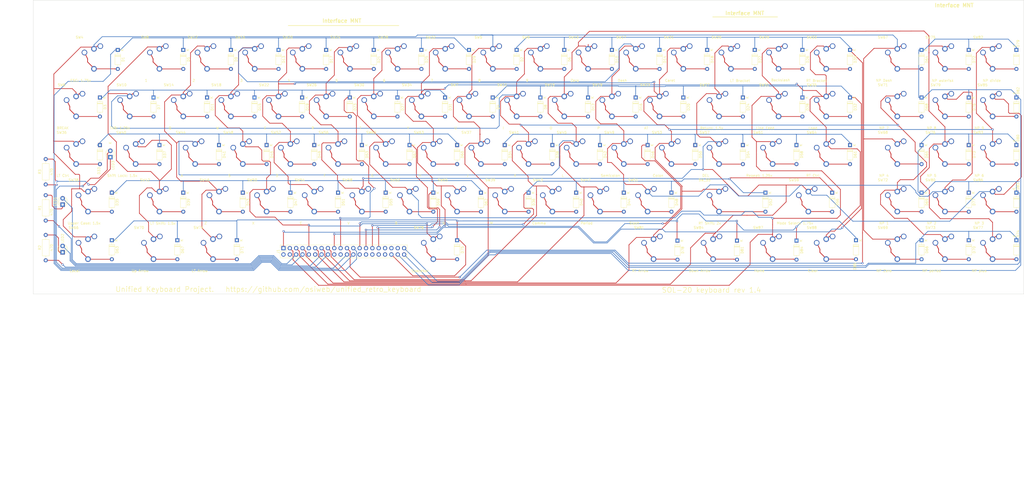
<source format=kicad_pcb>
(kicad_pcb (version 20171130) (host pcbnew "(5.1.5-0-10_14)")
  (title_block (title "Unified Retro Keyboard") (date 2020-05-05) (rev 1.4) (company OSIWeb.org) (comment 1 "SOL keyboard matrix"))
  (layers (0 F.Cu signal) (31 B.Cu signal) (34 B.Paste user) (35 F.Paste user) (36 B.SilkS user) (37 F.SilkS user) (38 B.Mask user) (39 F.Mask user) (44 Edge.Cuts user))
  (net 0 "")
  (net 1 /Row3)
  (net 2 /Row0)
  (net 3 /Row1)
  (net 4 "Net-(D5-Pad2)")
  (net 5 "Net-(D7-Pad2)")
  (net 6 "Net-(D8-Pad2)")
  (net 7 "Net-(D9-Pad2)")
  (net 8 "Net-(D10-Pad2)")
  (net 9 "Net-(D11-Pad2)")
  (net 10 "Net-(D12-Pad2)")
  (net 11 "Net-(D13-Pad2)")
  (net 12 "Net-(D14-Pad2)")
  (net 13 "Net-(D15-Pad2)")
  (net 14 "Net-(D16-Pad2)")
  (net 15 "Net-(D18-Pad2)")
  (net 16 "Net-(D19-Pad2)")
  (net 17 "Net-(D20-Pad2)")
  (net 18 "Net-(D22-Pad2)")
  (net 19 "Net-(D23-Pad2)")
  (net 20 "Net-(D24-Pad2)")
  (net 21 "Net-(D25-Pad2)")
  (net 22 "Net-(D26-Pad2)")
  (net 23 "Net-(D27-Pad2)")
  (net 24 "Net-(D28-Pad2)")
  (net 25 "Net-(D29-Pad2)")
  (net 26 "Net-(D30-Pad2)")
  (net 27 "Net-(D31-Pad2)")
  (net 28 "Net-(D32-Pad2)")
  (net 29 "Net-(D34-Pad2)")
  (net 30 "Net-(D36-Pad2)")
  (net 31 /Row4)
  (net 32 /Row5)
  (net 33 /Row7)
  (net 34 "Net-(D41-Pad2)")
  (net 35 "Net-(D42-Pad2)")
  (net 36 "Net-(D43-Pad2)")
  (net 37 "Net-(D45-Pad2)")
  (net 38 "Net-(D46-Pad2)")
  (net 39 "Net-(D47-Pad2)")
  (net 40 "Net-(D48-Pad2)")
  (net 41 "Net-(D49-Pad2)")
  (net 42 "Net-(D50-Pad2)")
  (net 43 "Net-(D51-Pad2)")
  (net 44 "Net-(D52-Pad2)")
  (net 45 "Net-(D53-Pad2)")
  (net 46 "Net-(D54-Pad2)")
  (net 47 "Net-(D55-Pad2)")
  (net 48 "Net-(D56-Pad2)")
  (net 49 "Net-(D57-Pad2)")
  (net 50 "Net-(D58-Pad2)")
  (net 51 "Net-(D59-Pad2)")
  (net 52 "Net-(D60-Pad2)")
  (net 53 "Net-(D61-Pad2)")
  (net 54 /Col0)
  (net 55 /Col1)
  (net 56 /Col2)
  (net 57 /Col3)
  (net 58 /Col4)
  (net 59 /Col5)
  (net 60 /Col6)
  (net 61 /Col7)
  (net 62 /Row6)
  (net 63 /Row2)
  (net 64 "Net-(D2-Pad2)")
  (net 65 "Net-(D3-Pad2)")
  (net 66 "Net-(D4-Pad2)")
  (net 67 "Net-(D6-Pad2)")
  (net 68 "Net-(D17-Pad2)")
  (net 69 "Net-(D21-Pad2)")
  (net 70 "Net-(D37-Pad2)")
  (net 71 "Net-(D38-Pad2)")
  (net 72 "Net-(D39-Pad2)")
  (net 73 "Net-(D40-Pad2)")
  (net 74 "Net-(D44-Pad2)")
  (net 75 "Net-(J1-Pad10)")
  (net 76 "Net-(J1-Pad12)")
  (net 77 "Net-(J1-Pad18)")
  (net 78 "Net-(J1-Pad20)")
  (net 79 "Net-(J1-Pad26)")
  (net 80 "Net-(J1-Pad28)")
  (net 81 "Net-(J1-Pad30)")
  (net 82 "Net-(J1-Pad32)")
  (net 83 "Net-(J1-Pad2)")
  (net 84 "Net-(J1-Pad4)")
  (net 85 "Net-(D1-Pad2)")
  (net 86 "Net-(D33-Pad2)")
  (net 87 "Net-(D35-Pad2)")
  (net 88 "Net-(D62-Pad2)")
  (net 89 "Net-(D63-Pad2)")
  (net 90 "Net-(D64-Pad2)")
  (net 91 "Net-(D65-Pad2)")
  (net 92 "Net-(D66-Pad2)")
  (net 93 "Net-(D67-Pad2)")
  (net 94 "Net-(D68-Pad2)")
  (net 95 "Net-(D69-Pad2)")
  (net 96 "Net-(D70-Pad2)")
  (net 97 "Net-(D71-Pad2)")
  (net 98 "Net-(D72-Pad2)")
  (net 99 "Net-(D73-Pad2)")
  (net 100 "Net-(D74-Pad2)")
  (net 101 "Net-(D75-Pad2)")
  (net 102 "Net-(D76-Pad2)")
  (net 103 "Net-(D77-Pad2)")
  (net 104 "Net-(D78-Pad2)")
  (net 105 "Net-(D79-Pad2)")
  (net 106 "Net-(D80-Pad2)")
  (net 107 "Net-(D81-Pad2)")
  (net 108 "Net-(D82-Pad2)")
  (net 109 "Net-(D83-Pad2)")
  (net 110 "Net-(D84-Pad2)")
  (net 111 "Net-(D85-Pad2)")
  (net 112 /Row11)
  (net 113 /Row12)
  (net 114 /Row10)
  (net 115 /Row9)
  (net 116 "Net-(J1-Pad8)")
  (net 117 "Net-(J1-Pad16)")
  (net 118 "Net-(J1-Pad24)")
  (net 119 "Net-(J1-Pad6)")
  (net 120 "Net-(J1-Pad14)")
  (net 121 "Net-(J1-Pad22)")
  (net 122 "Net-(LED1-Pad1)")
  (net 123 "Net-(LED2-Pad1)")
  (net 124 "Net-(LED3-Pad1)")
  (net 125 "Net-(J1-Pad33)")
  (net 126 "Net-(J1-Pad34)")
  (net 127 "Net-(J1-Pad35)")
  (net 128 "Net-(J1-Pad37)")
  (module MountingHole:MountingHole_3.2mm_M3 (layer F.Cu) (at 359.5116 114.08156)
    (fp_text reference REF** hide)
    (fp_text value MountingHole_3.2mm_M3)
    (pad 1 np_thru_hole circle (at 0 0) (size 3.2 3.2) (drill 3.2) (layers *.Cu *.Mask))
  )
  (module MountingHole:MountingHole_3.2mm_M3 (layer F.Cu) (at 392.6586 114.08156)
    (fp_text reference REF** hide)
    (fp_text value MountingHole_3.2mm_M3)
    (pad 1 np_thru_hole circle (at 0 0) (size 3.2 3.2) (drill 3.2) (layers *.Cu *.Mask))
  )
  (module MountingHole:MountingHole_3.2mm_M3 (layer F.Cu) (at 461.1116 114.08156)
    (fp_text reference REF** hide)
    (fp_text value MountingHole_3.2mm_M3)
    (pad 1 np_thru_hole circle (at 0 0) (size 3.2 3.2) (drill 3.2) (layers *.Cu *.Mask))
  )
  (module unikbd:kbd_header_two_mounting_holes (layer F.Cu) (at 191.6938 208.9658 90)
    (fp_text reference J1 (at 1.27 -2.33 90) (layer F.SilkS))
    (fp_text value Controller)
    (pad 1 thru_hole rect (at 2.5654 -0.1778 90) (size 1.7 1.7) (drill 1) (layers *.Cu *.Mask) (net 61 /Col7))
    (pad 2 thru_hole oval (at 0.0254 -0.1778 90) (size 1.7 1.7) (drill 1) (layers *.Cu *.Mask) (net 83 "Net-(J1-Pad2)"))
    (pad 3 thru_hole oval (at 2.5654 2.3622 90) (size 1.7 1.7) (drill 1) (layers *.Cu *.Mask) (net 60 /Col6))
    (pad 4 thru_hole oval (at 0.0254 2.3622 90) (size 1.7 1.7) (drill 1) (layers *.Cu *.Mask) (net 84 "Net-(J1-Pad4)"))
    (pad 5 thru_hole oval (at 2.5654 4.9022 90) (size 1.7 1.7) (drill 1) (layers *.Cu *.Mask) (net 59 /Col5))
    (pad 6 thru_hole oval (at 0.0254 4.9022 90) (size 1.7 1.7) (drill 1) (layers *.Cu *.Mask) (net 119 "Net-(J1-Pad6)"))
    (pad 7 thru_hole oval (at 2.5654 7.4422 90) (size 1.7 1.7) (drill 1) (layers *.Cu *.Mask) (net 58 /Col4))
    (pad 8 thru_hole oval (at 0.0254 7.4422 90) (size 1.7 1.7) (drill 1) (layers *.Cu *.Mask) (net 116 "Net-(J1-Pad8)"))
    (pad 9 thru_hole oval (at 2.5654 9.9822 90) (size 1.7 1.7) (drill 1) (layers *.Cu *.Mask) (net 57 /Col3))
    (pad 10 thru_hole oval (at 0.0254 9.9822 90) (size 1.7 1.7) (drill 1) (layers *.Cu *.Mask) (net 75 "Net-(J1-Pad10)"))
    (pad 11 thru_hole oval (at 2.5654 12.5222 90) (size 1.7 1.7) (drill 1) (layers *.Cu *.Mask) (net 56 /Col2))
    (pad 12 thru_hole oval (at 0.0254 12.5222 90) (size 1.7 1.7) (drill 1) (layers *.Cu *.Mask) (net 76 "Net-(J1-Pad12)"))
    (pad 13 thru_hole oval (at 2.5654 15.0622 90) (size 1.7 1.7) (drill 1) (layers *.Cu *.Mask) (net 55 /Col1))
    (pad 14 thru_hole oval (at 0.0254 15.0622 90) (size 1.7 1.7) (drill 1) (layers *.Cu *.Mask) (net 120 "Net-(J1-Pad14)"))
    (pad 15 thru_hole oval (at 2.5654 17.6022 90) (size 1.7 1.7) (drill 1) (layers *.Cu *.Mask) (net 54 /Col0))
    (pad 16 thru_hole oval (at 0.0254 17.6022 90) (size 1.7 1.7) (drill 1) (layers *.Cu *.Mask) (net 117 "Net-(J1-Pad16)"))
    (pad 17 thru_hole oval (at 2.5654 20.1422 90) (size 1.7 1.7) (drill 1) (layers *.Cu *.Mask) (net 33 /Row7))
    (pad 18 thru_hole oval (at 0.0254 20.1422 90) (size 1.7 1.7) (drill 1) (layers *.Cu *.Mask) (net 77 "Net-(J1-Pad18)"))
    (pad 19 thru_hole oval (at 2.5654 22.6822 90) (size 1.7 1.7) (drill 1) (layers *.Cu *.Mask) (net 62 /Row6))
    (pad 20 thru_hole oval (at 0.0254 22.6822 90) (size 1.7 1.7) (drill 1) (layers *.Cu *.Mask) (net 78 "Net-(J1-Pad20)"))
    (pad 21 thru_hole oval (at 2.5654 25.2222 90) (size 1.7 1.7) (drill 1) (layers *.Cu *.Mask) (net 32 /Row5))
    (pad 22 thru_hole oval (at 0.0254 25.2222 90) (size 1.7 1.7) (drill 1) (layers *.Cu *.Mask) (net 121 "Net-(J1-Pad22)"))
    (pad 23 thru_hole oval (at 2.5654 27.7622 90) (size 1.7 1.7) (drill 1) (layers *.Cu *.Mask) (net 31 /Row4))
    (pad 24 thru_hole oval (at 0.0254 27.7622 90) (size 1.7 1.7) (drill 1) (layers *.Cu *.Mask) (net 118 "Net-(J1-Pad24)"))
    (pad 25 thru_hole oval (at 2.5654 30.3022 90) (size 1.7 1.7) (drill 1) (layers *.Cu *.Mask) (net 1 /Row3))
    (pad 26 thru_hole oval (at 0.0254 30.3022 90) (size 1.7 1.7) (drill 1) (layers *.Cu *.Mask) (net 79 "Net-(J1-Pad26)"))
    (pad 27 thru_hole oval (at 2.5654 32.8422 90) (size 1.7 1.7) (drill 1) (layers *.Cu *.Mask) (net 63 /Row2))
    (pad 28 thru_hole oval (at 0.0254 32.8422 90) (size 1.7 1.7) (drill 1) (layers *.Cu *.Mask) (net 80 "Net-(J1-Pad28)"))
    (pad 29 thru_hole oval (at 2.5654 35.3822 90) (size 1.7 1.7) (drill 1) (layers *.Cu *.Mask) (net 3 /Row1))
    (pad 30 thru_hole oval (at 0.0254 35.3822 90) (size 1.7 1.7) (drill 1) (layers *.Cu *.Mask) (net 81 "Net-(J1-Pad30)"))
    (pad 31 thru_hole oval (at 2.5654 37.9222 90) (size 1.7 1.7) (drill 1) (layers *.Cu *.Mask) (net 2 /Row0))
    (pad 32 thru_hole oval (at 0.0254 37.9222 90) (size 1.7 1.7) (drill 1) (layers *.Cu *.Mask) (net 82 "Net-(J1-Pad32)"))
    (pad 33 thru_hole oval (at 2.5654 40.4622 90) (size 1.7 1.7) (drill 1) (layers *.Cu *.Mask) (net 125 "Net-(J1-Pad33)"))
    (pad 34 thru_hole oval (at 0.0254 40.4622 90) (size 1.7 1.7) (drill 1) (layers *.Cu *.Mask) (net 126 "Net-(J1-Pad34)"))
    (pad 35 thru_hole oval (at 2.5654 43.0022 90) (size 1.7 1.7) (drill 1) (layers *.Cu *.Mask) (net 127 "Net-(J1-Pad35)"))
    (pad 36 thru_hole oval (at 0.0254 43.0022 90) (size 1.7 1.7) (drill 1) (layers *.Cu *.Mask) (net 115 /Row9))
    (pad 37 thru_hole oval (at 2.5654 45.5422 90) (size 1.7 1.7) (drill 1) (layers *.Cu *.Mask) (net 128 "Net-(J1-Pad37)"))
    (pad 38 thru_hole oval (at 0.0254 45.5422 90) (size 1.7 1.7) (drill 1) (layers *.Cu *.Mask) (net 114 /Row10))
    (pad 39 thru_hole oval (at 2.5654 48.0822 90) (size 1.7 1.7) (drill 1) (layers *.Cu *.Mask) (net 113 /Row12))
    (pad 40 thru_hole oval (at 0.0254 48.0822 90) (size 1.7 1.7) (drill 1) (layers *.Cu *.Mask) (net 112 /Row11))
    (pad "" np_thru_hole circle (at 91.4924 -0.3288 90) (size 3.175 3.175) (drill 3.175) (layers *.Cu *.Mask))
    (pad "" np_thru_hole circle (at 91.4924 47.9312 90) (size 3.175 3.175) (drill 3.175) (layers *.Cu *.Mask))
    (pad "" np_thru_hole circle (at 91.4924 -53.6688 90) (size 3.175 3.175) (drill 3.175) (layers *.Cu *.Mask))
  )
  (module Resistor_THT:R_Axial_DIN0207_L6.3mm_D2.5mm_P10.16mm_Horizontal (layer F.Cu) (at 96.4184 180.8988 90)
    (fp_text reference R3 (at 5.08 -2.37 90) (layer F.SilkS))
    (fp_text value 470 (at 5.08 2.37 90) (layer F.SilkS))
    (pad 2 thru_hole oval (at 10.16 0 90) (size 1.6 1.6) (drill 0.8) (layers *.Cu *.Mask) (net 124 "Net-(LED3-Pad1)"))
    (pad 1 thru_hole circle (at 0 0 90) (size 1.6 1.6) (drill 0.8) (layers *.Cu *.Mask) (net 118 "Net-(J1-Pad24)"))
  )
  (module Resistor_THT:R_Axial_DIN0207_L6.3mm_D2.5mm_P10.16mm_Horizontal (layer F.Cu) (at 96.4184 211.2772 90)
    (fp_text reference R2 (at 5.08 -2.37 90) (layer F.SilkS))
    (fp_text value 470 (at 5.08 2.37 90) (layer F.SilkS))
    (pad 2 thru_hole oval (at 10.16 0 90) (size 1.6 1.6) (drill 0.8) (layers *.Cu *.Mask) (net 123 "Net-(LED2-Pad1)"))
    (pad 1 thru_hole circle (at 0 0 90) (size 1.6 1.6) (drill 0.8) (layers *.Cu *.Mask) (net 117 "Net-(J1-Pad16)"))
  )
  (module Resistor_THT:R_Axial_DIN0207_L6.3mm_D2.5mm_P10.16mm_Horizontal (layer F.Cu) (at 96.4184 195.3514 90)
    (fp_text reference R1 (at 5.08 -2.37 90) (layer F.SilkS))
    (fp_text value 470 (at 3.3528 2.3368 90) (layer F.SilkS))
    (pad 2 thru_hole oval (at 10.16 0 90) (size 1.6 1.6) (drill 0.8) (layers *.Cu *.Mask) (net 122 "Net-(LED1-Pad1)"))
    (pad 1 thru_hole circle (at 0 0 90) (size 1.6 1.6) (drill 0.8) (layers *.Cu *.Mask) (net 116 "Net-(J1-Pad8)"))
  )
  (module unikbd:Key_MX_2u (layer F.Cu) (at 365.75238 187.74156)
    (fp_text reference SW55 hide)
    (fp_text value "RT Shift: 2x" (at -3.72618 8.70204) (layer F.SilkS))
    (fp_line (start -2.54 0) (end -2.54 1.27) (layer F.Cu) (width 0.3048))
    (fp_line (start 1.27 -5.08) (end 0.7366 -4.6736) (layer F.Cu) (width 0.3048))
    (fp_line (start -2.54 1.27) (end 0 3.81) (layer F.Cu) (width 0.3048))
    (fp_line (start 1.651 -5.08) (end 1.27 -5.08) (layer F.Cu) (width 0.3048))
    (fp_line (start -3.81 -2.54) (end -2.54 0) (layer F.Cu) (width 0.3048))
    (fp_text user SW_55 (at -5.7912 -8.6106) (layer F.SilkS))
    (pad "" np_thru_hole circle (at 11.938 8.255) (size 3.9878 3.9878) (drill 3.9878) (layers *.Cu *.Mask))
    (pad "" np_thru_hole circle (at -11.938 -6.985) (size 3.048 3.048) (drill 3.048) (layers *.Cu *.Mask))
    (pad "" np_thru_hole circle (at -11.938 8.255) (size 3.9878 3.9878) (drill 3.9878) (layers *.Cu *.Mask))
    (pad "" np_thru_hole circle (at 11.938 -6.985) (size 3.048 3.048) (drill 3.048) (layers *.Cu *.Mask))
    (pad "" np_thru_hole circle (at -5.08 0) (size 1.7018 1.7018) (drill 1.7018) (layers *.Cu *.Mask))
    (pad 3 thru_hole circle (at 2.54 -5.08) (size 2.2352 2.2352) (drill 1.5748) (layers *.Cu *.Mask))
    (pad 1 thru_hole circle (at 0 -4.0005) (size 2.2352 2.2352) (drill 1.397) (layers *.Cu *.Mask) (net 58 /Col4))
    (pad 2 thru_hole circle (at 0 4.0005) (size 2.2352 2.2352) (drill 1.397) (layers *.Cu *.Mask) (net 44 "Net-(D52-Pad2)"))
    (pad 4 thru_hole circle (at -3.81 -2.54) (size 2.2352 2.2352) (drill 1.5748) (layers *.Cu *.Mask))
    (pad "" np_thru_hole circle (at 0 0) (size 3.9878 3.9878) (drill 3.9878) (layers *.Cu *.Mask))
    (pad "" np_thru_hole circle (at 5.08 0) (size 1.7018 1.7018) (drill 1.7018) (layers *.Cu *.Mask))
  )
  (module unikbd:Key_MX_Spacebar_5.25 (layer F.Cu) (at 251.45238 206.79156)
    (fp_text reference SW78 (at -5.7912 -8.6106) (layer F.SilkS))
    (fp_text value Spacebar (at -5.334 8.6614) (layer F.SilkS))
    (fp_line (start 1.27 -5.08) (end 0.7366 -4.6736) (layer F.Cu) (width 0.3048))
    (fp_line (start 1.651 -5.08) (end 1.27 -5.08) (layer F.Cu) (width 0.3048))
    (fp_line (start -2.54 1.27) (end 0 3.81) (layer F.Cu) (width 0.3048))
    (fp_line (start -2.54 0) (end -2.54 1.27) (layer F.Cu) (width 0.3048))
    (fp_line (start -3.81 -2.54) (end -2.54 0) (layer F.Cu) (width 0.3048))
    (pad "" np_thru_hole circle (at -66.675 8.255) (size 3.9878 3.9878) (drill 3.9878) (layers *.Cu *.Mask))
    (pad "" np_thru_hole circle (at 66.675 -6.985) (size 3.048 3.048) (drill 3.048) (layers *.Cu *.Mask))
    (pad "" np_thru_hole circle (at 66.675 8.255) (size 3.9878 3.9878) (drill 3.9878) (layers *.Cu *.Mask))
    (pad "" np_thru_hole circle (at -66.675 -6.985) (size 3.048 3.048) (drill 3.048) (layers *.Cu *.Mask))
    (pad 2 thru_hole circle (at 0 4.0005) (size 2.2352 2.2352) (drill 1.397) (layers *.Cu *.Mask) (net 101 "Net-(D75-Pad2)"))
    (pad 1 thru_hole circle (at 0 -4.0005) (size 2.2352 2.2352) (drill 1.397) (layers *.Cu *.Mask) (net 57 /Col3))
    (pad 3 thru_hole circle (at 2.54 -5.08) (size 2.2352 2.2352) (drill 1.5748) (layers *.Cu *.Mask))
    (pad "" np_thru_hole circle (at -5.08 0) (size 1.7018 1.7018) (drill 1.7018) (layers *.Cu *.Mask))
    (pad "" np_thru_hole circle (at 5.08 0) (size 1.7018 1.7018) (drill 1.7018) (layers *.Cu *.Mask))
    (pad "" np_thru_hole circle (at 0 0) (size 3.9878 3.9878) (drill 3.9878) (layers *.Cu *.Mask))
    (pad 4 thru_hole circle (at -3.81 -2.54) (size 2.2352 2.2352) (drill 1.5748) (layers *.Cu *.Mask))
  )
  (module MountingHole:MountingHole_3.2mm_M3 (layer F.Cu) (at 113.33988 219.49156)
    (fp_text reference REF** hide)
    (fp_text value MountingHole_3.2mm_M3)
    (pad 1 np_thru_hole circle (at 0 0) (size 3.2 3.2) (drill 3.2) (layers *.Cu *.Mask))
  )
  (module MountingHole:MountingHole_3.2mm_M3 (layer F.Cu) (at 408.61488 219.49156)
    (fp_text reference REF** hide)
    (fp_text value MountingHole_3.2mm_M3)
    (pad 1 np_thru_hole circle (at 0 0) (size 3.2 3.2) (drill 3.2) (layers *.Cu *.Mask))
  )
  (module MountingHole:MountingHole_3.2mm_M3 (layer F.Cu) (at 475.16288 219.49156)
    (fp_text reference REF** hide)
    (fp_text value MountingHole_3.2mm_M3)
    (pad 1 np_thru_hole circle (at 0 0) (size 3.2 3.2) (drill 3.2) (layers *.Cu *.Mask))
  )
  (module MountingHole:MountingHole_3.2mm_M3 (layer F.Cu) (at 437.06288 219.49156)
    (fp_text reference REF** hide)
    (fp_text value MountingHole_3.2mm_M3)
    (pad 1 np_thru_hole circle (at 0 0) (size 3.2 3.2) (drill 3.2) (layers *.Cu *.Mask))
  )
  (module MountingHole:MountingHole_3.2mm_M3 (layer F.Cu) (at 475.16288 114.08156)
    (fp_text reference REF** hide)
    (fp_text value MountingHole_3.2mm_M3)
    (pad 1 np_thru_hole circle (at 0 0) (size 3.2 3.2) (drill 3.2) (layers *.Cu *.Mask))
  )
  (module MountingHole:MountingHole_3.2mm_M3 (layer F.Cu) (at 437.06288 114.08156)
    (fp_text reference REF** hide)
    (fp_text value MountingHole_3.2mm_M3)
    (pad 1 np_thru_hole circle (at 0 0) (size 3.2 3.2) (drill 3.2) (layers *.Cu *.Mask))
  )
  (module MountingHole:MountingHole_3.2mm_M3 (layer F.Cu) (at 408.61488 114.08156)
    (fp_text reference REF** hide)
    (fp_text value MountingHole_3.2mm_M3)
    (pad 1 np_thru_hole circle (at 0 0) (size 3.2 3.2) (drill 3.2) (layers *.Cu *.Mask))
  )
  (module MountingHole:MountingHole_3.2mm_M3 (layer F.Cu) (at 115.72113 114.08156)
    (fp_text reference REF** hide)
    (fp_text value MountingHole_3.2mm_M3)
    (pad 1 np_thru_hole circle (at 0 0) (size 3.2 3.2) (drill 3.2) (layers *.Cu *.Mask))
  )
  (module MountingHole:MountingHole_3.2mm_M3 (layer F.Cu) (at 256.21488 114.08156)
    (fp_text reference REF** hide)
    (fp_text value MountingHole_3.2mm_M3)
    (pad 1 np_thru_hole circle (at 0 0) (size 3.2 3.2) (drill 3.2) (layers *.Cu *.Mask))
  )
  (module unikbd:Key_MX (layer F.Cu) (at 365.75238 168.69156)
    (fp_text reference SW57 (at -5.7912 -8.6106) (layer F.SilkS))
    (fp_text value DEL (at -5.334 8.6614) (layer F.SilkS))
    (fp_line (start 1.27 -5.08) (end 0.7366 -4.6736) (layer F.Cu) (width 0.3048))
    (fp_line (start 1.651 -5.08) (end 1.27 -5.08) (layer F.Cu) (width 0.3048))
    (fp_line (start -2.54 1.27) (end 0 3.81) (layer F.Cu) (width 0.3048))
    (fp_line (start -2.54 0) (end -2.54 1.27) (layer F.Cu) (width 0.3048))
    (fp_line (start -3.81 -2.54) (end -2.54 0) (layer F.Cu) (width 0.3048))
    (pad 2 thru_hole circle (at 0 4.0005) (size 2.2352 2.2352) (drill 1.397) (layers *.Cu *.Mask) (net 46 "Net-(D54-Pad2)"))
    (pad 1 thru_hole circle (at 0 -4.0005) (size 2.2352 2.2352) (drill 1.397) (layers *.Cu *.Mask) (net 59 /Col5))
    (pad 3 thru_hole circle (at 2.54 -5.08) (size 2.2352 2.2352) (drill 1.5748) (layers *.Cu *.Mask))
    (pad "" np_thru_hole circle (at -5.08 0) (size 1.7018 1.7018) (drill 1.7018) (layers *.Cu *.Mask))
    (pad "" np_thru_hole circle (at 5.08 0) (size 1.7018 1.7018) (drill 1.7018) (layers *.Cu *.Mask))
    (pad "" np_thru_hole circle (at 0 0) (size 3.9878 3.9878) (drill 3.9878) (layers *.Cu *.Mask))
    (pad 4 thru_hole circle (at -3.81 -2.54) (size 2.2352 2.2352) (drill 1.5748) (layers *.Cu *.Mask))
  )
  (module unikbd:Key_MX (layer F.Cu) (at 203.82738 187.74156)
    (fp_text reference SW54 (at -5.7912 -8.6106) (layer F.SilkS))
    (fp_text value C (at -5.334 8.6614) (layer F.SilkS))
    (fp_line (start 1.27 -5.08) (end 0.7366 -4.6736) (layer F.Cu) (width 0.3048))
    (fp_line (start 1.651 -5.08) (end 1.27 -5.08) (layer F.Cu) (width 0.3048))
    (fp_line (start -2.54 1.27) (end 0 3.81) (layer F.Cu) (width 0.3048))
    (fp_line (start -2.54 0) (end -2.54 1.27) (layer F.Cu) (width 0.3048))
    (fp_line (start -3.81 -2.54) (end -2.54 0) (layer F.Cu) (width 0.3048))
    (pad 2 thru_hole circle (at 0 4.0005) (size 2.2352 2.2352) (drill 1.397) (layers *.Cu *.Mask) (net 43 "Net-(D51-Pad2)"))
    (pad 1 thru_hole circle (at 0 -4.0005) (size 2.2352 2.2352) (drill 1.397) (layers *.Cu *.Mask) (net 58 /Col4))
    (pad 3 thru_hole circle (at 2.54 -5.08) (size 2.2352 2.2352) (drill 1.5748) (layers *.Cu *.Mask))
    (pad "" np_thru_hole circle (at -5.08 0) (size 1.7018 1.7018) (drill 1.7018) (layers *.Cu *.Mask))
    (pad "" np_thru_hole circle (at 5.08 0) (size 1.7018 1.7018) (drill 1.7018) (layers *.Cu *.Mask))
    (pad "" np_thru_hole circle (at 0 0) (size 3.9878 3.9878) (drill 3.9878) (layers *.Cu *.Mask))
    (pad 4 thru_hole circle (at -3.81 -2.54) (size 2.2352 2.2352) (drill 1.5748) (layers *.Cu *.Mask))
  )
  (module unikbd:Key_MX (layer F.Cu) (at 163.34613 206.79156)
    (fp_text reference SW74 (at -5.7912 -8.6106) (layer F.SilkS))
    (fp_text value "LT Arrow" (at -5.334 8.6614) (layer F.SilkS))
    (fp_line (start 1.27 -5.08) (end 0.7366 -4.6736) (layer F.Cu) (width 0.3048))
    (fp_line (start 1.651 -5.08) (end 1.27 -5.08) (layer F.Cu) (width 0.3048))
    (fp_line (start -2.54 1.27) (end 0 3.81) (layer F.Cu) (width 0.3048))
    (fp_line (start -2.54 0) (end -2.54 1.27) (layer F.Cu) (width 0.3048))
    (fp_line (start -3.81 -2.54) (end -2.54 0) (layer F.Cu) (width 0.3048))
    (pad 2 thru_hole circle (at 0 4.0005) (size 2.2352 2.2352) (drill 1.397) (layers *.Cu *.Mask) (net 97 "Net-(D71-Pad2)"))
    (pad 1 thru_hole circle (at 0 -4.0005) (size 2.2352 2.2352) (drill 1.397) (layers *.Cu *.Mask) (net 56 /Col2))
    (pad 3 thru_hole circle (at 2.54 -5.08) (size 2.2352 2.2352) (drill 1.5748) (layers *.Cu *.Mask))
    (pad "" np_thru_hole circle (at -5.08 0) (size 1.7018 1.7018) (drill 1.7018) (layers *.Cu *.Mask))
    (pad "" np_thru_hole circle (at 5.08 0) (size 1.7018 1.7018) (drill 1.7018) (layers *.Cu *.Mask))
    (pad "" np_thru_hole circle (at 0 0) (size 3.9878 3.9878) (drill 3.9878) (layers *.Cu *.Mask))
    (pad 4 thru_hole circle (at -3.81 -2.54) (size 2.2352 2.2352) (drill 1.5748) (layers *.Cu *.Mask))
  )
  (module LED_THT:LED_D3.0mm (layer F.Cu) (at 122.2629 169.9514 90)
    (fp_text reference LED3 (at -3.2512 1.0541 90) (layer F.SilkS))
    (fp_text value LED)
    (pad 2 thru_hole circle (at 2.54 0 90) (size 1.8 1.8) (drill 0.9) (layers *.Cu *.Mask) (net 121 "Net-(J1-Pad22)"))
    (pad 1 thru_hole rect (at 0 0 90) (size 1.8 1.8) (drill 0.9) (layers *.Cu *.Mask) (net 124 "Net-(LED3-Pad1)"))
  )
  (module LED_THT:LED_D3.0mm (layer F.Cu) (at 103.1748 208.0514 90)
    (fp_text reference LED2 (at 5.6134 -0.0254 90) (layer F.SilkS))
    (fp_text value LED)
    (pad 2 thru_hole circle (at 2.54 0 90) (size 1.8 1.8) (drill 0.9) (layers *.Cu *.Mask) (net 120 "Net-(J1-Pad14)"))
    (pad 1 thru_hole rect (at 0 0 90) (size 1.8 1.8) (drill 0.9) (layers *.Cu *.Mask) (net 123 "Net-(LED2-Pad1)"))
  )
  (module LED_THT:LED_D3.0mm (layer F.Cu) (at 103.1748 188.976 90)
    (fp_text reference LED1 (at 1.27 -2.96 90) (layer F.SilkS))
    (fp_text value LED)
    (pad 2 thru_hole circle (at 2.54 0 90) (size 1.8 1.8) (drill 0.9) (layers *.Cu *.Mask) (net 119 "Net-(J1-Pad6)"))
    (pad 1 thru_hole rect (at 0 0 90) (size 1.8 1.8) (drill 0.9) (layers *.Cu *.Mask) (net 122 "Net-(LED1-Pad1)"))
  )
  (module unikbd:Key_MX (layer F.Cu) (at 475.16288 149.64156)
    (fp_text reference SW85 (at -4.03098 -8.56996) (layer F.SilkS))
    (fp_text value "NP 9" (at -5.334 8.6614) (layer F.SilkS))
    (fp_line (start 1.27 -5.08) (end 0.7366 -4.6736) (layer F.Cu) (width 0.3048))
    (fp_line (start 1.651 -5.08) (end 1.27 -5.08) (layer F.Cu) (width 0.3048))
    (fp_line (start -2.54 1.27) (end 0 3.81) (layer F.Cu) (width 0.3048))
    (fp_line (start -2.54 0) (end -2.54 1.27) (layer F.Cu) (width 0.3048))
    (fp_line (start -3.81 -2.54) (end -2.54 0) (layer F.Cu) (width 0.3048))
    (pad 2 thru_hole circle (at 0 4.0005) (size 2.2352 2.2352) (drill 1.397) (layers *.Cu *.Mask) (net 108 "Net-(D82-Pad2)"))
    (pad 1 thru_hole circle (at 0 -4.0005) (size 2.2352 2.2352) (drill 1.397) (layers *.Cu *.Mask) (net 59 /Col5))
    (pad 3 thru_hole circle (at 2.54 -5.08) (size 2.2352 2.2352) (drill 1.5748) (layers *.Cu *.Mask))
    (pad "" np_thru_hole circle (at -5.08 0) (size 1.7018 1.7018) (drill 1.7018) (layers *.Cu *.Mask))
    (pad "" np_thru_hole circle (at 5.08 0) (size 1.7018 1.7018) (drill 1.7018) (layers *.Cu *.Mask))
    (pad "" np_thru_hole circle (at 0 0) (size 3.9878 3.9878) (drill 3.9878) (layers *.Cu *.Mask))
    (pad 4 thru_hole circle (at -3.81 -2.54) (size 2.2352 2.2352) (drill 1.5748) (layers *.Cu *.Mask))
  )
  (module Diode_THT:D_DO-35_SOD27_P7.62mm_Horizontal (layer F.Cu) (at 237.102226 146.0754 270)
    (fp_text reference D27 (at 3.81 -2.12 90) (layer F.SilkS))
    (fp_text value 1N4148)
    (fp_text user K (at 0 -1.8 90) (layer F.SilkS))
    (pad 2 thru_hole oval (at 7.62 0 270) (size 1.6 1.6) (drill 0.8) (layers *.Cu *.Mask) (net 23 "Net-(D27-Pad2)"))
    (pad 1 thru_hole rect (at 0 0 270) (size 1.6 1.6) (drill 0.8) (layers *.Cu *.Mask) (net 62 /Row6))
  )
  (module unikbd:Key_MX (layer F.Cu) (at 227.63988 149.64156)
    (fp_text reference SW30 (at -5.7912 -8.6106) (layer F.SilkS))
    (fp_text value T (at -5.334 8.6614) (layer F.SilkS))
    (fp_line (start 1.27 -5.08) (end 0.7366 -4.6736) (layer F.Cu) (width 0.3048))
    (fp_line (start 1.651 -5.08) (end 1.27 -5.08) (layer F.Cu) (width 0.3048))
    (fp_line (start -2.54 1.27) (end 0 3.81) (layer F.Cu) (width 0.3048))
    (fp_line (start -2.54 0) (end -2.54 1.27) (layer F.Cu) (width 0.3048))
    (fp_line (start -3.81 -2.54) (end -2.54 0) (layer F.Cu) (width 0.3048))
    (pad 2 thru_hole circle (at 0 4.0005) (size 2.2352 2.2352) (drill 1.397) (layers *.Cu *.Mask) (net 23 "Net-(D27-Pad2)"))
    (pad 1 thru_hole circle (at 0 -4.0005) (size 2.2352 2.2352) (drill 1.397) (layers *.Cu *.Mask) (net 60 /Col6))
    (pad 3 thru_hole circle (at 2.54 -5.08) (size 2.2352 2.2352) (drill 1.5748) (layers *.Cu *.Mask))
    (pad "" np_thru_hole circle (at -5.08 0) (size 1.7018 1.7018) (drill 1.7018) (layers *.Cu *.Mask))
    (pad "" np_thru_hole circle (at 5.08 0) (size 1.7018 1.7018) (drill 1.7018) (layers *.Cu *.Mask))
    (pad "" np_thru_hole circle (at 0 0) (size 3.9878 3.9878) (drill 3.9878) (layers *.Cu *.Mask))
    (pad 4 thru_hole circle (at -3.81 -2.54) (size 2.2352 2.2352) (drill 1.5748) (layers *.Cu *.Mask))
  )
  (module unikbd:Key_MX (layer F.Cu) (at 408.61488 206.79156)
    (fp_text reference SW88 (at -5.7912 -8.6106) (layer F.SilkS))
    (fp_text value Clear (at -5.334 8.6614) (layer F.SilkS))
    (fp_line (start 1.27 -5.08) (end 0.7366 -4.6736) (layer F.Cu) (width 0.3048))
    (fp_line (start 1.651 -5.08) (end 1.27 -5.08) (layer F.Cu) (width 0.3048))
    (fp_line (start -2.54 1.27) (end 0 3.81) (layer F.Cu) (width 0.3048))
    (fp_line (start -2.54 0) (end -2.54 1.27) (layer F.Cu) (width 0.3048))
    (fp_line (start -3.81 -2.54) (end -2.54 0) (layer F.Cu) (width 0.3048))
    (pad 2 thru_hole circle (at 0 4.0005) (size 2.2352 2.2352) (drill 1.397) (layers *.Cu *.Mask) (net 111 "Net-(D85-Pad2)"))
    (pad 1 thru_hole circle (at 0 -4.0005) (size 2.2352 2.2352) (drill 1.397) (layers *.Cu *.Mask) (net 61 /Col7))
    (pad 3 thru_hole circle (at 2.54 -5.08) (size 2.2352 2.2352) (drill 1.5748) (layers *.Cu *.Mask))
    (pad "" np_thru_hole circle (at -5.08 0) (size 1.7018 1.7018) (drill 1.7018) (layers *.Cu *.Mask))
    (pad "" np_thru_hole circle (at 5.08 0) (size 1.7018 1.7018) (drill 1.7018) (layers *.Cu *.Mask))
    (pad "" np_thru_hole circle (at 0 0) (size 3.9878 3.9878) (drill 3.9878) (layers *.Cu *.Mask))
    (pad 4 thru_hole circle (at -3.81 -2.54) (size 2.2352 2.2352) (drill 1.5748) (layers *.Cu *.Mask))
  )
  (module unikbd:Key_MX (layer F.Cu) (at 387.18363 206.79156)
    (fp_text reference SW87 (at -5.7912 -8.6106) (layer F.SilkS))
    (fp_text value Home (at -5.334 8.6614) (layer F.SilkS))
    (fp_line (start 1.27 -5.08) (end 0.7366 -4.6736) (layer F.Cu) (width 0.3048))
    (fp_line (start 1.651 -5.08) (end 1.27 -5.08) (layer F.Cu) (width 0.3048))
    (fp_line (start -2.54 1.27) (end 0 3.81) (layer F.Cu) (width 0.3048))
    (fp_line (start -2.54 0) (end -2.54 1.27) (layer F.Cu) (width 0.3048))
    (fp_line (start -3.81 -2.54) (end -2.54 0) (layer F.Cu) (width 0.3048))
    (pad 2 thru_hole circle (at 0 4.0005) (size 2.2352 2.2352) (drill 1.397) (layers *.Cu *.Mask) (net 110 "Net-(D84-Pad2)"))
    (pad 1 thru_hole circle (at 0 -4.0005) (size 2.2352 2.2352) (drill 1.397) (layers *.Cu *.Mask) (net 60 /Col6))
    (pad 3 thru_hole circle (at 2.54 -5.08) (size 2.2352 2.2352) (drill 1.5748) (layers *.Cu *.Mask))
    (pad "" np_thru_hole circle (at -5.08 0) (size 1.7018 1.7018) (drill 1.7018) (layers *.Cu *.Mask))
    (pad "" np_thru_hole circle (at 5.08 0) (size 1.7018 1.7018) (drill 1.7018) (layers *.Cu *.Mask))
    (pad "" np_thru_hole circle (at 0 0) (size 3.9878 3.9878) (drill 3.9878) (layers *.Cu *.Mask))
    (pad 4 thru_hole circle (at -3.81 -2.54) (size 2.2352 2.2352) (drill 1.5748) (layers *.Cu *.Mask))
  )
  (module unikbd:Key_MX (layer F.Cu) (at 475.16288 187.74156)
    (fp_text reference SW86 (at -5.7912 -8.6106) (layer F.SilkS))
    (fp_text value "NP 3" (at -5.334 8.6614) (layer F.SilkS))
    (fp_line (start 1.27 -5.08) (end 0.7366 -4.6736) (layer F.Cu) (width 0.3048))
    (fp_line (start 1.651 -5.08) (end 1.27 -5.08) (layer F.Cu) (width 0.3048))
    (fp_line (start -2.54 1.27) (end 0 3.81) (layer F.Cu) (width 0.3048))
    (fp_line (start -2.54 0) (end -2.54 1.27) (layer F.Cu) (width 0.3048))
    (fp_line (start -3.81 -2.54) (end -2.54 0) (layer F.Cu) (width 0.3048))
    (pad 2 thru_hole circle (at 0 4.0005) (size 2.2352 2.2352) (drill 1.397) (layers *.Cu *.Mask) (net 109 "Net-(D83-Pad2)"))
    (pad 1 thru_hole circle (at 0 -4.0005) (size 2.2352 2.2352) (drill 1.397) (layers *.Cu *.Mask) (net 59 /Col5))
    (pad 3 thru_hole circle (at 2.54 -5.08) (size 2.2352 2.2352) (drill 1.5748) (layers *.Cu *.Mask))
    (pad "" np_thru_hole circle (at -5.08 0) (size 1.7018 1.7018) (drill 1.7018) (layers *.Cu *.Mask))
    (pad "" np_thru_hole circle (at 5.08 0) (size 1.7018 1.7018) (drill 1.7018) (layers *.Cu *.Mask))
    (pad "" np_thru_hole circle (at 0 0) (size 3.9878 3.9878) (drill 3.9878) (layers *.Cu *.Mask))
    (pad 4 thru_hole circle (at -3.81 -2.54) (size 2.2352 2.2352) (drill 1.5748) (layers *.Cu *.Mask))
  )
  (module unikbd:Key_MX (layer F.Cu) (at 363.37113 206.79156)
    (fp_text reference SW84 (at -5.7912 -8.6106) (layer F.SilkS))
    (fp_text value "Down Arrow" (at -5.334 8.6614) (layer F.SilkS))
    (fp_line (start 1.27 -5.08) (end 0.7366 -4.6736) (layer F.Cu) (width 0.3048))
    (fp_line (start 1.651 -5.08) (end 1.27 -5.08) (layer F.Cu) (width 0.3048))
    (fp_line (start -2.54 1.27) (end 0 3.81) (layer F.Cu) (width 0.3048))
    (fp_line (start -2.54 0) (end -2.54 1.27) (layer F.Cu) (width 0.3048))
    (fp_line (start -3.81 -2.54) (end -2.54 0) (layer F.Cu) (width 0.3048))
    (pad 2 thru_hole circle (at 0 4.0005) (size 2.2352 2.2352) (drill 1.397) (layers *.Cu *.Mask) (net 107 "Net-(D81-Pad2)"))
    (pad 1 thru_hole circle (at 0 -4.0005) (size 2.2352 2.2352) (drill 1.397) (layers *.Cu *.Mask) (net 59 /Col5))
    (pad 3 thru_hole circle (at 2.54 -5.08) (size 2.2352 2.2352) (drill 1.5748) (layers *.Cu *.Mask))
    (pad "" np_thru_hole circle (at -5.08 0) (size 1.7018 1.7018) (drill 1.7018) (layers *.Cu *.Mask))
    (pad "" np_thru_hole circle (at 5.08 0) (size 1.7018 1.7018) (drill 1.7018) (layers *.Cu *.Mask))
    (pad "" np_thru_hole circle (at 0 0) (size 3.9878 3.9878) (drill 3.9878) (layers *.Cu *.Mask))
    (pad 4 thru_hole circle (at -3.81 -2.54) (size 2.2352 2.2352) (drill 1.5748) (layers *.Cu *.Mask))
  )
  (module unikbd:Key_MX (layer F.Cu) (at 475.16288 168.69156)
    (fp_text reference SW83 (at -5.7912 -8.6106) (layer F.SilkS))
    (fp_text value "NP 6" (at -5.334 8.6614) (layer F.SilkS))
    (fp_line (start 1.27 -5.08) (end 0.7366 -4.6736) (layer F.Cu) (width 0.3048))
    (fp_line (start 1.651 -5.08) (end 1.27 -5.08) (layer F.Cu) (width 0.3048))
    (fp_line (start -2.54 1.27) (end 0 3.81) (layer F.Cu) (width 0.3048))
    (fp_line (start -2.54 0) (end -2.54 1.27) (layer F.Cu) (width 0.3048))
    (fp_line (start -3.81 -2.54) (end -2.54 0) (layer F.Cu) (width 0.3048))
    (pad 2 thru_hole circle (at 0 4.0005) (size 2.2352 2.2352) (drill 1.397) (layers *.Cu *.Mask) (net 106 "Net-(D80-Pad2)"))
    (pad 1 thru_hole circle (at 0 -4.0005) (size 2.2352 2.2352) (drill 1.397) (layers *.Cu *.Mask) (net 58 /Col4))
    (pad 3 thru_hole circle (at 2.54 -5.08) (size 2.2352 2.2352) (drill 1.5748) (layers *.Cu *.Mask))
    (pad "" np_thru_hole circle (at -5.08 0) (size 1.7018 1.7018) (drill 1.7018) (layers *.Cu *.Mask))
    (pad "" np_thru_hole circle (at 5.08 0) (size 1.7018 1.7018) (drill 1.7018) (layers *.Cu *.Mask))
    (pad "" np_thru_hole circle (at 0 0) (size 3.9878 3.9878) (drill 3.9878) (layers *.Cu *.Mask))
    (pad 4 thru_hole circle (at -3.81 -2.54) (size 2.2352 2.2352) (drill 1.5748) (layers *.Cu *.Mask))
  )
  (module unikbd:Key_MX (layer F.Cu) (at 475.16288 130.59156)
    (fp_text reference SW82 (at -5.7912 -8.6106) (layer F.SilkS))
    (fp_text value "NP divide" (at -0.29718 8.72744) (layer F.SilkS))
    (fp_line (start 1.27 -5.08) (end 0.7366 -4.6736) (layer F.Cu) (width 0.3048))
    (fp_line (start 1.651 -5.08) (end 1.27 -5.08) (layer F.Cu) (width 0.3048))
    (fp_line (start -2.54 1.27) (end 0 3.81) (layer F.Cu) (width 0.3048))
    (fp_line (start -2.54 0) (end -2.54 1.27) (layer F.Cu) (width 0.3048))
    (fp_line (start -3.81 -2.54) (end -2.54 0) (layer F.Cu) (width 0.3048))
    (pad 2 thru_hole circle (at 0 4.0005) (size 2.2352 2.2352) (drill 1.397) (layers *.Cu *.Mask) (net 105 "Net-(D79-Pad2)"))
    (pad 1 thru_hole circle (at 0 -4.0005) (size 2.2352 2.2352) (drill 1.397) (layers *.Cu *.Mask) (net 58 /Col4))
    (pad 3 thru_hole circle (at 2.54 -5.08) (size 2.2352 2.2352) (drill 1.5748) (layers *.Cu *.Mask))
    (pad "" np_thru_hole circle (at -5.08 0) (size 1.7018 1.7018) (drill 1.7018) (layers *.Cu *.Mask))
    (pad "" np_thru_hole circle (at 5.08 0) (size 1.7018 1.7018) (drill 1.7018) (layers *.Cu *.Mask))
    (pad "" np_thru_hole circle (at 0 0) (size 3.9878 3.9878) (drill 3.9878) (layers *.Cu *.Mask))
    (pad 4 thru_hole circle (at -3.81 -2.54) (size 2.2352 2.2352) (drill 1.5748) (layers *.Cu *.Mask))
  )
  (module unikbd:Key_MX (layer F.Cu) (at 339.55863 206.79156)
    (fp_text reference SW81 (at -5.7912 -8.6106) (layer F.SilkS))
    (fp_text value "RT Arrow" (at -5.334 8.6614) (layer F.SilkS))
    (fp_line (start 1.27 -5.08) (end 0.7366 -4.6736) (layer F.Cu) (width 0.3048))
    (fp_line (start 1.651 -5.08) (end 1.27 -5.08) (layer F.Cu) (width 0.3048))
    (fp_line (start -2.54 1.27) (end 0 3.81) (layer F.Cu) (width 0.3048))
    (fp_line (start -2.54 0) (end -2.54 1.27) (layer F.Cu) (width 0.3048))
    (fp_line (start -3.81 -2.54) (end -2.54 0) (layer F.Cu) (width 0.3048))
    (pad 2 thru_hole circle (at 0 4.0005) (size 2.2352 2.2352) (drill 1.397) (layers *.Cu *.Mask) (net 104 "Net-(D78-Pad2)"))
    (pad 1 thru_hole circle (at 0 -4.0005) (size 2.2352 2.2352) (drill 1.397) (layers *.Cu *.Mask) (net 58 /Col4))
    (pad 3 thru_hole circle (at 2.54 -5.08) (size 2.2352 2.2352) (drill 1.5748) (layers *.Cu *.Mask))
    (pad "" np_thru_hole circle (at -5.08 0) (size 1.7018 1.7018) (drill 1.7018) (layers *.Cu *.Mask))
    (pad "" np_thru_hole circle (at 5.08 0) (size 1.7018 1.7018) (drill 1.7018) (layers *.Cu *.Mask))
    (pad "" np_thru_hole circle (at 0 0) (size 3.9878 3.9878) (drill 3.9878) (layers *.Cu *.Mask))
    (pad 4 thru_hole circle (at -3.81 -2.54) (size 2.2352 2.2352) (drill 1.5748) (layers *.Cu *.Mask))
  )
  (module unikbd:Key_MX (layer F.Cu) (at 456.11288 187.74156)
    (fp_text reference SW80 (at -5.7912 -8.6106) (layer F.SilkS))
    (fp_text value "NP 2" (at -5.334 8.6614) (layer F.SilkS))
    (fp_line (start 1.27 -5.08) (end 0.7366 -4.6736) (layer F.Cu) (width 0.3048))
    (fp_line (start 1.651 -5.08) (end 1.27 -5.08) (layer F.Cu) (width 0.3048))
    (fp_line (start -2.54 1.27) (end 0 3.81) (layer F.Cu) (width 0.3048))
    (fp_line (start -2.54 0) (end -2.54 1.27) (layer F.Cu) (width 0.3048))
    (fp_line (start -3.81 -2.54) (end -2.54 0) (layer F.Cu) (width 0.3048))
    (pad 2 thru_hole circle (at 0 4.0005) (size 2.2352 2.2352) (drill 1.397) (layers *.Cu *.Mask) (net 103 "Net-(D77-Pad2)"))
    (pad 1 thru_hole circle (at 0 -4.0005) (size 2.2352 2.2352) (drill 1.397) (layers *.Cu *.Mask) (net 57 /Col3))
    (pad 3 thru_hole circle (at 2.54 -5.08) (size 2.2352 2.2352) (drill 1.5748) (layers *.Cu *.Mask))
    (pad "" np_thru_hole circle (at -5.08 0) (size 1.7018 1.7018) (drill 1.7018) (layers *.Cu *.Mask))
    (pad "" np_thru_hole circle (at 5.08 0) (size 1.7018 1.7018) (drill 1.7018) (layers *.Cu *.Mask))
    (pad "" np_thru_hole circle (at 0 0) (size 3.9878 3.9878) (drill 3.9878) (layers *.Cu *.Mask))
    (pad 4 thru_hole circle (at -3.81 -2.54) (size 2.2352 2.2352) (drill 1.5748) (layers *.Cu *.Mask))
  )
  (module unikbd:Key_MX (layer F.Cu) (at 456.11288 149.64156)
    (fp_text reference SW79 (at -3.75158 -8.56996) (layer F.SilkS))
    (fp_text value "NP 8" (at -5.334 8.6614) (layer F.SilkS))
    (fp_line (start 1.27 -5.08) (end 0.7366 -4.6736) (layer F.Cu) (width 0.3048))
    (fp_line (start 1.651 -5.08) (end 1.27 -5.08) (layer F.Cu) (width 0.3048))
    (fp_line (start -2.54 1.27) (end 0 3.81) (layer F.Cu) (width 0.3048))
    (fp_line (start -2.54 0) (end -2.54 1.27) (layer F.Cu) (width 0.3048))
    (fp_line (start -3.81 -2.54) (end -2.54 0) (layer F.Cu) (width 0.3048))
    (pad 2 thru_hole circle (at 0 4.0005) (size 2.2352 2.2352) (drill 1.397) (layers *.Cu *.Mask) (net 102 "Net-(D76-Pad2)"))
    (pad 1 thru_hole circle (at 0 -4.0005) (size 2.2352 2.2352) (drill 1.397) (layers *.Cu *.Mask) (net 57 /Col3))
    (pad 3 thru_hole circle (at 2.54 -5.08) (size 2.2352 2.2352) (drill 1.5748) (layers *.Cu *.Mask))
    (pad "" np_thru_hole circle (at -5.08 0) (size 1.7018 1.7018) (drill 1.7018) (layers *.Cu *.Mask))
    (pad "" np_thru_hole circle (at 5.08 0) (size 1.7018 1.7018) (drill 1.7018) (layers *.Cu *.Mask))
    (pad "" np_thru_hole circle (at 0 0) (size 3.9878 3.9878) (drill 3.9878) (layers *.Cu *.Mask))
    (pad 4 thru_hole circle (at -3.81 -2.54) (size 2.2352 2.2352) (drill 1.5748) (layers *.Cu *.Mask))
  )
  (module unikbd:Key_MX (layer F.Cu) (at 475.16288 206.79156)
    (fp_text reference SW77 (at -5.7912 -8.6106) (layer F.SilkS))
    (fp_text value "NP plus" (at -5.334 8.6614) (layer F.SilkS))
    (fp_line (start 1.27 -5.08) (end 0.7366 -4.6736) (layer F.Cu) (width 0.3048))
    (fp_line (start 1.651 -5.08) (end 1.27 -5.08) (layer F.Cu) (width 0.3048))
    (fp_line (start -2.54 1.27) (end 0 3.81) (layer F.Cu) (width 0.3048))
    (fp_line (start -2.54 0) (end -2.54 1.27) (layer F.Cu) (width 0.3048))
    (fp_line (start -3.81 -2.54) (end -2.54 0) (layer F.Cu) (width 0.3048))
    (pad 2 thru_hole circle (at 0 4.0005) (size 2.2352 2.2352) (drill 1.397) (layers *.Cu *.Mask) (net 100 "Net-(D74-Pad2)"))
    (pad 1 thru_hole circle (at 0 -4.0005) (size 2.2352 2.2352) (drill 1.397) (layers *.Cu *.Mask) (net 56 /Col2))
    (pad 3 thru_hole circle (at 2.54 -5.08) (size 2.2352 2.2352) (drill 1.5748) (layers *.Cu *.Mask))
    (pad "" np_thru_hole circle (at -5.08 0) (size 1.7018 1.7018) (drill 1.7018) (layers *.Cu *.Mask))
    (pad "" np_thru_hole circle (at 5.08 0) (size 1.7018 1.7018) (drill 1.7018) (layers *.Cu *.Mask))
    (pad "" np_thru_hole circle (at 0 0) (size 3.9878 3.9878) (drill 3.9878) (layers *.Cu *.Mask))
    (pad 4 thru_hole circle (at -3.81 -2.54) (size 2.2352 2.2352) (drill 1.5748) (layers *.Cu *.Mask))
  )
  (module unikbd:Key_MX (layer F.Cu) (at 456.11288 168.69156)
    (fp_text reference SW76 (at -5.7912 -8.6106) (layer F.SilkS))
    (fp_text value "NP 5" (at -5.334 8.6614) (layer F.SilkS))
    (fp_line (start 1.27 -5.08) (end 0.7366 -4.6736) (layer F.Cu) (width 0.3048))
    (fp_line (start 1.651 -5.08) (end 1.27 -5.08) (layer F.Cu) (width 0.3048))
    (fp_line (start -2.54 1.27) (end 0 3.81) (layer F.Cu) (width 0.3048))
    (fp_line (start -2.54 0) (end -2.54 1.27) (layer F.Cu) (width 0.3048))
    (fp_line (start -3.81 -2.54) (end -2.54 0) (layer F.Cu) (width 0.3048))
    (pad 2 thru_hole circle (at 0 4.0005) (size 2.2352 2.2352) (drill 1.397) (layers *.Cu *.Mask) (net 99 "Net-(D73-Pad2)"))
    (pad 1 thru_hole circle (at 0 -4.0005) (size 2.2352 2.2352) (drill 1.397) (layers *.Cu *.Mask) (net 56 /Col2))
    (pad 3 thru_hole circle (at 2.54 -5.08) (size 2.2352 2.2352) (drill 1.5748) (layers *.Cu *.Mask))
    (pad "" np_thru_hole circle (at -5.08 0) (size 1.7018 1.7018) (drill 1.7018) (layers *.Cu *.Mask))
    (pad "" np_thru_hole circle (at 5.08 0) (size 1.7018 1.7018) (drill 1.7018) (layers *.Cu *.Mask))
    (pad "" np_thru_hole circle (at 0 0) (size 3.9878 3.9878) (drill 3.9878) (layers *.Cu *.Mask))
    (pad 4 thru_hole circle (at -3.81 -2.54) (size 2.2352 2.2352) (drill 1.5748) (layers *.Cu *.Mask))
  )
  (module unikbd:Key_MX (layer F.Cu) (at 456.11288 130.59156)
    (fp_text reference SW75 (at -5.7912 -8.6106) (layer F.SilkS))
    (fp_text value "NP asterisk" (at -0.88138 8.72744) (layer F.SilkS))
    (fp_line (start 1.27 -5.08) (end 0.7366 -4.6736) (layer F.Cu) (width 0.3048))
    (fp_line (start 1.651 -5.08) (end 1.27 -5.08) (layer F.Cu) (width 0.3048))
    (fp_line (start -2.54 1.27) (end 0 3.81) (layer F.Cu) (width 0.3048))
    (fp_line (start -2.54 0) (end -2.54 1.27) (layer F.Cu) (width 0.3048))
    (fp_line (start -3.81 -2.54) (end -2.54 0) (layer F.Cu) (width 0.3048))
    (pad 2 thru_hole circle (at 0 4.0005) (size 2.2352 2.2352) (drill 1.397) (layers *.Cu *.Mask) (net 98 "Net-(D72-Pad2)"))
    (pad 1 thru_hole circle (at 0 -4.0005) (size 2.2352 2.2352) (drill 1.397) (layers *.Cu *.Mask) (net 56 /Col2))
    (pad 3 thru_hole circle (at 2.54 -5.08) (size 2.2352 2.2352) (drill 1.5748) (layers *.Cu *.Mask))
    (pad "" np_thru_hole circle (at -5.08 0) (size 1.7018 1.7018) (drill 1.7018) (layers *.Cu *.Mask))
    (pad "" np_thru_hole circle (at 5.08 0) (size 1.7018 1.7018) (drill 1.7018) (layers *.Cu *.Mask))
    (pad "" np_thru_hole circle (at 0 0) (size 3.9878 3.9878) (drill 3.9878) (layers *.Cu *.Mask))
    (pad 4 thru_hole circle (at -3.81 -2.54) (size 2.2352 2.2352) (drill 1.5748) (layers *.Cu *.Mask))
  )
  (module unikbd:Key_MX (layer F.Cu) (at 456.11288 206.79156)
    (fp_text reference SW73 (at -5.7912 -8.6106) (layer F.SilkS))
    (fp_text value "NP period" (at -5.334 8.6614) (layer F.SilkS))
    (fp_line (start 1.27 -5.08) (end 0.7366 -4.6736) (layer F.Cu) (width 0.3048))
    (fp_line (start 1.651 -5.08) (end 1.27 -5.08) (layer F.Cu) (width 0.3048))
    (fp_line (start -2.54 1.27) (end 0 3.81) (layer F.Cu) (width 0.3048))
    (fp_line (start -2.54 0) (end -2.54 1.27) (layer F.Cu) (width 0.3048))
    (fp_line (start -3.81 -2.54) (end -2.54 0) (layer F.Cu) (width 0.3048))
    (pad 2 thru_hole circle (at 0 4.0005) (size 2.2352 2.2352) (drill 1.397) (layers *.Cu *.Mask) (net 96 "Net-(D70-Pad2)"))
    (pad 1 thru_hole circle (at 0 -4.0005) (size 2.2352 2.2352) (drill 1.397) (layers *.Cu *.Mask) (net 55 /Col1))
    (pad 3 thru_hole circle (at 2.54 -5.08) (size 2.2352 2.2352) (drill 1.5748) (layers *.Cu *.Mask))
    (pad "" np_thru_hole circle (at -5.08 0) (size 1.7018 1.7018) (drill 1.7018) (layers *.Cu *.Mask))
    (pad "" np_thru_hole circle (at 5.08 0) (size 1.7018 1.7018) (drill 1.7018) (layers *.Cu *.Mask))
    (pad "" np_thru_hole circle (at 0 0) (size 3.9878 3.9878) (drill 3.9878) (layers *.Cu *.Mask))
    (pad 4 thru_hole circle (at -3.81 -2.54) (size 2.2352 2.2352) (drill 1.5748) (layers *.Cu *.Mask))
  )
  (module unikbd:Key_MX (layer F.Cu) (at 437.06288 187.74156)
    (fp_text reference SW72 (at -5.7912 -8.6106) (layer F.SilkS))
    (fp_text value "NP 1" (at -5.334 8.6614) (layer F.SilkS))
    (fp_line (start 1.27 -5.08) (end 0.7366 -4.6736) (layer F.Cu) (width 0.3048))
    (fp_line (start 1.651 -5.08) (end 1.27 -5.08) (layer F.Cu) (width 0.3048))
    (fp_line (start -2.54 1.27) (end 0 3.81) (layer F.Cu) (width 0.3048))
    (fp_line (start -2.54 0) (end -2.54 1.27) (layer F.Cu) (width 0.3048))
    (fp_line (start -3.81 -2.54) (end -2.54 0) (layer F.Cu) (width 0.3048))
    (pad 2 thru_hole circle (at 0 4.0005) (size 2.2352 2.2352) (drill 1.397) (layers *.Cu *.Mask) (net 95 "Net-(D69-Pad2)"))
    (pad 1 thru_hole circle (at 0 -4.0005) (size 2.2352 2.2352) (drill 1.397) (layers *.Cu *.Mask) (net 55 /Col1))
    (pad 3 thru_hole circle (at 2.54 -5.08) (size 2.2352 2.2352) (drill 1.5748) (layers *.Cu *.Mask))
    (pad "" np_thru_hole circle (at -5.08 0) (size 1.7018 1.7018) (drill 1.7018) (layers *.Cu *.Mask))
    (pad "" np_thru_hole circle (at 5.08 0) (size 1.7018 1.7018) (drill 1.7018) (layers *.Cu *.Mask))
    (pad "" np_thru_hole circle (at 0 0) (size 3.9878 3.9878) (drill 3.9878) (layers *.Cu *.Mask))
    (pad 4 thru_hole circle (at -3.81 -2.54) (size 2.2352 2.2352) (drill 1.5748) (layers *.Cu *.Mask))
  )
  (module unikbd:Key_MX (layer F.Cu) (at 437.06288 149.64156)
    (fp_text reference SW71 (at -5.7912 -8.6106) (layer F.SilkS))
    (fp_text value "NP 7" (at -5.334 8.6614) (layer F.SilkS))
    (fp_line (start 1.27 -5.08) (end 0.7366 -4.6736) (layer F.Cu) (width 0.3048))
    (fp_line (start 1.651 -5.08) (end 1.27 -5.08) (layer F.Cu) (width 0.3048))
    (fp_line (start -2.54 1.27) (end 0 3.81) (layer F.Cu) (width 0.3048))
    (fp_line (start -2.54 0) (end -2.54 1.27) (layer F.Cu) (width 0.3048))
    (fp_line (start -3.81 -2.54) (end -2.54 0) (layer F.Cu) (width 0.3048))
    (pad 2 thru_hole circle (at 0 4.0005) (size 2.2352 2.2352) (drill 1.397) (layers *.Cu *.Mask) (net 94 "Net-(D68-Pad2)"))
    (pad 1 thru_hole circle (at 0 -4.0005) (size 2.2352 2.2352) (drill 1.397) (layers *.Cu *.Mask) (net 55 /Col1))
    (pad 3 thru_hole circle (at 2.54 -5.08) (size 2.2352 2.2352) (drill 1.5748) (layers *.Cu *.Mask))
    (pad "" np_thru_hole circle (at -5.08 0) (size 1.7018 1.7018) (drill 1.7018) (layers *.Cu *.Mask))
    (pad "" np_thru_hole circle (at 5.08 0) (size 1.7018 1.7018) (drill 1.7018) (layers *.Cu *.Mask))
    (pad "" np_thru_hole circle (at 0 0) (size 3.9878 3.9878) (drill 3.9878) (layers *.Cu *.Mask))
    (pad 4 thru_hole circle (at -3.81 -2.54) (size 2.2352 2.2352) (drill 1.5748) (layers *.Cu *.Mask))
  )
  (module unikbd:Key_MX (layer F.Cu) (at 139.53363 206.79156)
    (fp_text reference SW70 (at -5.7912 -8.6106) (layer F.SilkS))
    (fp_text value "Up Arrow" (at -5.334 8.6614) (layer F.SilkS))
    (fp_line (start 1.27 -5.08) (end 0.7366 -4.6736) (layer F.Cu) (width 0.3048))
    (fp_line (start 1.651 -5.08) (end 1.27 -5.08) (layer F.Cu) (width 0.3048))
    (fp_line (start -2.54 1.27) (end 0 3.81) (layer F.Cu) (width 0.3048))
    (fp_line (start -2.54 0) (end -2.54 1.27) (layer F.Cu) (width 0.3048))
    (fp_line (start -3.81 -2.54) (end -2.54 0) (layer F.Cu) (width 0.3048))
    (pad 2 thru_hole circle (at 0 4.0005) (size 2.2352 2.2352) (drill 1.397) (layers *.Cu *.Mask) (net 93 "Net-(D67-Pad2)"))
    (pad 1 thru_hole circle (at 0 -4.0005) (size 2.2352 2.2352) (drill 1.397) (layers *.Cu *.Mask) (net 55 /Col1))
    (pad 3 thru_hole circle (at 2.54 -5.08) (size 2.2352 2.2352) (drill 1.5748) (layers *.Cu *.Mask))
    (pad "" np_thru_hole circle (at -5.08 0) (size 1.7018 1.7018) (drill 1.7018) (layers *.Cu *.Mask))
    (pad "" np_thru_hole circle (at 5.08 0) (size 1.7018 1.7018) (drill 1.7018) (layers *.Cu *.Mask))
    (pad "" np_thru_hole circle (at 0 0) (size 3.9878 3.9878) (drill 3.9878) (layers *.Cu *.Mask))
    (pad 4 thru_hole circle (at -3.81 -2.54) (size 2.2352 2.2352) (drill 1.5748) (layers *.Cu *.Mask))
  )
  (module unikbd:Key_MX (layer F.Cu) (at 437.06288 206.79156)
    (fp_text reference SW69 (at -5.7912 -8.6106) (layer F.SilkS))
    (fp_text value "NP Zero" (at -5.334 8.6614) (layer F.SilkS))
    (fp_line (start 1.27 -5.08) (end 0.7366 -4.6736) (layer F.Cu) (width 0.3048))
    (fp_line (start 1.651 -5.08) (end 1.27 -5.08) (layer F.Cu) (width 0.3048))
    (fp_line (start -2.54 1.27) (end 0 3.81) (layer F.Cu) (width 0.3048))
    (fp_line (start -2.54 0) (end -2.54 1.27) (layer F.Cu) (width 0.3048))
    (fp_line (start -3.81 -2.54) (end -2.54 0) (layer F.Cu) (width 0.3048))
    (pad 2 thru_hole circle (at 0 4.0005) (size 2.2352 2.2352) (drill 1.397) (layers *.Cu *.Mask) (net 92 "Net-(D66-Pad2)"))
    (pad 1 thru_hole circle (at 0 -4.0005) (size 2.2352 2.2352) (drill 1.397) (layers *.Cu *.Mask) (net 54 /Col0))
    (pad 3 thru_hole circle (at 2.54 -5.08) (size 2.2352 2.2352) (drill 1.5748) (layers *.Cu *.Mask))
    (pad "" np_thru_hole circle (at -5.08 0) (size 1.7018 1.7018) (drill 1.7018) (layers *.Cu *.Mask))
    (pad "" np_thru_hole circle (at 5.08 0) (size 1.7018 1.7018) (drill 1.7018) (layers *.Cu *.Mask))
    (pad "" np_thru_hole circle (at 0 0) (size 3.9878 3.9878) (drill 3.9878) (layers *.Cu *.Mask))
    (pad 4 thru_hole circle (at -3.81 -2.54) (size 2.2352 2.2352) (drill 1.5748) (layers *.Cu *.Mask))
  )
  (module unikbd:Key_MX (layer F.Cu) (at 437.06288 168.69156)
    (fp_text reference SW68 (at -5.7912 -8.6106) (layer F.SilkS))
    (fp_text value "NP 4" (at -5.334 8.6614) (layer F.SilkS))
    (fp_line (start 1.27 -5.08) (end 0.7366 -4.6736) (layer F.Cu) (width 0.3048))
    (fp_line (start 1.651 -5.08) (end 1.27 -5.08) (layer F.Cu) (width 0.3048))
    (fp_line (start -2.54 1.27) (end 0 3.81) (layer F.Cu) (width 0.3048))
    (fp_line (start -2.54 0) (end -2.54 1.27) (layer F.Cu) (width 0.3048))
    (fp_line (start -3.81 -2.54) (end -2.54 0) (layer F.Cu) (width 0.3048))
    (pad 2 thru_hole circle (at 0 4.0005) (size 2.2352 2.2352) (drill 1.397) (layers *.Cu *.Mask) (net 91 "Net-(D65-Pad2)"))
    (pad 1 thru_hole circle (at 0 -4.0005) (size 2.2352 2.2352) (drill 1.397) (layers *.Cu *.Mask) (net 54 /Col0))
    (pad 3 thru_hole circle (at 2.54 -5.08) (size 2.2352 2.2352) (drill 1.5748) (layers *.Cu *.Mask))
    (pad "" np_thru_hole circle (at -5.08 0) (size 1.7018 1.7018) (drill 1.7018) (layers *.Cu *.Mask))
    (pad "" np_thru_hole circle (at 5.08 0) (size 1.7018 1.7018) (drill 1.7018) (layers *.Cu *.Mask))
    (pad "" np_thru_hole circle (at 0 0) (size 3.9878 3.9878) (drill 3.9878) (layers *.Cu *.Mask))
    (pad 4 thru_hole circle (at -3.81 -2.54) (size 2.2352 2.2352) (drill 1.5748) (layers *.Cu *.Mask))
  )
  (module unikbd:Key_MX (layer F.Cu) (at 437.06288 130.59156)
    (fp_text reference SW67 (at -5.7912 -8.6106) (layer F.SilkS))
    (fp_text value "NP Dash" (at -5.334 8.6614) (layer F.SilkS))
    (fp_line (start 1.27 -5.08) (end 0.7366 -4.6736) (layer F.Cu) (width 0.3048))
    (fp_line (start 1.651 -5.08) (end 1.27 -5.08) (layer F.Cu) (width 0.3048))
    (fp_line (start -2.54 1.27) (end 0 3.81) (layer F.Cu) (width 0.3048))
    (fp_line (start -2.54 0) (end -2.54 1.27) (layer F.Cu) (width 0.3048))
    (fp_line (start -3.81 -2.54) (end -2.54 0) (layer F.Cu) (width 0.3048))
    (pad 2 thru_hole circle (at 0 4.0005) (size 2.2352 2.2352) (drill 1.397) (layers *.Cu *.Mask) (net 90 "Net-(D64-Pad2)"))
    (pad 1 thru_hole circle (at 0 -4.0005) (size 2.2352 2.2352) (drill 1.397) (layers *.Cu *.Mask) (net 54 /Col0))
    (pad 3 thru_hole circle (at 2.54 -5.08) (size 2.2352 2.2352) (drill 1.5748) (layers *.Cu *.Mask))
    (pad "" np_thru_hole circle (at -5.08 0) (size 1.7018 1.7018) (drill 1.7018) (layers *.Cu *.Mask))
    (pad "" np_thru_hole circle (at 5.08 0) (size 1.7018 1.7018) (drill 1.7018) (layers *.Cu *.Mask))
    (pad "" np_thru_hole circle (at 0 0) (size 3.9878 3.9878) (drill 3.9878) (layers *.Cu *.Mask))
    (pad 4 thru_hole circle (at -3.81 -2.54) (size 2.2352 2.2352) (drill 1.5748) (layers *.Cu *.Mask))
  )
  (module unikbd:Key_MX (layer F.Cu) (at 113.33988 206.79156)
    (fp_text reference SW66 (at -5.7912 -8.6106) (layer F.SilkS))
    (fp_text value Local (at -5.334 8.6614) (layer F.SilkS))
    (fp_line (start 1.27 -5.08) (end 0.7366 -4.6736) (layer F.Cu) (width 0.3048))
    (fp_line (start 1.651 -5.08) (end 1.27 -5.08) (layer F.Cu) (width 0.3048))
    (fp_line (start -2.54 1.27) (end 0 3.81) (layer F.Cu) (width 0.3048))
    (fp_line (start -2.54 0) (end -2.54 1.27) (layer F.Cu) (width 0.3048))
    (fp_line (start -3.81 -2.54) (end -2.54 0) (layer F.Cu) (width 0.3048))
    (pad 2 thru_hole circle (at 0 4.0005) (size 2.2352 2.2352) (drill 1.397) (layers *.Cu *.Mask) (net 89 "Net-(D63-Pad2)"))
    (pad 1 thru_hole circle (at 0 -4.0005) (size 2.2352 2.2352) (drill 1.397) (layers *.Cu *.Mask) (net 54 /Col0))
    (pad 3 thru_hole circle (at 2.54 -5.08) (size 2.2352 2.2352) (drill 1.5748) (layers *.Cu *.Mask))
    (pad "" np_thru_hole circle (at -5.08 0) (size 1.7018 1.7018) (drill 1.7018) (layers *.Cu *.Mask))
    (pad "" np_thru_hole circle (at 5.08 0) (size 1.7018 1.7018) (drill 1.7018) (layers *.Cu *.Mask))
    (pad "" np_thru_hole circle (at 0 0) (size 3.9878 3.9878) (drill 3.9878) (layers *.Cu *.Mask))
    (pad 4 thru_hole circle (at -3.81 -2.54) (size 2.2352 2.2352) (drill 1.5748) (layers *.Cu *.Mask))
  )
  (module unikbd:Key_MX (layer F.Cu) (at 260.97738 187.74156)
    (fp_text reference SW65 (at -5.7912 -8.6106) (layer F.SilkS))
    (fp_text value N (at -5.334 8.6614) (layer F.SilkS))
    (fp_line (start 1.27 -5.08) (end 0.7366 -4.6736) (layer F.Cu) (width 0.3048))
    (fp_line (start 1.651 -5.08) (end 1.27 -5.08) (layer F.Cu) (width 0.3048))
    (fp_line (start -2.54 1.27) (end 0 3.81) (layer F.Cu) (width 0.3048))
    (fp_line (start -2.54 0) (end -2.54 1.27) (layer F.Cu) (width 0.3048))
    (fp_line (start -3.81 -2.54) (end -2.54 0) (layer F.Cu) (width 0.3048))
    (pad 2 thru_hole circle (at 0 4.0005) (size 2.2352 2.2352) (drill 1.397) (layers *.Cu *.Mask) (net 88 "Net-(D62-Pad2)"))
    (pad 1 thru_hole circle (at 0 -4.0005) (size 2.2352 2.2352) (drill 1.397) (layers *.Cu *.Mask) (net 61 /Col7))
    (pad 3 thru_hole circle (at 2.54 -5.08) (size 2.2352 2.2352) (drill 1.5748) (layers *.Cu *.Mask))
    (pad "" np_thru_hole circle (at -5.08 0) (size 1.7018 1.7018) (drill 1.7018) (layers *.Cu *.Mask))
    (pad "" np_thru_hole circle (at 5.08 0) (size 1.7018 1.7018) (drill 1.7018) (layers *.Cu *.Mask))
    (pad "" np_thru_hole circle (at 0 0) (size 3.9878 3.9878) (drill 3.9878) (layers *.Cu *.Mask))
    (pad 4 thru_hole circle (at -3.81 -2.54) (size 2.2352 2.2352) (drill 1.5748) (layers *.Cu *.Mask))
  )
  (module unikbd:Key_MX (layer F.Cu) (at 408.61488 168.69156)
    (fp_text reference SW64 (at -5.7912 -8.6106) (layer F.SilkS))
    (fp_text value "RT Ctrl" (at -5.334 8.6614) (layer F.SilkS))
    (fp_line (start 1.27 -5.08) (end 0.7366 -4.6736) (layer F.Cu) (width 0.3048))
    (fp_line (start 1.651 -5.08) (end 1.27 -5.08) (layer F.Cu) (width 0.3048))
    (fp_line (start -2.54 1.27) (end 0 3.81) (layer F.Cu) (width 0.3048))
    (fp_line (start -2.54 0) (end -2.54 1.27) (layer F.Cu) (width 0.3048))
    (fp_line (start -3.81 -2.54) (end -2.54 0) (layer F.Cu) (width 0.3048))
    (pad 2 thru_hole circle (at 0 4.0005) (size 2.2352 2.2352) (drill 1.397) (layers *.Cu *.Mask) (net 53 "Net-(D61-Pad2)"))
    (pad 1 thru_hole circle (at 0 -4.0005) (size 2.2352 2.2352) (drill 1.397) (layers *.Cu *.Mask) (net 61 /Col7))
    (pad 3 thru_hole circle (at 2.54 -5.08) (size 2.2352 2.2352) (drill 1.5748) (layers *.Cu *.Mask))
    (pad "" np_thru_hole circle (at -5.08 0) (size 1.7018 1.7018) (drill 1.7018) (layers *.Cu *.Mask))
    (pad "" np_thru_hole circle (at 5.08 0) (size 1.7018 1.7018) (drill 1.7018) (layers *.Cu *.Mask))
    (pad "" np_thru_hole circle (at 0 0) (size 3.9878 3.9878) (drill 3.9878) (layers *.Cu *.Mask))
    (pad 4 thru_hole circle (at -3.81 -2.54) (size 2.2352 2.2352) (drill 1.5748) (layers *.Cu *.Mask))
  )
  (module unikbd:Key_MX (layer F.Cu) (at 251.45238 168.69156)
    (fp_text reference SW63 (at -5.7912 -8.6106) (layer F.SilkS))
    (fp_text value H (at -5.334 8.6614) (layer F.SilkS))
    (fp_line (start 1.27 -5.08) (end 0.7366 -4.6736) (layer F.Cu) (width 0.3048))
    (fp_line (start 1.651 -5.08) (end 1.27 -5.08) (layer F.Cu) (width 0.3048))
    (fp_line (start -2.54 1.27) (end 0 3.81) (layer F.Cu) (width 0.3048))
    (fp_line (start -2.54 0) (end -2.54 1.27) (layer F.Cu) (width 0.3048))
    (fp_line (start -3.81 -2.54) (end -2.54 0) (layer F.Cu) (width 0.3048))
    (pad 2 thru_hole circle (at 0 4.0005) (size 2.2352 2.2352) (drill 1.397) (layers *.Cu *.Mask) (net 52 "Net-(D60-Pad2)"))
    (pad 1 thru_hole circle (at 0 -4.0005) (size 2.2352 2.2352) (drill 1.397) (layers *.Cu *.Mask) (net 61 /Col7))
    (pad 3 thru_hole circle (at 2.54 -5.08) (size 2.2352 2.2352) (drill 1.5748) (layers *.Cu *.Mask))
    (pad "" np_thru_hole circle (at -5.08 0) (size 1.7018 1.7018) (drill 1.7018) (layers *.Cu *.Mask))
    (pad "" np_thru_hole circle (at 5.08 0) (size 1.7018 1.7018) (drill 1.7018) (layers *.Cu *.Mask))
    (pad "" np_thru_hole circle (at 0 0) (size 3.9878 3.9878) (drill 3.9878) (layers *.Cu *.Mask))
    (pad 4 thru_hole circle (at -3.81 -2.54) (size 2.2352 2.2352) (drill 1.5748) (layers *.Cu *.Mask))
  )
  (module unikbd:Key_MX (layer F.Cu) (at 241.92738 187.74156)
    (fp_text reference SW62 (at -5.7912 -8.6106) (layer F.SilkS))
    (fp_text value B (at -5.334 8.6614) (layer F.SilkS))
    (fp_line (start 1.27 -5.08) (end 0.7366 -4.6736) (layer F.Cu) (width 0.3048))
    (fp_line (start 1.651 -5.08) (end 1.27 -5.08) (layer F.Cu) (width 0.3048))
    (fp_line (start -2.54 1.27) (end 0 3.81) (layer F.Cu) (width 0.3048))
    (fp_line (start -2.54 0) (end -2.54 1.27) (layer F.Cu) (width 0.3048))
    (fp_line (start -3.81 -2.54) (end -2.54 0) (layer F.Cu) (width 0.3048))
    (pad 2 thru_hole circle (at 0 4.0005) (size 2.2352 2.2352) (drill 1.397) (layers *.Cu *.Mask) (net 51 "Net-(D59-Pad2)"))
    (pad 1 thru_hole circle (at 0 -4.0005) (size 2.2352 2.2352) (drill 1.397) (layers *.Cu *.Mask) (net 60 /Col6))
    (pad 3 thru_hole circle (at 2.54 -5.08) (size 2.2352 2.2352) (drill 1.5748) (layers *.Cu *.Mask))
    (pad "" np_thru_hole circle (at -5.08 0) (size 1.7018 1.7018) (drill 1.7018) (layers *.Cu *.Mask))
    (pad "" np_thru_hole circle (at 5.08 0) (size 1.7018 1.7018) (drill 1.7018) (layers *.Cu *.Mask))
    (pad "" np_thru_hole circle (at 0 0) (size 3.9878 3.9878) (drill 3.9878) (layers *.Cu *.Mask))
    (pad 4 thru_hole circle (at -3.81 -2.54) (size 2.2352 2.2352) (drill 1.5748) (layers *.Cu *.Mask))
  )
  (module unikbd:Key_MX (layer F.Cu) (at 387.18363 168.69156)
    (fp_text reference SW61 (at -5.7912 -8.6106) (layer F.SilkS))
    (fp_text value "Repeat: 1.25x" (at -5.334 8.6614) (layer F.SilkS))
    (fp_line (start 1.27 -5.08) (end 0.7366 -4.6736) (layer F.Cu) (width 0.3048))
    (fp_line (start 1.651 -5.08) (end 1.27 -5.08) (layer F.Cu) (width 0.3048))
    (fp_line (start -2.54 1.27) (end 0 3.81) (layer F.Cu) (width 0.3048))
    (fp_line (start -2.54 0) (end -2.54 1.27) (layer F.Cu) (width 0.3048))
    (fp_line (start -3.81 -2.54) (end -2.54 0) (layer F.Cu) (width 0.3048))
    (pad 2 thru_hole circle (at 0 4.0005) (size 2.2352 2.2352) (drill 1.397) (layers *.Cu *.Mask) (net 50 "Net-(D58-Pad2)"))
    (pad 1 thru_hole circle (at 0 -4.0005) (size 2.2352 2.2352) (drill 1.397) (layers *.Cu *.Mask) (net 60 /Col6))
    (pad 3 thru_hole circle (at 2.54 -5.08) (size 2.2352 2.2352) (drill 1.5748) (layers *.Cu *.Mask))
    (pad "" np_thru_hole circle (at -5.08 0) (size 1.7018 1.7018) (drill 1.7018) (layers *.Cu *.Mask))
    (pad "" np_thru_hole circle (at 5.08 0) (size 1.7018 1.7018) (drill 1.7018) (layers *.Cu *.Mask))
    (pad "" np_thru_hole circle (at 0 0) (size 3.9878 3.9878) (drill 3.9878) (layers *.Cu *.Mask))
    (pad 4 thru_hole circle (at -3.81 -2.54) (size 2.2352 2.2352) (drill 1.5748) (layers *.Cu *.Mask))
  )
  (module unikbd:Key_MX (layer F.Cu) (at 232.40238 168.69156)
    (fp_text reference SW60 (at -5.7912 -8.6106) (layer F.SilkS))
    (fp_text value G (at -5.334 8.6614) (layer F.SilkS))
    (fp_line (start 1.27 -5.08) (end 0.7366 -4.6736) (layer F.Cu) (width 0.3048))
    (fp_line (start 1.651 -5.08) (end 1.27 -5.08) (layer F.Cu) (width 0.3048))
    (fp_line (start -2.54 1.27) (end 0 3.81) (layer F.Cu) (width 0.3048))
    (fp_line (start -2.54 0) (end -2.54 1.27) (layer F.Cu) (width 0.3048))
    (fp_line (start -3.81 -2.54) (end -2.54 0) (layer F.Cu) (width 0.3048))
    (pad 2 thru_hole circle (at 0 4.0005) (size 2.2352 2.2352) (drill 1.397) (layers *.Cu *.Mask) (net 49 "Net-(D57-Pad2)"))
    (pad 1 thru_hole circle (at 0 -4.0005) (size 2.2352 2.2352) (drill 1.397) (layers *.Cu *.Mask) (net 60 /Col6))
    (pad 3 thru_hole circle (at 2.54 -5.08) (size 2.2352 2.2352) (drill 1.5748) (layers *.Cu *.Mask))
    (pad "" np_thru_hole circle (at -5.08 0) (size 1.7018 1.7018) (drill 1.7018) (layers *.Cu *.Mask))
    (pad "" np_thru_hole circle (at 5.08 0) (size 1.7018 1.7018) (drill 1.7018) (layers *.Cu *.Mask))
    (pad "" np_thru_hole circle (at 0 0) (size 3.9878 3.9878) (drill 3.9878) (layers *.Cu *.Mask))
    (pad 4 thru_hole circle (at -3.81 -2.54) (size 2.2352 2.2352) (drill 1.5748) (layers *.Cu *.Mask))
  )
  (module unikbd:Key_MX (layer F.Cu) (at 401.47113 187.74156)
    (fp_text reference SW59 (at -5.7912 -8.6106) (layer F.SilkS))
    (fp_text value "Mode Select: 1.75x" (at -5.334 8.6614) (layer F.SilkS))
    (fp_line (start 1.27 -5.08) (end 0.7366 -4.6736) (layer F.Cu) (width 0.3048))
    (fp_line (start 1.651 -5.08) (end 1.27 -5.08) (layer F.Cu) (width 0.3048))
    (fp_line (start -2.54 1.27) (end 0 3.81) (layer F.Cu) (width 0.3048))
    (fp_line (start -2.54 0) (end -2.54 1.27) (layer F.Cu) (width 0.3048))
    (fp_line (start -3.81 -2.54) (end -2.54 0) (layer F.Cu) (width 0.3048))
    (pad 2 thru_hole circle (at 0 4.0005) (size 2.2352 2.2352) (drill 1.397) (layers *.Cu *.Mask) (net 48 "Net-(D56-Pad2)"))
    (pad 1 thru_hole circle (at 0 -4.0005) (size 2.2352 2.2352) (drill 1.397) (layers *.Cu *.Mask) (net 59 /Col5))
    (pad 3 thru_hole circle (at 2.54 -5.08) (size 2.2352 2.2352) (drill 1.5748) (layers *.Cu *.Mask))
    (pad "" np_thru_hole circle (at -5.08 0) (size 1.7018 1.7018) (drill 1.7018) (layers *.Cu *.Mask))
    (pad "" np_thru_hole circle (at 5.08 0) (size 1.7018 1.7018) (drill 1.7018) (layers *.Cu *.Mask))
    (pad "" np_thru_hole circle (at 0 0) (size 3.9878 3.9878) (drill 3.9878) (layers *.Cu *.Mask))
    (pad 4 thru_hole circle (at -3.81 -2.54) (size 2.2352 2.2352) (drill 1.5748) (layers *.Cu *.Mask))
  )
  (module unikbd:Key_MX (layer F.Cu) (at 222.87738 187.74156)
    (fp_text reference SW58 (at -5.7912 -8.6106) (layer F.SilkS))
    (fp_text value V (at -5.334 8.6614) (layer F.SilkS))
    (fp_line (start 1.27 -5.08) (end 0.7366 -4.6736) (layer F.Cu) (width 0.3048))
    (fp_line (start 1.651 -5.08) (end 1.27 -5.08) (layer F.Cu) (width 0.3048))
    (fp_line (start -2.54 1.27) (end 0 3.81) (layer F.Cu) (width 0.3048))
    (fp_line (start -2.54 0) (end -2.54 1.27) (layer F.Cu) (width 0.3048))
    (fp_line (start -3.81 -2.54) (end -2.54 0) (layer F.Cu) (width 0.3048))
    (pad 2 thru_hole circle (at 0 4.0005) (size 2.2352 2.2352) (drill 1.397) (layers *.Cu *.Mask) (net 47 "Net-(D55-Pad2)"))
    (pad 1 thru_hole circle (at 0 -4.0005) (size 2.2352 2.2352) (drill 1.397) (layers *.Cu *.Mask) (net 59 /Col5))
    (pad 3 thru_hole circle (at 2.54 -5.08) (size 2.2352 2.2352) (drill 1.5748) (layers *.Cu *.Mask))
    (pad "" np_thru_hole circle (at -5.08 0) (size 1.7018 1.7018) (drill 1.7018) (layers *.Cu *.Mask))
    (pad "" np_thru_hole circle (at 5.08 0) (size 1.7018 1.7018) (drill 1.7018) (layers *.Cu *.Mask))
    (pad "" np_thru_hole circle (at 0 0) (size 3.9878 3.9878) (drill 3.9878) (layers *.Cu *.Mask))
    (pad 4 thru_hole circle (at -3.81 -2.54) (size 2.2352 2.2352) (drill 1.5748) (layers *.Cu *.Mask))
  )
  (module unikbd:Key_MX (layer F.Cu) (at 213.35238 168.69156)
    (fp_text reference SW56 (at -5.7912 -8.6106) (layer F.SilkS))
    (fp_text value F (at -5.334 8.6614) (layer F.SilkS))
    (fp_line (start 1.27 -5.08) (end 0.7366 -4.6736) (layer F.Cu) (width 0.3048))
    (fp_line (start 1.651 -5.08) (end 1.27 -5.08) (layer F.Cu) (width 0.3048))
    (fp_line (start -2.54 1.27) (end 0 3.81) (layer F.Cu) (width 0.3048))
    (fp_line (start -2.54 0) (end -2.54 1.27) (layer F.Cu) (width 0.3048))
    (fp_line (start -3.81 -2.54) (end -2.54 0) (layer F.Cu) (width 0.3048))
    (pad 2 thru_hole circle (at 0 4.0005) (size 2.2352 2.2352) (drill 1.397) (layers *.Cu *.Mask) (net 45 "Net-(D53-Pad2)"))
    (pad 1 thru_hole circle (at 0 -4.0005) (size 2.2352 2.2352) (drill 1.397) (layers *.Cu *.Mask) (net 59 /Col5))
    (pad 3 thru_hole circle (at 2.54 -5.08) (size 2.2352 2.2352) (drill 1.5748) (layers *.Cu *.Mask))
    (pad "" np_thru_hole circle (at -5.08 0) (size 1.7018 1.7018) (drill 1.7018) (layers *.Cu *.Mask))
    (pad "" np_thru_hole circle (at 5.08 0) (size 1.7018 1.7018) (drill 1.7018) (layers *.Cu *.Mask))
    (pad "" np_thru_hole circle (at 0 0) (size 3.9878 3.9878) (drill 3.9878) (layers *.Cu *.Mask))
    (pad 4 thru_hole circle (at -3.81 -2.54) (size 2.2352 2.2352) (drill 1.5748) (layers *.Cu *.Mask))
  )
  (module unikbd:Key_MX (layer F.Cu) (at 346.70238 168.69156)
    (fp_text reference SW53 (at -5.7912 -8.6106) (layer F.SilkS))
    (fp_text value Colon (at -5.334 8.6614) (layer F.SilkS))
    (fp_line (start 1.27 -5.08) (end 0.7366 -4.6736) (layer F.Cu) (width 0.3048))
    (fp_line (start 1.651 -5.08) (end 1.27 -5.08) (layer F.Cu) (width 0.3048))
    (fp_line (start -2.54 1.27) (end 0 3.81) (layer F.Cu) (width 0.3048))
    (fp_line (start -2.54 0) (end -2.54 1.27) (layer F.Cu) (width 0.3048))
    (fp_line (start -3.81 -2.54) (end -2.54 0) (layer F.Cu) (width 0.3048))
    (pad 2 thru_hole circle (at 0 4.0005) (size 2.2352 2.2352) (drill 1.397) (layers *.Cu *.Mask) (net 42 "Net-(D50-Pad2)"))
    (pad 1 thru_hole circle (at 0 -4.0005) (size 2.2352 2.2352) (drill 1.397) (layers *.Cu *.Mask) (net 58 /Col4))
    (pad 3 thru_hole circle (at 2.54 -5.08) (size 2.2352 2.2352) (drill 1.5748) (layers *.Cu *.Mask))
    (pad "" np_thru_hole circle (at -5.08 0) (size 1.7018 1.7018) (drill 1.7018) (layers *.Cu *.Mask))
    (pad "" np_thru_hole circle (at 5.08 0) (size 1.7018 1.7018) (drill 1.7018) (layers *.Cu *.Mask))
    (pad "" np_thru_hole circle (at 0 0) (size 3.9878 3.9878) (drill 3.9878) (layers *.Cu *.Mask))
    (pad 4 thru_hole circle (at -3.81 -2.54) (size 2.2352 2.2352) (drill 1.5748) (layers *.Cu *.Mask))
  )
  (module unikbd:Key_MX (layer F.Cu) (at 194.30238 168.69156)
    (fp_text reference SW52 (at -5.7912 -8.6106) (layer F.SilkS))
    (fp_text value D (at -5.334 8.6614) (layer F.SilkS))
    (fp_line (start 1.27 -5.08) (end 0.7366 -4.6736) (layer F.Cu) (width 0.3048))
    (fp_line (start 1.651 -5.08) (end 1.27 -5.08) (layer F.Cu) (width 0.3048))
    (fp_line (start -2.54 1.27) (end 0 3.81) (layer F.Cu) (width 0.3048))
    (fp_line (start -2.54 0) (end -2.54 1.27) (layer F.Cu) (width 0.3048))
    (fp_line (start -3.81 -2.54) (end -2.54 0) (layer F.Cu) (width 0.3048))
    (pad 2 thru_hole circle (at 0 4.0005) (size 2.2352 2.2352) (drill 1.397) (layers *.Cu *.Mask) (net 41 "Net-(D49-Pad2)"))
    (pad 1 thru_hole circle (at 0 -4.0005) (size 2.2352 2.2352) (drill 1.397) (layers *.Cu *.Mask) (net 58 /Col4))
    (pad 3 thru_hole circle (at 2.54 -5.08) (size 2.2352 2.2352) (drill 1.5748) (layers *.Cu *.Mask))
    (pad "" np_thru_hole circle (at -5.08 0) (size 1.7018 1.7018) (drill 1.7018) (layers *.Cu *.Mask))
    (pad "" np_thru_hole circle (at 5.08 0) (size 1.7018 1.7018) (drill 1.7018) (layers *.Cu *.Mask))
    (pad "" np_thru_hole circle (at 0 0) (size 3.9878 3.9878) (drill 3.9878) (layers *.Cu *.Mask))
    (pad 4 thru_hole circle (at -3.81 -2.54) (size 2.2352 2.2352) (drill 1.5748) (layers *.Cu *.Mask))
  )
  (module unikbd:Key_MX (layer F.Cu) (at 337.17738 187.74156)
    (fp_text reference SW51 (at -5.7912 -8.6106) (layer F.SilkS))
    (fp_text value Slash (at -5.334 8.6614) (layer F.SilkS))
    (fp_line (start 1.27 -5.08) (end 0.7366 -4.6736) (layer F.Cu) (width 0.3048))
    (fp_line (start 1.651 -5.08) (end 1.27 -5.08) (layer F.Cu) (width 0.3048))
    (fp_line (start -2.54 1.27) (end 0 3.81) (layer F.Cu) (width 0.3048))
    (fp_line (start -2.54 0) (end -2.54 1.27) (layer F.Cu) (width 0.3048))
    (fp_line (start -3.81 -2.54) (end -2.54 0) (layer F.Cu) (width 0.3048))
    (pad 2 thru_hole circle (at 0 4.0005) (size 2.2352 2.2352) (drill 1.397) (layers *.Cu *.Mask) (net 40 "Net-(D48-Pad2)"))
    (pad 1 thru_hole circle (at 0 -4.0005) (size 2.2352 2.2352) (drill 1.397) (layers *.Cu *.Mask) (net 57 /Col3))
    (pad 3 thru_hole circle (at 2.54 -5.08) (size 2.2352 2.2352) (drill 1.5748) (layers *.Cu *.Mask))
    (pad "" np_thru_hole circle (at -5.08 0) (size 1.7018 1.7018) (drill 1.7018) (layers *.Cu *.Mask))
    (pad "" np_thru_hole circle (at 5.08 0) (size 1.7018 1.7018) (drill 1.7018) (layers *.Cu *.Mask))
    (pad "" np_thru_hole circle (at 0 0) (size 3.9878 3.9878) (drill 3.9878) (layers *.Cu *.Mask))
    (pad 4 thru_hole circle (at -3.81 -2.54) (size 2.2352 2.2352) (drill 1.5748) (layers *.Cu *.Mask))
  )
  (module unikbd:Key_MX (layer F.Cu) (at 184.77738 187.74156)
    (fp_text reference SW50 (at -5.7912 -8.6106) (layer F.SilkS))
    (fp_text value X (at -5.334 8.6614) (layer F.SilkS))
    (fp_line (start 1.27 -5.08) (end 0.7366 -4.6736) (layer F.Cu) (width 0.3048))
    (fp_line (start 1.651 -5.08) (end 1.27 -5.08) (layer F.Cu) (width 0.3048))
    (fp_line (start -2.54 1.27) (end 0 3.81) (layer F.Cu) (width 0.3048))
    (fp_line (start -2.54 0) (end -2.54 1.27) (layer F.Cu) (width 0.3048))
    (fp_line (start -3.81 -2.54) (end -2.54 0) (layer F.Cu) (width 0.3048))
    (pad 2 thru_hole circle (at 0 4.0005) (size 2.2352 2.2352) (drill 1.397) (layers *.Cu *.Mask) (net 39 "Net-(D47-Pad2)"))
    (pad 1 thru_hole circle (at 0 -4.0005) (size 2.2352 2.2352) (drill 1.397) (layers *.Cu *.Mask) (net 57 /Col3))
    (pad 3 thru_hole circle (at 2.54 -5.08) (size 2.2352 2.2352) (drill 1.5748) (layers *.Cu *.Mask))
    (pad "" np_thru_hole circle (at -5.08 0) (size 1.7018 1.7018) (drill 1.7018) (layers *.Cu *.Mask))
    (pad "" np_thru_hole circle (at 5.08 0) (size 1.7018 1.7018) (drill 1.7018) (layers *.Cu *.Mask))
    (pad "" np_thru_hole circle (at 0 0) (size 3.9878 3.9878) (drill 3.9878) (layers *.Cu *.Mask))
    (pad 4 thru_hole circle (at -3.81 -2.54) (size 2.2352 2.2352) (drill 1.5748) (layers *.Cu *.Mask))
  )
  (module unikbd:Key_MX (layer F.Cu) (at 327.65238 168.69156)
    (fp_text reference SW49 (at -5.7912 -8.6106) (layer F.SilkS))
    (fp_text value Semicolon (at -5.334 8.6614) (layer F.SilkS))
    (fp_line (start 1.27 -5.08) (end 0.7366 -4.6736) (layer F.Cu) (width 0.3048))
    (fp_line (start 1.651 -5.08) (end 1.27 -5.08) (layer F.Cu) (width 0.3048))
    (fp_line (start -2.54 1.27) (end 0 3.81) (layer F.Cu) (width 0.3048))
    (fp_line (start -2.54 0) (end -2.54 1.27) (layer F.Cu) (width 0.3048))
    (fp_line (start -3.81 -2.54) (end -2.54 0) (layer F.Cu) (width 0.3048))
    (pad 2 thru_hole circle (at 0 4.0005) (size 2.2352 2.2352) (drill 1.397) (layers *.Cu *.Mask) (net 38 "Net-(D46-Pad2)"))
    (pad 1 thru_hole circle (at 0 -4.0005) (size 2.2352 2.2352) (drill 1.397) (layers *.Cu *.Mask) (net 57 /Col3))
    (pad 3 thru_hole circle (at 2.54 -5.08) (size 2.2352 2.2352) (drill 1.5748) (layers *.Cu *.Mask))
    (pad "" np_thru_hole circle (at -5.08 0) (size 1.7018 1.7018) (drill 1.7018) (layers *.Cu *.Mask))
    (pad "" np_thru_hole circle (at 5.08 0) (size 1.7018 1.7018) (drill 1.7018) (layers *.Cu *.Mask))
    (pad "" np_thru_hole circle (at 0 0) (size 3.9878 3.9878) (drill 3.9878) (layers *.Cu *.Mask))
    (pad 4 thru_hole circle (at -3.81 -2.54) (size 2.2352 2.2352) (drill 1.5748) (layers *.Cu *.Mask))
  )
  (module unikbd:Key_MX (layer F.Cu) (at 175.25238 168.69156)
    (fp_text reference SW48 (at -5.7912 -8.6106) (layer F.SilkS))
    (fp_text value S (at -5.334 8.6614) (layer F.SilkS))
    (fp_line (start 1.27 -5.08) (end 0.7366 -4.6736) (layer F.Cu) (width 0.3048))
    (fp_line (start 1.651 -5.08) (end 1.27 -5.08) (layer F.Cu) (width 0.3048))
    (fp_line (start -2.54 1.27) (end 0 3.81) (layer F.Cu) (width 0.3048))
    (fp_line (start -2.54 0) (end -2.54 1.27) (layer F.Cu) (width 0.3048))
    (fp_line (start -3.81 -2.54) (end -2.54 0) (layer F.Cu) (width 0.3048))
    (pad 2 thru_hole circle (at 0 4.0005) (size 2.2352 2.2352) (drill 1.397) (layers *.Cu *.Mask) (net 37 "Net-(D45-Pad2)"))
    (pad 1 thru_hole circle (at 0 -4.0005) (size 2.2352 2.2352) (drill 1.397) (layers *.Cu *.Mask) (net 57 /Col3))
    (pad 3 thru_hole circle (at 2.54 -5.08) (size 2.2352 2.2352) (drill 1.5748) (layers *.Cu *.Mask))
    (pad "" np_thru_hole circle (at -5.08 0) (size 1.7018 1.7018) (drill 1.7018) (layers *.Cu *.Mask))
    (pad "" np_thru_hole circle (at 5.08 0) (size 1.7018 1.7018) (drill 1.7018) (layers *.Cu *.Mask))
    (pad "" np_thru_hole circle (at 0 0) (size 3.9878 3.9878) (drill 3.9878) (layers *.Cu *.Mask))
    (pad 4 thru_hole circle (at -3.81 -2.54) (size 2.2352 2.2352) (drill 1.5748) (layers *.Cu *.Mask))
  )
  (module unikbd:Key_MX (layer F.Cu) (at 318.12738 187.74156)
    (fp_text reference SW47 (at -5.7912 -8.6106) (layer F.SilkS))
    (fp_text value Period (at -5.334 8.6614) (layer F.SilkS))
    (fp_line (start 1.27 -5.08) (end 0.7366 -4.6736) (layer F.Cu) (width 0.3048))
    (fp_line (start 1.651 -5.08) (end 1.27 -5.08) (layer F.Cu) (width 0.3048))
    (fp_line (start -2.54 1.27) (end 0 3.81) (layer F.Cu) (width 0.3048))
    (fp_line (start -2.54 0) (end -2.54 1.27) (layer F.Cu) (width 0.3048))
    (fp_line (start -3.81 -2.54) (end -2.54 0) (layer F.Cu) (width 0.3048))
    (pad 2 thru_hole circle (at 0 4.0005) (size 2.2352 2.2352) (drill 1.397) (layers *.Cu *.Mask) (net 74 "Net-(D44-Pad2)"))
    (pad 1 thru_hole circle (at 0 -4.0005) (size 2.2352 2.2352) (drill 1.397) (layers *.Cu *.Mask) (net 56 /Col2))
    (pad 3 thru_hole circle (at 2.54 -5.08) (size 2.2352 2.2352) (drill 1.5748) (layers *.Cu *.Mask))
    (pad "" np_thru_hole circle (at -5.08 0) (size 1.7018 1.7018) (drill 1.7018) (layers *.Cu *.Mask))
    (pad "" np_thru_hole circle (at 5.08 0) (size 1.7018 1.7018) (drill 1.7018) (layers *.Cu *.Mask))
    (pad "" np_thru_hole circle (at 0 0) (size 3.9878 3.9878) (drill 3.9878) (layers *.Cu *.Mask))
    (pad 4 thru_hole circle (at -3.81 -2.54) (size 2.2352 2.2352) (drill 1.5748) (layers *.Cu *.Mask))
  )
  (module unikbd:Key_MX (layer F.Cu) (at 165.72738 187.74156)
    (fp_text reference SW46 (at -5.7912 -8.6106) (layer F.SilkS))
    (fp_text value Z (at -5.334 8.6614) (layer F.SilkS))
    (fp_line (start 1.27 -5.08) (end 0.7366 -4.6736) (layer F.Cu) (width 0.3048))
    (fp_line (start 1.651 -5.08) (end 1.27 -5.08) (layer F.Cu) (width 0.3048))
    (fp_line (start -2.54 1.27) (end 0 3.81) (layer F.Cu) (width 0.3048))
    (fp_line (start -2.54 0) (end -2.54 1.27) (layer F.Cu) (width 0.3048))
    (fp_line (start -3.81 -2.54) (end -2.54 0) (layer F.Cu) (width 0.3048))
    (pad 2 thru_hole circle (at 0 4.0005) (size 2.2352 2.2352) (drill 1.397) (layers *.Cu *.Mask) (net 36 "Net-(D43-Pad2)"))
    (pad 1 thru_hole circle (at 0 -4.0005) (size 2.2352 2.2352) (drill 1.397) (layers *.Cu *.Mask) (net 56 /Col2))
    (pad 3 thru_hole circle (at 2.54 -5.08) (size 2.2352 2.2352) (drill 1.5748) (layers *.Cu *.Mask))
    (pad "" np_thru_hole circle (at -5.08 0) (size 1.7018 1.7018) (drill 1.7018) (layers *.Cu *.Mask))
    (pad "" np_thru_hole circle (at 5.08 0) (size 1.7018 1.7018) (drill 1.7018) (layers *.Cu *.Mask))
    (pad "" np_thru_hole circle (at 0 0) (size 3.9878 3.9878) (drill 3.9878) (layers *.Cu *.Mask))
    (pad 4 thru_hole circle (at -3.81 -2.54) (size 2.2352 2.2352) (drill 1.5748) (layers *.Cu *.Mask))
  )
  (module unikbd:Key_MX (layer F.Cu) (at 308.60238 168.69156)
    (fp_text reference SW45 (at -5.7912 -8.6106) (layer F.SilkS))
    (fp_text value L (at -5.334 8.6614) (layer F.SilkS))
    (fp_line (start 1.27 -5.08) (end 0.7366 -4.6736) (layer F.Cu) (width 0.3048))
    (fp_line (start 1.651 -5.08) (end 1.27 -5.08) (layer F.Cu) (width 0.3048))
    (fp_line (start -2.54 1.27) (end 0 3.81) (layer F.Cu) (width 0.3048))
    (fp_line (start -2.54 0) (end -2.54 1.27) (layer F.Cu) (width 0.3048))
    (fp_line (start -3.81 -2.54) (end -2.54 0) (layer F.Cu) (width 0.3048))
    (pad 2 thru_hole circle (at 0 4.0005) (size 2.2352 2.2352) (drill 1.397) (layers *.Cu *.Mask) (net 35 "Net-(D42-Pad2)"))
    (pad 1 thru_hole circle (at 0 -4.0005) (size 2.2352 2.2352) (drill 1.397) (layers *.Cu *.Mask) (net 56 /Col2))
    (pad 3 thru_hole circle (at 2.54 -5.08) (size 2.2352 2.2352) (drill 1.5748) (layers *.Cu *.Mask))
    (pad "" np_thru_hole circle (at -5.08 0) (size 1.7018 1.7018) (drill 1.7018) (layers *.Cu *.Mask))
    (pad "" np_thru_hole circle (at 5.08 0) (size 1.7018 1.7018) (drill 1.7018) (layers *.Cu *.Mask))
    (pad "" np_thru_hole circle (at 0 0) (size 3.9878 3.9878) (drill 3.9878) (layers *.Cu *.Mask))
    (pad 4 thru_hole circle (at -3.81 -2.54) (size 2.2352 2.2352) (drill 1.5748) (layers *.Cu *.Mask))
  )
  (module unikbd:Key_MX (layer F.Cu) (at 156.20238 168.69156)
    (fp_text reference SW44 (at -5.7912 -8.6106) (layer F.SilkS))
    (fp_text value A (at -5.334 8.6614) (layer F.SilkS))
    (fp_line (start 1.27 -5.08) (end 0.7366 -4.6736) (layer F.Cu) (width 0.3048))
    (fp_line (start 1.651 -5.08) (end 1.27 -5.08) (layer F.Cu) (width 0.3048))
    (fp_line (start -2.54 1.27) (end 0 3.81) (layer F.Cu) (width 0.3048))
    (fp_line (start -2.54 0) (end -2.54 1.27) (layer F.Cu) (width 0.3048))
    (fp_line (start -3.81 -2.54) (end -2.54 0) (layer F.Cu) (width 0.3048))
    (pad 2 thru_hole circle (at 0 4.0005) (size 2.2352 2.2352) (drill 1.397) (layers *.Cu *.Mask) (net 34 "Net-(D41-Pad2)"))
    (pad 1 thru_hole circle (at 0 -4.0005) (size 2.2352 2.2352) (drill 1.397) (layers *.Cu *.Mask) (net 56 /Col2))
    (pad 3 thru_hole circle (at 2.54 -5.08) (size 2.2352 2.2352) (drill 1.5748) (layers *.Cu *.Mask))
    (pad "" np_thru_hole circle (at -5.08 0) (size 1.7018 1.7018) (drill 1.7018) (layers *.Cu *.Mask))
    (pad "" np_thru_hole circle (at 5.08 0) (size 1.7018 1.7018) (drill 1.7018) (layers *.Cu *.Mask))
    (pad "" np_thru_hole circle (at 0 0) (size 3.9878 3.9878) (drill 3.9878) (layers *.Cu *.Mask))
    (pad 4 thru_hole circle (at -3.81 -2.54) (size 2.2352 2.2352) (drill 1.5748) (layers *.Cu *.Mask))
  )
  (module unikbd:Key_MX (layer F.Cu) (at 299.07738 187.74156)
    (fp_text reference SW43 (at -5.7912 -8.6106) (layer F.SilkS))
    (fp_text value Comma (at -5.334 8.6614) (layer F.SilkS))
    (fp_line (start 1.27 -5.08) (end 0.7366 -4.6736) (layer F.Cu) (width 0.3048))
    (fp_line (start 1.651 -5.08) (end 1.27 -5.08) (layer F.Cu) (width 0.3048))
    (fp_line (start -2.54 1.27) (end 0 3.81) (layer F.Cu) (width 0.3048))
    (fp_line (start -2.54 0) (end -2.54 1.27) (layer F.Cu) (width 0.3048))
    (fp_line (start -3.81 -2.54) (end -2.54 0) (layer F.Cu) (width 0.3048))
    (pad 2 thru_hole circle (at 0 4.0005) (size 2.2352 2.2352) (drill 1.397) (layers *.Cu *.Mask) (net 73 "Net-(D40-Pad2)"))
    (pad 1 thru_hole circle (at 0 -4.0005) (size 2.2352 2.2352) (drill 1.397) (layers *.Cu *.Mask) (net 55 /Col1))
    (pad 3 thru_hole circle (at 2.54 -5.08) (size 2.2352 2.2352) (drill 1.5748) (layers *.Cu *.Mask))
    (pad "" np_thru_hole circle (at -5.08 0) (size 1.7018 1.7018) (drill 1.7018) (layers *.Cu *.Mask))
    (pad "" np_thru_hole circle (at 5.08 0) (size 1.7018 1.7018) (drill 1.7018) (layers *.Cu *.Mask))
    (pad "" np_thru_hole circle (at 0 0) (size 3.9878 3.9878) (drill 3.9878) (layers *.Cu *.Mask))
    (pad 4 thru_hole circle (at -3.81 -2.54) (size 2.2352 2.2352) (drill 1.5748) (layers *.Cu *.Mask))
  )
  (module unikbd:Key_MX (layer F.Cu) (at 141.91488 187.74156)
    (fp_text reference SW42 (at -5.7912 -8.6106) (layer F.SilkS))
    (fp_text value "LT Shift: 1.5x" (at 1.36652 8.75284) (layer F.SilkS))
    (fp_line (start 1.27 -5.08) (end 0.7366 -4.6736) (layer F.Cu) (width 0.3048))
    (fp_line (start 1.651 -5.08) (end 1.27 -5.08) (layer F.Cu) (width 0.3048))
    (fp_line (start -2.54 1.27) (end 0 3.81) (layer F.Cu) (width 0.3048))
    (fp_line (start -2.54 0) (end -2.54 1.27) (layer F.Cu) (width 0.3048))
    (fp_line (start -3.81 -2.54) (end -2.54 0) (layer F.Cu) (width 0.3048))
    (pad 2 thru_hole circle (at 0 4.0005) (size 2.2352 2.2352) (drill 1.397) (layers *.Cu *.Mask) (net 72 "Net-(D39-Pad2)"))
    (pad 1 thru_hole circle (at 0 -4.0005) (size 2.2352 2.2352) (drill 1.397) (layers *.Cu *.Mask) (net 55 /Col1))
    (pad 3 thru_hole circle (at 2.54 -5.08) (size 2.2352 2.2352) (drill 1.5748) (layers *.Cu *.Mask))
    (pad "" np_thru_hole circle (at -5.08 0) (size 1.7018 1.7018) (drill 1.7018) (layers *.Cu *.Mask))
    (pad "" np_thru_hole circle (at 5.08 0) (size 1.7018 1.7018) (drill 1.7018) (layers *.Cu *.Mask))
    (pad "" np_thru_hole circle (at 0 0) (size 3.9878 3.9878) (drill 3.9878) (layers *.Cu *.Mask))
    (pad 4 thru_hole circle (at -3.81 -2.54) (size 2.2352 2.2352) (drill 1.5748) (layers *.Cu *.Mask))
  )
  (module unikbd:Key_MX (layer F.Cu) (at 289.55238 168.69156)
    (fp_text reference SW41 (at -5.7912 -8.6106) (layer F.SilkS))
    (fp_text value K (at -5.334 8.6614) (layer F.SilkS))
    (fp_line (start 1.27 -5.08) (end 0.7366 -4.6736) (layer F.Cu) (width 0.3048))
    (fp_line (start 1.651 -5.08) (end 1.27 -5.08) (layer F.Cu) (width 0.3048))
    (fp_line (start -2.54 1.27) (end 0 3.81) (layer F.Cu) (width 0.3048))
    (fp_line (start -2.54 0) (end -2.54 1.27) (layer F.Cu) (width 0.3048))
    (fp_line (start -3.81 -2.54) (end -2.54 0) (layer F.Cu) (width 0.3048))
    (pad 2 thru_hole circle (at 0 4.0005) (size 2.2352 2.2352) (drill 1.397) (layers *.Cu *.Mask) (net 71 "Net-(D38-Pad2)"))
    (pad 1 thru_hole circle (at 0 -4.0005) (size 2.2352 2.2352) (drill 1.397) (layers *.Cu *.Mask) (net 55 /Col1))
    (pad 3 thru_hole circle (at 2.54 -5.08) (size 2.2352 2.2352) (drill 1.5748) (layers *.Cu *.Mask))
    (pad "" np_thru_hole circle (at -5.08 0) (size 1.7018 1.7018) (drill 1.7018) (layers *.Cu *.Mask))
    (pad "" np_thru_hole circle (at 5.08 0) (size 1.7018 1.7018) (drill 1.7018) (layers *.Cu *.Mask))
    (pad "" np_thru_hole circle (at 0 0) (size 3.9878 3.9878) (drill 3.9878) (layers *.Cu *.Mask))
    (pad 4 thru_hole circle (at -3.81 -2.54) (size 2.2352 2.2352) (drill 1.5748) (layers *.Cu *.Mask))
  )
  (module unikbd:Key_MX (layer F.Cu) (at 132.38988 168.69156)
    (fp_text reference SW40 (at -5.7912 -8.6106) (layer F.SilkS))
    (fp_text value "Shift Lock: 1.5x" (at -5.334 8.6614) (layer F.SilkS))
    (fp_line (start 1.27 -5.08) (end 0.7366 -4.6736) (layer F.Cu) (width 0.3048))
    (fp_line (start 1.651 -5.08) (end 1.27 -5.08) (layer F.Cu) (width 0.3048))
    (fp_line (start -2.54 1.27) (end 0 3.81) (layer F.Cu) (width 0.3048))
    (fp_line (start -2.54 0) (end -2.54 1.27) (layer F.Cu) (width 0.3048))
    (fp_line (start -3.81 -2.54) (end -2.54 0) (layer F.Cu) (width 0.3048))
    (pad 2 thru_hole circle (at 0 4.0005) (size 2.2352 2.2352) (drill 1.397) (layers *.Cu *.Mask) (net 70 "Net-(D37-Pad2)"))
    (pad 1 thru_hole circle (at 0 -4.0005) (size 2.2352 2.2352) (drill 1.397) (layers *.Cu *.Mask) (net 55 /Col1))
    (pad 3 thru_hole circle (at 2.54 -5.08) (size 2.2352 2.2352) (drill 1.5748) (layers *.Cu *.Mask))
    (pad "" np_thru_hole circle (at -5.08 0) (size 1.7018 1.7018) (drill 1.7018) (layers *.Cu *.Mask))
    (pad "" np_thru_hole circle (at 5.08 0) (size 1.7018 1.7018) (drill 1.7018) (layers *.Cu *.Mask))
    (pad "" np_thru_hole circle (at 0 0) (size 3.9878 3.9878) (drill 3.9878) (layers *.Cu *.Mask))
    (pad 4 thru_hole circle (at -3.81 -2.54) (size 2.2352 2.2352) (drill 1.5748) (layers *.Cu *.Mask))
  )
  (module unikbd:Key_MX (layer F.Cu) (at 280.02738 187.74156)
    (fp_text reference SW39 (at -5.7912 -8.6106) (layer F.SilkS))
    (fp_text value M (at -5.334 8.6614) (layer F.SilkS))
    (fp_line (start 1.27 -5.08) (end 0.7366 -4.6736) (layer F.Cu) (width 0.3048))
    (fp_line (start 1.651 -5.08) (end 1.27 -5.08) (layer F.Cu) (width 0.3048))
    (fp_line (start -2.54 1.27) (end 0 3.81) (layer F.Cu) (width 0.3048))
    (fp_line (start -2.54 0) (end -2.54 1.27) (layer F.Cu) (width 0.3048))
    (fp_line (start -3.81 -2.54) (end -2.54 0) (layer F.Cu) (width 0.3048))
    (pad 2 thru_hole circle (at 0 4.0005) (size 2.2352 2.2352) (drill 1.397) (layers *.Cu *.Mask) (net 30 "Net-(D36-Pad2)"))
    (pad 1 thru_hole circle (at 0 -4.0005) (size 2.2352 2.2352) (drill 1.397) (layers *.Cu *.Mask) (net 54 /Col0))
    (pad 3 thru_hole circle (at 2.54 -5.08) (size 2.2352 2.2352) (drill 1.5748) (layers *.Cu *.Mask))
    (pad "" np_thru_hole circle (at -5.08 0) (size 1.7018 1.7018) (drill 1.7018) (layers *.Cu *.Mask))
    (pad "" np_thru_hole circle (at 5.08 0) (size 1.7018 1.7018) (drill 1.7018) (layers *.Cu *.Mask))
    (pad "" np_thru_hole circle (at 0 0) (size 3.9878 3.9878) (drill 3.9878) (layers *.Cu *.Mask))
    (pad 4 thru_hole circle (at -3.81 -2.54) (size 2.2352 2.2352) (drill 1.5748) (layers *.Cu *.Mask))
  )
  (module unikbd:Key_MX (layer F.Cu) (at 113.33988 187.74156)
    (fp_text reference SW38 (at -5.7912 -8.6106) (layer F.SilkS))
    (fp_text value "Upper Case: 1.5x" (at -1.55448 8.6614) (layer F.SilkS))
    (fp_line (start 1.27 -5.08) (end 0.7366 -4.6736) (layer F.Cu) (width 0.3048))
    (fp_line (start 1.651 -5.08) (end 1.27 -5.08) (layer F.Cu) (width 0.3048))
    (fp_line (start -2.54 1.27) (end 0 3.81) (layer F.Cu) (width 0.3048))
    (fp_line (start -2.54 0) (end -2.54 1.27) (layer F.Cu) (width 0.3048))
    (fp_line (start -3.81 -2.54) (end -2.54 0) (layer F.Cu) (width 0.3048))
    (pad 2 thru_hole circle (at 0 4.0005) (size 2.2352 2.2352) (drill 1.397) (layers *.Cu *.Mask) (net 87 "Net-(D35-Pad2)"))
    (pad 1 thru_hole circle (at 0 -4.0005) (size 2.2352 2.2352) (drill 1.397) (layers *.Cu *.Mask) (net 54 /Col0))
    (pad 3 thru_hole circle (at 2.54 -5.08) (size 2.2352 2.2352) (drill 1.5748) (layers *.Cu *.Mask))
    (pad "" np_thru_hole circle (at -5.08 0) (size 1.7018 1.7018) (drill 1.7018) (layers *.Cu *.Mask))
    (pad "" np_thru_hole circle (at 5.08 0) (size 1.7018 1.7018) (drill 1.7018) (layers *.Cu *.Mask))
    (pad "" np_thru_hole circle (at 0 0) (size 3.9878 3.9878) (drill 3.9878) (layers *.Cu *.Mask))
    (pad 4 thru_hole circle (at -3.81 -2.54) (size 2.2352 2.2352) (drill 1.5748) (layers *.Cu *.Mask))
  )
  (module unikbd:Key_MX (layer F.Cu) (at 270.50238 168.69156)
    (fp_text reference SW37 (at -5.7912 -8.6106) (layer F.SilkS))
    (fp_text value J (at -5.334 8.6614) (layer F.SilkS))
    (fp_line (start 1.27 -5.08) (end 0.7366 -4.6736) (layer F.Cu) (width 0.3048))
    (fp_line (start 1.651 -5.08) (end 1.27 -5.08) (layer F.Cu) (width 0.3048))
    (fp_line (start -2.54 1.27) (end 0 3.81) (layer F.Cu) (width 0.3048))
    (fp_line (start -2.54 0) (end -2.54 1.27) (layer F.Cu) (width 0.3048))
    (fp_line (start -3.81 -2.54) (end -2.54 0) (layer F.Cu) (width 0.3048))
    (pad 2 thru_hole circle (at 0 4.0005) (size 2.2352 2.2352) (drill 1.397) (layers *.Cu *.Mask) (net 29 "Net-(D34-Pad2)"))
    (pad 1 thru_hole circle (at 0 -4.0005) (size 2.2352 2.2352) (drill 1.397) (layers *.Cu *.Mask) (net 54 /Col0))
    (pad 3 thru_hole circle (at 2.54 -5.08) (size 2.2352 2.2352) (drill 1.5748) (layers *.Cu *.Mask))
    (pad "" np_thru_hole circle (at -5.08 0) (size 1.7018 1.7018) (drill 1.7018) (layers *.Cu *.Mask))
    (pad "" np_thru_hole circle (at 5.08 0) (size 1.7018 1.7018) (drill 1.7018) (layers *.Cu *.Mask))
    (pad "" np_thru_hole circle (at 0 0) (size 3.9878 3.9878) (drill 3.9878) (layers *.Cu *.Mask))
    (pad 4 thru_hole circle (at -3.81 -2.54) (size 2.2352 2.2352) (drill 1.5748) (layers *.Cu *.Mask))
  )
  (module unikbd:Key_MX (layer F.Cu) (at 108.57738 168.69156)
    (fp_text reference SW36 (at -5.7912 -8.6106) (layer F.SilkS))
    (fp_text value "LT Ctrl" (at -5.334 8.6614) (layer F.SilkS))
    (fp_line (start 1.27 -5.08) (end 0.7366 -4.6736) (layer F.Cu) (width 0.3048))
    (fp_line (start 1.651 -5.08) (end 1.27 -5.08) (layer F.Cu) (width 0.3048))
    (fp_line (start -2.54 1.27) (end 0 3.81) (layer F.Cu) (width 0.3048))
    (fp_line (start -2.54 0) (end -2.54 1.27) (layer F.Cu) (width 0.3048))
    (fp_line (start -3.81 -2.54) (end -2.54 0) (layer F.Cu) (width 0.3048))
    (pad 2 thru_hole circle (at 0 4.0005) (size 2.2352 2.2352) (drill 1.397) (layers *.Cu *.Mask) (net 86 "Net-(D33-Pad2)"))
    (pad 1 thru_hole circle (at 0 -4.0005) (size 2.2352 2.2352) (drill 1.397) (layers *.Cu *.Mask) (net 54 /Col0))
    (pad 3 thru_hole circle (at 2.54 -5.08) (size 2.2352 2.2352) (drill 1.5748) (layers *.Cu *.Mask))
    (pad "" np_thru_hole circle (at -5.08 0) (size 1.7018 1.7018) (drill 1.7018) (layers *.Cu *.Mask))
    (pad "" np_thru_hole circle (at 5.08 0) (size 1.7018 1.7018) (drill 1.7018) (layers *.Cu *.Mask))
    (pad "" np_thru_hole circle (at 0 0) (size 3.9878 3.9878) (drill 3.9878) (layers *.Cu *.Mask))
    (pad 4 thru_hole circle (at -3.81 -2.54) (size 2.2352 2.2352) (drill 1.5748) (layers *.Cu *.Mask))
  )
  (module unikbd:Key_MX (layer F.Cu) (at 408.61488 149.64156)
    (fp_text reference SW35 (at -5.7912 -8.6106) (layer F.SilkS))
    (fp_text value Load (at -5.334 8.6614) (layer F.SilkS))
    (fp_line (start 1.27 -5.08) (end 0.7366 -4.6736) (layer F.Cu) (width 0.3048))
    (fp_line (start 1.651 -5.08) (end 1.27 -5.08) (layer F.Cu) (width 0.3048))
    (fp_line (start -2.54 1.27) (end 0 3.81) (layer F.Cu) (width 0.3048))
    (fp_line (start -2.54 0) (end -2.54 1.27) (layer F.Cu) (width 0.3048))
    (fp_line (start -3.81 -2.54) (end -2.54 0) (layer F.Cu) (width 0.3048))
    (pad 2 thru_hole circle (at 0 4.0005) (size 2.2352 2.2352) (drill 1.397) (layers *.Cu *.Mask) (net 28 "Net-(D32-Pad2)"))
    (pad 1 thru_hole circle (at 0 -4.0005) (size 2.2352 2.2352) (drill 1.397) (layers *.Cu *.Mask) (net 61 /Col7))
    (pad 3 thru_hole circle (at 2.54 -5.08) (size 2.2352 2.2352) (drill 1.5748) (layers *.Cu *.Mask))
    (pad "" np_thru_hole circle (at -5.08 0) (size 1.7018 1.7018) (drill 1.7018) (layers *.Cu *.Mask))
    (pad "" np_thru_hole circle (at 5.08 0) (size 1.7018 1.7018) (drill 1.7018) (layers *.Cu *.Mask))
    (pad "" np_thru_hole circle (at 0 0) (size 3.9878 3.9878) (drill 3.9878) (layers *.Cu *.Mask))
    (pad 4 thru_hole circle (at -3.81 -2.54) (size 2.2352 2.2352) (drill 1.5748) (layers *.Cu *.Mask))
  )
  (module unikbd:Key_MX (layer F.Cu) (at 246.68988 149.64156)
    (fp_text reference SW34 (at -5.7912 -8.6106) (layer F.SilkS))
    (fp_text value Y (at -5.334 8.6614) (layer F.SilkS))
    (fp_line (start 1.27 -5.08) (end 0.7366 -4.6736) (layer F.Cu) (width 0.3048))
    (fp_line (start 1.651 -5.08) (end 1.27 -5.08) (layer F.Cu) (width 0.3048))
    (fp_line (start -2.54 1.27) (end 0 3.81) (layer F.Cu) (width 0.3048))
    (fp_line (start -2.54 0) (end -2.54 1.27) (layer F.Cu) (width 0.3048))
    (fp_line (start -3.81 -2.54) (end -2.54 0) (layer F.Cu) (width 0.3048))
    (pad 2 thru_hole circle (at 0 4.0005) (size 2.2352 2.2352) (drill 1.397) (layers *.Cu *.Mask) (net 27 "Net-(D31-Pad2)"))
    (pad 1 thru_hole circle (at 0 -4.0005) (size 2.2352 2.2352) (drill 1.397) (layers *.Cu *.Mask) (net 61 /Col7))
    (pad 3 thru_hole circle (at 2.54 -5.08) (size 2.2352 2.2352) (drill 1.5748) (layers *.Cu *.Mask))
    (pad "" np_thru_hole circle (at -5.08 0) (size 1.7018 1.7018) (drill 1.7018) (layers *.Cu *.Mask))
    (pad "" np_thru_hole circle (at 5.08 0) (size 1.7018 1.7018) (drill 1.7018) (layers *.Cu *.Mask))
    (pad "" np_thru_hole circle (at 0 0) (size 3.9878 3.9878) (drill 3.9878) (layers *.Cu *.Mask))
    (pad 4 thru_hole circle (at -3.81 -2.54) (size 2.2352 2.2352) (drill 1.5748) (layers *.Cu *.Mask))
  )
  (module unikbd:Key_MX (layer F.Cu) (at 408.61488 130.59156)
    (fp_text reference SW33 (at -5.7912 -8.6106) (layer F.SilkS))
    (fp_text value "RT Bracket" (at -3.90398 8.75284) (layer F.SilkS))
    (fp_line (start 1.27 -5.08) (end 0.7366 -4.6736) (layer F.Cu) (width 0.3048))
    (fp_line (start 1.651 -5.08) (end 1.27 -5.08) (layer F.Cu) (width 0.3048))
    (fp_line (start -2.54 1.27) (end 0 3.81) (layer F.Cu) (width 0.3048))
    (fp_line (start -2.54 0) (end -2.54 1.27) (layer F.Cu) (width 0.3048))
    (fp_line (start -3.81 -2.54) (end -2.54 0) (layer F.Cu) (width 0.3048))
    (pad 2 thru_hole circle (at 0 4.0005) (size 2.2352 2.2352) (drill 1.397) (layers *.Cu *.Mask) (net 26 "Net-(D30-Pad2)"))
    (pad 1 thru_hole circle (at 0 -4.0005) (size 2.2352 2.2352) (drill 1.397) (layers *.Cu *.Mask) (net 61 /Col7))
    (pad 3 thru_hole circle (at 2.54 -5.08) (size 2.2352 2.2352) (drill 1.5748) (layers *.Cu *.Mask))
    (pad "" np_thru_hole circle (at -5.08 0) (size 1.7018 1.7018) (drill 1.7018) (layers *.Cu *.Mask))
    (pad "" np_thru_hole circle (at 5.08 0) (size 1.7018 1.7018) (drill 1.7018) (layers *.Cu *.Mask))
    (pad "" np_thru_hole circle (at 0 0) (size 3.9878 3.9878) (drill 3.9878) (layers *.Cu *.Mask))
    (pad 4 thru_hole circle (at -3.81 -2.54) (size 2.2352 2.2352) (drill 1.5748) (layers *.Cu *.Mask))
  )
  (module unikbd:Key_MX (layer F.Cu) (at 256.21488 130.59156)
    (fp_text reference SW32 (at -5.7912 -8.6106) (layer F.SilkS))
    (fp_text value 7 (at -5.334 8.6614) (layer F.SilkS))
    (fp_line (start 1.27 -5.08) (end 0.7366 -4.6736) (layer F.Cu) (width 0.3048))
    (fp_line (start 1.651 -5.08) (end 1.27 -5.08) (layer F.Cu) (width 0.3048))
    (fp_line (start -2.54 1.27) (end 0 3.81) (layer F.Cu) (width 0.3048))
    (fp_line (start -2.54 0) (end -2.54 1.27) (layer F.Cu) (width 0.3048))
    (fp_line (start -3.81 -2.54) (end -2.54 0) (layer F.Cu) (width 0.3048))
    (pad 2 thru_hole circle (at 0 4.0005) (size 2.2352 2.2352) (drill 1.397) (layers *.Cu *.Mask) (net 25 "Net-(D29-Pad2)"))
    (pad 1 thru_hole circle (at 0 -4.0005) (size 2.2352 2.2352) (drill 1.397) (layers *.Cu *.Mask) (net 61 /Col7))
    (pad 3 thru_hole circle (at 2.54 -5.08) (size 2.2352 2.2352) (drill 1.5748) (layers *.Cu *.Mask))
    (pad "" np_thru_hole circle (at -5.08 0) (size 1.7018 1.7018) (drill 1.7018) (layers *.Cu *.Mask))
    (pad "" np_thru_hole circle (at 5.08 0) (size 1.7018 1.7018) (drill 1.7018) (layers *.Cu *.Mask))
    (pad "" np_thru_hole circle (at 0 0) (size 3.9878 3.9878) (drill 3.9878) (layers *.Cu *.Mask))
    (pad 4 thru_hole circle (at -3.81 -2.54) (size 2.2352 2.2352) (drill 1.5748) (layers *.Cu *.Mask))
  )
  (module unikbd:Key_MX (layer F.Cu) (at 389.56488 149.64156)
    (fp_text reference SW31 (at -5.7912 -8.6106) (layer F.SilkS))
    (fp_text value "Line Feed" (at -5.334 8.6614) (layer F.SilkS))
    (fp_line (start 1.27 -5.08) (end 0.7366 -4.6736) (layer F.Cu) (width 0.3048))
    (fp_line (start 1.651 -5.08) (end 1.27 -5.08) (layer F.Cu) (width 0.3048))
    (fp_line (start -2.54 1.27) (end 0 3.81) (layer F.Cu) (width 0.3048))
    (fp_line (start -2.54 0) (end -2.54 1.27) (layer F.Cu) (width 0.3048))
    (fp_line (start -3.81 -2.54) (end -2.54 0) (layer F.Cu) (width 0.3048))
    (pad 2 thru_hole circle (at 0 4.0005) (size 2.2352 2.2352) (drill 1.397) (layers *.Cu *.Mask) (net 24 "Net-(D28-Pad2)"))
    (pad 1 thru_hole circle (at 0 -4.0005) (size 2.2352 2.2352) (drill 1.397) (layers *.Cu *.Mask) (net 60 /Col6))
    (pad 3 thru_hole circle (at 2.54 -5.08) (size 2.2352 2.2352) (drill 1.5748) (layers *.Cu *.Mask))
    (pad "" np_thru_hole circle (at -5.08 0) (size 1.7018 1.7018) (drill 1.7018) (layers *.Cu *.Mask))
    (pad "" np_thru_hole circle (at 5.08 0) (size 1.7018 1.7018) (drill 1.7018) (layers *.Cu *.Mask))
    (pad "" np_thru_hole circle (at 0 0) (size 3.9878 3.9878) (drill 3.9878) (layers *.Cu *.Mask))
    (pad 4 thru_hole circle (at -3.81 -2.54) (size 2.2352 2.2352) (drill 1.5748) (layers *.Cu *.Mask))
  )
  (module unikbd:Key_MX (layer F.Cu) (at 389.56488 130.59156)
    (fp_text reference SW29 (at -5.7912 -8.6106) (layer F.SilkS))
    (fp_text value Backslash (at 0.79502 8.49884) (layer F.SilkS))
    (fp_line (start 1.27 -5.08) (end 0.7366 -4.6736) (layer F.Cu) (width 0.3048))
    (fp_line (start 1.651 -5.08) (end 1.27 -5.08) (layer F.Cu) (width 0.3048))
    (fp_line (start -2.54 1.27) (end 0 3.81) (layer F.Cu) (width 0.3048))
    (fp_line (start -2.54 0) (end -2.54 1.27) (layer F.Cu) (width 0.3048))
    (fp_line (start -3.81 -2.54) (end -2.54 0) (layer F.Cu) (width 0.3048))
    (pad 2 thru_hole circle (at 0 4.0005) (size 2.2352 2.2352) (drill 1.397) (layers *.Cu *.Mask) (net 22 "Net-(D26-Pad2)"))
    (pad 1 thru_hole circle (at 0 -4.0005) (size 2.2352 2.2352) (drill 1.397) (layers *.Cu *.Mask) (net 60 /Col6))
    (pad 3 thru_hole circle (at 2.54 -5.08) (size 2.2352 2.2352) (drill 1.5748) (layers *.Cu *.Mask))
    (pad "" np_thru_hole circle (at -5.08 0) (size 1.7018 1.7018) (drill 1.7018) (layers *.Cu *.Mask))
    (pad "" np_thru_hole circle (at 5.08 0) (size 1.7018 1.7018) (drill 1.7018) (layers *.Cu *.Mask))
    (pad "" np_thru_hole circle (at 0 0) (size 3.9878 3.9878) (drill 3.9878) (layers *.Cu *.Mask))
    (pad 4 thru_hole circle (at -3.81 -2.54) (size 2.2352 2.2352) (drill 1.5748) (layers *.Cu *.Mask))
  )
  (module unikbd:Key_MX (layer F.Cu) (at 237.16488 130.59156)
    (fp_text reference SW28 (at -5.7912 -8.6106) (layer F.SilkS))
    (fp_text value 6 (at -5.334 8.6614) (layer F.SilkS))
    (fp_line (start 1.27 -5.08) (end 0.7366 -4.6736) (layer F.Cu) (width 0.3048))
    (fp_line (start 1.651 -5.08) (end 1.27 -5.08) (layer F.Cu) (width 0.3048))
    (fp_line (start -2.54 1.27) (end 0 3.81) (layer F.Cu) (width 0.3048))
    (fp_line (start -2.54 0) (end -2.54 1.27) (layer F.Cu) (width 0.3048))
    (fp_line (start -3.81 -2.54) (end -2.54 0) (layer F.Cu) (width 0.3048))
    (pad 2 thru_hole circle (at 0 4.0005) (size 2.2352 2.2352) (drill 1.397) (layers *.Cu *.Mask) (net 21 "Net-(D25-Pad2)"))
    (pad 1 thru_hole circle (at 0 -4.0005) (size 2.2352 2.2352) (drill 1.397) (layers *.Cu *.Mask) (net 60 /Col6))
    (pad 3 thru_hole circle (at 2.54 -5.08) (size 2.2352 2.2352) (drill 1.5748) (layers *.Cu *.Mask))
    (pad "" np_thru_hole circle (at -5.08 0) (size 1.7018 1.7018) (drill 1.7018) (layers *.Cu *.Mask))
    (pad "" np_thru_hole circle (at 5.08 0) (size 1.7018 1.7018) (drill 1.7018) (layers *.Cu *.Mask))
    (pad "" np_thru_hole circle (at 0 0) (size 3.9878 3.9878) (drill 3.9878) (layers *.Cu *.Mask))
    (pad 4 thru_hole circle (at -3.81 -2.54) (size 2.2352 2.2352) (drill 1.5748) (layers *.Cu *.Mask))
  )
  (module unikbd:Key_MX (layer F.Cu) (at 365.75238 149.64156)
    (fp_text reference SW27 (at -5.7912 -8.6106) (layer F.SilkS))
    (fp_text value "Return: 1.5x" (at -2.95148 8.6614) (layer F.SilkS))
    (fp_line (start 1.27 -5.08) (end 0.7366 -4.6736) (layer F.Cu) (width 0.3048))
    (fp_line (start 1.651 -5.08) (end 1.27 -5.08) (layer F.Cu) (width 0.3048))
    (fp_line (start -2.54 1.27) (end 0 3.81) (layer F.Cu) (width 0.3048))
    (fp_line (start -2.54 0) (end -2.54 1.27) (layer F.Cu) (width 0.3048))
    (fp_line (start -3.81 -2.54) (end -2.54 0) (layer F.Cu) (width 0.3048))
    (pad 2 thru_hole circle (at 0 4.0005) (size 2.2352 2.2352) (drill 1.397) (layers *.Cu *.Mask) (net 20 "Net-(D24-Pad2)"))
    (pad 1 thru_hole circle (at 0 -4.0005) (size 2.2352 2.2352) (drill 1.397) (layers *.Cu *.Mask) (net 59 /Col5))
    (pad 3 thru_hole circle (at 2.54 -5.08) (size 2.2352 2.2352) (drill 1.5748) (layers *.Cu *.Mask))
    (pad "" np_thru_hole circle (at -5.08 0) (size 1.7018 1.7018) (drill 1.7018) (layers *.Cu *.Mask))
    (pad "" np_thru_hole circle (at 5.08 0) (size 1.7018 1.7018) (drill 1.7018) (layers *.Cu *.Mask))
    (pad "" np_thru_hole circle (at 0 0) (size 3.9878 3.9878) (drill 3.9878) (layers *.Cu *.Mask))
    (pad 4 thru_hole circle (at -3.81 -2.54) (size 2.2352 2.2352) (drill 1.5748) (layers *.Cu *.Mask))
  )
  (module unikbd:Key_MX (layer F.Cu) (at 208.58988 149.64156)
    (fp_text reference SW26 (at -5.7912 -8.6106) (layer F.SilkS))
    (fp_text value R (at -5.334 8.6614) (layer F.SilkS))
    (fp_line (start 1.27 -5.08) (end 0.7366 -4.6736) (layer F.Cu) (width 0.3048))
    (fp_line (start 1.651 -5.08) (end 1.27 -5.08) (layer F.Cu) (width 0.3048))
    (fp_line (start -2.54 1.27) (end 0 3.81) (layer F.Cu) (width 0.3048))
    (fp_line (start -2.54 0) (end -2.54 1.27) (layer F.Cu) (width 0.3048))
    (fp_line (start -3.81 -2.54) (end -2.54 0) (layer F.Cu) (width 0.3048))
    (pad 2 thru_hole circle (at 0 4.0005) (size 2.2352 2.2352) (drill 1.397) (layers *.Cu *.Mask) (net 19 "Net-(D23-Pad2)"))
    (pad 1 thru_hole circle (at 0 -4.0005) (size 2.2352 2.2352) (drill 1.397) (layers *.Cu *.Mask) (net 59 /Col5))
    (pad 3 thru_hole circle (at 2.54 -5.08) (size 2.2352 2.2352) (drill 1.5748) (layers *.Cu *.Mask))
    (pad "" np_thru_hole circle (at -5.08 0) (size 1.7018 1.7018) (drill 1.7018) (layers *.Cu *.Mask))
    (pad "" np_thru_hole circle (at 5.08 0) (size 1.7018 1.7018) (drill 1.7018) (layers *.Cu *.Mask))
    (pad "" np_thru_hole circle (at 0 0) (size 3.9878 3.9878) (drill 3.9878) (layers *.Cu *.Mask))
    (pad 4 thru_hole circle (at -3.81 -2.54) (size 2.2352 2.2352) (drill 1.5748) (layers *.Cu *.Mask))
  )
  (module unikbd:Key_MX (layer F.Cu) (at 370.51488 130.59156)
    (fp_text reference SW25 (at -5.7912 -8.6106) (layer F.SilkS))
    (fp_text value "LT Bracket" (at 3.58902 8.75284) (layer F.SilkS))
    (fp_line (start 1.27 -5.08) (end 0.7366 -4.6736) (layer F.Cu) (width 0.3048))
    (fp_line (start 1.651 -5.08) (end 1.27 -5.08) (layer F.Cu) (width 0.3048))
    (fp_line (start -2.54 1.27) (end 0 3.81) (layer F.Cu) (width 0.3048))
    (fp_line (start -2.54 0) (end -2.54 1.27) (layer F.Cu) (width 0.3048))
    (fp_line (start -3.81 -2.54) (end -2.54 0) (layer F.Cu) (width 0.3048))
    (pad 2 thru_hole circle (at 0 4.0005) (size 2.2352 2.2352) (drill 1.397) (layers *.Cu *.Mask) (net 18 "Net-(D22-Pad2)"))
    (pad 1 thru_hole circle (at 0 -4.0005) (size 2.2352 2.2352) (drill 1.397) (layers *.Cu *.Mask) (net 59 /Col5))
    (pad 3 thru_hole circle (at 2.54 -5.08) (size 2.2352 2.2352) (drill 1.5748) (layers *.Cu *.Mask))
    (pad "" np_thru_hole circle (at -5.08 0) (size 1.7018 1.7018) (drill 1.7018) (layers *.Cu *.Mask))
    (pad "" np_thru_hole circle (at 5.08 0) (size 1.7018 1.7018) (drill 1.7018) (layers *.Cu *.Mask))
    (pad "" np_thru_hole circle (at 0 0) (size 3.9878 3.9878) (drill 3.9878) (layers *.Cu *.Mask))
    (pad 4 thru_hole circle (at -3.81 -2.54) (size 2.2352 2.2352) (drill 1.5748) (layers *.Cu *.Mask))
  )
  (module unikbd:Key_MX (layer F.Cu) (at 218.11488 130.59156)
    (fp_text reference SW24 (at -5.7912 -8.6106) (layer F.SilkS))
    (fp_text value 5 (at -5.334 8.6614) (layer F.SilkS))
    (fp_line (start 1.27 -5.08) (end 0.7366 -4.6736) (layer F.Cu) (width 0.3048))
    (fp_line (start 1.651 -5.08) (end 1.27 -5.08) (layer F.Cu) (width 0.3048))
    (fp_line (start -2.54 1.27) (end 0 3.81) (layer F.Cu) (width 0.3048))
    (fp_line (start -2.54 0) (end -2.54 1.27) (layer F.Cu) (width 0.3048))
    (fp_line (start -3.81 -2.54) (end -2.54 0) (layer F.Cu) (width 0.3048))
    (pad 2 thru_hole circle (at 0 4.0005) (size 2.2352 2.2352) (drill 1.397) (layers *.Cu *.Mask) (net 69 "Net-(D21-Pad2)"))
    (pad 1 thru_hole circle (at 0 -4.0005) (size 2.2352 2.2352) (drill 1.397) (layers *.Cu *.Mask) (net 59 /Col5))
    (pad 3 thru_hole circle (at 2.54 -5.08) (size 2.2352 2.2352) (drill 1.5748) (layers *.Cu *.Mask))
    (pad "" np_thru_hole circle (at -5.08 0) (size 1.7018 1.7018) (drill 1.7018) (layers *.Cu *.Mask))
    (pad "" np_thru_hole circle (at 5.08 0) (size 1.7018 1.7018) (drill 1.7018) (layers *.Cu *.Mask))
    (pad "" np_thru_hole circle (at 0 0) (size 3.9878 3.9878) (drill 3.9878) (layers *.Cu *.Mask))
    (pad 4 thru_hole circle (at -3.81 -2.54) (size 2.2352 2.2352) (drill 1.5748) (layers *.Cu *.Mask))
  )
  (module unikbd:Key_MX (layer F.Cu) (at 341.93988 149.64156)
    (fp_text reference SW23 (at -5.7912 -8.6106) (layer F.SilkS))
    (fp_text value AT (at -5.334 8.6614) (layer F.SilkS))
    (fp_line (start 1.27 -5.08) (end 0.7366 -4.6736) (layer F.Cu) (width 0.3048))
    (fp_line (start 1.651 -5.08) (end 1.27 -5.08) (layer F.Cu) (width 0.3048))
    (fp_line (start -2.54 1.27) (end 0 3.81) (layer F.Cu) (width 0.3048))
    (fp_line (start -2.54 0) (end -2.54 1.27) (layer F.Cu) (width 0.3048))
    (fp_line (start -3.81 -2.54) (end -2.54 0) (layer F.Cu) (width 0.3048))
    (pad 2 thru_hole circle (at 0 4.0005) (size 2.2352 2.2352) (drill 1.397) (layers *.Cu *.Mask) (net 17 "Net-(D20-Pad2)"))
    (pad 1 thru_hole circle (at 0 -4.0005) (size 2.2352 2.2352) (drill 1.397) (layers *.Cu *.Mask) (net 58 /Col4))
    (pad 3 thru_hole circle (at 2.54 -5.08) (size 2.2352 2.2352) (drill 1.5748) (layers *.Cu *.Mask))
    (pad "" np_thru_hole circle (at -5.08 0) (size 1.7018 1.7018) (drill 1.7018) (layers *.Cu *.Mask))
    (pad "" np_thru_hole circle (at 5.08 0) (size 1.7018 1.7018) (drill 1.7018) (layers *.Cu *.Mask))
    (pad "" np_thru_hole circle (at 0 0) (size 3.9878 3.9878) (drill 3.9878) (layers *.Cu *.Mask))
    (pad 4 thru_hole circle (at -3.81 -2.54) (size 2.2352 2.2352) (drill 1.5748) (layers *.Cu *.Mask))
  )
  (module unikbd:Key_MX (layer F.Cu) (at 189.53988 149.64156)
    (fp_text reference SW22 (at -5.7912 -8.6106) (layer F.SilkS))
    (fp_text value E (at -5.334 8.6614) (layer F.SilkS))
    (fp_line (start 1.27 -5.08) (end 0.7366 -4.6736) (layer F.Cu) (width 0.3048))
    (fp_line (start 1.651 -5.08) (end 1.27 -5.08) (layer F.Cu) (width 0.3048))
    (fp_line (start -2.54 1.27) (end 0 3.81) (layer F.Cu) (width 0.3048))
    (fp_line (start -2.54 0) (end -2.54 1.27) (layer F.Cu) (width 0.3048))
    (fp_line (start -3.81 -2.54) (end -2.54 0) (layer F.Cu) (width 0.3048))
    (pad 2 thru_hole circle (at 0 4.0005) (size 2.2352 2.2352) (drill 1.397) (layers *.Cu *.Mask) (net 16 "Net-(D19-Pad2)"))
    (pad 1 thru_hole circle (at 0 -4.0005) (size 2.2352 2.2352) (drill 1.397) (layers *.Cu *.Mask) (net 58 /Col4))
    (pad 3 thru_hole circle (at 2.54 -5.08) (size 2.2352 2.2352) (drill 1.5748) (layers *.Cu *.Mask))
    (pad "" np_thru_hole circle (at -5.08 0) (size 1.7018 1.7018) (drill 1.7018) (layers *.Cu *.Mask))
    (pad "" np_thru_hole circle (at 5.08 0) (size 1.7018 1.7018) (drill 1.7018) (layers *.Cu *.Mask))
    (pad "" np_thru_hole circle (at 0 0) (size 3.9878 3.9878) (drill 3.9878) (layers *.Cu *.Mask))
    (pad 4 thru_hole circle (at -3.81 -2.54) (size 2.2352 2.2352) (drill 1.5748) (layers *.Cu *.Mask))
  )
  (module unikbd:Key_MX (layer F.Cu) (at 351.46488 130.59156)
    (fp_text reference SW21 (at -5.7912 -8.6106) (layer F.SilkS))
    (fp_text value Caret (at -5.334 8.6614) (layer F.SilkS))
    (fp_line (start 1.27 -5.08) (end 0.7366 -4.6736) (layer F.Cu) (width 0.3048))
    (fp_line (start 1.651 -5.08) (end 1.27 -5.08) (layer F.Cu) (width 0.3048))
    (fp_line (start -2.54 1.27) (end 0 3.81) (layer F.Cu) (width 0.3048))
    (fp_line (start -2.54 0) (end -2.54 1.27) (layer F.Cu) (width 0.3048))
    (fp_line (start -3.81 -2.54) (end -2.54 0) (layer F.Cu) (width 0.3048))
    (pad 2 thru_hole circle (at 0 4.0005) (size 2.2352 2.2352) (drill 1.397) (layers *.Cu *.Mask) (net 15 "Net-(D18-Pad2)"))
    (pad 1 thru_hole circle (at 0 -4.0005) (size 2.2352 2.2352) (drill 1.397) (layers *.Cu *.Mask) (net 58 /Col4))
    (pad 3 thru_hole circle (at 2.54 -5.08) (size 2.2352 2.2352) (drill 1.5748) (layers *.Cu *.Mask))
    (pad "" np_thru_hole circle (at -5.08 0) (size 1.7018 1.7018) (drill 1.7018) (layers *.Cu *.Mask))
    (pad "" np_thru_hole circle (at 5.08 0) (size 1.7018 1.7018) (drill 1.7018) (layers *.Cu *.Mask))
    (pad "" np_thru_hole circle (at 0 0) (size 3.9878 3.9878) (drill 3.9878) (layers *.Cu *.Mask))
    (pad 4 thru_hole circle (at -3.81 -2.54) (size 2.2352 2.2352) (drill 1.5748) (layers *.Cu *.Mask))
  )
  (module unikbd:Key_MX (layer F.Cu) (at 199.06488 130.59156)
    (fp_text reference SW20 (at -5.7912 -8.6106) (layer F.SilkS))
    (fp_text value 4 (at -5.334 8.6614) (layer F.SilkS))
    (fp_line (start 1.27 -5.08) (end 0.7366 -4.6736) (layer F.Cu) (width 0.3048))
    (fp_line (start 1.651 -5.08) (end 1.27 -5.08) (layer F.Cu) (width 0.3048))
    (fp_line (start -2.54 1.27) (end 0 3.81) (layer F.Cu) (width 0.3048))
    (fp_line (start -2.54 0) (end -2.54 1.27) (layer F.Cu) (width 0.3048))
    (fp_line (start -3.81 -2.54) (end -2.54 0) (layer F.Cu) (width 0.3048))
    (pad 2 thru_hole circle (at 0 4.0005) (size 2.2352 2.2352) (drill 1.397) (layers *.Cu *.Mask) (net 68 "Net-(D17-Pad2)"))
    (pad 1 thru_hole circle (at 0 -4.0005) (size 2.2352 2.2352) (drill 1.397) (layers *.Cu *.Mask) (net 58 /Col4))
    (pad 3 thru_hole circle (at 2.54 -5.08) (size 2.2352 2.2352) (drill 1.5748) (layers *.Cu *.Mask))
    (pad "" np_thru_hole circle (at -5.08 0) (size 1.7018 1.7018) (drill 1.7018) (layers *.Cu *.Mask))
    (pad "" np_thru_hole circle (at 5.08 0) (size 1.7018 1.7018) (drill 1.7018) (layers *.Cu *.Mask))
    (pad "" np_thru_hole circle (at 0 0) (size 3.9878 3.9878) (drill 3.9878) (layers *.Cu *.Mask))
    (pad 4 thru_hole circle (at -3.81 -2.54) (size 2.2352 2.2352) (drill 1.5748) (layers *.Cu *.Mask))
  )
  (module unikbd:Key_MX (layer F.Cu) (at 322.88988 149.64156)
    (fp_text reference SW19 (at -5.7912 -8.6106) (layer F.SilkS))
    (fp_text value P (at -5.334 8.6614) (layer F.SilkS))
    (fp_line (start 1.27 -5.08) (end 0.7366 -4.6736) (layer F.Cu) (width 0.3048))
    (fp_line (start 1.651 -5.08) (end 1.27 -5.08) (layer F.Cu) (width 0.3048))
    (fp_line (start -2.54 1.27) (end 0 3.81) (layer F.Cu) (width 0.3048))
    (fp_line (start -2.54 0) (end -2.54 1.27) (layer F.Cu) (width 0.3048))
    (fp_line (start -3.81 -2.54) (end -2.54 0) (layer F.Cu) (width 0.3048))
    (pad 2 thru_hole circle (at 0 4.0005) (size 2.2352 2.2352) (drill 1.397) (layers *.Cu *.Mask) (net 14 "Net-(D16-Pad2)"))
    (pad 1 thru_hole circle (at 0 -4.0005) (size 2.2352 2.2352) (drill 1.397) (layers *.Cu *.Mask) (net 57 /Col3))
    (pad 3 thru_hole circle (at 2.54 -5.08) (size 2.2352 2.2352) (drill 1.5748) (layers *.Cu *.Mask))
    (pad "" np_thru_hole circle (at -5.08 0) (size 1.7018 1.7018) (drill 1.7018) (layers *.Cu *.Mask))
    (pad "" np_thru_hole circle (at 5.08 0) (size 1.7018 1.7018) (drill 1.7018) (layers *.Cu *.Mask))
    (pad "" np_thru_hole circle (at 0 0) (size 3.9878 3.9878) (drill 3.9878) (layers *.Cu *.Mask))
    (pad 4 thru_hole circle (at -3.81 -2.54) (size 2.2352 2.2352) (drill 1.5748) (layers *.Cu *.Mask))
  )
  (module unikbd:Key_MX (layer F.Cu) (at 170.48988 149.64156)
    (fp_text reference SW18 (at -5.7912 -8.6106) (layer F.SilkS))
    (fp_text value W (at -5.334 8.6614) (layer F.SilkS))
    (fp_line (start 1.27 -5.08) (end 0.7366 -4.6736) (layer F.Cu) (width 0.3048))
    (fp_line (start 1.651 -5.08) (end 1.27 -5.08) (layer F.Cu) (width 0.3048))
    (fp_line (start -2.54 1.27) (end 0 3.81) (layer F.Cu) (width 0.3048))
    (fp_line (start -2.54 0) (end -2.54 1.27) (layer F.Cu) (width 0.3048))
    (fp_line (start -3.81 -2.54) (end -2.54 0) (layer F.Cu) (width 0.3048))
    (pad 2 thru_hole circle (at 0 4.0005) (size 2.2352 2.2352) (drill 1.397) (layers *.Cu *.Mask) (net 13 "Net-(D15-Pad2)"))
    (pad 1 thru_hole circle (at 0 -4.0005) (size 2.2352 2.2352) (drill 1.397) (layers *.Cu *.Mask) (net 57 /Col3))
    (pad 3 thru_hole circle (at 2.54 -5.08) (size 2.2352 2.2352) (drill 1.5748) (layers *.Cu *.Mask))
    (pad "" np_thru_hole circle (at -5.08 0) (size 1.7018 1.7018) (drill 1.7018) (layers *.Cu *.Mask))
    (pad "" np_thru_hole circle (at 5.08 0) (size 1.7018 1.7018) (drill 1.7018) (layers *.Cu *.Mask))
    (pad "" np_thru_hole circle (at 0 0) (size 3.9878 3.9878) (drill 3.9878) (layers *.Cu *.Mask))
    (pad 4 thru_hole circle (at -3.81 -2.54) (size 2.2352 2.2352) (drill 1.5748) (layers *.Cu *.Mask))
  )
  (module unikbd:Key_MX (layer F.Cu) (at 332.41488 130.59156)
    (fp_text reference SW17 (at -5.7912 -8.6106) (layer F.SilkS))
    (fp_text value Dash (at -5.334 8.6614) (layer F.SilkS))
    (fp_line (start 1.27 -5.08) (end 0.7366 -4.6736) (layer F.Cu) (width 0.3048))
    (fp_line (start 1.651 -5.08) (end 1.27 -5.08) (layer F.Cu) (width 0.3048))
    (fp_line (start -2.54 1.27) (end 0 3.81) (layer F.Cu) (width 0.3048))
    (fp_line (start -2.54 0) (end -2.54 1.27) (layer F.Cu) (width 0.3048))
    (fp_line (start -3.81 -2.54) (end -2.54 0) (layer F.Cu) (width 0.3048))
    (pad 2 thru_hole circle (at 0 4.0005) (size 2.2352 2.2352) (drill 1.397) (layers *.Cu *.Mask) (net 12 "Net-(D14-Pad2)"))
    (pad 1 thru_hole circle (at 0 -4.0005) (size 2.2352 2.2352) (drill 1.397) (layers *.Cu *.Mask) (net 57 /Col3))
    (pad 3 thru_hole circle (at 2.54 -5.08) (size 2.2352 2.2352) (drill 1.5748) (layers *.Cu *.Mask))
    (pad "" np_thru_hole circle (at -5.08 0) (size 1.7018 1.7018) (drill 1.7018) (layers *.Cu *.Mask))
    (pad "" np_thru_hole circle (at 5.08 0) (size 1.7018 1.7018) (drill 1.7018) (layers *.Cu *.Mask))
    (pad "" np_thru_hole circle (at 0 0) (size 3.9878 3.9878) (drill 3.9878) (layers *.Cu *.Mask))
    (pad 4 thru_hole circle (at -3.81 -2.54) (size 2.2352 2.2352) (drill 1.5748) (layers *.Cu *.Mask))
  )
  (module unikbd:Key_MX (layer F.Cu) (at 180.01488 130.59156)
    (fp_text reference SW16 (at -5.7912 -8.6106) (layer F.SilkS))
    (fp_text value 3 (at -5.334 8.6614) (layer F.SilkS))
    (fp_line (start 1.27 -5.08) (end 0.7366 -4.6736) (layer F.Cu) (width 0.3048))
    (fp_line (start 1.651 -5.08) (end 1.27 -5.08) (layer F.Cu) (width 0.3048))
    (fp_line (start -2.54 1.27) (end 0 3.81) (layer F.Cu) (width 0.3048))
    (fp_line (start -2.54 0) (end -2.54 1.27) (layer F.Cu) (width 0.3048))
    (fp_line (start -3.81 -2.54) (end -2.54 0) (layer F.Cu) (width 0.3048))
    (pad 2 thru_hole circle (at 0 4.0005) (size 2.2352 2.2352) (drill 1.397) (layers *.Cu *.Mask) (net 11 "Net-(D13-Pad2)"))
    (pad 1 thru_hole circle (at 0 -4.0005) (size 2.2352 2.2352) (drill 1.397) (layers *.Cu *.Mask) (net 57 /Col3))
    (pad 3 thru_hole circle (at 2.54 -5.08) (size 2.2352 2.2352) (drill 1.5748) (layers *.Cu *.Mask))
    (pad "" np_thru_hole circle (at -5.08 0) (size 1.7018 1.7018) (drill 1.7018) (layers *.Cu *.Mask))
    (pad "" np_thru_hole circle (at 5.08 0) (size 1.7018 1.7018) (drill 1.7018) (layers *.Cu *.Mask))
    (pad "" np_thru_hole circle (at 0 0) (size 3.9878 3.9878) (drill 3.9878) (layers *.Cu *.Mask))
    (pad 4 thru_hole circle (at -3.81 -2.54) (size 2.2352 2.2352) (drill 1.5748) (layers *.Cu *.Mask))
  )
  (module unikbd:Key_MX (layer F.Cu) (at 303.83988 149.64156)
    (fp_text reference SW15 (at -5.7912 -8.6106) (layer F.SilkS))
    (fp_text value O (at -5.334 8.6614) (layer F.SilkS))
    (fp_line (start 1.27 -5.08) (end 0.7366 -4.6736) (layer F.Cu) (width 0.3048))
    (fp_line (start 1.651 -5.08) (end 1.27 -5.08) (layer F.Cu) (width 0.3048))
    (fp_line (start -2.54 1.27) (end 0 3.81) (layer F.Cu) (width 0.3048))
    (fp_line (start -2.54 0) (end -2.54 1.27) (layer F.Cu) (width 0.3048))
    (fp_line (start -3.81 -2.54) (end -2.54 0) (layer F.Cu) (width 0.3048))
    (pad 2 thru_hole circle (at 0 4.0005) (size 2.2352 2.2352) (drill 1.397) (layers *.Cu *.Mask) (net 10 "Net-(D12-Pad2)"))
    (pad 1 thru_hole circle (at 0 -4.0005) (size 2.2352 2.2352) (drill 1.397) (layers *.Cu *.Mask) (net 56 /Col2))
    (pad 3 thru_hole circle (at 2.54 -5.08) (size 2.2352 2.2352) (drill 1.5748) (layers *.Cu *.Mask))
    (pad "" np_thru_hole circle (at -5.08 0) (size 1.7018 1.7018) (drill 1.7018) (layers *.Cu *.Mask))
    (pad "" np_thru_hole circle (at 5.08 0) (size 1.7018 1.7018) (drill 1.7018) (layers *.Cu *.Mask))
    (pad "" np_thru_hole circle (at 0 0) (size 3.9878 3.9878) (drill 3.9878) (layers *.Cu *.Mask))
    (pad 4 thru_hole circle (at -3.81 -2.54) (size 2.2352 2.2352) (drill 1.5748) (layers *.Cu *.Mask))
  )
  (module unikbd:Key_MX (layer F.Cu) (at 151.43988 149.64156)
    (fp_text reference SW14 (at -5.7912 -8.6106) (layer F.SilkS))
    (fp_text value Q (at -5.334 8.6614) (layer F.SilkS))
    (fp_line (start 1.27 -5.08) (end 0.7366 -4.6736) (layer F.Cu) (width 0.3048))
    (fp_line (start 1.651 -5.08) (end 1.27 -5.08) (layer F.Cu) (width 0.3048))
    (fp_line (start -2.54 1.27) (end 0 3.81) (layer F.Cu) (width 0.3048))
    (fp_line (start -2.54 0) (end -2.54 1.27) (layer F.Cu) (width 0.3048))
    (fp_line (start -3.81 -2.54) (end -2.54 0) (layer F.Cu) (width 0.3048))
    (pad 2 thru_hole circle (at 0 4.0005) (size 2.2352 2.2352) (drill 1.397) (layers *.Cu *.Mask) (net 9 "Net-(D11-Pad2)"))
    (pad 1 thru_hole circle (at 0 -4.0005) (size 2.2352 2.2352) (drill 1.397) (layers *.Cu *.Mask) (net 56 /Col2))
    (pad 3 thru_hole circle (at 2.54 -5.08) (size 2.2352 2.2352) (drill 1.5748) (layers *.Cu *.Mask))
    (pad "" np_thru_hole circle (at -5.08 0) (size 1.7018 1.7018) (drill 1.7018) (layers *.Cu *.Mask))
    (pad "" np_thru_hole circle (at 5.08 0) (size 1.7018 1.7018) (drill 1.7018) (layers *.Cu *.Mask))
    (pad "" np_thru_hole circle (at 0 0) (size 3.9878 3.9878) (drill 3.9878) (layers *.Cu *.Mask))
    (pad 4 thru_hole circle (at -3.81 -2.54) (size 2.2352 2.2352) (drill 1.5748) (layers *.Cu *.Mask))
  )
  (module unikbd:Key_MX (layer F.Cu) (at 313.36488 130.59156)
    (fp_text reference SW13 (at -5.7912 -8.6106) (layer F.SilkS))
    (fp_text value Zero (at -5.334 8.6614) (layer F.SilkS))
    (fp_line (start 1.27 -5.08) (end 0.7366 -4.6736) (layer F.Cu) (width 0.3048))
    (fp_line (start 1.651 -5.08) (end 1.27 -5.08) (layer F.Cu) (width 0.3048))
    (fp_line (start -2.54 1.27) (end 0 3.81) (layer F.Cu) (width 0.3048))
    (fp_line (start -2.54 0) (end -2.54 1.27) (layer F.Cu) (width 0.3048))
    (fp_line (start -3.81 -2.54) (end -2.54 0) (layer F.Cu) (width 0.3048))
    (pad 2 thru_hole circle (at 0 4.0005) (size 2.2352 2.2352) (drill 1.397) (layers *.Cu *.Mask) (net 8 "Net-(D10-Pad2)"))
    (pad 1 thru_hole circle (at 0 -4.0005) (size 2.2352 2.2352) (drill 1.397) (layers *.Cu *.Mask) (net 56 /Col2))
    (pad 3 thru_hole circle (at 2.54 -5.08) (size 2.2352 2.2352) (drill 1.5748) (layers *.Cu *.Mask))
    (pad "" np_thru_hole circle (at -5.08 0) (size 1.7018 1.7018) (drill 1.7018) (layers *.Cu *.Mask))
    (pad "" np_thru_hole circle (at 5.08 0) (size 1.7018 1.7018) (drill 1.7018) (layers *.Cu *.Mask))
    (pad "" np_thru_hole circle (at 0 0) (size 3.9878 3.9878) (drill 3.9878) (layers *.Cu *.Mask))
    (pad 4 thru_hole circle (at -3.81 -2.54) (size 2.2352 2.2352) (drill 1.5748) (layers *.Cu *.Mask))
  )
  (module unikbd:Key_MX (layer F.Cu) (at 160.96488 130.59156)
    (fp_text reference SW12 (at -5.7912 -8.6106) (layer F.SilkS))
    (fp_text value 2 (at -5.334 8.6614) (layer F.SilkS))
    (fp_line (start 1.27 -5.08) (end 0.7366 -4.6736) (layer F.Cu) (width 0.3048))
    (fp_line (start 1.651 -5.08) (end 1.27 -5.08) (layer F.Cu) (width 0.3048))
    (fp_line (start -2.54 1.27) (end 0 3.81) (layer F.Cu) (width 0.3048))
    (fp_line (start -2.54 0) (end -2.54 1.27) (layer F.Cu) (width 0.3048))
    (fp_line (start -3.81 -2.54) (end -2.54 0) (layer F.Cu) (width 0.3048))
    (pad 2 thru_hole circle (at 0 4.0005) (size 2.2352 2.2352) (drill 1.397) (layers *.Cu *.Mask) (net 7 "Net-(D9-Pad2)"))
    (pad 1 thru_hole circle (at 0 -4.0005) (size 2.2352 2.2352) (drill 1.397) (layers *.Cu *.Mask) (net 56 /Col2))
    (pad 3 thru_hole circle (at 2.54 -5.08) (size 2.2352 2.2352) (drill 1.5748) (layers *.Cu *.Mask))
    (pad "" np_thru_hole circle (at -5.08 0) (size 1.7018 1.7018) (drill 1.7018) (layers *.Cu *.Mask))
    (pad "" np_thru_hole circle (at 5.08 0) (size 1.7018 1.7018) (drill 1.7018) (layers *.Cu *.Mask))
    (pad "" np_thru_hole circle (at 0 0) (size 3.9878 3.9878) (drill 3.9878) (layers *.Cu *.Mask))
    (pad 4 thru_hole circle (at -3.81 -2.54) (size 2.2352 2.2352) (drill 1.5748) (layers *.Cu *.Mask))
  )
  (module unikbd:Key_MX (layer F.Cu) (at 284.78988 149.64156)
    (fp_text reference SW11 (at -5.7912 -8.6106) (layer F.SilkS))
    (fp_text value I (at -5.334 8.6614) (layer F.SilkS))
    (fp_line (start 1.27 -5.08) (end 0.7366 -4.6736) (layer F.Cu) (width 0.3048))
    (fp_line (start 1.651 -5.08) (end 1.27 -5.08) (layer F.Cu) (width 0.3048))
    (fp_line (start -2.54 1.27) (end 0 3.81) (layer F.Cu) (width 0.3048))
    (fp_line (start -2.54 0) (end -2.54 1.27) (layer F.Cu) (width 0.3048))
    (fp_line (start -3.81 -2.54) (end -2.54 0) (layer F.Cu) (width 0.3048))
    (pad 2 thru_hole circle (at 0 4.0005) (size 2.2352 2.2352) (drill 1.397) (layers *.Cu *.Mask) (net 6 "Net-(D8-Pad2)"))
    (pad 1 thru_hole circle (at 0 -4.0005) (size 2.2352 2.2352) (drill 1.397) (layers *.Cu *.Mask) (net 55 /Col1))
    (pad 3 thru_hole circle (at 2.54 -5.08) (size 2.2352 2.2352) (drill 1.5748) (layers *.Cu *.Mask))
    (pad "" np_thru_hole circle (at -5.08 0) (size 1.7018 1.7018) (drill 1.7018) (layers *.Cu *.Mask))
    (pad "" np_thru_hole circle (at 5.08 0) (size 1.7018 1.7018) (drill 1.7018) (layers *.Cu *.Mask))
    (pad "" np_thru_hole circle (at 0 0) (size 3.9878 3.9878) (drill 3.9878) (layers *.Cu *.Mask))
    (pad 4 thru_hole circle (at -3.81 -2.54) (size 2.2352 2.2352) (drill 1.5748) (layers *.Cu *.Mask))
  )
  (module unikbd:Key_MX (layer F.Cu) (at 130.00863 149.64156)
    (fp_text reference SW10 (at -3.2512 -8.6106) (layer F.SilkS))
    (fp_text value "TAB: 1.25x" (at -3.91033 8.65124) (layer F.SilkS))
    (fp_line (start 1.27 -5.08) (end 0.7366 -4.6736) (layer F.Cu) (width 0.3048))
    (fp_line (start 1.651 -5.08) (end 1.27 -5.08) (layer F.Cu) (width 0.3048))
    (fp_line (start -2.54 1.27) (end 0 3.81) (layer F.Cu) (width 0.3048))
    (fp_line (start -2.54 0) (end -2.54 1.27) (layer F.Cu) (width 0.3048))
    (fp_line (start -3.81 -2.54) (end -2.54 0) (layer F.Cu) (width 0.3048))
    (pad 2 thru_hole circle (at 0 4.0005) (size 2.2352 2.2352) (drill 1.397) (layers *.Cu *.Mask) (net 5 "Net-(D7-Pad2)"))
    (pad 1 thru_hole circle (at 0 -4.0005) (size 2.2352 2.2352) (drill 1.397) (layers *.Cu *.Mask) (net 55 /Col1))
    (pad 3 thru_hole circle (at 2.54 -5.08) (size 2.2352 2.2352) (drill 1.5748) (layers *.Cu *.Mask))
    (pad "" np_thru_hole circle (at -5.08 0) (size 1.7018 1.7018) (drill 1.7018) (layers *.Cu *.Mask))
    (pad "" np_thru_hole circle (at 5.08 0) (size 1.7018 1.7018) (drill 1.7018) (layers *.Cu *.Mask))
    (pad "" np_thru_hole circle (at 0 0) (size 3.9878 3.9878) (drill 3.9878) (layers *.Cu *.Mask))
    (pad 4 thru_hole circle (at -3.81 -2.54) (size 2.2352 2.2352) (drill 1.5748) (layers *.Cu *.Mask))
  )
  (module unikbd:Key_MX (layer F.Cu) (at 294.31488 130.59156)
    (fp_text reference SW9 (at -5.7912 -8.6106) (layer F.SilkS))
    (fp_text value 9 (at -5.334 8.6614) (layer F.SilkS))
    (fp_line (start 1.27 -5.08) (end 0.7366 -4.6736) (layer F.Cu) (width 0.3048))
    (fp_line (start 1.651 -5.08) (end 1.27 -5.08) (layer F.Cu) (width 0.3048))
    (fp_line (start -2.54 1.27) (end 0 3.81) (layer F.Cu) (width 0.3048))
    (fp_line (start -2.54 0) (end -2.54 1.27) (layer F.Cu) (width 0.3048))
    (fp_line (start -3.81 -2.54) (end -2.54 0) (layer F.Cu) (width 0.3048))
    (pad 2 thru_hole circle (at 0 4.0005) (size 2.2352 2.2352) (drill 1.397) (layers *.Cu *.Mask) (net 67 "Net-(D6-Pad2)"))
    (pad 1 thru_hole circle (at 0 -4.0005) (size 2.2352 2.2352) (drill 1.397) (layers *.Cu *.Mask) (net 55 /Col1))
    (pad 3 thru_hole circle (at 2.54 -5.08) (size 2.2352 2.2352) (drill 1.5748) (layers *.Cu *.Mask))
    (pad "" np_thru_hole circle (at -5.08 0) (size 1.7018 1.7018) (drill 1.7018) (layers *.Cu *.Mask))
    (pad "" np_thru_hole circle (at 5.08 0) (size 1.7018 1.7018) (drill 1.7018) (layers *.Cu *.Mask))
    (pad "" np_thru_hole circle (at 0 0) (size 3.9878 3.9878) (drill 3.9878) (layers *.Cu *.Mask))
    (pad 4 thru_hole circle (at -3.81 -2.54) (size 2.2352 2.2352) (drill 1.5748) (layers *.Cu *.Mask))
  )
  (module unikbd:Key_MX (layer F.Cu) (at 141.91488 130.59156)
    (fp_text reference SW8 (at -5.7912 -8.6106) (layer F.SilkS))
    (fp_text value 1 (at -5.334 8.6614) (layer F.SilkS))
    (fp_line (start 1.27 -5.08) (end 0.7366 -4.6736) (layer F.Cu) (width 0.3048))
    (fp_line (start 1.651 -5.08) (end 1.27 -5.08) (layer F.Cu) (width 0.3048))
    (fp_line (start -2.54 1.27) (end 0 3.81) (layer F.Cu) (width 0.3048))
    (fp_line (start -2.54 0) (end -2.54 1.27) (layer F.Cu) (width 0.3048))
    (fp_line (start -3.81 -2.54) (end -2.54 0) (layer F.Cu) (width 0.3048))
    (pad 2 thru_hole circle (at 0 4.0005) (size 2.2352 2.2352) (drill 1.397) (layers *.Cu *.Mask) (net 4 "Net-(D5-Pad2)"))
    (pad 1 thru_hole circle (at 0 -4.0005) (size 2.2352 2.2352) (drill 1.397) (layers *.Cu *.Mask) (net 55 /Col1))
    (pad 3 thru_hole circle (at 2.54 -5.08) (size 2.2352 2.2352) (drill 1.5748) (layers *.Cu *.Mask))
    (pad "" np_thru_hole circle (at -5.08 0) (size 1.7018 1.7018) (drill 1.7018) (layers *.Cu *.Mask))
    (pad "" np_thru_hole circle (at 5.08 0) (size 1.7018 1.7018) (drill 1.7018) (layers *.Cu *.Mask))
    (pad "" np_thru_hole circle (at 0 0) (size 3.9878 3.9878) (drill 3.9878) (layers *.Cu *.Mask))
    (pad 4 thru_hole circle (at -3.81 -2.54) (size 2.2352 2.2352) (drill 1.5748) (layers *.Cu *.Mask))
  )
  (module unikbd:Key_MX (layer F.Cu) (at 265.73988 149.64156)
    (fp_text reference SW7 (at -5.7912 -8.6106) (layer F.SilkS))
    (fp_text value U (at -5.334 8.6614) (layer F.SilkS))
    (fp_line (start 1.27 -5.08) (end 0.7366 -4.6736) (layer F.Cu) (width 0.3048))
    (fp_line (start 1.651 -5.08) (end 1.27 -5.08) (layer F.Cu) (width 0.3048))
    (fp_line (start -2.54 1.27) (end 0 3.81) (layer F.Cu) (width 0.3048))
    (fp_line (start -2.54 0) (end -2.54 1.27) (layer F.Cu) (width 0.3048))
    (fp_line (start -3.81 -2.54) (end -2.54 0) (layer F.Cu) (width 0.3048))
    (pad 2 thru_hole circle (at 0 4.0005) (size 2.2352 2.2352) (drill 1.397) (layers *.Cu *.Mask) (net 66 "Net-(D4-Pad2)"))
    (pad 1 thru_hole circle (at 0 -4.0005) (size 2.2352 2.2352) (drill 1.397) (layers *.Cu *.Mask) (net 54 /Col0))
    (pad 3 thru_hole circle (at 2.54 -5.08) (size 2.2352 2.2352) (drill 1.5748) (layers *.Cu *.Mask))
    (pad "" np_thru_hole circle (at -5.08 0) (size 1.7018 1.7018) (drill 1.7018) (layers *.Cu *.Mask))
    (pad "" np_thru_hole circle (at 5.08 0) (size 1.7018 1.7018) (drill 1.7018) (layers *.Cu *.Mask))
    (pad "" np_thru_hole circle (at 0 0) (size 3.9878 3.9878) (drill 3.9878) (layers *.Cu *.Mask))
    (pad 4 thru_hole circle (at -3.81 -2.54) (size 2.2352 2.2352) (drill 1.5748) (layers *.Cu *.Mask))
  )
  (module unikbd:Key_MX (layer F.Cu) (at 108.57738 149.64156)
    (fp_text reference SW6 (at -5.7912 -8.6106) (layer F.SilkS))
    (fp_text value BREAK (at -5.334 8.6614) (layer F.SilkS))
    (fp_line (start 1.27 -5.08) (end 0.7366 -4.6736) (layer F.Cu) (width 0.3048))
    (fp_line (start 1.651 -5.08) (end 1.27 -5.08) (layer F.Cu) (width 0.3048))
    (fp_line (start -2.54 1.27) (end 0 3.81) (layer F.Cu) (width 0.3048))
    (fp_line (start -2.54 0) (end -2.54 1.27) (layer F.Cu) (width 0.3048))
    (fp_line (start -3.81 -2.54) (end -2.54 0) (layer F.Cu) (width 0.3048))
    (pad 2 thru_hole circle (at 0 4.0005) (size 2.2352 2.2352) (drill 1.397) (layers *.Cu *.Mask) (net 65 "Net-(D3-Pad2)"))
    (pad 1 thru_hole circle (at 0 -4.0005) (size 2.2352 2.2352) (drill 1.397) (layers *.Cu *.Mask) (net 54 /Col0))
    (pad 3 thru_hole circle (at 2.54 -5.08) (size 2.2352 2.2352) (drill 1.5748) (layers *.Cu *.Mask))
    (pad "" np_thru_hole circle (at -5.08 0) (size 1.7018 1.7018) (drill 1.7018) (layers *.Cu *.Mask))
    (pad "" np_thru_hole circle (at 5.08 0) (size 1.7018 1.7018) (drill 1.7018) (layers *.Cu *.Mask))
    (pad "" np_thru_hole circle (at 0 0) (size 3.9878 3.9878) (drill 3.9878) (layers *.Cu *.Mask))
    (pad 4 thru_hole circle (at -3.81 -2.54) (size 2.2352 2.2352) (drill 1.5748) (layers *.Cu *.Mask))
  )
  (module unikbd:Key_MX (layer F.Cu) (at 275.26488 130.59156)
    (fp_text reference SW5 (at -5.7912 -8.6106) (layer F.SilkS))
    (fp_text value 8 (at -5.334 8.6614) (layer F.SilkS))
    (fp_line (start 1.27 -5.08) (end 0.7366 -4.6736) (layer F.Cu) (width 0.3048))
    (fp_line (start 1.651 -5.08) (end 1.27 -5.08) (layer F.Cu) (width 0.3048))
    (fp_line (start -2.54 1.27) (end 0 3.81) (layer F.Cu) (width 0.3048))
    (fp_line (start -2.54 0) (end -2.54 1.27) (layer F.Cu) (width 0.3048))
    (fp_line (start -3.81 -2.54) (end -2.54 0) (layer F.Cu) (width 0.3048))
    (pad 2 thru_hole circle (at 0 4.0005) (size 2.2352 2.2352) (drill 1.397) (layers *.Cu *.Mask) (net 64 "Net-(D2-Pad2)"))
    (pad 1 thru_hole circle (at 0 -4.0005) (size 2.2352 2.2352) (drill 1.397) (layers *.Cu *.Mask) (net 54 /Col0))
    (pad 3 thru_hole circle (at 2.54 -5.08) (size 2.2352 2.2352) (drill 1.5748) (layers *.Cu *.Mask))
    (pad "" np_thru_hole circle (at -5.08 0) (size 1.7018 1.7018) (drill 1.7018) (layers *.Cu *.Mask))
    (pad "" np_thru_hole circle (at 5.08 0) (size 1.7018 1.7018) (drill 1.7018) (layers *.Cu *.Mask))
    (pad "" np_thru_hole circle (at 0 0) (size 3.9878 3.9878) (drill 3.9878) (layers *.Cu *.Mask))
    (pad 4 thru_hole circle (at -3.81 -2.54) (size 2.2352 2.2352) (drill 1.5748) (layers *.Cu *.Mask))
  )
  (module unikbd:Key_MX (layer F.Cu) (at 115.72113 130.59156)
    (fp_text reference SW4 (at -5.7912 -8.6106) (layer F.SilkS))
    (fp_text value "ESC: 1.75x" (at -5.334 8.6614) (layer F.SilkS))
    (fp_line (start 1.27 -5.08) (end 0.7366 -4.6736) (layer F.Cu) (width 0.3048))
    (fp_line (start 1.651 -5.08) (end 1.27 -5.08) (layer F.Cu) (width 0.3048))
    (fp_line (start -2.54 1.27) (end 0 3.81) (layer F.Cu) (width 0.3048))
    (fp_line (start -2.54 0) (end -2.54 1.27) (layer F.Cu) (width 0.3048))
    (fp_line (start -3.81 -2.54) (end -2.54 0) (layer F.Cu) (width 0.3048))
    (pad 2 thru_hole circle (at 0 4.0005) (size 2.2352 2.2352) (drill 1.397) (layers *.Cu *.Mask) (net 85 "Net-(D1-Pad2)"))
    (pad 1 thru_hole circle (at 0 -4.0005) (size 2.2352 2.2352) (drill 1.397) (layers *.Cu *.Mask) (net 54 /Col0))
    (pad 3 thru_hole circle (at 2.54 -5.08) (size 2.2352 2.2352) (drill 1.5748) (layers *.Cu *.Mask))
    (pad "" np_thru_hole circle (at -5.08 0) (size 1.7018 1.7018) (drill 1.7018) (layers *.Cu *.Mask))
    (pad "" np_thru_hole circle (at 5.08 0) (size 1.7018 1.7018) (drill 1.7018) (layers *.Cu *.Mask))
    (pad "" np_thru_hole circle (at 0 0) (size 3.9878 3.9878) (drill 3.9878) (layers *.Cu *.Mask))
    (pad 4 thru_hole circle (at -3.81 -2.54) (size 2.2352 2.2352) (drill 1.5748) (layers *.Cu *.Mask))
  )
  (module Diode_THT:D_DO-35_SOD27_P7.62mm_Horizontal (layer F.Cu) (at 420.52113 203.2254 270)
    (fp_text reference D85 (at 10.4394 0.43053 90) (layer F.SilkS))
    (fp_text value 1N4148)
    (fp_text user K (at 0 -1.8 90) (layer F.SilkS))
    (pad 2 thru_hole oval (at 7.62 0 270) (size 1.6 1.6) (drill 0.8) (layers *.Cu *.Mask) (net 111 "Net-(D85-Pad2)"))
    (pad 1 thru_hole rect (at 0 0 270) (size 1.6 1.6) (drill 0.8) (layers *.Cu *.Mask) (net 115 /Row9))
  )
  (module Diode_THT:D_DO-35_SOD27_P7.62mm_Horizontal (layer F.Cu) (at 396.73403 203.3778 270)
    (fp_text reference D84 (at 3.81 -2.12 90) (layer F.SilkS))
    (fp_text value 1N4148)
    (fp_text user K (at 0 -1.8 90) (layer F.SilkS))
    (pad 2 thru_hole oval (at 7.62 0 270) (size 1.6 1.6) (drill 0.8) (layers *.Cu *.Mask) (net 110 "Net-(D84-Pad2)"))
    (pad 1 thru_hole rect (at 0 0 270) (size 1.6 1.6) (drill 0.8) (layers *.Cu *.Mask) (net 115 /Row9))
  )
  (module Diode_THT:D_DO-35_SOD27_P7.62mm_Horizontal (layer F.Cu) (at 484.68788 184.1754 270)
    (fp_text reference D83 (at -2.5654 -0.60452 90) (layer F.SilkS))
    (fp_text value 1N4148)
    (fp_text user K (at -1.6002 0.97028 90) (layer F.SilkS))
    (pad 2 thru_hole oval (at 7.62 0 270) (size 1.6 1.6) (drill 0.8) (layers *.Cu *.Mask) (net 109 "Net-(D83-Pad2)"))
    (pad 1 thru_hole rect (at 0 0 270) (size 1.6 1.6) (drill 0.8) (layers *.Cu *.Mask) (net 112 /Row11))
  )
  (module Diode_THT:D_DO-35_SOD27_P7.62mm_Horizontal (layer F.Cu) (at 484.68788 146.0754 270)
    (fp_text reference D82 (at -2.7178 -0.68072 90) (layer F.SilkS))
    (fp_text value 1N4148)
    (fp_text user K (at -1.7526 0.79248 90) (layer F.SilkS))
    (pad 2 thru_hole oval (at 7.62 0 270) (size 1.6 1.6) (drill 0.8) (layers *.Cu *.Mask) (net 108 "Net-(D82-Pad2)"))
    (pad 1 thru_hole rect (at 0 0 270) (size 1.6 1.6) (drill 0.8) (layers *.Cu *.Mask) (net 114 /Row10))
  )
  (module Diode_THT:D_DO-35_SOD27_P7.62mm_Horizontal (layer F.Cu) (at 372.92153 203.3778 270)
    (fp_text reference D81 (at 3.81 -2.12 90) (layer F.SilkS))
    (fp_text value 1N4148)
    (fp_text user K (at 0 -1.8 90) (layer F.SilkS))
    (pad 2 thru_hole oval (at 7.62 0 270) (size 1.6 1.6) (drill 0.8) (layers *.Cu *.Mask) (net 107 "Net-(D81-Pad2)"))
    (pad 1 thru_hole rect (at 0 0 270) (size 1.6 1.6) (drill 0.8) (layers *.Cu *.Mask) (net 115 /Row9))
  )
  (module Diode_THT:D_DO-35_SOD27_P7.62mm_Horizontal (layer F.Cu) (at 484.68788 165.1254 270)
    (fp_text reference D80 (at -2.794 -0.62992 90) (layer F.SilkS))
    (fp_text value 1N4148)
    (fp_text user K (at -1.778 0.79248 90) (layer F.SilkS))
    (pad 2 thru_hole oval (at 7.62 0 270) (size 1.6 1.6) (drill 0.8) (layers *.Cu *.Mask) (net 106 "Net-(D80-Pad2)"))
    (pad 1 thru_hole rect (at 0 0 270) (size 1.6 1.6) (drill 0.8) (layers *.Cu *.Mask) (net 112 /Row11))
  )
  (module Diode_THT:D_DO-35_SOD27_P7.62mm_Horizontal (layer F.Cu) (at 484.68788 127.0254 270)
    (fp_text reference D79 (at -2.5654 -0.68072 90) (layer F.SilkS))
    (fp_text value 1N4148)
    (fp_text user K (at -1.651 0.79248 90) (layer F.SilkS))
    (pad 2 thru_hole oval (at 7.62 0 270) (size 1.6 1.6) (drill 0.8) (layers *.Cu *.Mask) (net 105 "Net-(D79-Pad2)"))
    (pad 1 thru_hole rect (at 0 0 270) (size 1.6 1.6) (drill 0.8) (layers *.Cu *.Mask) (net 114 /Row10))
  )
  (module Diode_THT:D_DO-35_SOD27_P7.62mm_Horizontal (layer F.Cu) (at 349.10903 203.3778 270)
    (fp_text reference D78 (at 3.81 -2.12 90) (layer F.SilkS))
    (fp_text value 1N4148)
    (fp_text user K (at 0 -1.8 90) (layer F.SilkS))
    (pad 2 thru_hole oval (at 7.62 0 270) (size 1.6 1.6) (drill 0.8) (layers *.Cu *.Mask) (net 104 "Net-(D78-Pad2)"))
    (pad 1 thru_hole rect (at 0 0 270) (size 1.6 1.6) (drill 0.8) (layers *.Cu *.Mask) (net 115 /Row9))
  )
  (module Diode_THT:D_DO-35_SOD27_P7.62mm_Horizontal (layer F.Cu) (at 465.63788 184.1754 270)
    (fp_text reference D77 (at 3.81 -2.12 90) (layer F.SilkS))
    (fp_text value 1N4148)
    (fp_text user K (at 0 -1.8 90) (layer F.SilkS))
    (pad 2 thru_hole oval (at 7.62 0 270) (size 1.6 1.6) (drill 0.8) (layers *.Cu *.Mask) (net 103 "Net-(D77-Pad2)"))
    (pad 1 thru_hole rect (at 0 0 270) (size 1.6 1.6) (drill 0.8) (layers *.Cu *.Mask) (net 112 /Row11))
  )
  (module Diode_THT:D_DO-35_SOD27_P7.62mm_Horizontal (layer F.Cu) (at 465.63788 146.0754 270)
    (fp_text reference D76 (at 3.81 -2.12 90) (layer F.SilkS))
    (fp_text value 1N4148)
    (fp_text user K (at 0 -1.8 90) (layer F.SilkS))
    (pad 2 thru_hole oval (at 7.62 0 270) (size 1.6 1.6) (drill 0.8) (layers *.Cu *.Mask) (net 102 "Net-(D76-Pad2)"))
    (pad 1 thru_hole rect (at 0 0 270) (size 1.6 1.6) (drill 0.8) (layers *.Cu *.Mask) (net 114 /Row10))
  )
  (module Diode_THT:D_DO-35_SOD27_P7.62mm_Horizontal (layer F.Cu) (at 260.97738 203.2254 270)
    (fp_text reference D75 (at 3.81 -2.12 90) (layer F.SilkS))
    (fp_text value 1N4148 hide)
    (pad 2 thru_hole oval (at 7.62 0 270) (size 1.6 1.6) (drill 0.8) (layers *.Cu *.Mask) (net 101 "Net-(D75-Pad2)"))
    (pad 1 thru_hole rect (at 0 0 270) (size 1.6 1.6) (drill 0.8) (layers *.Cu *.Mask) (net 115 /Row9))
  )
  (module Diode_THT:D_DO-35_SOD27_P7.62mm_Horizontal (layer F.Cu) (at 484.68788 203.2254 270)
    (fp_text reference D74 (at -2.6162 -0.68072 90) (layer F.SilkS))
    (fp_text value 1N4148)
    (fp_text user K (at -1.7272 0.79248 90) (layer F.SilkS))
    (pad 2 thru_hole oval (at 7.62 0 270) (size 1.6 1.6) (drill 0.8) (layers *.Cu *.Mask) (net 100 "Net-(D74-Pad2)"))
    (pad 1 thru_hole rect (at 0 0 270) (size 1.6 1.6) (drill 0.8) (layers *.Cu *.Mask) (net 113 /Row12))
  )
  (module Diode_THT:D_DO-35_SOD27_P7.62mm_Horizontal (layer F.Cu) (at 465.63788 165.1254 270)
    (fp_text reference D73 (at 3.81 -2.12 90) (layer F.SilkS))
    (fp_text value 1N4148)
    (fp_text user K (at 0 -1.8 90) (layer F.SilkS))
    (pad 2 thru_hole oval (at 7.62 0 270) (size 1.6 1.6) (drill 0.8) (layers *.Cu *.Mask) (net 99 "Net-(D73-Pad2)"))
    (pad 1 thru_hole rect (at 0 0 270) (size 1.6 1.6) (drill 0.8) (layers *.Cu *.Mask) (net 112 /Row11))
  )
  (module Diode_THT:D_DO-35_SOD27_P7.62mm_Horizontal (layer F.Cu) (at 465.63788 127.0254 270)
    (fp_text reference D72 (at 3.81 -2.12 90) (layer F.SilkS))
    (fp_text value 1N4148)
    (fp_text user K (at 0 -1.8 90) (layer F.SilkS))
    (pad 2 thru_hole oval (at 7.62 0 270) (size 1.6 1.6) (drill 0.8) (layers *.Cu *.Mask) (net 98 "Net-(D72-Pad2)"))
    (pad 1 thru_hole rect (at 0 0 270) (size 1.6 1.6) (drill 0.8) (layers *.Cu *.Mask) (net 114 /Row10))
  )
  (module Diode_THT:D_DO-35_SOD27_P7.62mm_Horizontal (layer F.Cu) (at 172.87113 203.2254 270)
    (fp_text reference D71 (at 3.81 -2.12 90) (layer F.SilkS))
    (fp_text value 1N4148)
    (fp_text user K (at 0 -1.8 90) (layer F.SilkS))
    (pad 2 thru_hole oval (at 7.62 0 270) (size 1.6 1.6) (drill 0.8) (layers *.Cu *.Mask) (net 97 "Net-(D71-Pad2)"))
    (pad 1 thru_hole rect (at 0 0 270) (size 1.6 1.6) (drill 0.8) (layers *.Cu *.Mask) (net 115 /Row9))
  )
  (module Diode_THT:D_DO-35_SOD27_P7.62mm_Horizontal (layer F.Cu) (at 465.63788 203.2254 270)
    (fp_text reference D70 (at 3.81 -2.12 90) (layer F.SilkS))
    (fp_text value 1N4148)
    (fp_text user K (at 0 -1.8 90) (layer F.SilkS))
    (pad 2 thru_hole oval (at 7.62 0 270) (size 1.6 1.6) (drill 0.8) (layers *.Cu *.Mask) (net 96 "Net-(D70-Pad2)"))
    (pad 1 thru_hole rect (at 0 0 270) (size 1.6 1.6) (drill 0.8) (layers *.Cu *.Mask) (net 113 /Row12))
  )
  (module Diode_THT:D_DO-35_SOD27_P7.62mm_Horizontal (layer F.Cu) (at 446.7479 184.1754 270)
    (fp_text reference D69 (at 3.81 -2.12 90) (layer F.SilkS))
    (fp_text value 1N4148)
    (fp_text user K (at 0 -1.8 90) (layer F.SilkS))
    (pad 2 thru_hole oval (at 7.62 0 270) (size 1.6 1.6) (drill 0.8) (layers *.Cu *.Mask) (net 95 "Net-(D69-Pad2)"))
    (pad 1 thru_hole rect (at 0 0 270) (size 1.6 1.6) (drill 0.8) (layers *.Cu *.Mask) (net 112 /Row11))
  )
  (module Diode_THT:D_DO-35_SOD27_P7.62mm_Horizontal (layer F.Cu) (at 446.7479 146.0754 270)
    (fp_text reference D68 (at 3.81 -2.12 90) (layer F.SilkS))
    (fp_text value 1N4148)
    (fp_text user K (at 0 -1.8 90) (layer F.SilkS))
    (pad 2 thru_hole oval (at 7.62 0 270) (size 1.6 1.6) (drill 0.8) (layers *.Cu *.Mask) (net 94 "Net-(D68-Pad2)"))
    (pad 1 thru_hole rect (at 0 0 270) (size 1.6 1.6) (drill 0.8) (layers *.Cu *.Mask) (net 114 /Row10))
  )
  (module Diode_THT:D_DO-35_SOD27_P7.62mm_Horizontal (layer F.Cu) (at 149.05863 203.2254 270)
    (fp_text reference D67 (at 3.81 -2.12 90) (layer F.SilkS))
    (fp_text value 1N4148)
    (fp_text user K (at 0 -1.8 90) (layer F.SilkS))
    (pad 2 thru_hole oval (at 7.62 0 270) (size 1.6 1.6) (drill 0.8) (layers *.Cu *.Mask) (net 93 "Net-(D67-Pad2)"))
    (pad 1 thru_hole rect (at 0 0 270) (size 1.6 1.6) (drill 0.8) (layers *.Cu *.Mask) (net 115 /Row9))
  )
  (module Diode_THT:D_DO-35_SOD27_P7.62mm_Horizontal (layer F.Cu) (at 446.7479 203.2254 270)
    (fp_text reference D66 (at 3.81 -2.12 90) (layer F.SilkS))
    (fp_text value 1N4148)
    (fp_text user K (at 0 -1.8 90) (layer F.SilkS))
    (pad 2 thru_hole oval (at 7.62 0 270) (size 1.6 1.6) (drill 0.8) (layers *.Cu *.Mask) (net 92 "Net-(D66-Pad2)"))
    (pad 1 thru_hole rect (at 0 0 270) (size 1.6 1.6) (drill 0.8) (layers *.Cu *.Mask) (net 113 /Row12))
  )
  (module Diode_THT:D_DO-35_SOD27_P7.62mm_Horizontal (layer F.Cu) (at 446.7479 165.1254 270)
    (fp_text reference D65 (at 3.81 -2.12 90) (layer F.SilkS))
    (fp_text value 1N4148)
    (fp_text user K (at 0 -1.8 90) (layer F.SilkS))
    (pad 2 thru_hole oval (at 7.62 0 270) (size 1.6 1.6) (drill 0.8) (layers *.Cu *.Mask) (net 91 "Net-(D65-Pad2)"))
    (pad 1 thru_hole rect (at 0 0 270) (size 1.6 1.6) (drill 0.8) (layers *.Cu *.Mask) (net 112 /Row11))
  )
  (module Diode_THT:D_DO-35_SOD27_P7.62mm_Horizontal (layer F.Cu) (at 446.7479 127.0254 270)
    (fp_text reference D64 (at 3.81 -2.12 90) (layer F.SilkS))
    (fp_text value 1N4148)
    (fp_text user K (at 0 -1.8 90) (layer F.SilkS))
    (pad 2 thru_hole oval (at 7.62 0 270) (size 1.6 1.6) (drill 0.8) (layers *.Cu *.Mask) (net 90 "Net-(D64-Pad2)"))
    (pad 1 thru_hole rect (at 0 0 270) (size 1.6 1.6) (drill 0.8) (layers *.Cu *.Mask) (net 114 /Row10))
  )
  (module Diode_THT:D_DO-35_SOD27_P7.62mm_Horizontal (layer F.Cu) (at 122.86488 203.2254 270)
    (fp_text reference D63 (at 3.81 -2.12 90) (layer F.SilkS))
    (fp_text value 1N4148)
    (fp_text user K (at 0 -1.8 90) (layer F.SilkS))
    (pad 2 thru_hole oval (at 7.62 0 270) (size 1.6 1.6) (drill 0.8) (layers *.Cu *.Mask) (net 89 "Net-(D63-Pad2)"))
    (pad 1 thru_hole rect (at 0 0 270) (size 1.6 1.6) (drill 0.8) (layers *.Cu *.Mask) (net 115 /Row9))
  )
  (module Diode_THT:D_DO-35_SOD27_P7.62mm_Horizontal (layer F.Cu) (at 270.50238 184.1754 270)
    (fp_text reference D62 (at 3.81 -2.12 90) (layer F.SilkS))
    (fp_text value 1N4148)
    (fp_text user K (at 0 -1.8 90) (layer F.SilkS))
    (pad 2 thru_hole oval (at 7.62 0 270) (size 1.6 1.6) (drill 0.8) (layers *.Cu *.Mask) (net 88 "Net-(D62-Pad2)"))
    (pad 1 thru_hole rect (at 0 0 270) (size 1.6 1.6) (drill 0.8) (layers *.Cu *.Mask) (net 63 /Row2))
  )
  (module Diode_THT:D_DO-35_SOD27_P7.62mm_Horizontal (layer F.Cu) (at 418.13988 165.1254 270)
    (fp_text reference D61 (at 3.81 -2.12 90) (layer F.SilkS))
    (fp_text value 1N4148)
    (fp_text user K (at 0 -1.8 90) (layer F.SilkS))
    (pad 2 thru_hole oval (at 7.62 0 270) (size 1.6 1.6) (drill 0.8) (layers *.Cu *.Mask) (net 53 "Net-(D61-Pad2)"))
    (pad 1 thru_hole rect (at 0 0 270) (size 1.6 1.6) (drill 0.8) (layers *.Cu *.Mask) (net 3 /Row1))
  )
  (module Diode_THT:D_DO-35_SOD27_P7.62mm_Horizontal (layer F.Cu) (at 260.97738 165.1254 270)
    (fp_text reference D60 (at 3.81 -2.12 90) (layer F.SilkS))
    (fp_text value 1N4148)
    (fp_text user K (at 0 -1.8 90) (layer F.SilkS))
    (pad 2 thru_hole oval (at 7.62 0 270) (size 1.6 1.6) (drill 0.8) (layers *.Cu *.Mask) (net 52 "Net-(D60-Pad2)"))
    (pad 1 thru_hole rect (at 0 0 270) (size 1.6 1.6) (drill 0.8) (layers *.Cu *.Mask) (net 2 /Row0))
  )
  (module Diode_THT:D_DO-35_SOD27_P7.62mm_Horizontal (layer F.Cu) (at 251.45238 184.1754 270)
    (fp_text reference D59 (at 3.81 -2.06502 90) (layer F.SilkS))
    (fp_text value 1N4148)
    (fp_text user K (at 0 -1.8 90) (layer F.SilkS))
    (pad 2 thru_hole oval (at 7.62 0 270) (size 1.6 1.6) (drill 0.8) (layers *.Cu *.Mask) (net 51 "Net-(D59-Pad2)"))
    (pad 1 thru_hole rect (at 0 0 270) (size 1.6 1.6) (drill 0.8) (layers *.Cu *.Mask) (net 63 /Row2))
  )
  (module Diode_THT:D_DO-35_SOD27_P7.62mm_Horizontal (layer F.Cu) (at 396.70863 165.1254 270)
    (fp_text reference D58 (at 3.81 -2.12 90) (layer F.SilkS))
    (fp_text value 1N4148)
    (fp_text user K (at 0 -1.8 90) (layer F.SilkS))
    (pad 2 thru_hole oval (at 7.62 0 270) (size 1.6 1.6) (drill 0.8) (layers *.Cu *.Mask) (net 50 "Net-(D58-Pad2)"))
    (pad 1 thru_hole rect (at 0 0 270) (size 1.6 1.6) (drill 0.8) (layers *.Cu *.Mask) (net 3 /Row1))
  )
  (module Diode_THT:D_DO-35_SOD27_P7.62mm_Horizontal (layer F.Cu) (at 241.92738 165.1254 270)
    (fp_text reference D57 (at 3.81 -2.12 90) (layer F.SilkS))
    (fp_text value 1N4148)
    (fp_text user K (at 0 -1.8 90) (layer F.SilkS))
    (pad 2 thru_hole oval (at 7.62 0 270) (size 1.6 1.6) (drill 0.8) (layers *.Cu *.Mask) (net 49 "Net-(D57-Pad2)"))
    (pad 1 thru_hole rect (at 0 0 270) (size 1.6 1.6) (drill 0.8) (layers *.Cu *.Mask) (net 2 /Row0))
  )
  (module Diode_THT:D_DO-35_SOD27_P7.62mm_Horizontal (layer F.Cu) (at 410.99613 184.1754 270)
    (fp_text reference D56 (at 3.81 -2.12 90) (layer F.SilkS))
    (fp_text value 1N4148)
    (fp_text user K (at 0 -1.8 90) (layer F.SilkS))
    (pad 2 thru_hole oval (at 7.62 0 270) (size 1.6 1.6) (drill 0.8) (layers *.Cu *.Mask) (net 48 "Net-(D56-Pad2)"))
    (pad 1 thru_hole rect (at 0 0 270) (size 1.6 1.6) (drill 0.8) (layers *.Cu *.Mask) (net 1 /Row3))
  )
  (module Diode_THT:D_DO-35_SOD27_P7.62mm_Horizontal (layer F.Cu) (at 232.40238 184.1754 270)
    (fp_text reference D55 (at 3.81 -2.12 90) (layer F.SilkS))
    (fp_text value 1N4148)
    (fp_text user K (at 0 -1.8 90) (layer F.SilkS))
    (pad 2 thru_hole oval (at 7.62 0 270) (size 1.6 1.6) (drill 0.8) (layers *.Cu *.Mask) (net 47 "Net-(D55-Pad2)"))
    (pad 1 thru_hole rect (at 0 0 270) (size 1.6 1.6) (drill 0.8) (layers *.Cu *.Mask) (net 63 /Row2))
  )
  (module Diode_THT:D_DO-35_SOD27_P7.62mm_Horizontal (layer F.Cu) (at 375.27738 165.1254 270)
    (fp_text reference D54 (at 3.81 -2.12 90) (layer F.SilkS))
    (fp_text value 1N4148)
    (fp_text user K (at 0 -1.8 90) (layer F.SilkS))
    (pad 2 thru_hole oval (at 7.62 0 270) (size 1.6 1.6) (drill 0.8) (layers *.Cu *.Mask) (net 46 "Net-(D54-Pad2)"))
    (pad 1 thru_hole rect (at 0 0 270) (size 1.6 1.6) (drill 0.8) (layers *.Cu *.Mask) (net 3 /Row1))
  )
  (module Diode_THT:D_DO-35_SOD27_P7.62mm_Horizontal (layer F.Cu) (at 222.87738 165.1254 270)
    (fp_text reference D53 (at 3.81 -2.12 90) (layer F.SilkS))
    (fp_text value 1N4148)
    (fp_text user K (at 0 -1.8 90) (layer F.SilkS))
    (pad 2 thru_hole oval (at 7.62 0 270) (size 1.6 1.6) (drill 0.8) (layers *.Cu *.Mask) (net 45 "Net-(D53-Pad2)"))
    (pad 1 thru_hole rect (at 0 0 270) (size 1.6 1.6) (drill 0.8) (layers *.Cu *.Mask) (net 2 /Row0))
  )
  (module Diode_THT:D_DO-35_SOD27_P7.62mm_Horizontal (layer F.Cu) (at 384.302 184.1754 270)
    (fp_text reference D52 (at 3.81 -2.12 90) (layer F.SilkS))
    (fp_text value 1N4148)
    (fp_text user K (at 0 -1.8 90) (layer F.SilkS))
    (pad 2 thru_hole oval (at 7.62 0 270) (size 1.6 1.6) (drill 0.8) (layers *.Cu *.Mask) (net 44 "Net-(D52-Pad2)"))
    (pad 1 thru_hole rect (at 0 0 270) (size 1.6 1.6) (drill 0.8) (layers *.Cu *.Mask) (net 1 /Row3))
  )
  (module Diode_THT:D_DO-35_SOD27_P7.62mm_Horizontal (layer F.Cu) (at 213.35238 184.1754 270)
    (fp_text reference D51 (at 3.81 -2.12 90) (layer F.SilkS))
    (fp_text value 1N4148)
    (fp_text user K (at 0 -1.8 90) (layer F.SilkS))
    (pad 2 thru_hole oval (at 7.62 0 270) (size 1.6 1.6) (drill 0.8) (layers *.Cu *.Mask) (net 43 "Net-(D51-Pad2)"))
    (pad 1 thru_hole rect (at 0 0 270) (size 1.6 1.6) (drill 0.8) (layers *.Cu *.Mask) (net 63 /Row2))
  )
  (module Diode_THT:D_DO-35_SOD27_P7.62mm_Horizontal (layer F.Cu) (at 356.22738 165.1254 270)
    (fp_text reference D50 (at 3.81 -2.12 90) (layer F.SilkS))
    (fp_text value 1N4148)
    (fp_text user K (at 0 -1.8 90) (layer F.SilkS))
    (pad 2 thru_hole oval (at 7.62 0 270) (size 1.6 1.6) (drill 0.8) (layers *.Cu *.Mask) (net 42 "Net-(D50-Pad2)"))
    (pad 1 thru_hole rect (at 0 0 270) (size 1.6 1.6) (drill 0.8) (layers *.Cu *.Mask) (net 3 /Row1))
  )
  (module Diode_THT:D_DO-35_SOD27_P7.62mm_Horizontal (layer F.Cu) (at 203.82738 165.1254 270)
    (fp_text reference D49 (at 3.81 -2.12 90) (layer F.SilkS))
    (fp_text value 1N4148)
    (fp_text user K (at 0 -1.8 90) (layer F.SilkS))
    (pad 2 thru_hole oval (at 7.62 0 270) (size 1.6 1.6) (drill 0.8) (layers *.Cu *.Mask) (net 41 "Net-(D49-Pad2)"))
    (pad 1 thru_hole rect (at 0 0 270) (size 1.6 1.6) (drill 0.8) (layers *.Cu *.Mask) (net 2 /Row0))
  )
  (module Diode_THT:D_DO-35_SOD27_P7.62mm_Horizontal (layer F.Cu) (at 346.70238 184.1754 270)
    (fp_text reference D48 (at 3.81 -2.12 90) (layer F.SilkS))
    (fp_text value 1N4148)
    (fp_text user K (at 0 -1.8 90) (layer F.SilkS))
    (pad 2 thru_hole oval (at 7.62 0 270) (size 1.6 1.6) (drill 0.8) (layers *.Cu *.Mask) (net 40 "Net-(D48-Pad2)"))
    (pad 1 thru_hole rect (at 0 0 270) (size 1.6 1.6) (drill 0.8) (layers *.Cu *.Mask) (net 1 /Row3))
  )
  (module Diode_THT:D_DO-35_SOD27_P7.62mm_Horizontal (layer F.Cu) (at 194.30238 184.1754 270)
    (fp_text reference D47 (at 3.81 -2.12 90) (layer F.SilkS))
    (fp_text value 1N4148)
    (fp_text user K (at 0 -1.8 90) (layer F.SilkS))
    (pad 2 thru_hole oval (at 7.62 0 270) (size 1.6 1.6) (drill 0.8) (layers *.Cu *.Mask) (net 39 "Net-(D47-Pad2)"))
    (pad 1 thru_hole rect (at 0 0 270) (size 1.6 1.6) (drill 0.8) (layers *.Cu *.Mask) (net 63 /Row2))
  )
  (module Diode_THT:D_DO-35_SOD27_P7.62mm_Horizontal (layer F.Cu) (at 337.17738 165.1254 270)
    (fp_text reference D46 (at 3.81 -2.12 90) (layer F.SilkS))
    (fp_text value 1N4148)
    (fp_text user K (at 0 -1.8 90) (layer F.SilkS))
    (pad 2 thru_hole oval (at 7.62 0 270) (size 1.6 1.6) (drill 0.8) (layers *.Cu *.Mask) (net 38 "Net-(D46-Pad2)"))
    (pad 1 thru_hole rect (at 0 0 270) (size 1.6 1.6) (drill 0.8) (layers *.Cu *.Mask) (net 3 /Row1))
  )
  (module Diode_THT:D_DO-35_SOD27_P7.62mm_Horizontal (layer F.Cu) (at 184.77738 165.1254 270)
    (fp_text reference D45 (at 3.81 -2.12 90) (layer F.SilkS))
    (fp_text value 1N4148)
    (fp_text user K (at 0 -1.8 90) (layer F.SilkS))
    (pad 2 thru_hole oval (at 7.62 0 270) (size 1.6 1.6) (drill 0.8) (layers *.Cu *.Mask) (net 37 "Net-(D45-Pad2)"))
    (pad 1 thru_hole rect (at 0 0 270) (size 1.6 1.6) (drill 0.8) (layers *.Cu *.Mask) (net 2 /Row0))
  )
  (module Diode_THT:D_DO-35_SOD27_P7.62mm_Horizontal (layer F.Cu) (at 327.65238 184.1754 270)
    (fp_text reference D44 (at 3.81 -2.12 90) (layer F.SilkS))
    (fp_text value 1N4148)
    (fp_text user K (at 0 -1.8 90) (layer F.SilkS))
    (pad 2 thru_hole oval (at 7.62 0 270) (size 1.6 1.6) (drill 0.8) (layers *.Cu *.Mask) (net 74 "Net-(D44-Pad2)"))
    (pad 1 thru_hole rect (at 0 0 270) (size 1.6 1.6) (drill 0.8) (layers *.Cu *.Mask) (net 1 /Row3))
  )
  (module Diode_THT:D_DO-35_SOD27_P7.62mm_Horizontal (layer F.Cu) (at 175.25238 184.1754 270)
    (fp_text reference D43 (at 3.81 -2.12 90) (layer F.SilkS))
    (fp_text value 1N4148)
    (fp_text user K (at 0 -1.8 90) (layer F.SilkS))
    (pad 2 thru_hole oval (at 7.62 0 270) (size 1.6 1.6) (drill 0.8) (layers *.Cu *.Mask) (net 36 "Net-(D43-Pad2)"))
    (pad 1 thru_hole rect (at 0 0 270) (size 1.6 1.6) (drill 0.8) (layers *.Cu *.Mask) (net 63 /Row2))
  )
  (module Diode_THT:D_DO-35_SOD27_P7.62mm_Horizontal (layer F.Cu) (at 318.12738 165.1254 270)
    (fp_text reference D42 (at 3.81 -2.12 90) (layer F.SilkS))
    (fp_text value 1N4148)
    (fp_text user K (at 0 -1.8 90) (layer F.SilkS))
    (pad 2 thru_hole oval (at 7.62 0 270) (size 1.6 1.6) (drill 0.8) (layers *.Cu *.Mask) (net 35 "Net-(D42-Pad2)"))
    (pad 1 thru_hole rect (at 0 0 270) (size 1.6 1.6) (drill 0.8) (layers *.Cu *.Mask) (net 3 /Row1))
  )
  (module Diode_THT:D_DO-35_SOD27_P7.62mm_Horizontal (layer F.Cu) (at 165.72738 165.1254 270)
    (fp_text reference D41 (at 3.81 -2.12 90) (layer F.SilkS))
    (fp_text value 1N4148)
    (fp_text user K (at 0 -1.8 90) (layer F.SilkS))
    (pad 2 thru_hole oval (at 7.62 0 270) (size 1.6 1.6) (drill 0.8) (layers *.Cu *.Mask) (net 34 "Net-(D41-Pad2)"))
    (pad 1 thru_hole rect (at 0 0 270) (size 1.6 1.6) (drill 0.8) (layers *.Cu *.Mask) (net 2 /Row0))
  )
  (module Diode_THT:D_DO-35_SOD27_P7.62mm_Horizontal (layer F.Cu) (at 308.60238 184.1754 270)
    (fp_text reference D40 (at 3.81 -2.12 90) (layer F.SilkS))
    (fp_text value 1N4148)
    (fp_text user K (at 0 -1.8 90) (layer F.SilkS))
    (pad 2 thru_hole oval (at 7.62 0 270) (size 1.6 1.6) (drill 0.8) (layers *.Cu *.Mask) (net 73 "Net-(D40-Pad2)"))
    (pad 1 thru_hole rect (at 0 0 270) (size 1.6 1.6) (drill 0.8) (layers *.Cu *.Mask) (net 1 /Row3))
  )
  (module Diode_THT:D_DO-35_SOD27_P7.62mm_Horizontal (layer F.Cu) (at 151.43988 184.1754 270)
    (fp_text reference D39 (at 3.81 -2.12 90) (layer F.SilkS))
    (fp_text value 1N4148)
    (fp_text user K (at 0 -1.8 90) (layer F.SilkS))
    (pad 2 thru_hole oval (at 7.62 0 270) (size 1.6 1.6) (drill 0.8) (layers *.Cu *.Mask) (net 72 "Net-(D39-Pad2)"))
    (pad 1 thru_hole rect (at 0 0 270) (size 1.6 1.6) (drill 0.8) (layers *.Cu *.Mask) (net 63 /Row2))
  )
  (module Diode_THT:D_DO-35_SOD27_P7.62mm_Horizontal (layer F.Cu) (at 299.07738 165.1254 270)
    (fp_text reference D38 (at 3.81 -2.12 90) (layer F.SilkS))
    (fp_text value 1N4148)
    (fp_text user K (at 0 -1.8 90) (layer F.SilkS))
    (pad 2 thru_hole oval (at 7.62 0 270) (size 1.6 1.6) (drill 0.8) (layers *.Cu *.Mask) (net 71 "Net-(D38-Pad2)"))
    (pad 1 thru_hole rect (at 0 0 270) (size 1.6 1.6) (drill 0.8) (layers *.Cu *.Mask) (net 3 /Row1))
  )
  (module Diode_THT:D_DO-35_SOD27_P7.62mm_Horizontal (layer F.Cu) (at 141.91488 165.1254 270)
    (fp_text reference D37 (at 3.81 -2.12 90) (layer F.SilkS))
    (fp_text value 1N4148)
    (fp_text user K (at 0 -1.8 90) (layer F.SilkS))
    (pad 2 thru_hole oval (at 7.62 0 270) (size 1.6 1.6) (drill 0.8) (layers *.Cu *.Mask) (net 70 "Net-(D37-Pad2)"))
    (pad 1 thru_hole rect (at 0 0 270) (size 1.6 1.6) (drill 0.8) (layers *.Cu *.Mask) (net 2 /Row0))
  )
  (module Diode_THT:D_DO-35_SOD27_P7.62mm_Horizontal (layer F.Cu) (at 289.55238 184.1754 270)
    (fp_text reference D36 (at 3.7846 -2.03962 90) (layer F.SilkS))
    (fp_text value 1N4148)
    (fp_text user K (at 0 -1.8 90) (layer F.SilkS))
    (pad 2 thru_hole oval (at 7.62 0 270) (size 1.6 1.6) (drill 0.8) (layers *.Cu *.Mask) (net 30 "Net-(D36-Pad2)"))
    (pad 1 thru_hole rect (at 0 0 270) (size 1.6 1.6) (drill 0.8) (layers *.Cu *.Mask) (net 1 /Row3))
  )
  (module Diode_THT:D_DO-35_SOD27_P7.62mm_Horizontal (layer F.Cu) (at 122.86488 184.1754 270)
    (fp_text reference D35 (at 3.81 -2.12 90) (layer F.SilkS))
    (fp_text value 1N4148)
    (fp_text user K (at 0 -1.8 90) (layer F.SilkS))
    (pad 2 thru_hole oval (at 7.62 0 270) (size 1.6 1.6) (drill 0.8) (layers *.Cu *.Mask) (net 87 "Net-(D35-Pad2)"))
    (pad 1 thru_hole rect (at 0 0 270) (size 1.6 1.6) (drill 0.8) (layers *.Cu *.Mask) (net 63 /Row2))
  )
  (module Diode_THT:D_DO-35_SOD27_P7.62mm_Horizontal (layer F.Cu) (at 280.02738 165.1254 270)
    (fp_text reference D34 (at 3.81 -2.12 90) (layer F.SilkS))
    (fp_text value 1N4148)
    (fp_text user K (at 0 -1.8 90) (layer F.SilkS))
    (pad 2 thru_hole oval (at 7.62 0 270) (size 1.6 1.6) (drill 0.8) (layers *.Cu *.Mask) (net 29 "Net-(D34-Pad2)"))
    (pad 1 thru_hole rect (at 0 0 270) (size 1.6 1.6) (drill 0.8) (layers *.Cu *.Mask) (net 3 /Row1))
  )
  (module Diode_THT:D_DO-35_SOD27_P7.62mm_Horizontal (layer F.Cu) (at 118.10238 165.1254 270)
    (fp_text reference D33 (at 10.287 0.41148 90) (layer F.SilkS))
    (fp_text value 1N4148)
    (fp_text user K (at -0.889 -4.16052 90) (layer F.SilkS))
    (pad 2 thru_hole oval (at 7.62 0 270) (size 1.6 1.6) (drill 0.8) (layers *.Cu *.Mask) (net 86 "Net-(D33-Pad2)"))
    (pad 1 thru_hole rect (at 0 0 270) (size 1.6 1.6) (drill 0.8) (layers *.Cu *.Mask) (net 2 /Row0))
  )
  (module Diode_THT:D_DO-35_SOD27_P7.62mm_Horizontal (layer F.Cu) (at 418.13988 146.0754 270)
    (fp_text reference D32 (at 3.81 -2.12 90) (layer F.SilkS))
    (fp_text value 1N4148)
    (fp_text user K (at 0 -1.8 90) (layer F.SilkS))
    (pad 2 thru_hole oval (at 7.62 0 270) (size 1.6 1.6) (drill 0.8) (layers *.Cu *.Mask) (net 28 "Net-(D32-Pad2)"))
    (pad 1 thru_hole rect (at 0 0 270) (size 1.6 1.6) (drill 0.8) (layers *.Cu *.Mask) (net 33 /Row7))
  )
  (module Diode_THT:D_DO-35_SOD27_P7.62mm_Horizontal (layer F.Cu) (at 256.162668 146.0754 270)
    (fp_text reference D31 (at 3.81 -2.12 90) (layer F.SilkS))
    (fp_text value 1N4148)
    (fp_text user K (at 0 -1.8 90) (layer F.SilkS))
    (pad 2 thru_hole oval (at 7.62 0 270) (size 1.6 1.6) (drill 0.8) (layers *.Cu *.Mask) (net 27 "Net-(D31-Pad2)"))
    (pad 1 thru_hole rect (at 0 0 270) (size 1.6 1.6) (drill 0.8) (layers *.Cu *.Mask) (net 62 /Row6))
  )
  (module Diode_THT:D_DO-35_SOD27_P7.62mm_Horizontal (layer F.Cu) (at 418.13988 127.0254 270)
    (fp_text reference D30 (at 3.81 -2.12 90) (layer F.SilkS))
    (fp_text value 1N4148)
    (fp_text user K (at 0 -1.8 90) (layer F.SilkS))
    (pad 2 thru_hole oval (at 7.62 0 270) (size 1.6 1.6) (drill 0.8) (layers *.Cu *.Mask) (net 26 "Net-(D30-Pad2)"))
    (pad 1 thru_hole rect (at 0 0 270) (size 1.6 1.6) (drill 0.8) (layers *.Cu *.Mask) (net 32 /Row5))
  )
  (module Diode_THT:D_DO-35_SOD27_P7.62mm_Horizontal (layer F.Cu) (at 265.73988 127.0254 270)
    (fp_text reference D29 (at 3.81 -2.12 90) (layer F.SilkS))
    (fp_text value 1N4148)
    (fp_text user K (at 0 -1.8 90) (layer F.SilkS))
    (pad 2 thru_hole oval (at 7.62 0 270) (size 1.6 1.6) (drill 0.8) (layers *.Cu *.Mask) (net 25 "Net-(D29-Pad2)"))
    (pad 1 thru_hole rect (at 0 0 270) (size 1.6 1.6) (drill 0.8) (layers *.Cu *.Mask) (net 31 /Row4))
  )
  (module Diode_THT:D_DO-35_SOD27_P7.62mm_Horizontal (layer F.Cu) (at 399.08988 146.0754 270)
    (fp_text reference D28 (at 3.81 -2.12 90) (layer F.SilkS))
    (fp_text value 1N4148)
    (fp_text user K (at 0 -1.8 90) (layer F.SilkS))
    (pad 2 thru_hole oval (at 7.62 0 270) (size 1.6 1.6) (drill 0.8) (layers *.Cu *.Mask) (net 24 "Net-(D28-Pad2)"))
    (pad 1 thru_hole rect (at 0 0 270) (size 1.6 1.6) (drill 0.8) (layers *.Cu *.Mask) (net 33 /Row7))
  )
  (module Diode_THT:D_DO-35_SOD27_P7.62mm_Horizontal (layer F.Cu) (at 399.08988 127.0254 270)
    (fp_text reference D26 (at 3.81 -2.12 90) (layer F.SilkS))
    (fp_text value 1N4148)
    (fp_text user K (at 0 -1.8 90) (layer F.SilkS))
    (pad 2 thru_hole oval (at 7.62 0 270) (size 1.6 1.6) (drill 0.8) (layers *.Cu *.Mask) (net 22 "Net-(D26-Pad2)"))
    (pad 1 thru_hole rect (at 0 0 270) (size 1.6 1.6) (drill 0.8) (layers *.Cu *.Mask) (net 32 /Row5))
  )
  (module Diode_THT:D_DO-35_SOD27_P7.62mm_Horizontal (layer F.Cu) (at 246.68988 127.0254 270)
    (fp_text reference D25 (at 3.81 -2.12 90) (layer F.SilkS))
    (fp_text value 1N4148)
    (fp_text user K (at 0 -1.8 90) (layer F.SilkS))
    (pad 2 thru_hole oval (at 7.62 0 270) (size 1.6 1.6) (drill 0.8) (layers *.Cu *.Mask) (net 21 "Net-(D25-Pad2)"))
    (pad 1 thru_hole rect (at 0 0 270) (size 1.6 1.6) (drill 0.8) (layers *.Cu *.Mask) (net 31 /Row4))
  )
  (module Diode_THT:D_DO-35_SOD27_P7.62mm_Horizontal (layer F.Cu) (at 375.27738 146.0754 270)
    (fp_text reference D24 (at 3.81 -2.12 90) (layer F.SilkS))
    (fp_text value 1N4148)
    (fp_text user K (at 0 -1.8 90) (layer F.SilkS))
    (pad 2 thru_hole oval (at 7.62 0 270) (size 1.6 1.6) (drill 0.8) (layers *.Cu *.Mask) (net 20 "Net-(D24-Pad2)"))
    (pad 1 thru_hole rect (at 0 0 270) (size 1.6 1.6) (drill 0.8) (layers *.Cu *.Mask) (net 33 /Row7))
  )
  (module Diode_THT:D_DO-35_SOD27_P7.62mm_Horizontal (layer F.Cu) (at 218.041784 146.0754 270)
    (fp_text reference D23 (at 3.81 -2.12 90) (layer F.SilkS))
    (fp_text value 1N4148)
    (fp_text user K (at 0 -1.8 90) (layer F.SilkS))
    (pad 2 thru_hole oval (at 7.62 0 270) (size 1.6 1.6) (drill 0.8) (layers *.Cu *.Mask) (net 19 "Net-(D23-Pad2)"))
    (pad 1 thru_hole rect (at 0 0 270) (size 1.6 1.6) (drill 0.8) (layers *.Cu *.Mask) (net 62 /Row6))
  )
  (module Diode_THT:D_DO-35_SOD27_P7.62mm_Horizontal (layer F.Cu) (at 380.03988 127.0254 270)
    (fp_text reference D22 (at 3.81 -2.12 90) (layer F.SilkS))
    (fp_text value 1N4148)
    (fp_text user K (at 0 -1.8 90) (layer F.SilkS))
    (pad 2 thru_hole oval (at 7.62 0 270) (size 1.6 1.6) (drill 0.8) (layers *.Cu *.Mask) (net 18 "Net-(D22-Pad2)"))
    (pad 1 thru_hole rect (at 0 0 270) (size 1.6 1.6) (drill 0.8) (layers *.Cu *.Mask) (net 32 /Row5))
  )
  (module Diode_THT:D_DO-35_SOD27_P7.62mm_Horizontal (layer F.Cu) (at 227.63988 127.0254 270)
    (fp_text reference D21 (at 3.81 -2.12 90) (layer F.SilkS))
    (fp_text value 1N4148)
    (fp_text user K (at 0 -1.8 90) (layer F.SilkS))
    (pad 2 thru_hole oval (at 7.62 0 270) (size 1.6 1.6) (drill 0.8) (layers *.Cu *.Mask) (net 69 "Net-(D21-Pad2)"))
    (pad 1 thru_hole rect (at 0 0 270) (size 1.6 1.6) (drill 0.8) (layers *.Cu *.Mask) (net 31 /Row4))
  )
  (module Diode_THT:D_DO-35_SOD27_P7.62mm_Horizontal (layer F.Cu) (at 351.46488 146.0754 270)
    (fp_text reference D20 (at 3.81 -2.12 90) (layer F.SilkS))
    (fp_text value 1N4148)
    (fp_text user K (at 0 -1.8 90) (layer F.SilkS))
    (pad 2 thru_hole oval (at 7.62 0 270) (size 1.6 1.6) (drill 0.8) (layers *.Cu *.Mask) (net 17 "Net-(D20-Pad2)"))
    (pad 1 thru_hole rect (at 0 0 270) (size 1.6 1.6) (drill 0.8) (layers *.Cu *.Mask) (net 33 /Row7))
  )
  (module Diode_THT:D_DO-35_SOD27_P7.62mm_Horizontal (layer F.Cu) (at 198.981342 146.0754 270)
    (fp_text reference D19 (at 3.81 -2.12 90) (layer F.SilkS))
    (fp_text value 1N4148)
    (fp_text user K (at 0 -1.8 90) (layer F.SilkS))
    (pad 2 thru_hole oval (at 7.62 0 270) (size 1.6 1.6) (drill 0.8) (layers *.Cu *.Mask) (net 16 "Net-(D19-Pad2)"))
    (pad 1 thru_hole rect (at 0 0 270) (size 1.6 1.6) (drill 0.8) (layers *.Cu *.Mask) (net 62 /Row6))
  )
  (module Diode_THT:D_DO-35_SOD27_P7.62mm_Horizontal (layer F.Cu) (at 360.98988 127.0254 270)
    (fp_text reference D18 (at 3.81 -2.12 90) (layer F.SilkS))
    (fp_text value 1N4148)
    (fp_text user K (at 0 -1.8 90) (layer F.SilkS))
    (pad 2 thru_hole oval (at 7.62 0 270) (size 1.6 1.6) (drill 0.8) (layers *.Cu *.Mask) (net 15 "Net-(D18-Pad2)"))
    (pad 1 thru_hole rect (at 0 0 270) (size 1.6 1.6) (drill 0.8) (layers *.Cu *.Mask) (net 32 /Row5))
  )
  (module Diode_THT:D_DO-35_SOD27_P7.62mm_Horizontal (layer F.Cu) (at 208.58988 127.0254 270)
    (fp_text reference D17 (at 3.81 -2.12 90) (layer F.SilkS))
    (fp_text value 1N4148)
    (fp_text user K (at 0 -1.8 90) (layer F.SilkS))
    (pad 2 thru_hole oval (at 7.62 0 270) (size 1.6 1.6) (drill 0.8) (layers *.Cu *.Mask) (net 68 "Net-(D17-Pad2)"))
    (pad 1 thru_hole rect (at 0 0 270) (size 1.6 1.6) (drill 0.8) (layers *.Cu *.Mask) (net 31 /Row4))
  )
  (module Diode_THT:D_DO-35_SOD27_P7.62mm_Horizontal (layer F.Cu) (at 332.404436 146.0754 270)
    (fp_text reference D16 (at 3.81 -2.12 90) (layer F.SilkS))
    (fp_text value 1N4148)
    (fp_text user K (at 0 -1.8 90) (layer F.SilkS))
    (pad 2 thru_hole oval (at 7.62 0 270) (size 1.6 1.6) (drill 0.8) (layers *.Cu *.Mask) (net 14 "Net-(D16-Pad2)"))
    (pad 1 thru_hole rect (at 0 0 270) (size 1.6 1.6) (drill 0.8) (layers *.Cu *.Mask) (net 33 /Row7))
  )
  (module Diode_THT:D_DO-35_SOD27_P7.62mm_Horizontal (layer F.Cu) (at 179.9209 146.0754 270)
    (fp_text reference D15 (at 3.81 -2.12 90) (layer F.SilkS))
    (fp_text value 1N4148)
    (fp_text user K (at 0 -1.8 90) (layer F.SilkS))
    (pad 2 thru_hole oval (at 7.62 0 270) (size 1.6 1.6) (drill 0.8) (layers *.Cu *.Mask) (net 13 "Net-(D15-Pad2)"))
    (pad 1 thru_hole rect (at 0 0 270) (size 1.6 1.6) (drill 0.8) (layers *.Cu *.Mask) (net 62 /Row6))
  )
  (module Diode_THT:D_DO-35_SOD27_P7.62mm_Horizontal (layer F.Cu) (at 341.93988 127.0254 270)
    (fp_text reference D14 (at 3.81 -2.12 90) (layer F.SilkS))
    (fp_text value 1N4148)
    (fp_text user K (at 0 -1.8 90) (layer F.SilkS))
    (pad 2 thru_hole oval (at 7.62 0 270) (size 1.6 1.6) (drill 0.8) (layers *.Cu *.Mask) (net 12 "Net-(D14-Pad2)"))
    (pad 1 thru_hole rect (at 0 0 270) (size 1.6 1.6) (drill 0.8) (layers *.Cu *.Mask) (net 32 /Row5))
  )
  (module Diode_THT:D_DO-35_SOD27_P7.62mm_Horizontal (layer F.Cu) (at 189.53988 127.0254 270)
    (fp_text reference D13 (at 3.81 -2.12 90) (layer F.SilkS))
    (fp_text value 1N4148)
    (fp_text user K (at 0 -1.8 90) (layer F.SilkS))
    (pad 2 thru_hole oval (at 7.62 0 270) (size 1.6 1.6) (drill 0.8) (layers *.Cu *.Mask) (net 11 "Net-(D13-Pad2)"))
    (pad 1 thru_hole rect (at 0 0 270) (size 1.6 1.6) (drill 0.8) (layers *.Cu *.Mask) (net 31 /Row4))
  )
  (module Diode_THT:D_DO-35_SOD27_P7.62mm_Horizontal (layer F.Cu) (at 313.343994 146.0754 270)
    (fp_text reference D12 (at 3.81 -2.12 90) (layer F.SilkS))
    (fp_text value 1N4148)
    (fp_text user K (at 0 -1.8 90) (layer F.SilkS))
    (pad 2 thru_hole oval (at 7.62 0 270) (size 1.6 1.6) (drill 0.8) (layers *.Cu *.Mask) (net 10 "Net-(D12-Pad2)"))
    (pad 1 thru_hole rect (at 0 0 270) (size 1.6 1.6) (drill 0.8) (layers *.Cu *.Mask) (net 33 /Row7))
  )
  (module Diode_THT:D_DO-35_SOD27_P7.62mm_Horizontal (layer F.Cu) (at 160.96488 146.0754 270)
    (fp_text reference D11 (at 3.81 -2.12 90) (layer F.SilkS))
    (fp_text value 1N4148)
    (fp_text user K (at 0 -1.8 90) (layer F.SilkS))
    (pad 2 thru_hole oval (at 7.62 0 270) (size 1.6 1.6) (drill 0.8) (layers *.Cu *.Mask) (net 9 "Net-(D11-Pad2)"))
    (pad 1 thru_hole rect (at 0 0 270) (size 1.6 1.6) (drill 0.8) (layers *.Cu *.Mask) (net 62 /Row6))
  )
  (module Diode_THT:D_DO-35_SOD27_P7.62mm_Horizontal (layer F.Cu) (at 322.88988 127.0254 270)
    (fp_text reference D10 (at 3.81 -2.12 90) (layer F.SilkS))
    (fp_text value 1N4148)
    (fp_text user K (at 0 -1.8 90) (layer F.SilkS))
    (pad 2 thru_hole oval (at 7.62 0 270) (size 1.6 1.6) (drill 0.8) (layers *.Cu *.Mask) (net 8 "Net-(D10-Pad2)"))
    (pad 1 thru_hole rect (at 0 0 270) (size 1.6 1.6) (drill 0.8) (layers *.Cu *.Mask) (net 32 /Row5))
  )
  (module Diode_THT:D_DO-35_SOD27_P7.62mm_Horizontal (layer F.Cu) (at 170.48988 127.0254 270)
    (fp_text reference D9 (at 3.81 -2.12 90) (layer F.SilkS))
    (fp_text value 1N4148)
    (fp_text user K (at 0 -1.8 90) (layer F.SilkS))
    (pad 2 thru_hole oval (at 7.62 0 270) (size 1.6 1.6) (drill 0.8) (layers *.Cu *.Mask) (net 7 "Net-(D9-Pad2)"))
    (pad 1 thru_hole rect (at 0 0 270) (size 1.6 1.6) (drill 0.8) (layers *.Cu *.Mask) (net 31 /Row4))
  )
  (module Diode_THT:D_DO-35_SOD27_P7.62mm_Horizontal (layer F.Cu) (at 294.283552 146.0754 270)
    (fp_text reference D8 (at 3.81 -2.12 90) (layer F.SilkS))
    (fp_text value 1N4148)
    (fp_text user K (at 0 -1.8 90) (layer F.SilkS))
    (pad 2 thru_hole oval (at 7.62 0 270) (size 1.6 1.6) (drill 0.8) (layers *.Cu *.Mask) (net 6 "Net-(D8-Pad2)"))
    (pad 1 thru_hole rect (at 0 0 270) (size 1.6 1.6) (drill 0.8) (layers *.Cu *.Mask) (net 33 /Row7))
  )
  (module Diode_THT:D_DO-35_SOD27_P7.62mm_Horizontal (layer F.Cu) (at 139.53363 146.0754 270)
    (fp_text reference D7 (at 3.81 -2.12 90) (layer F.SilkS))
    (fp_text value 1N4148)
    (fp_text user K (at 0 -1.8 90) (layer F.SilkS))
    (pad 2 thru_hole oval (at 7.62 0 270) (size 1.6 1.6) (drill 0.8) (layers *.Cu *.Mask) (net 5 "Net-(D7-Pad2)"))
    (pad 1 thru_hole rect (at 0 0 270) (size 1.6 1.6) (drill 0.8) (layers *.Cu *.Mask) (net 62 /Row6))
  )
  (module Diode_THT:D_DO-35_SOD27_P7.62mm_Horizontal (layer F.Cu) (at 303.83988 127.0254 270)
    (fp_text reference D6 (at 3.81 -2.12 90) (layer F.SilkS))
    (fp_text value 1N4148)
    (fp_text user K (at 0 -1.8 90) (layer F.SilkS))
    (pad 2 thru_hole oval (at 7.62 0 270) (size 1.6 1.6) (drill 0.8) (layers *.Cu *.Mask) (net 67 "Net-(D6-Pad2)"))
    (pad 1 thru_hole rect (at 0 0 270) (size 1.6 1.6) (drill 0.8) (layers *.Cu *.Mask) (net 32 /Row5))
  )
  (module Diode_THT:D_DO-35_SOD27_P7.62mm_Horizontal (layer F.Cu) (at 151.43988 127.0254 270)
    (fp_text reference D5 (at 3.81 -2.12 90) (layer F.SilkS))
    (fp_text value 1N4148)
    (fp_text user K (at 0 -1.8 90) (layer F.SilkS))
    (pad 2 thru_hole oval (at 7.62 0 270) (size 1.6 1.6) (drill 0.8) (layers *.Cu *.Mask) (net 4 "Net-(D5-Pad2)"))
    (pad 1 thru_hole rect (at 0 0 270) (size 1.6 1.6) (drill 0.8) (layers *.Cu *.Mask) (net 31 /Row4))
  )
  (module Diode_THT:D_DO-35_SOD27_P7.62mm_Horizontal (layer F.Cu) (at 275.22311 146.0754 270)
    (fp_text reference D4 (at 3.81 -2.12 90) (layer F.SilkS))
    (fp_text value 1N4148)
    (fp_text user K (at 0 -1.8 90) (layer F.SilkS))
    (pad 2 thru_hole oval (at 7.62 0 270) (size 1.6 1.6) (drill 0.8) (layers *.Cu *.Mask) (net 66 "Net-(D4-Pad2)"))
    (pad 1 thru_hole rect (at 0 0 270) (size 1.6 1.6) (drill 0.8) (layers *.Cu *.Mask) (net 33 /Row7))
  )
  (module Diode_THT:D_DO-35_SOD27_P7.62mm_Horizontal (layer F.Cu) (at 118.10238 146.0754 270)
    (fp_text reference D3 (at 3.81 -2.12 90) (layer F.SilkS))
    (fp_text value 1N4148)
    (fp_text user K (at 0 -1.8 90) (layer F.SilkS))
    (pad 2 thru_hole oval (at 7.62 0 270) (size 1.6 1.6) (drill 0.8) (layers *.Cu *.Mask) (net 65 "Net-(D3-Pad2)"))
    (pad 1 thru_hole rect (at 0 0 270) (size 1.6 1.6) (drill 0.8) (layers *.Cu *.Mask) (net 62 /Row6))
  )
  (module Diode_THT:D_DO-35_SOD27_P7.62mm_Horizontal (layer F.Cu) (at 284.78988 127.0254 270)
    (fp_text reference D2 (at 3.81 -2.12 90) (layer F.SilkS))
    (fp_text value 1N4148)
    (fp_text user K (at 0 -1.8 90) (layer F.SilkS))
    (pad 2 thru_hole oval (at 7.62 0 270) (size 1.6 1.6) (drill 0.8) (layers *.Cu *.Mask) (net 64 "Net-(D2-Pad2)"))
    (pad 1 thru_hole rect (at 0 0 270) (size 1.6 1.6) (drill 0.8) (layers *.Cu *.Mask) (net 32 /Row5))
  )
  (module Diode_THT:D_DO-35_SOD27_P7.62mm_Horizontal (layer F.Cu) (at 125.24613 127.0254 270)
    (fp_text reference D1 (at 3.81 -2.12 90) (layer F.SilkS))
    (fp_text value 1N4148)
    (fp_text user K (at 0 -1.8 90) (layer F.SilkS))
    (pad 2 thru_hole oval (at 7.62 0 270) (size 1.6 1.6) (drill 0.8) (layers *.Cu *.Mask) (net 85 "Net-(D1-Pad2)"))
    (pad 1 thru_hole rect (at 0 0 270) (size 1.6 1.6) (drill 0.8) (layers *.Cu *.Mask) (net 31 /Row4))
  )
  (gr_line (start 193.4464 117.2718) (end 237.6551 117.2718) (layer F.SilkS) (width 0.254))
  (gr_text "Interface MNT" (at 214.8713 115.3541) (layer F.SilkS) (effects (font (size 1.5 1.5) (thickness 0.3))))
  (gr_text "Interface MNT" (at 459.7908 109.1565) (layer F.SilkS) (effects (font (size 1.5 1.5) (thickness 0.3))))
  (gr_line (start 363.2327 113.8174) (end 389.1407 113.8174) (layer F.SilkS) (width 0.254))
  (gr_text "Interface MNT" (at 376.0343 112.3188) (layer F.SilkS) (effects (font (size 1.5 1.5) (thickness 0.3))))
  (gr_text "SOL-20 keyboard rev 1.4" (at 362.7374 223.1644) (layer F.SilkS) (effects (font (size 2.032 2.032) (thickness 0.2032))))
  (gr_text "Unified Keyboard Project.   https://github.com/osiweb/unified_retro_keyboard" (at 124.206 222.8596) (layer F.SilkS) (effects (font (size 2.032 2.032) (thickness 0.2032)) (justify left)))
  (target plus (at 251.45238 206.79156) (size 5) (width 0.05) (layer Edge.Cuts))
  (gr_line (start 487.68 107.0864) (end 487.68 224.79) (layer Edge.Cuts) (width 0.1016))
  (gr_line (start 91.44 107.0864) (end 91.44 224.79) (layer Edge.Cuts) (width 0.1016))
  (gr_line (start 91.44 224.79) (end 487.68 224.79) (layer Edge.Cuts) (width 0.1))
  (gr_line (start 487.68 107.0864) (end 91.44 107.0864) (layer Edge.Cuts) (width 0.1016))
  (segment (start 289.55238 183.1214) (end 293.07038 179.6034) (width 0.254) (layer B.Cu) (net 1))
  (segment (start 289.55238 184.1754) (end 289.55238 183.1214) (width 0.254) (layer B.Cu) (net 1))
  (segment (start 308.6354 183.08838) (end 308.6354 179.6034) (width 0.254) (layer B.Cu) (net 1))
  (segment (start 308.60238 183.1214) (end 308.6354 183.08838) (width 0.254) (layer B.Cu) (net 1))
  (segment (start 308.60238 184.1754) (end 308.60238 183.1214) (width 0.254) (layer B.Cu) (net 1))
  (segment (start 293.07038 179.6034) (end 308.6354 179.6034) (width 0.254) (layer B.Cu) (net 1))
  (segment (start 327.65238 179.69738) (end 327.5584 179.6034) (width 0.254) (layer B.Cu) (net 1))
  (segment (start 327.65238 184.1754) (end 327.65238 179.69738) (width 0.254) (layer B.Cu) (net 1))
  (segment (start 308.6354 179.6034) (end 327.5584 179.6034) (width 0.254) (layer B.Cu) (net 1))
  (segment (start 346.6084 179.6034) (end 346.70238 179.69738) (width 0.254) (layer B.Cu) (net 1))
  (segment (start 346.70238 179.69738) (end 346.70238 184.1754) (width 0.254) (layer B.Cu) (net 1))
  (segment (start 327.5584 179.6034) (end 346.6084 179.6034) (width 0.254) (layer B.Cu) (net 1))
  (segment (start 411.02153 184.2008) (end 410.99613 184.1754) (width 0.254) (layer B.Cu) (net 1))
  (segment (start 221.996 205.198319) (end 222.0722 205.122119) (width 0.254) (layer F.Cu) (net 1))
  (segment (start 221.996 206.4004) (end 221.996 205.198319) (width 0.254) (layer F.Cu) (net 1))
  (via (at 222.0722 196.5452) (size 0.8128) (drill 0.4064) (layers F.Cu B.Cu) (net 1))
  (segment (start 222.0722 205.122119) (end 222.0722 196.5452) (width 0.254) (layer F.Cu) (net 1))
  (via (at 287.4518 196.87859) (size 0.8128) (drill 0.4064) (layers F.Cu B.Cu) (net 1))
  (segment (start 291.5666 192.76379) (end 287.858199 196.472191) (width 0.254) (layer F.Cu) (net 1))
  (segment (start 291.5666 190.9572) (end 291.5666 192.76379) (width 0.254) (layer F.Cu) (net 1))
  (segment (start 291.084 190.4746) (end 291.5666 190.9572) (width 0.254) (layer F.Cu) (net 1))
  (segment (start 288.1376 190.4746) (end 291.084 190.4746) (width 0.254) (layer F.Cu) (net 1))
  (segment (start 287.6804 184.99338) (end 287.6804 190.0174) (width 0.254) (layer F.Cu) (net 1))
  (segment (start 288.49838 184.1754) (end 287.6804 184.99338) (width 0.254) (layer F.Cu) (net 1))
  (segment (start 287.6804 190.0174) (end 288.1376 190.4746) (width 0.254) (layer F.Cu) (net 1))
  (segment (start 287.858199 196.472191) (end 287.4518 196.87859) (width 0.254) (layer F.Cu) (net 1))
  (segment (start 289.55238 184.1754) (end 288.49838 184.1754) (width 0.254) (layer F.Cu) (net 1))
  (segment (start 286.877064 196.87859) (end 287.4518 196.87859) (width 0.254) (layer B.Cu) (net 1))
  (segment (start 257.378504 196.87859) (end 286.877064 196.87859) (width 0.254) (layer B.Cu) (net 1))
  (segment (start 256.365702 195.865788) (end 257.378504 196.87859) (width 0.254) (layer B.Cu) (net 1))
  (segment (start 222.0722 196.5452) (end 222.751612 195.865788) (width 0.254) (layer B.Cu) (net 1))
  (segment (start 222.751612 195.865788) (end 256.365702 195.865788) (width 0.254) (layer B.Cu) (net 1))
  (via (at 369.9764 178.689) (size 0.8128) (drill 0.4064) (layers F.Cu B.Cu) (net 1))
  (segment (start 369.401664 178.689) (end 369.9764 178.689) (width 0.254) (layer B.Cu) (net 1))
  (segment (start 351.7646 178.689) (end 369.401664 178.689) (width 0.254) (layer B.Cu) (net 1))
  (segment (start 346.6084 179.6034) (end 350.8502 179.6034) (width 0.254) (layer B.Cu) (net 1))
  (segment (start 350.8502 179.6034) (end 351.7646 178.689) (width 0.254) (layer B.Cu) (net 1))
  (segment (start 370.4336 178.2318) (end 370.382799 178.282601) (width 0.254) (layer F.Cu) (net 1))
  (segment (start 370.382799 178.282601) (end 369.9764 178.689) (width 0.254) (layer F.Cu) (net 1))
  (segment (start 410.99613 183.1214) (end 406.10653 178.2318) (width 0.254) (layer F.Cu) (net 1))
  (segment (start 406.10653 178.2318) (end 370.4336 178.2318) (width 0.254) (layer F.Cu) (net 1))
  (segment (start 410.99613 184.1754) (end 410.99613 183.1214) (width 0.254) (layer F.Cu) (net 1))
  (segment (start 370.0018 178.689) (end 375.4882 184.1754) (width 0.254) (layer B.Cu) (net 1))
  (segment (start 375.4882 184.1754) (end 384.302 184.1754) (width 0.254) (layer B.Cu) (net 1))
  (segment (start 369.9764 178.689) (end 370.0018 178.689) (width 0.254) (layer B.Cu) (net 1))
  (segment (start 260.97738 164.26688) (end 257.3909 160.6804) (width 0.254) (layer B.Cu) (net 2))
  (segment (start 121.49338 160.6804) (end 118.10238 164.0714) (width 0.254) (layer B.Cu) (net 2))
  (segment (start 260.97738 165.1254) (end 260.97738 164.26688) (width 0.254) (layer B.Cu) (net 2))
  (segment (start 241.7699 160.6804) (end 241.92738 160.83788) (width 0.254) (layer B.Cu) (net 2))
  (segment (start 241.92738 160.83788) (end 241.92738 165.1254) (width 0.254) (layer B.Cu) (net 2))
  (segment (start 257.3909 160.6804) (end 241.7699 160.6804) (width 0.254) (layer B.Cu) (net 2))
  (segment (start 222.87738 160.77692) (end 222.87738 165.1254) (width 0.254) (layer B.Cu) (net 2))
  (segment (start 222.9739 160.6804) (end 222.87738 160.77692) (width 0.254) (layer B.Cu) (net 2))
  (segment (start 241.7699 160.6804) (end 222.9739 160.6804) (width 0.254) (layer B.Cu) (net 2))
  (segment (start 203.82738 160.83788) (end 203.82738 165.1254) (width 0.254) (layer B.Cu) (net 2))
  (segment (start 203.6699 160.6804) (end 203.82738 160.83788) (width 0.254) (layer B.Cu) (net 2))
  (segment (start 222.9739 160.6804) (end 203.6699 160.6804) (width 0.254) (layer B.Cu) (net 2))
  (segment (start 184.77738 160.71088) (end 184.77738 165.1254) (width 0.254) (layer B.Cu) (net 2))
  (segment (start 203.6699 160.6804) (end 184.7469 160.6804) (width 0.254) (layer B.Cu) (net 2))
  (segment (start 184.7469 160.6804) (end 184.77738 160.71088) (width 0.254) (layer B.Cu) (net 2))
  (segment (start 165.72738 160.83788) (end 165.72738 165.1254) (width 0.254) (layer B.Cu) (net 2))
  (segment (start 184.7469 160.6804) (end 165.5699 160.6804) (width 0.254) (layer B.Cu) (net 2))
  (segment (start 165.5699 160.6804) (end 165.72738 160.83788) (width 0.254) (layer B.Cu) (net 2))
  (segment (start 141.91488 160.90138) (end 141.91488 165.1254) (width 0.254) (layer B.Cu) (net 2))
  (segment (start 141.6939 160.6804) (end 141.91488 160.90138) (width 0.254) (layer B.Cu) (net 2))
  (segment (start 165.5699 160.6804) (end 141.6939 160.6804) (width 0.254) (layer B.Cu) (net 2))
  (segment (start 141.6939 160.6804) (end 121.49338 160.6804) (width 0.254) (layer B.Cu) (net 2))
  (segment (start 118.10238 164.0714) (end 118.10238 165.1254) (width 0.254) (layer B.Cu) (net 2))
  (segment (start 117.04838 165.1254) (end 118.10238 165.1254) (width 0.254) (layer B.Cu) (net 2))
  (via (at 251.206 197.7644) (size 0.8128) (drill 0.4064) (layers F.Cu B.Cu) (net 2))
  (segment (start 251.612399 197.358001) (end 251.206 197.7644) (width 0.254) (layer F.Cu) (net 2))
  (segment (start 253.0856 190.881) (end 253.1872 195.7832) (width 0.254) (layer F.Cu) (net 2))
  (segment (start 244.6782 177.7492) (end 249.0978 182.1688) (width 0.254) (layer F.Cu) (net 2))
  (segment (start 252.872999 190.668399) (end 253.0856 190.881) (width 0.254) (layer F.Cu) (net 2))
  (segment (start 244.6782 166.82222) (end 244.6782 177.7492) (width 0.254) (layer F.Cu) (net 2))
  (segment (start 253.1872 195.7832) (end 251.612399 197.358001) (width 0.254) (layer F.Cu) (net 2))
  (segment (start 249.0978 182.1688) (end 249.0978 189.999068) (width 0.254) (layer F.Cu) (net 2))
  (segment (start 249.0978 189.999068) (end 249.767131 190.668399) (width 0.254) (layer F.Cu) (net 2))
  (segment (start 242.98138 165.1254) (end 244.6782 166.82222) (width 0.254) (layer F.Cu) (net 2))
  (segment (start 249.767131 190.668399) (end 252.872999 190.668399) (width 0.254) (layer F.Cu) (net 2))
  (segment (start 241.92738 165.1254) (end 242.98138 165.1254) (width 0.254) (layer F.Cu) (net 2))
  (segment (start 229.616 206.4004) (end 229.616 198.59941) (width 0.254) (layer F.Cu) (net 2))
  (segment (start 229.616 198.59941) (end 229.1588 198.14221) (width 0.254) (layer F.Cu) (net 2))
  (via (at 229.1588 198.14221) (size 0.8128) (drill 0.4064) (layers F.Cu B.Cu) (net 2))
  (segment (start 229.23819 198.2216) (end 229.1588 198.14221) (width 0.254) (layer B.Cu) (net 2))
  (segment (start 250.7488 198.2216) (end 229.23819 198.2216) (width 0.254) (layer B.Cu) (net 2))
  (segment (start 251.206 197.7644) (end 250.7488 198.2216) (width 0.254) (layer B.Cu) (net 2))
  (segment (start 280.02738 164.0714) (end 280.02738 165.1254) (width 0.254) (layer B.Cu) (net 3))
  (segment (start 283.29138 160.8074) (end 280.02738 164.0714) (width 0.254) (layer B.Cu) (net 3))
  (segment (start 418.13988 164.20338) (end 414.7439 160.8074) (width 0.254) (layer B.Cu) (net 3))
  (segment (start 418.13988 165.1254) (end 418.13988 164.20338) (width 0.254) (layer B.Cu) (net 3))
  (segment (start 396.70863 160.93313) (end 396.70863 165.1254) (width 0.254) (layer B.Cu) (net 3))
  (segment (start 396.5829 160.8074) (end 396.70863 160.93313) (width 0.254) (layer B.Cu) (net 3))
  (segment (start 414.7439 160.8074) (end 396.5829 160.8074) (width 0.254) (layer B.Cu) (net 3))
  (segment (start 375.27738 161.09188) (end 375.27738 165.1254) (width 0.254) (layer B.Cu) (net 3))
  (segment (start 374.9929 160.8074) (end 375.27738 161.09188) (width 0.254) (layer B.Cu) (net 3))
  (segment (start 396.5829 160.8074) (end 374.9929 160.8074) (width 0.254) (layer B.Cu) (net 3))
  (segment (start 356.22738 161.09188) (end 356.22738 165.1254) (width 0.254) (layer B.Cu) (net 3))
  (segment (start 374.9929 160.8074) (end 355.9429 160.8074) (width 0.254) (layer B.Cu) (net 3))
  (segment (start 355.9429 160.8074) (end 356.22738 161.09188) (width 0.254) (layer B.Cu) (net 3))
  (segment (start 337.1469 160.8074) (end 337.17738 160.83788) (width 0.254) (layer B.Cu) (net 3))
  (segment (start 355.9429 160.8074) (end 337.1469 160.8074) (width 0.254) (layer B.Cu) (net 3))
  (segment (start 337.17738 160.83788) (end 337.17738 165.1254) (width 0.254) (layer B.Cu) (net 3))
  (segment (start 318.12738 160.83788) (end 318.12738 165.1254) (width 0.254) (layer B.Cu) (net 3))
  (segment (start 318.0969 160.8074) (end 318.12738 160.83788) (width 0.254) (layer B.Cu) (net 3))
  (segment (start 337.1469 160.8074) (end 318.0969 160.8074) (width 0.254) (layer B.Cu) (net 3))
  (segment (start 299.07738 160.83788) (end 299.07738 165.1254) (width 0.254) (layer B.Cu) (net 3))
  (segment (start 318.0969 160.8074) (end 299.0469 160.8074) (width 0.254) (layer B.Cu) (net 3))
  (segment (start 299.0469 160.8074) (end 299.07738 160.83788) (width 0.254) (layer B.Cu) (net 3))
  (segment (start 299.0469 160.8074) (end 283.29138 160.8074) (width 0.254) (layer B.Cu) (net 3))
  (via (at 343.1794 196.5452) (size 0.8128) (drill 0.4064) (layers F.Cu B.Cu) (net 3))
  (segment (start 227.076 206.4004) (end 227.076 197.358) (width 0.254) (layer F.Cu) (net 3))
  (via (at 227.0506 197.3326) (size 0.8128) (drill 0.4064) (layers F.Cu B.Cu) (net 3))
  (segment (start 227.076 197.358) (end 227.0506 197.3326) (width 0.254) (layer F.Cu) (net 3))
  (segment (start 344.297 196.5452) (end 343.1794 196.5452) (width 0.254) (layer F.Cu) (net 3))
  (segment (start 350.393 181.737) (end 350.393 190.4492) (width 0.254) (layer F.Cu) (net 3))
  (segment (start 340.0806 171.4246) (end 350.393 181.737) (width 0.254) (layer F.Cu) (net 3))
  (segment (start 350.393 190.4492) (end 344.297 196.5452) (width 0.254) (layer F.Cu) (net 3))
  (segment (start 335.2419 165.1254) (end 334.7847 165.5826) (width 0.254) (layer F.Cu) (net 3))
  (segment (start 336.1309 171.4246) (end 340.0806 171.4246) (width 0.254) (layer F.Cu) (net 3))
  (segment (start 337.17738 165.1254) (end 335.2419 165.1254) (width 0.254) (layer F.Cu) (net 3))
  (segment (start 334.7847 165.5826) (end 334.7847 170.0784) (width 0.254) (layer F.Cu) (net 3))
  (segment (start 334.7847 170.0784) (end 336.1309 171.4246) (width 0.254) (layer F.Cu) (net 3))
  (segment (start 227.625336 197.3326) (end 227.0506 197.3326) (width 0.254) (layer B.Cu) (net 3))
  (segment (start 250.1392 197.3326) (end 227.625336 197.3326) (width 0.254) (layer B.Cu) (net 3))
  (segment (start 256.511034 196.653188) (end 250.818612 196.653188) (width 0.254) (layer B.Cu) (net 3))
  (segment (start 257.523835 197.665989) (end 256.511034 196.653188) (width 0.254) (layer B.Cu) (net 3))
  (segment (start 309.629189 197.665989) (end 257.523835 197.665989) (width 0.254) (layer B.Cu) (net 3))
  (segment (start 320.769532 203.8858) (end 315.849 203.8858) (width 0.254) (layer B.Cu) (net 3))
  (segment (start 328.110132 196.5452) (end 320.769532 203.8858) (width 0.254) (layer B.Cu) (net 3))
  (segment (start 315.849 203.8858) (end 309.629189 197.665989) (width 0.254) (layer B.Cu) (net 3))
  (segment (start 343.1794 196.5452) (end 328.110132 196.5452) (width 0.254) (layer B.Cu) (net 3))
  (segment (start 250.818612 196.653188) (end 250.1392 197.3326) (width 0.254) (layer B.Cu) (net 3))
  (segment (start 151.43988 134.6454) (end 142.349028 134.6454) (width 0.254) (layer F.Cu) (net 4))
  (segment (start 139.53363 153.6954) (end 130.442778 153.6954) (width 0.254) (layer F.Cu) (net 5))
  (segment (start 294.283552 153.6954) (end 285.224028 153.6954) (width 0.254) (layer F.Cu) (net 6))
  (segment (start 170.48988 134.6454) (end 161.399028 134.6454) (width 0.254) (layer F.Cu) (net 7))
  (segment (start 322.88988 134.6454) (end 313.799028 134.6454) (width 0.254) (layer F.Cu) (net 8))
  (segment (start 160.96488 153.6954) (end 151.874028 153.6954) (width 0.254) (layer F.Cu) (net 9))
  (segment (start 313.343994 153.6954) (end 304.274028 153.6954) (width 0.254) (layer F.Cu) (net 10))
  (segment (start 189.53988 134.6454) (end 180.449028 134.6454) (width 0.254) (layer F.Cu) (net 11))
  (segment (start 340.75517 134.59206) (end 332.894289 134.59206) (width 0.254) (layer F.Cu) (net 12))
  (segment (start 340.80851 134.6454) (end 340.75517 134.59206) (width 0.254) (layer F.Cu) (net 12))
  (segment (start 341.93988 134.6454) (end 340.80851 134.6454) (width 0.254) (layer F.Cu) (net 12))
  (segment (start 179.9209 153.6954) (end 170.924028 153.6954) (width 0.254) (layer F.Cu) (net 13))
  (segment (start 332.404436 153.6954) (end 323.324028 153.6954) (width 0.254) (layer F.Cu) (net 14))
  (segment (start 359.80517 134.59206) (end 351.944289 134.59206) (width 0.254) (layer F.Cu) (net 15))
  (segment (start 359.85851 134.6454) (end 359.80517 134.59206) (width 0.254) (layer F.Cu) (net 15))
  (segment (start 360.98988 134.6454) (end 359.85851 134.6454) (width 0.254) (layer F.Cu) (net 15))
  (segment (start 198.981342 153.6954) (end 189.974028 153.6954) (width 0.254) (layer F.Cu) (net 16))
  (segment (start 350.33351 153.6954) (end 350.28017 153.64206) (width 0.254) (layer F.Cu) (net 17))
  (segment (start 350.28017 153.64206) (end 342.419289 153.64206) (width 0.254) (layer F.Cu) (net 17))
  (segment (start 351.46488 153.6954) (end 350.33351 153.6954) (width 0.254) (layer F.Cu) (net 17))
  (segment (start 380.03988 134.6454) (end 370.949028 134.6454) (width 0.254) (layer F.Cu) (net 18))
  (segment (start 218.041784 153.6954) (end 209.024028 153.6954) (width 0.254) (layer F.Cu) (net 19))
  (segment (start 374.09267 153.64206) (end 366.231789 153.64206) (width 0.254) (layer F.Cu) (net 20))
  (segment (start 374.14601 153.6954) (end 374.09267 153.64206) (width 0.254) (layer F.Cu) (net 20))
  (segment (start 375.27738 153.6954) (end 374.14601 153.6954) (width 0.254) (layer F.Cu) (net 20))
  (segment (start 246.68988 134.6454) (end 237.599028 134.6454) (width 0.254) (layer F.Cu) (net 21))
  (segment (start 399.08988 134.6454) (end 389.999028 134.6454) (width 0.254) (layer F.Cu) (net 22))
  (segment (start 237.102226 153.6954) (end 228.074028 153.6954) (width 0.254) (layer F.Cu) (net 23))
  (segment (start 399.08988 153.6954) (end 389.999028 153.6954) (width 0.254) (layer F.Cu) (net 24))
  (segment (start 264.60851 134.6454) (end 264.55517 134.59206) (width 0.254) (layer F.Cu) (net 25))
  (segment (start 264.55517 134.59206) (end 256.694289 134.59206) (width 0.254) (layer F.Cu) (net 25))
  (segment (start 265.73988 134.6454) (end 264.60851 134.6454) (width 0.254) (layer F.Cu) (net 25))
  (segment (start 418.13988 134.6454) (end 409.049028 134.6454) (width 0.254) (layer F.Cu) (net 26))
  (segment (start 255.031298 153.6954) (end 254.977958 153.64206) (width 0.254) (layer F.Cu) (net 27))
  (segment (start 254.977958 153.64206) (end 247.169289 153.64206) (width 0.254) (layer F.Cu) (net 27))
  (segment (start 256.162668 153.6954) (end 255.031298 153.6954) (width 0.254) (layer F.Cu) (net 27))
  (segment (start 418.13988 153.6954) (end 409.049028 153.6954) (width 0.254) (layer F.Cu) (net 28))
  (segment (start 280.02738 172.7454) (end 270.936528 172.7454) (width 0.254) (layer F.Cu) (net 29))
  (segment (start 288.36767 191.74206) (end 280.506789 191.74206) (width 0.254) (layer F.Cu) (net 30))
  (segment (start 288.42101 191.7954) (end 288.36767 191.74206) (width 0.254) (layer F.Cu) (net 30))
  (segment (start 289.55238 191.7954) (end 288.42101 191.7954) (width 0.254) (layer F.Cu) (net 30))
  (segment (start 126.30013 127.0254) (end 131.12613 122.1994) (width 0.254) (layer B.Cu) (net 31))
  (segment (start 125.24613 127.0254) (end 126.30013 127.0254) (width 0.254) (layer B.Cu) (net 31))
  (segment (start 151.3459 122.1994) (end 151.43988 122.29338) (width 0.254) (layer B.Cu) (net 31))
  (segment (start 151.43988 122.29338) (end 151.43988 127.0254) (width 0.254) (layer B.Cu) (net 31))
  (segment (start 131.12613 122.1994) (end 151.3459 122.1994) (width 0.254) (layer B.Cu) (net 31))
  (segment (start 170.48988 122.42038) (end 170.48988 127.0254) (width 0.254) (layer B.Cu) (net 31))
  (segment (start 170.2689 122.1994) (end 170.48988 122.42038) (width 0.254) (layer B.Cu) (net 31))
  (segment (start 151.3459 122.1994) (end 170.2689 122.1994) (width 0.254) (layer B.Cu) (net 31))
  (segment (start 189.53988 122.29338) (end 189.53988 127.0254) (width 0.254) (layer B.Cu) (net 31))
  (segment (start 189.4459 122.1994) (end 189.53988 122.29338) (width 0.254) (layer B.Cu) (net 31))
  (segment (start 170.2689 122.1994) (end 189.4459 122.1994) (width 0.254) (layer B.Cu) (net 31))
  (segment (start 208.58988 122.29338) (end 208.58988 127.0254) (width 0.254) (layer B.Cu) (net 31))
  (segment (start 208.4959 122.1994) (end 208.58988 122.29338) (width 0.254) (layer B.Cu) (net 31))
  (segment (start 189.4459 122.1994) (end 208.4959 122.1994) (width 0.254) (layer B.Cu) (net 31))
  (segment (start 227.63988 122.29338) (end 227.63988 127.0254) (width 0.254) (layer B.Cu) (net 31))
  (segment (start 227.5459 122.1994) (end 227.63988 122.29338) (width 0.254) (layer B.Cu) (net 31))
  (segment (start 208.4959 122.1994) (end 227.5459 122.1994) (width 0.254) (layer B.Cu) (net 31))
  (segment (start 246.68988 122.29338) (end 246.68988 127.0254) (width 0.254) (layer B.Cu) (net 31))
  (segment (start 227.5459 122.1994) (end 246.5959 122.1994) (width 0.254) (layer B.Cu) (net 31))
  (segment (start 246.5959 122.1994) (end 246.68988 122.29338) (width 0.254) (layer B.Cu) (net 31))
  (segment (start 264.68588 127.0254) (end 265.73988 127.0254) (width 0.254) (layer B.Cu) (net 31))
  (segment (start 246.5959 122.1994) (end 259.85988 122.1994) (width 0.254) (layer B.Cu) (net 31))
  (segment (start 259.85988 122.1994) (end 264.68588 127.0254) (width 0.254) (layer B.Cu) (net 31))
  (segment (start 124.19213 127.0254) (end 125.24613 127.0254) (width 0.254) (layer B.Cu) (net 31))
  (segment (start 122.3645 136.652) (end 122.3645 128.85303) (width 0.254) (layer B.Cu) (net 31))
  (segment (start 99.7712 145.19723) (end 105.34463 139.6238) (width 0.254) (layer B.Cu) (net 31))
  (segment (start 182.8292 212.09) (end 179.578 215.3412) (width 0.254) (layer B.Cu) (net 31))
  (segment (start 119.3927 139.6238) (end 122.3645 136.652) (width 0.254) (layer B.Cu) (net 31))
  (segment (start 99.7712 212.5472) (end 99.7712 145.19723) (width 0.254) (layer B.Cu) (net 31))
  (segment (start 122.3645 128.85303) (end 124.19213 127.0254) (width 0.254) (layer B.Cu) (net 31))
  (segment (start 102.5652 215.3412) (end 99.7712 212.5472) (width 0.254) (layer B.Cu) (net 31))
  (segment (start 186.4106 212.09) (end 182.8292 212.09) (width 0.254) (layer B.Cu) (net 31))
  (segment (start 189.6618 215.3412) (end 186.4106 212.09) (width 0.254) (layer B.Cu) (net 31))
  (segment (start 216.2302 215.3412) (end 189.6618 215.3412) (width 0.254) (layer B.Cu) (net 31))
  (segment (start 220.7768 207.7212) (end 220.7768 210.7946) (width 0.254) (layer B.Cu) (net 31))
  (segment (start 179.578 215.3412) (end 102.5652 215.3412) (width 0.254) (layer B.Cu) (net 31))
  (segment (start 105.34463 139.6238) (end 119.3927 139.6238) (width 0.254) (layer B.Cu) (net 31))
  (segment (start 220.7768 210.7946) (end 216.2302 215.3412) (width 0.254) (layer B.Cu) (net 31))
  (segment (start 219.456 206.4004) (end 220.7768 207.7212) (width 0.254) (layer B.Cu) (net 31))
  (segment (start 418.13988 125.9714) (end 418.13988 127.0254) (width 0.254) (layer B.Cu) (net 32))
  (segment (start 414.11388 121.9454) (end 418.13988 125.9714) (width 0.254) (layer B.Cu) (net 32))
  (segment (start 284.78988 125.9714) (end 288.81588 121.9454) (width 0.254) (layer B.Cu) (net 32))
  (segment (start 284.78988 127.0254) (end 284.78988 125.9714) (width 0.254) (layer B.Cu) (net 32))
  (segment (start 303.83988 122.10542) (end 303.83988 127.0254) (width 0.254) (layer B.Cu) (net 32))
  (segment (start 288.81588 121.9454) (end 303.9999 121.9454) (width 0.254) (layer B.Cu) (net 32))
  (segment (start 303.9999 121.9454) (end 303.83988 122.10542) (width 0.254) (layer B.Cu) (net 32))
  (segment (start 322.9229 121.9454) (end 322.88988 121.97842) (width 0.254) (layer B.Cu) (net 32))
  (segment (start 303.9999 121.9454) (end 322.9229 121.9454) (width 0.254) (layer B.Cu) (net 32))
  (segment (start 322.88988 121.97842) (end 322.88988 127.0254) (width 0.254) (layer B.Cu) (net 32))
  (segment (start 341.93988 122.03938) (end 341.8459 121.9454) (width 0.254) (layer B.Cu) (net 32))
  (segment (start 341.93988 127.0254) (end 341.93988 122.03938) (width 0.254) (layer B.Cu) (net 32))
  (segment (start 322.9229 121.9454) (end 341.8459 121.9454) (width 0.254) (layer B.Cu) (net 32))
  (segment (start 360.98988 122.03938) (end 360.98988 127.0254) (width 0.254) (layer B.Cu) (net 32))
  (segment (start 360.8959 121.9454) (end 360.98988 122.03938) (width 0.254) (layer B.Cu) (net 32))
  (segment (start 341.8459 121.9454) (end 360.8959 121.9454) (width 0.254) (layer B.Cu) (net 32))
  (segment (start 380.03988 122.03938) (end 380.03988 127.0254) (width 0.254) (layer B.Cu) (net 32))
  (segment (start 360.8959 121.9454) (end 379.9459 121.9454) (width 0.254) (layer B.Cu) (net 32))
  (segment (start 379.9459 121.9454) (end 380.03988 122.03938) (width 0.254) (layer B.Cu) (net 32))
  (segment (start 399.08988 121.97842) (end 399.08988 127.0254) (width 0.254) (layer B.Cu) (net 32))
  (segment (start 399.1229 121.9454) (end 399.08988 121.97842) (width 0.254) (layer B.Cu) (net 32))
  (segment (start 379.9459 121.9454) (end 399.1229 121.9454) (width 0.254) (layer B.Cu) (net 32))
  (segment (start 399.1229 121.9454) (end 414.11388 121.9454) (width 0.254) (layer B.Cu) (net 32))
  (segment (start 418.13988 127.0254) (end 419.19388 127.0254) (width 0.254) (layer F.Cu) (net 32))
  (via (at 423.1386 212.4202) (size 0.8128) (drill 0.4064) (layers F.Cu B.Cu) (net 32))
  (via (at 262.0518 217.9828) (size 0.8128) (drill 0.4064) (layers F.Cu B.Cu) (net 32))
  (segment (start 262.382 218.1098) (end 262.1788 218.1098) (width 0.254) (layer B.Cu) (net 32))
  (segment (start 262.1788 218.1098) (end 262.0518 217.9828) (width 0.254) (layer B.Cu) (net 32))
  (segment (start 423.1386 200.279) (end 423.1386 212.4202) (width 0.254) (layer F.Cu) (net 32))
  (segment (start 423.1386 132.1816) (end 423.1386 200.279) (width 0.254) (layer F.Cu) (net 32))
  (segment (start 417.9824 127.0254) (end 423.1386 132.1816) (width 0.254) (layer F.Cu) (net 32))
  (segment (start 324.138969 207.171969) (end 329.3872 212.4202) (width 0.254) (layer B.Cu) (net 32))
  (segment (start 422.563864 212.4202) (end 423.1386 212.4202) (width 0.254) (layer B.Cu) (net 32))
  (segment (start 329.3872 212.4202) (end 422.563864 212.4202) (width 0.254) (layer B.Cu) (net 32))
  (segment (start 272.862631 207.171969) (end 324.138969 207.171969) (width 0.254) (layer B.Cu) (net 32))
  (segment (start 262.0518 217.9828) (end 272.862631 207.171969) (width 0.254) (layer B.Cu) (net 32))
  (segment (start 261.477064 217.9828) (end 262.0518 217.9828) (width 0.254) (layer F.Cu) (net 32))
  (segment (start 218.186 214.0204) (end 222.1484 217.9828) (width 0.254) (layer F.Cu) (net 32))
  (segment (start 222.1484 217.9828) (end 261.477064 217.9828) (width 0.254) (layer F.Cu) (net 32))
  (segment (start 218.186 207.6704) (end 218.186 214.0204) (width 0.254) (layer F.Cu) (net 32))
  (segment (start 216.916 206.4004) (end 218.186 207.6704) (width 0.254) (layer F.Cu) (net 32))
  (segment (start 418.13988 145.0214) (end 418.13988 146.0754) (width 0.254) (layer B.Cu) (net 33))
  (segment (start 414.62188 141.5034) (end 418.13988 145.0214) (width 0.254) (layer B.Cu) (net 33))
  (segment (start 276.27711 146.0754) (end 280.84911 141.5034) (width 0.254) (layer B.Cu) (net 33))
  (segment (start 275.22311 146.0754) (end 276.27711 146.0754) (width 0.254) (layer B.Cu) (net 33))
  (segment (start 294.283552 141.567748) (end 294.283552 146.0754) (width 0.254) (layer B.Cu) (net 33))
  (segment (start 294.3479 141.5034) (end 294.283552 141.567748) (width 0.254) (layer B.Cu) (net 33))
  (segment (start 280.84911 141.5034) (end 294.3479 141.5034) (width 0.254) (layer B.Cu) (net 33))
  (segment (start 313.343994 141.557306) (end 313.343994 146.0754) (width 0.254) (layer B.Cu) (net 33))
  (segment (start 313.3979 141.5034) (end 313.343994 141.557306) (width 0.254) (layer B.Cu) (net 33))
  (segment (start 294.3479 141.5034) (end 313.3979 141.5034) (width 0.254) (layer B.Cu) (net 33))
  (segment (start 332.4479 141.5034) (end 332.404436 141.546864) (width 0.254) (layer B.Cu) (net 33))
  (segment (start 332.404436 141.546864) (end 332.404436 146.0754) (width 0.254) (layer B.Cu) (net 33))
  (segment (start 351.46488 141.59738) (end 351.46488 146.0754) (width 0.254) (layer B.Cu) (net 33))
  (segment (start 351.3709 141.5034) (end 351.46488 141.59738) (width 0.254) (layer B.Cu) (net 33))
  (segment (start 375.27738 141.53388) (end 375.27738 146.0754) (width 0.254) (layer B.Cu) (net 33))
  (segment (start 375.2469 141.5034) (end 375.27738 141.53388) (width 0.254) (layer B.Cu) (net 33))
  (segment (start 351.3709 141.5034) (end 375.2469 141.5034) (width 0.254) (layer B.Cu) (net 33))
  (segment (start 398.9959 141.5034) (end 399.08988 141.59738) (width 0.254) (layer B.Cu) (net 33))
  (segment (start 375.2469 141.5034) (end 398.9959 141.5034) (width 0.254) (layer B.Cu) (net 33))
  (segment (start 399.08988 141.59738) (end 399.08988 146.0754) (width 0.254) (layer B.Cu) (net 33))
  (segment (start 398.9959 141.5034) (end 414.62188 141.5034) (width 0.254) (layer B.Cu) (net 33))
  (segment (start 344.192958 141.70341) (end 344.392968 141.5034) (width 0.254) (layer B.Cu) (net 33))
  (segment (start 325.655842 141.70341) (end 332.24789 141.70341) (width 0.254) (layer B.Cu) (net 33))
  (segment (start 344.392968 141.5034) (end 351.3709 141.5034) (width 0.254) (layer B.Cu) (net 33))
  (segment (start 332.24789 141.70341) (end 332.4479 141.5034) (width 0.254) (layer B.Cu) (net 33))
  (segment (start 332.4479 141.5034) (end 332.64791 141.70341) (width 0.254) (layer B.Cu) (net 33))
  (segment (start 332.64791 141.70341) (end 344.192958 141.70341) (width 0.254) (layer B.Cu) (net 33))
  (segment (start 313.3979 141.5034) (end 325.455832 141.5034) (width 0.254) (layer B.Cu) (net 33))
  (segment (start 325.455832 141.5034) (end 325.655842 141.70341) (width 0.254) (layer B.Cu) (net 33))
  (segment (start 211.836 206.4004) (end 211.836 205.198319) (width 0.254) (layer F.Cu) (net 33))
  (via (at 211.836 200.7616) (size 0.8128) (drill 0.4064) (layers F.Cu B.Cu) (net 33))
  (segment (start 211.836 205.198319) (end 211.836 200.7616) (width 0.254) (layer F.Cu) (net 33))
  (via (at 415.0106 198.2216) (size 0.8128) (drill 0.4064) (layers F.Cu B.Cu) (net 33))
  (segment (start 420.1414 146.0754) (end 418.13988 146.0754) (width 0.254) (layer F.Cu) (net 33))
  (segment (start 422.678211 167.655143) (end 422.656 167.632932) (width 0.254) (layer F.Cu) (net 33))
  (segment (start 422.678211 190.553989) (end 422.678211 167.655143) (width 0.254) (layer F.Cu) (net 33))
  (segment (start 422.656 148.59) (end 420.1414 146.0754) (width 0.254) (layer F.Cu) (net 33))
  (segment (start 422.656 167.632932) (end 422.656 148.59) (width 0.254) (layer F.Cu) (net 33))
  (segment (start 415.0106 198.2216) (end 422.678211 190.553989) (width 0.254) (layer F.Cu) (net 33))
  (segment (start 410.8958 198.7804) (end 414.4518 198.7804) (width 0.254) (layer B.Cu) (net 33))
  (segment (start 255.44593 198.12) (end 309.372 198.12) (width 0.254) (layer B.Cu) (net 33))
  (segment (start 344.1954 199.8726) (end 409.8036 199.8726) (width 0.254) (layer B.Cu) (net 33))
  (segment (start 343.1032 198.7804) (end 344.1954 199.8726) (width 0.254) (layer B.Cu) (net 33))
  (segment (start 326.517 198.7804) (end 343.1032 198.7804) (width 0.254) (layer B.Cu) (net 33))
  (segment (start 320.957589 204.339811) (end 326.517 198.7804) (width 0.254) (layer B.Cu) (net 33))
  (segment (start 309.372 198.12) (end 315.591811 204.339811) (width 0.254) (layer B.Cu) (net 33))
  (segment (start 315.591811 204.339811) (end 320.957589 204.339811) (width 0.254) (layer B.Cu) (net 33))
  (segment (start 414.4518 198.7804) (end 415.0106 198.2216) (width 0.254) (layer B.Cu) (net 33))
  (segment (start 409.8036 199.8726) (end 410.8958 198.7804) (width 0.254) (layer B.Cu) (net 33))
  (segment (start 211.836 200.7616) (end 252.80433 200.7616) (width 0.254) (layer B.Cu) (net 33))
  (segment (start 252.80433 200.7616) (end 255.44593 198.12) (width 0.254) (layer B.Cu) (net 33))
  (segment (start 165.72738 172.7454) (end 156.636528 172.7454) (width 0.254) (layer F.Cu) (net 34))
  (segment (start 316.99601 172.7454) (end 316.94267 172.69206) (width 0.254) (layer F.Cu) (net 35))
  (segment (start 316.94267 172.69206) (end 309.081789 172.69206) (width 0.254) (layer F.Cu) (net 35))
  (segment (start 318.12738 172.7454) (end 316.99601 172.7454) (width 0.254) (layer F.Cu) (net 35))
  (segment (start 175.25238 191.7954) (end 166.161528 191.7954) (width 0.254) (layer F.Cu) (net 36))
  (segment (start 184.77738 172.7454) (end 175.686528 172.7454) (width 0.254) (layer F.Cu) (net 37))
  (segment (start 337.17738 172.7454) (end 328.086528 172.7454) (width 0.254) (layer F.Cu) (net 38))
  (segment (start 193.11767 191.74206) (end 185.256789 191.74206) (width 0.254) (layer F.Cu) (net 39))
  (segment (start 193.17101 191.7954) (end 193.11767 191.74206) (width 0.254) (layer F.Cu) (net 39))
  (segment (start 194.30238 191.7954) (end 193.17101 191.7954) (width 0.254) (layer F.Cu) (net 39))
  (segment (start 345.57101 191.7954) (end 345.51767 191.74206) (width 0.254) (layer F.Cu) (net 40))
  (segment (start 345.51767 191.74206) (end 337.656789 191.74206) (width 0.254) (layer F.Cu) (net 40))
  (segment (start 346.70238 191.7954) (end 345.57101 191.7954) (width 0.254) (layer F.Cu) (net 40))
  (segment (start 203.82738 172.7454) (end 194.736528 172.7454) (width 0.254) (layer F.Cu) (net 41))
  (segment (start 356.22738 172.7454) (end 347.136528 172.7454) (width 0.254) (layer F.Cu) (net 42))
  (segment (start 213.35238 191.7954) (end 204.261528 191.7954) (width 0.254) (layer F.Cu) (net 43))
  (segment (start 375.6914 191.7954) (end 366.186528 191.7954) (width 0.254) (layer F.Cu) (net 44))
  (segment (start 375.6914 191.7954) (end 384.302 191.7954) (width 0.254) (layer F.Cu) (net 44))
  (segment (start 222.87738 172.7454) (end 213.786528 172.7454) (width 0.254) (layer F.Cu) (net 45))
  (segment (start 375.27738 172.7454) (end 366.186528 172.7454) (width 0.254) (layer F.Cu) (net 46))
  (segment (start 232.40238 191.7954) (end 223.311528 191.7954) (width 0.254) (layer F.Cu) (net 47))
  (segment (start 409.81142 191.74206) (end 401.950539 191.74206) (width 0.254) (layer F.Cu) (net 48))
  (segment (start 409.86476 191.7954) (end 409.81142 191.74206) (width 0.254) (layer F.Cu) (net 48))
  (segment (start 410.99613 191.7954) (end 409.86476 191.7954) (width 0.254) (layer F.Cu) (net 48))
  (segment (start 241.92738 172.7454) (end 232.836528 172.7454) (width 0.254) (layer F.Cu) (net 49))
  (segment (start 395.52392 172.69206) (end 387.663039 172.69206) (width 0.254) (layer F.Cu) (net 50))
  (segment (start 395.57726 172.7454) (end 395.52392 172.69206) (width 0.254) (layer F.Cu) (net 50))
  (segment (start 396.70863 172.7454) (end 395.57726 172.7454) (width 0.254) (layer F.Cu) (net 50))
  (segment (start 251.45238 191.7954) (end 242.361528 191.7954) (width 0.254) (layer F.Cu) (net 51))
  (segment (start 260.97738 172.7454) (end 251.886528 172.7454) (width 0.254) (layer F.Cu) (net 52))
  (segment (start 418.13988 172.7454) (end 409.049028 172.7454) (width 0.254) (layer F.Cu) (net 53))
  (segment (start 261.247634 145.64106) (end 259.478779 147.409915) (width 0.254) (layer F.Cu) (net 54))
  (segment (start 259.478779 147.409915) (end 259.478779 153.667459) (width 0.254) (layer F.Cu) (net 54))
  (segment (start 265.73988 145.64106) (end 261.247634 145.64106) (width 0.254) (layer F.Cu) (net 54))
  (segment (start 107.036245 142.5194) (end 99.6569 142.5194) (width 0.254) (layer F.Cu) (net 54))
  (segment (start 108.57738 144.060535) (end 107.036245 142.5194) (width 0.254) (layer F.Cu) (net 54))
  (segment (start 108.57738 145.64106) (end 108.57738 144.060535) (width 0.254) (layer F.Cu) (net 54))
  (segment (start 107.459781 163.573461) (end 99.663469 163.573461) (width 0.254) (layer F.Cu) (net 54))
  (segment (start 108.57738 164.69106) (end 107.459781 163.573461) (width 0.254) (layer F.Cu) (net 54))
  (segment (start 99.663469 163.573461) (end 99.547154 163.457146) (width 0.254) (layer F.Cu) (net 54))
  (segment (start 99.6569 142.5194) (end 99.547154 163.457146) (width 0.254) (layer F.Cu) (net 54))
  (segment (start 261.68731 155.87599) (end 267.69949 155.87599) (width 0.254) (layer F.Cu) (net 54))
  (segment (start 259.478779 153.667459) (end 261.68731 155.87599) (width 0.254) (layer F.Cu) (net 54))
  (segment (start 267.69949 155.87599) (end 270.0909 158.2674) (width 0.254) (layer F.Cu) (net 54))
  (segment (start 270.0909 160.6804) (end 270.2179 160.8074) (width 0.254) (layer F.Cu) (net 54))
  (segment (start 270.0909 158.2674) (end 270.0909 160.6804) (width 0.254) (layer F.Cu) (net 54))
  (segment (start 270.0909 164.27958) (end 270.50238 164.69106) (width 0.254) (layer F.Cu) (net 54))
  (segment (start 270.0909 160.812427) (end 270.0909 164.27958) (width 0.254) (layer F.Cu) (net 54))
  (segment (start 270.2179 160.8074) (end 270.0909 160.812427) (width 0.254) (layer F.Cu) (net 54))
  (segment (start 437.06288 122.80138) (end 435.3179 121.0564) (width 0.254) (layer B.Cu) (net 54))
  (segment (start 437.06288 126.59106) (end 437.06288 122.80138) (width 0.254) (layer B.Cu) (net 54))
  (segment (start 435.21122 162.8394) (end 437.06288 164.69106) (width 0.254) (layer F.Cu) (net 54))
  (segment (start 115.72113 125.010535) (end 119.014854 121.716811) (width 0.254) (layer B.Cu) (net 54))
  (segment (start 119.014854 121.716811) (end 244.460259 121.716811) (width 0.254) (layer B.Cu) (net 54))
  (segment (start 115.72113 126.59106) (end 115.72113 125.010535) (width 0.254) (layer B.Cu) (net 54))
  (segment (start 244.460259 121.716811) (end 245.12067 121.0564) (width 0.254) (layer B.Cu) (net 54))
  (segment (start 108.241152 176.859252) (end 99.547154 168.165254) (width 0.254) (layer F.Cu) (net 54))
  (segment (start 99.547154 168.165254) (end 99.547154 163.457146) (width 0.254) (layer F.Cu) (net 54))
  (segment (start 279.75052 183.4642) (end 280.02738 183.74106) (width 0.254) (layer F.Cu) (net 54))
  (segment (start 270.8529 121.0564) (end 275.1455 121.0564) (width 0.254) (layer B.Cu) (net 54))
  (segment (start 275.1455 121.0564) (end 274.7899 121.0564) (width 0.254) (layer B.Cu) (net 54))
  (segment (start 245.12067 121.0564) (end 270.8529 121.0564) (width 0.254) (layer B.Cu) (net 54))
  (segment (start 270.8529 121.0564) (end 270.9799 121.0564) (width 0.254) (layer B.Cu) (net 54))
  (segment (start 275.26488 121.31802) (end 275.26488 126.59106) (width 0.254) (layer B.Cu) (net 54))
  (segment (start 275.2725 121.3104) (end 275.26488 121.31802) (width 0.254) (layer B.Cu) (net 54))
  (segment (start 275.2725 121.0818) (end 275.2725 121.3104) (width 0.254) (layer B.Cu) (net 54))
  (segment (start 108.241152 176.859252) (end 109.727052 176.859252) (width 0.254) (layer F.Cu) (net 54))
  (segment (start 110.0074 177.1396) (end 110.0074 182.626) (width 0.254) (layer F.Cu) (net 54))
  (segment (start 109.727052 176.859252) (end 110.0074 177.1396) (width 0.254) (layer F.Cu) (net 54))
  (segment (start 107.7722 201.8792) (end 112.42802 201.8792) (width 0.254) (layer F.Cu) (net 54))
  (segment (start 112.42802 201.8792) (end 113.33988 202.79106) (width 0.254) (layer F.Cu) (net 54))
  (segment (start 103.4288 197.5358) (end 107.7722 201.8792) (width 0.254) (layer F.Cu) (net 54))
  (segment (start 106.782548 191.616652) (end 103.4288 194.9704) (width 0.254) (layer F.Cu) (net 54))
  (segment (start 103.4288 194.9704) (end 103.4288 197.5358) (width 0.254) (layer F.Cu) (net 54))
  (segment (start 106.782548 182.632371) (end 106.782548 191.616652) (width 0.254) (layer F.Cu) (net 54))
  (segment (start 110.001029 182.632371) (end 106.782548 182.632371) (width 0.254) (layer F.Cu) (net 54))
  (segment (start 110.0074 182.626) (end 110.001029 182.632371) (width 0.254) (layer F.Cu) (net 54))
  (segment (start 110.644295 182.626) (end 110.0074 182.626) (width 0.254) (layer F.Cu) (net 54))
  (segment (start 111.759355 183.74106) (end 110.644295 182.626) (width 0.254) (layer F.Cu) (net 54))
  (segment (start 113.33988 183.74106) (end 111.759355 183.74106) (width 0.254) (layer F.Cu) (net 54))
  (segment (start 278.55672 182.2704) (end 280.02738 183.74106) (width 0.254) (layer F.Cu) (net 54))
  (segment (start 273.5834 182.2704) (end 278.55672 182.2704) (width 0.254) (layer F.Cu) (net 54))
  (segment (start 264.0965 172.7835) (end 273.5834 182.2704) (width 0.254) (layer F.Cu) (net 54))
  (segment (start 264.0965 166.116) (end 264.0965 172.7835) (width 0.254) (layer F.Cu) (net 54))
  (segment (start 270.20012 164.3888) (end 265.8237 164.3888) (width 0.254) (layer F.Cu) (net 54))
  (segment (start 265.8237 164.3888) (end 264.0965 166.116) (width 0.254) (layer F.Cu) (net 54))
  (segment (start 270.50238 164.69106) (end 270.20012 164.3888) (width 0.254) (layer F.Cu) (net 54))
  (segment (start 423.595811 199.186811) (end 427.20006 202.79106) (width 0.254) (layer F.Cu) (net 54))
  (segment (start 427.736 126.3904) (end 423.595811 130.530589) (width 0.254) (layer F.Cu) (net 54))
  (segment (start 435.033431 162.661611) (end 435.21122 162.8394) (width 0.254) (layer F.Cu) (net 54))
  (segment (start 423.595811 130.530589) (end 423.595811 162.661611) (width 0.254) (layer F.Cu) (net 54))
  (segment (start 423.595811 162.661611) (end 423.595811 199.186811) (width 0.254) (layer F.Cu) (net 54))
  (segment (start 99.6569 136.6901) (end 99.6569 142.5194) (width 0.254) (layer F.Cu) (net 54))
  (segment (start 110.4392 125.9078) (end 99.6569 136.6901) (width 0.254) (layer F.Cu) (net 54))
  (segment (start 115.03787 125.9078) (end 110.4392 125.9078) (width 0.254) (layer F.Cu) (net 54))
  (segment (start 115.72113 126.59106) (end 115.03787 125.9078) (width 0.254) (layer F.Cu) (net 54))
  (segment (start 266.870081 142.930334) (end 265.73988 144.060535) (width 0.254) (layer F.Cu) (net 54))
  (segment (start 269.5829 126.4158) (end 266.870081 129.128619) (width 0.254) (layer F.Cu) (net 54))
  (segment (start 275.08962 126.4158) (end 269.5829 126.4158) (width 0.254) (layer F.Cu) (net 54))
  (segment (start 265.73988 144.060535) (end 265.73988 145.64106) (width 0.254) (layer F.Cu) (net 54))
  (segment (start 266.870081 129.128619) (end 266.870081 142.930334) (width 0.254) (layer F.Cu) (net 54))
  (segment (start 275.26488 126.59106) (end 275.08962 126.4158) (width 0.254) (layer F.Cu) (net 54))
  (segment (start 435.3052 121.0564) (end 270.383 121.0564) (width 0.254) (layer B.Cu) (net 54))
  (segment (start 436.86222 126.3904) (end 427.736 126.3904) (width 0.254) (layer F.Cu) (net 54))
  (segment (start 437.06288 126.59106) (end 436.86222 126.3904) (width 0.254) (layer F.Cu) (net 54))
  (segment (start 423.595811 162.661611) (end 435.033431 162.661611) (width 0.254) (layer F.Cu) (net 54))
  (segment (start 435.482355 202.79106) (end 437.06288 202.79106) (width 0.254) (layer F.Cu) (net 54))
  (segment (start 427.20006 202.79106) (end 435.482355 202.79106) (width 0.254) (layer F.Cu) (net 54))
  (segment (start 210.566 207.6704) (end 209.296 206.4004) (width 0.254) (layer F.Cu) (net 54))
  (segment (start 210.566 209.804) (end 210.566 207.6704) (width 0.254) (layer F.Cu) (net 54))
  (segment (start 219.760802 218.998802) (end 210.566 209.804) (width 0.254) (layer F.Cu) (net 54))
  (segment (start 263.80237 218.998802) (end 219.760802 218.998802) (width 0.254) (layer F.Cu) (net 54))
  (segment (start 273.4056 209.395572) (end 263.80237 218.998802) (width 0.254) (layer F.Cu) (net 54))
  (segment (start 273.4056 182.4482) (end 273.4056 209.395572) (width 0.254) (layer F.Cu) (net 54))
  (segment (start 273.5834 182.2704) (end 273.4056 182.4482) (width 0.254) (layer F.Cu) (net 54))
  (segment (start 278.3459 147.59753) (end 278.3459 153.3144) (width 0.254) (layer F.Cu) (net 55))
  (segment (start 289.55238 160.20288) (end 289.55238 164.69106) (width 0.254) (layer F.Cu) (net 55))
  (segment (start 281.7749 156.7434) (end 286.0929 156.7434) (width 0.254) (layer F.Cu) (net 55))
  (segment (start 280.30237 145.64106) (end 278.3459 147.59753) (width 0.254) (layer F.Cu) (net 55))
  (segment (start 278.3459 153.3144) (end 281.7749 156.7434) (width 0.254) (layer F.Cu) (net 55))
  (segment (start 284.78988 145.64106) (end 280.30237 145.64106) (width 0.254) (layer F.Cu) (net 55))
  (segment (start 447.6369 200.9394) (end 454.26122 200.9394) (width 0.254) (layer F.Cu) (net 55))
  (segment (start 430.3649 188.8744) (end 435.9529 194.4624) (width 0.254) (layer F.Cu) (net 55))
  (segment (start 454.26122 200.9394) (end 456.11288 202.79106) (width 0.254) (layer F.Cu) (net 55))
  (segment (start 441.1599 194.4624) (end 447.6369 200.9394) (width 0.254) (layer F.Cu) (net 55))
  (segment (start 430.3649 184.9374) (end 430.3649 188.8744) (width 0.254) (layer F.Cu) (net 55))
  (segment (start 436.48122 183.1594) (end 432.1429 183.1594) (width 0.254) (layer F.Cu) (net 55))
  (segment (start 432.1429 183.1594) (end 430.3649 184.9374) (width 0.254) (layer F.Cu) (net 55))
  (segment (start 435.9529 194.4624) (end 441.1599 194.4624) (width 0.254) (layer F.Cu) (net 55))
  (segment (start 437.06288 183.74106) (end 436.48122 183.1594) (width 0.254) (layer F.Cu) (net 55))
  (segment (start 139.53363 201.76617) (end 139.53363 202.79106) (width 0.254) (layer F.Cu) (net 55))
  (segment (start 137.5664 199.79894) (end 139.53363 201.76617) (width 0.254) (layer F.Cu) (net 55))
  (segment (start 133.8834 192.4304) (end 137.5664 196.1134) (width 0.254) (layer F.Cu) (net 55))
  (segment (start 136.9314 182.2704) (end 133.8834 185.3184) (width 0.254) (layer F.Cu) (net 55))
  (segment (start 133.8834 185.3184) (end 133.8834 192.4304) (width 0.254) (layer F.Cu) (net 55))
  (segment (start 137.5664 196.1134) (end 137.5664 199.79894) (width 0.254) (layer F.Cu) (net 55))
  (segment (start 138.863695 182.2704) (end 136.9314 182.2704) (width 0.254) (layer F.Cu) (net 55))
  (segment (start 140.334355 183.74106) (end 138.863695 182.2704) (width 0.254) (layer F.Cu) (net 55))
  (segment (start 141.91488 183.74106) (end 140.334355 183.74106) (width 0.254) (layer F.Cu) (net 55))
  (via (at 286.4739 157.1244) (size 0.8128) (drill 0.4064) (layers F.Cu B.Cu) (net 55))
  (segment (start 286.4739 157.1244) (end 289.55238 160.20288) (width 0.254) (layer F.Cu) (net 55))
  (segment (start 286.0929 156.7434) (end 286.4739 157.1244) (width 0.254) (layer F.Cu) (net 55))
  (via (at 437.349896 157.124404) (size 0.8128) (drill 0.4064) (layers F.Cu B.Cu) (net 55))
  (segment (start 444.2079 167.5384) (end 444.2079 163.982408) (width 0.254) (layer F.Cu) (net 55))
  (segment (start 437.06288 183.74106) (end 437.06288 180.14442) (width 0.254) (layer F.Cu) (net 55))
  (segment (start 448.7799 173.7614) (end 448.7799 172.1104) (width 0.254) (layer F.Cu) (net 55))
  (segment (start 438.2389 178.9684) (end 443.5729 178.9684) (width 0.254) (layer F.Cu) (net 55))
  (segment (start 444.2079 163.982408) (end 437.756295 157.530803) (width 0.254) (layer F.Cu) (net 55))
  (segment (start 448.7799 172.1104) (end 444.2079 167.5384) (width 0.254) (layer F.Cu) (net 55))
  (segment (start 437.756295 157.530803) (end 437.349896 157.124404) (width 0.254) (layer F.Cu) (net 55))
  (segment (start 443.5729 178.9684) (end 448.7799 173.7614) (width 0.254) (layer F.Cu) (net 55))
  (segment (start 437.06288 180.14442) (end 438.2389 178.9684) (width 0.254) (layer F.Cu) (net 55))
  (segment (start 128.891031 144.523461) (end 130.00863 145.64106) (width 0.254) (layer F.Cu) (net 55))
  (segment (start 121.472961 144.523461) (end 128.891031 144.523461) (width 0.254) (layer F.Cu) (net 55))
  (segment (start 296.84472 181.5084) (end 299.07738 183.74106) (width 0.254) (layer F.Cu) (net 55))
  (segment (start 291.465 181.5084) (end 296.84472 181.5084) (width 0.254) (layer F.Cu) (net 55))
  (segment (start 289.4076 179.451) (end 291.465 181.5084) (width 0.254) (layer F.Cu) (net 55))
  (segment (start 289.4076 177.7238) (end 289.4076 179.451) (width 0.254) (layer F.Cu) (net 55))
  (segment (start 283.0449 171.3611) (end 289.4076 177.7238) (width 0.254) (layer F.Cu) (net 55))
  (segment (start 283.0449 165.6334) (end 283.0449 171.3611) (width 0.254) (layer F.Cu) (net 55))
  (segment (start 288.434781 163.573461) (end 285.104839 163.573461) (width 0.254) (layer F.Cu) (net 55))
  (segment (start 285.104839 163.573461) (end 283.0449 165.6334) (width 0.254) (layer F.Cu) (net 55))
  (segment (start 289.55238 164.69106) (end 288.434781 163.573461) (width 0.254) (layer F.Cu) (net 55))
  (segment (start 430.4919 147.5486) (end 430.4919 150.266408) (width 0.254) (layer F.Cu) (net 55))
  (segment (start 430.4919 150.266408) (end 436.943497 156.718005) (width 0.254) (layer F.Cu) (net 55))
  (segment (start 432.5747 145.4658) (end 430.4919 147.5486) (width 0.254) (layer F.Cu) (net 55))
  (segment (start 436.943497 156.718005) (end 437.349896 157.124404) (width 0.254) (layer F.Cu) (net 55))
  (segment (start 436.88762 145.4658) (end 432.5747 145.4658) (width 0.254) (layer F.Cu) (net 55))
  (segment (start 437.06288 145.64106) (end 436.88762 145.4658) (width 0.254) (layer F.Cu) (net 55))
  (segment (start 133.507479 165.808659) (end 132.38988 164.69106) (width 0.254) (layer F.Cu) (net 55))
  (segment (start 136.311641 165.808659) (end 133.507479 165.808659) (width 0.254) (layer F.Cu) (net 55))
  (segment (start 138.8999 163.2204) (end 136.311641 165.808659) (width 0.254) (layer F.Cu) (net 55))
  (segment (start 146.67738 165.15588) (end 144.7419 163.2204) (width 0.254) (layer F.Cu) (net 55))
  (segment (start 146.67738 174.73422) (end 146.67738 165.15588) (width 0.254) (layer F.Cu) (net 55))
  (segment (start 144.7419 163.2204) (end 138.8999 163.2204) (width 0.254) (layer F.Cu) (net 55))
  (segment (start 141.91488 179.49672) (end 146.67738 174.73422) (width 0.254) (layer F.Cu) (net 55))
  (segment (start 141.91488 183.74106) (end 141.91488 179.49672) (width 0.254) (layer F.Cu) (net 55))
  (segment (start 121.3739 160.5534) (end 121.3739 141.6177) (width 0.254) (layer F.Cu) (net 55))
  (segment (start 124.69811 171.24361) (end 124.69811 163.87761) (width 0.254) (layer F.Cu) (net 55))
  (segment (start 141.91488 179.17668) (end 138.43 175.6918) (width 0.254) (layer F.Cu) (net 55))
  (segment (start 129.1463 175.6918) (end 124.69811 171.24361) (width 0.254) (layer F.Cu) (net 55))
  (segment (start 138.43 175.6918) (end 129.1463 175.6918) (width 0.254) (layer F.Cu) (net 55))
  (segment (start 141.15542 125.8316) (end 141.91488 126.59106) (width 0.254) (layer F.Cu) (net 55))
  (segment (start 137.16 125.8316) (end 141.15542 125.8316) (width 0.254) (layer F.Cu) (net 55))
  (segment (start 121.3739 141.6177) (end 137.16 125.8316) (width 0.254) (layer F.Cu) (net 55))
  (segment (start 124.69811 163.87761) (end 121.3739 160.5534) (width 0.254) (layer F.Cu) (net 55))
  (segment (start 141.91488 179.49672) (end 141.91488 179.17668) (width 0.254) (layer F.Cu) (net 55))
  (segment (start 284.78988 139.75842) (end 284.78988 145.64106) (width 0.254) (layer F.Cu) (net 55))
  (segment (start 287.909 136.6393) (end 284.78988 139.75842) (width 0.254) (layer F.Cu) (net 55))
  (segment (start 289.1536 126.3904) (end 287.909 127.635) (width 0.254) (layer F.Cu) (net 55))
  (segment (start 287.909 127.635) (end 287.909 136.6393) (width 0.254) (layer F.Cu) (net 55))
  (segment (start 294.11422 126.3904) (end 289.1536 126.3904) (width 0.254) (layer F.Cu) (net 55))
  (segment (start 294.31488 126.59106) (end 294.11422 126.3904) (width 0.254) (layer F.Cu) (net 55))
  (segment (start 279.1079 145.0594) (end 284.20822 145.0594) (width 0.254) (layer B.Cu) (net 55))
  (segment (start 277.8379 146.3294) (end 279.1079 145.0594) (width 0.254) (layer B.Cu) (net 55))
  (segment (start 276.8219 158.3944) (end 277.8379 157.3784) (width 0.254) (layer B.Cu) (net 55))
  (segment (start 284.20822 145.0594) (end 284.78988 145.64106) (width 0.254) (layer B.Cu) (net 55))
  (segment (start 277.8379 157.3784) (end 277.8379 146.3294) (width 0.254) (layer B.Cu) (net 55))
  (segment (start 122.7709 147.7391) (end 122.7709 157.5054) (width 0.254) (layer B.Cu) (net 55))
  (segment (start 125.1204 145.3896) (end 122.7709 147.7391) (width 0.254) (layer B.Cu) (net 55))
  (segment (start 129.75717 145.3896) (end 125.1204 145.3896) (width 0.254) (layer B.Cu) (net 55))
  (segment (start 122.7709 157.5054) (end 123.6599 158.3944) (width 0.254) (layer B.Cu) (net 55))
  (segment (start 123.6599 158.3944) (end 276.8219 158.3944) (width 0.254) (layer B.Cu) (net 55))
  (segment (start 130.00863 145.64106) (end 129.75717 145.3896) (width 0.254) (layer B.Cu) (net 55))
  (segment (start 437.349892 157.1244) (end 437.349896 157.124404) (width 0.254) (layer B.Cu) (net 55))
  (segment (start 286.4739 157.1244) (end 437.349892 157.1244) (width 0.254) (layer B.Cu) (net 55))
  (segment (start 263.991752 219.456013) (end 217.932013 219.456013) (width 0.254) (layer F.Cu) (net 55))
  (segment (start 264.017144 219.430621) (end 263.991752 219.456013) (width 0.254) (layer F.Cu) (net 55))
  (segment (start 292.731811 193.297189) (end 266.59838 219.43062) (width 0.254) (layer F.Cu) (net 55))
  (segment (start 207.605999 207.250399) (end 206.756 206.4004) (width 0.254) (layer F.Cu) (net 55))
  (segment (start 208.026 209.55) (end 208.026 207.6704) (width 0.254) (layer F.Cu) (net 55))
  (segment (start 217.932013 219.456013) (end 208.026 209.55) (width 0.254) (layer F.Cu) (net 55))
  (segment (start 266.59838 219.43062) (end 264.017144 219.430621) (width 0.254) (layer F.Cu) (net 55))
  (segment (start 208.026 207.6704) (end 207.605999 207.250399) (width 0.254) (layer F.Cu) (net 55))
  (segment (start 292.731811 184.952543) (end 292.731811 193.297189) (width 0.254) (layer F.Cu) (net 55))
  (segment (start 292.7096 184.930332) (end 292.731811 184.952543) (width 0.254) (layer F.Cu) (net 55))
  (segment (start 292.7096 181.5592) (end 292.7096 184.930332) (width 0.254) (layer F.Cu) (net 55))
  (segment (start 148.8059 164.3634) (end 148.8059 177.9524) (width 0.254) (layer F.Cu) (net 56))
  (segment (start 149.595839 163.573461) (end 148.8059 164.3634) (width 0.254) (layer F.Cu) (net 56))
  (segment (start 155.084781 163.573461) (end 149.595839 163.573461) (width 0.254) (layer F.Cu) (net 56))
  (segment (start 156.20238 164.69106) (end 155.084781 163.573461) (width 0.254) (layer F.Cu) (net 56))
  (segment (start 312.247281 125.473461) (end 309.488839 125.473461) (width 0.254) (layer F.Cu) (net 56))
  (segment (start 313.36488 126.59106) (end 312.247281 125.473461) (width 0.254) (layer F.Cu) (net 56))
  (segment (start 303.83988 145.64106) (end 298.21124 145.64106) (width 0.254) (layer F.Cu) (net 56))
  (segment (start 298.21124 145.64106) (end 297.3959 146.4564) (width 0.254) (layer F.Cu) (net 56))
  (segment (start 297.3959 146.4564) (end 297.3959 152.4254) (width 0.254) (layer F.Cu) (net 56))
  (segment (start 297.3959 152.4254) (end 301.3329 156.3624) (width 0.254) (layer F.Cu) (net 56))
  (segment (start 301.3329 156.3624) (end 306.9209 156.3624) (width 0.254) (layer F.Cu) (net 56))
  (segment (start 308.60238 158.04388) (end 308.60238 164.69106) (width 0.254) (layer F.Cu) (net 56))
  (segment (start 306.9209 156.3624) (end 308.60238 158.04388) (width 0.254) (layer F.Cu) (net 56))
  (segment (start 158.9024 198.34733) (end 162.228531 201.673461) (width 0.254) (layer F.Cu) (net 56))
  (segment (start 158.9024 184.8104) (end 158.9024 198.34733) (width 0.254) (layer F.Cu) (net 56))
  (segment (start 165.72738 183.74106) (end 165.14572 183.1594) (width 0.254) (layer F.Cu) (net 56))
  (segment (start 160.5534 183.1594) (end 158.9024 184.8104) (width 0.254) (layer F.Cu) (net 56))
  (segment (start 162.228531 201.673461) (end 163.34613 202.79106) (width 0.254) (layer F.Cu) (net 56))
  (segment (start 165.14572 183.1594) (end 160.5534 183.1594) (width 0.254) (layer F.Cu) (net 56))
  (segment (start 451.62537 164.69106) (end 456.11288 164.69106) (width 0.254) (layer F.Cu) (net 56))
  (segment (start 446.3669 177.6476) (end 449.854979 174.159521) (width 0.254) (layer F.Cu) (net 56))
  (segment (start 446.3669 179.7812) (end 446.3669 177.6476) (width 0.254) (layer F.Cu) (net 56))
  (segment (start 449.854979 174.159521) (end 449.854979 166.461451) (width 0.254) (layer F.Cu) (net 56))
  (segment (start 449.854979 166.461451) (end 451.62537 164.69106) (width 0.254) (layer F.Cu) (net 56))
  (segment (start 449.854979 183.574079) (end 449.8467 183.5658) (width 0.254) (layer F.Cu) (net 56))
  (segment (start 449.8467 183.5658) (end 449.8467 183.261) (width 0.254) (layer F.Cu) (net 56))
  (segment (start 449.8467 183.261) (end 446.3669 179.7812) (width 0.254) (layer F.Cu) (net 56))
  (segment (start 454.2409 194.5894) (end 449.854979 190.203479) (width 0.254) (layer F.Cu) (net 56))
  (segment (start 473.6719 194.5894) (end 454.2409 194.5894) (width 0.254) (layer F.Cu) (net 56))
  (segment (start 449.854979 190.203479) (end 449.854979 183.574079) (width 0.254) (layer F.Cu) (net 56))
  (segment (start 475.16288 196.08038) (end 473.6719 194.5894) (width 0.254) (layer F.Cu) (net 56))
  (segment (start 475.16288 202.79106) (end 475.16288 196.08038) (width 0.254) (layer F.Cu) (net 56))
  (segment (start 313.4233 126.53264) (end 313.36488 126.59106) (width 0.254) (layer F.Cu) (net 56))
  (segment (start 313.4233 124.9426) (end 313.4233 126.53264) (width 0.254) (layer F.Cu) (net 56))
  (segment (start 313.4233 124.9426) (end 313.4233 124.8156) (width 0.254) (layer F.Cu) (net 56))
  (segment (start 307.25872 163.3474) (end 308.60238 164.69106) (width 0.254) (layer B.Cu) (net 56))
  (segment (start 303.3649 163.3474) (end 307.25872 163.3474) (width 0.254) (layer B.Cu) (net 56))
  (segment (start 301.8409 164.8714) (end 303.3649 163.3474) (width 0.254) (layer B.Cu) (net 56))
  (segment (start 301.8409 174.1424) (end 301.8409 164.8714) (width 0.254) (layer B.Cu) (net 56))
  (segment (start 298.9199 177.0634) (end 301.8409 174.1424) (width 0.254) (layer B.Cu) (net 56))
  (segment (start 155.084781 163.573461) (end 149.722839 163.573461) (width 0.254) (layer B.Cu) (net 56))
  (segment (start 149.9743 177.0634) (end 298.9199 177.0634) (width 0.254) (layer B.Cu) (net 56))
  (segment (start 149.722839 176.811939) (end 149.9743 177.0634) (width 0.254) (layer B.Cu) (net 56))
  (segment (start 149.722839 163.573461) (end 149.722839 176.811939) (width 0.254) (layer B.Cu) (net 56))
  (segment (start 156.20238 164.69106) (end 155.084781 163.573461) (width 0.254) (layer B.Cu) (net 56))
  (segment (start 161.58972 179.6034) (end 165.72738 183.74106) (width 0.254) (layer F.Cu) (net 56))
  (segment (start 150.4569 179.6034) (end 161.58972 179.6034) (width 0.254) (layer F.Cu) (net 56))
  (segment (start 148.8059 177.9524) (end 150.4569 179.6034) (width 0.254) (layer F.Cu) (net 56))
  (segment (start 302.0949 165.7604) (end 302.0949 173.3677) (width 0.254) (layer F.Cu) (net 56))
  (segment (start 310.6166 181.8894) (end 311.7088 181.8894) (width 0.254) (layer F.Cu) (net 56))
  (segment (start 302.0949 173.3677) (end 310.6166 181.8894) (width 0.254) (layer F.Cu) (net 56))
  (segment (start 306.313195 163.9824) (end 303.8729 163.9824) (width 0.254) (layer F.Cu) (net 56))
  (segment (start 303.8729 163.9824) (end 302.0949 165.7604) (width 0.254) (layer F.Cu) (net 56))
  (segment (start 307.021855 164.69106) (end 306.313195 163.9824) (width 0.254) (layer F.Cu) (net 56))
  (segment (start 308.60238 164.69106) (end 307.021855 164.69106) (width 0.254) (layer F.Cu) (net 56))
  (segment (start 318.12738 183.43118) (end 318.12738 183.74106) (width 0.254) (layer F.Cu) (net 56))
  (segment (start 316.5856 181.8894) (end 318.12738 183.43118) (width 0.254) (layer F.Cu) (net 56))
  (segment (start 311.7088 181.8894) (end 316.5856 181.8894) (width 0.254) (layer F.Cu) (net 56))
  (segment (start 151.43988 144.060535) (end 151.43988 145.64106) (width 0.254) (layer F.Cu) (net 56))
  (segment (start 160.96488 126.59106) (end 159.847281 125.473461) (width 0.254) (layer F.Cu) (net 56))
  (segment (start 157.050739 125.473461) (end 154.3431 128.1811) (width 0.254) (layer F.Cu) (net 56))
  (segment (start 154.3431 141.157315) (end 151.43988 144.060535) (width 0.254) (layer F.Cu) (net 56))
  (segment (start 159.847281 125.473461) (end 157.050739 125.473461) (width 0.254) (layer F.Cu) (net 56))
  (segment (start 154.3431 128.1811) (end 154.3431 141.157315) (width 0.254) (layer F.Cu) (net 56))
  (segment (start 306.9336 134.7597) (end 303.83988 137.85342) (width 0.254) (layer F.Cu) (net 56))
  (segment (start 306.9336 128.0287) (end 306.9336 134.7597) (width 0.254) (layer F.Cu) (net 56))
  (segment (start 303.83988 137.85342) (end 303.83988 145.64106) (width 0.254) (layer F.Cu) (net 56))
  (segment (start 309.488839 125.473461) (end 306.9336 128.0287) (width 0.254) (layer F.Cu) (net 56))
  (segment (start 143.9799 159.5374) (end 148.8059 164.3634) (width 0.254) (layer F.Cu) (net 56))
  (segment (start 143.9799 147.8153) (end 143.9799 159.5374) (width 0.254) (layer F.Cu) (net 56))
  (segment (start 146.7104 145.0848) (end 143.9799 147.8153) (width 0.254) (layer F.Cu) (net 56))
  (segment (start 150.88362 145.0848) (end 146.7104 145.0848) (width 0.254) (layer F.Cu) (net 56))
  (segment (start 151.43988 145.64106) (end 150.88362 145.0848) (width 0.254) (layer F.Cu) (net 56))
  (segment (start 414.709367 119.560999) (end 414.712566 119.5578) (width 0.254) (layer F.Cu) (net 56))
  (segment (start 313.915401 119.560999) (end 414.709367 119.560999) (width 0.254) (layer F.Cu) (net 56))
  (segment (start 309.488839 123.987561) (end 313.915401 119.560999) (width 0.254) (layer F.Cu) (net 56))
  (segment (start 309.488839 125.473461) (end 309.488839 123.987561) (width 0.254) (layer F.Cu) (net 56))
  (segment (start 449.6943 151.4348) (end 456.11288 157.85338) (width 0.254) (layer F.Cu) (net 56))
  (segment (start 456.11288 157.85338) (end 456.11288 164.69106) (width 0.254) (layer F.Cu) (net 56))
  (segment (start 447.755381 119.460381) (end 449.707 121.412) (width 0.254) (layer F.Cu) (net 56))
  (segment (start 449.707 128.2065) (end 449.6943 151.4348) (width 0.254) (layer F.Cu) (net 56))
  (segment (start 449.6943 127.9906) (end 449.707 128.2065) (width 0.254) (layer F.Cu) (net 56))
  (segment (start 414.712566 119.5578) (end 447.755381 119.460381) (width 0.254) (layer F.Cu) (net 56))
  (segment (start 449.767961 125.473461) (end 449.707 125.4125) (width 0.254) (layer F.Cu) (net 56))
  (segment (start 454.995281 125.473461) (end 449.767961 125.473461) (width 0.254) (layer F.Cu) (net 56))
  (segment (start 456.11288 126.59106) (end 454.995281 125.473461) (width 0.254) (layer F.Cu) (net 56))
  (segment (start 449.707 125.4125) (end 449.707 128.2065) (width 0.254) (layer F.Cu) (net 56))
  (segment (start 449.707 121.412) (end 449.707 125.4125) (width 0.254) (layer F.Cu) (net 56))
  (segment (start 311.7088 181.8894) (end 311.7088 193.3448) (width 0.254) (layer F.Cu) (net 56))
  (segment (start 264.179809 219.910024) (end 215.719024 219.910024) (width 0.254) (layer F.Cu) (net 56))
  (segment (start 205.486 209.677) (end 205.486 207.6704) (width 0.254) (layer F.Cu) (net 56))
  (segment (start 264.205202 219.884631) (end 264.179809 219.910024) (width 0.254) (layer F.Cu) (net 56))
  (segment (start 205.486 207.6704) (end 205.065999 207.250399) (width 0.254) (layer F.Cu) (net 56))
  (segment (start 285.168969 219.884631) (end 264.205202 219.884631) (width 0.254) (layer F.Cu) (net 56))
  (segment (start 205.065999 207.250399) (end 204.216 206.4004) (width 0.254) (layer F.Cu) (net 56))
  (segment (start 215.719024 219.910024) (end 205.486 209.677) (width 0.254) (layer F.Cu) (net 56))
  (segment (start 311.7088 193.3448) (end 285.168969 219.884631) (width 0.254) (layer F.Cu) (net 56))
  (segment (start 176.369979 165.808659) (end 181.493159 165.808659) (width 0.254) (layer F.Cu) (net 57))
  (segment (start 182.8419 167.1574) (end 182.8419 171.0944) (width 0.254) (layer F.Cu) (net 57))
  (segment (start 181.493159 165.808659) (end 182.8419 167.1574) (width 0.254) (layer F.Cu) (net 57))
  (segment (start 175.25238 164.69106) (end 176.369979 165.808659) (width 0.254) (layer F.Cu) (net 57))
  (segment (start 327.65238 159.44088) (end 327.65238 164.69106) (width 0.254) (layer F.Cu) (net 57))
  (segment (start 324.8279 156.6164) (end 327.65238 159.44088) (width 0.254) (layer F.Cu) (net 57))
  (segment (start 318.3509 156.6164) (end 324.8279 156.6164) (width 0.254) (layer F.Cu) (net 57))
  (segment (start 318.40237 145.64106) (end 316.4459 147.59753) (width 0.254) (layer F.Cu) (net 57))
  (segment (start 316.4459 154.7114) (end 318.3509 156.6164) (width 0.254) (layer F.Cu) (net 57))
  (segment (start 316.4459 147.59753) (end 316.4459 154.7114) (width 0.254) (layer F.Cu) (net 57))
  (segment (start 322.88988 145.64106) (end 318.40237 145.64106) (width 0.254) (layer F.Cu) (net 57))
  (segment (start 183.94172 182.9054) (end 184.77738 183.74106) (width 0.254) (layer F.Cu) (net 57))
  (segment (start 178.0794 191.6684) (end 178.0794 184.1754) (width 0.254) (layer F.Cu) (net 57))
  (segment (start 179.3494 182.9054) (end 183.94172 182.9054) (width 0.254) (layer F.Cu) (net 57))
  (segment (start 188.1124 193.9544) (end 180.3654 193.9544) (width 0.254) (layer F.Cu) (net 57))
  (segment (start 191.2874 197.1294) (end 188.1124 193.9544) (width 0.254) (layer F.Cu) (net 57))
  (segment (start 180.3654 193.9544) (end 178.0794 191.6684) (width 0.254) (layer F.Cu) (net 57))
  (segment (start 178.0794 184.1754) (end 179.3494 182.9054) (width 0.254) (layer F.Cu) (net 57))
  (segment (start 459.152615 179.1208) (end 456.11288 182.160535) (width 0.254) (layer F.Cu) (net 57))
  (segment (start 464.2993 179.1208) (end 459.152615 179.1208) (width 0.254) (layer F.Cu) (net 57))
  (segment (start 456.11288 182.160535) (end 456.11288 183.74106) (width 0.254) (layer F.Cu) (net 57))
  (segment (start 467.0171 176.403) (end 464.2993 179.1208) (width 0.254) (layer F.Cu) (net 57))
  (segment (start 467.0171 144.272) (end 467.0171 176.403) (width 0.254) (layer F.Cu) (net 57))
  (segment (start 463.5373 143.9418) (end 466.6869 143.9418) (width 0.254) (layer F.Cu) (net 57))
  (segment (start 460.720441 146.758659) (end 463.5373 143.9418) (width 0.254) (layer F.Cu) (net 57))
  (segment (start 456.11288 145.64106) (end 457.230479 146.758659) (width 0.254) (layer F.Cu) (net 57))
  (segment (start 457.230479 146.758659) (end 460.720441 146.758659) (width 0.254) (layer F.Cu) (net 57))
  (segment (start 466.6869 143.9418) (end 467.0171 144.272) (width 0.254) (layer F.Cu) (net 57))
  (segment (start 201.676 197.1294) (end 191.2874 197.1294) (width 0.254) (layer F.Cu) (net 57))
  (segment (start 201.676 197.704136) (end 201.676 206.4004) (width 0.254) (layer F.Cu) (net 57))
  (segment (start 201.676 197.1294) (end 201.676 197.704136) (width 0.254) (layer F.Cu) (net 57))
  (via (at 201.676 197.1294) (size 0.8128) (drill 0.4064) (layers F.Cu B.Cu) (net 57))
  (segment (start 182.8419 171.0944) (end 182.9308 171.0944) (width 0.254) (layer F.Cu) (net 57))
  (segment (start 182.9308 171.0944) (end 183.388 171.5516) (width 0.254) (layer F.Cu) (net 57))
  (segment (start 183.388 171.5516) (end 185.8518 171.5516) (width 0.254) (layer F.Cu) (net 57))
  (segment (start 185.8518 171.5516) (end 186.3344 172.0342) (width 0.254) (layer F.Cu) (net 57))
  (segment (start 186.3344 172.0342) (end 186.3344 176.8094) (width 0.254) (layer F.Cu) (net 57))
  (segment (start 184.77738 178.36642) (end 184.77738 183.74106) (width 0.254) (layer F.Cu) (net 57))
  (segment (start 186.3344 176.8094) (end 184.77738 178.36642) (width 0.254) (layer F.Cu) (net 57))
  (segment (start 328.549 180.9242) (end 334.9244 180.9242) (width 0.254) (layer F.Cu) (net 57))
  (segment (start 337.17738 183.17718) (end 337.17738 183.74106) (width 0.254) (layer F.Cu) (net 57))
  (segment (start 327.5838 179.959) (end 328.549 180.9242) (width 0.254) (layer F.Cu) (net 57))
  (segment (start 327.5838 176.9872) (end 327.5838 179.959) (width 0.254) (layer F.Cu) (net 57))
  (segment (start 334.9244 180.9242) (end 337.17738 183.17718) (width 0.254) (layer F.Cu) (net 57))
  (segment (start 322.707 172.1104) (end 327.5838 176.9872) (width 0.254) (layer F.Cu) (net 57))
  (segment (start 321.1449 172.1104) (end 322.707 172.1104) (width 0.254) (layer F.Cu) (net 57))
  (segment (start 321.1449 166.5224) (end 321.1449 172.1104) (width 0.254) (layer F.Cu) (net 57))
  (segment (start 323.1769 164.4904) (end 321.1449 166.5224) (width 0.254) (layer F.Cu) (net 57))
  (segment (start 327.45172 164.4904) (end 323.1769 164.4904) (width 0.254) (layer F.Cu) (net 57))
  (segment (start 327.65238 164.69106) (end 327.45172 164.4904) (width 0.254) (layer F.Cu) (net 57))
  (segment (start 251.45238 202.79106) (end 248.9454 200.28408) (width 0.254) (layer F.Cu) (net 57))
  (via (at 248.9454 196.59919) (size 0.8128) (drill 0.4064) (layers F.Cu B.Cu) (net 57))
  (segment (start 202.082399 197.535799) (end 222.167035 197.535799) (width 0.254) (layer B.Cu) (net 57))
  (segment (start 248.9454 200.28408) (end 248.9454 196.59919) (width 0.254) (layer F.Cu) (net 57))
  (segment (start 223.103644 196.59919) (end 248.370664 196.59919) (width 0.254) (layer B.Cu) (net 57))
  (segment (start 248.370664 196.59919) (end 248.9454 196.59919) (width 0.254) (layer B.Cu) (net 57))
  (segment (start 222.167035 197.535799) (end 223.103644 196.59919) (width 0.254) (layer B.Cu) (net 57))
  (segment (start 201.676 197.1294) (end 202.082399 197.535799) (width 0.254) (layer B.Cu) (net 57))
  (segment (start 175.0822 126.2634) (end 173.5709 127.7747) (width 0.254) (layer B.Cu) (net 57))
  (segment (start 330.43622 124.6124) (end 331.297281 125.473461) (width 0.254) (layer B.Cu) (net 57))
  (segment (start 177.022102 139.747602) (end 320.219562 139.747602) (width 0.254) (layer B.Cu) (net 57))
  (segment (start 173.5709 127.7747) (end 173.5709 136.2964) (width 0.254) (layer B.Cu) (net 57))
  (segment (start 179.68722 126.2634) (end 175.0822 126.2634) (width 0.254) (layer B.Cu) (net 57))
  (segment (start 331.297281 125.473461) (end 332.41488 126.59106) (width 0.254) (layer B.Cu) (net 57))
  (segment (start 325.7169 126.6444) (end 327.7489 124.6124) (width 0.254) (layer B.Cu) (net 57))
  (segment (start 320.219562 139.747602) (end 325.7169 134.250264) (width 0.254) (layer B.Cu) (net 57))
  (segment (start 173.5709 136.2964) (end 177.022102 139.747602) (width 0.254) (layer B.Cu) (net 57))
  (segment (start 327.7489 124.6124) (end 330.43622 124.6124) (width 0.254) (layer B.Cu) (net 57))
  (segment (start 325.7169 134.250264) (end 325.7169 126.6444) (width 0.254) (layer B.Cu) (net 57))
  (segment (start 180.01488 126.59106) (end 179.68722 126.2634) (width 0.254) (layer B.Cu) (net 57))
  (segment (start 173.5709 127.9525) (end 173.5709 140.979515) (width 0.254) (layer F.Cu) (net 57))
  (segment (start 179.56022 126.1364) (end 175.387 126.1364) (width 0.254) (layer F.Cu) (net 57))
  (segment (start 170.48988 144.060535) (end 170.48988 145.64106) (width 0.254) (layer F.Cu) (net 57))
  (segment (start 173.5709 140.979515) (end 170.48988 144.060535) (width 0.254) (layer F.Cu) (net 57))
  (segment (start 175.387 126.1364) (end 173.5709 127.9525) (width 0.254) (layer F.Cu) (net 57))
  (segment (start 180.01488 126.59106) (end 179.56022 126.1364) (width 0.254) (layer F.Cu) (net 57))
  (segment (start 325.8566 127.6477) (end 325.8566 134.8867) (width 0.254) (layer F.Cu) (net 57))
  (segment (start 322.88988 137.85342) (end 322.88988 145.64106) (width 0.254) (layer F.Cu) (net 57))
  (segment (start 328.030839 125.473461) (end 325.8566 127.6477) (width 0.254) (layer F.Cu) (net 57))
  (segment (start 325.8566 134.8867) (end 322.88988 137.85342) (width 0.254) (layer F.Cu) (net 57))
  (segment (start 331.297281 125.473461) (end 328.030839 125.473461) (width 0.254) (layer F.Cu) (net 57))
  (segment (start 332.41488 126.59106) (end 331.297281 125.473461) (width 0.254) (layer F.Cu) (net 57))
  (segment (start 173.9519 158.2674) (end 175.25238 159.56788) (width 0.254) (layer F.Cu) (net 57))
  (segment (start 169.2529 158.2674) (end 173.9519 158.2674) (width 0.254) (layer F.Cu) (net 57))
  (segment (start 164.231979 153.246479) (end 169.2529 158.2674) (width 0.254) (layer F.Cu) (net 57))
  (segment (start 175.25238 159.56788) (end 175.25238 164.69106) (width 0.254) (layer F.Cu) (net 57))
  (segment (start 164.231979 146.867221) (end 164.231979 153.246479) (width 0.254) (layer F.Cu) (net 57))
  (segment (start 165.7858 145.3134) (end 164.231979 146.867221) (width 0.254) (layer F.Cu) (net 57))
  (segment (start 170.16222 145.3134) (end 165.7858 145.3134) (width 0.254) (layer F.Cu) (net 57))
  (segment (start 170.48988 145.64106) (end 170.16222 145.3134) (width 0.254) (layer F.Cu) (net 57))
  (segment (start 449.3387 185.6486) (end 451.24624 183.74106) (width 0.254) (layer B.Cu) (net 57))
  (segment (start 446.032498 185.6486) (end 449.3387 185.6486) (width 0.254) (layer B.Cu) (net 57))
  (segment (start 444.4619 184.078002) (end 446.032498 185.6486) (width 0.254) (layer B.Cu) (net 57))
  (segment (start 444.4619 183.4896) (end 444.4619 184.078002) (width 0.254) (layer B.Cu) (net 57))
  (segment (start 442.189259 181.216959) (end 444.4619 183.4896) (width 0.254) (layer B.Cu) (net 57))
  (segment (start 451.24624 183.74106) (end 456.11288 183.74106) (width 0.254) (layer B.Cu) (net 57))
  (segment (start 442.176559 181.216959) (end 442.214 181.2544) (width 0.254) (layer B.Cu) (net 57))
  (segment (start 393.96603 185.53497) (end 398.284041 181.216959) (width 0.254) (layer B.Cu) (net 57))
  (segment (start 369.1128 181.0512) (end 373.59657 185.53497) (width 0.254) (layer B.Cu) (net 57))
  (segment (start 357.6066 185.5724) (end 362.1278 181.0512) (width 0.254) (layer B.Cu) (net 57))
  (segment (start 339.00872 185.5724) (end 357.6066 185.5724) (width 0.254) (layer B.Cu) (net 57))
  (segment (start 373.59657 185.53497) (end 393.96603 185.53497) (width 0.254) (layer B.Cu) (net 57))
  (segment (start 362.1278 181.0512) (end 369.1128 181.0512) (width 0.254) (layer B.Cu) (net 57))
  (segment (start 398.284041 181.216959) (end 442.176559 181.216959) (width 0.254) (layer B.Cu) (net 57))
  (segment (start 337.17738 183.74106) (end 339.00872 185.5724) (width 0.254) (layer B.Cu) (net 57))
  (segment (start 346.70238 159.69488) (end 346.70238 164.69106) (width 0.254) (layer F.Cu) (net 58))
  (segment (start 344.0049 156.9974) (end 346.70238 159.69488) (width 0.254) (layer F.Cu) (net 58))
  (segment (start 335.681979 147.411451) (end 335.681979 151.595479) (width 0.254) (layer F.Cu) (net 58))
  (segment (start 335.681979 151.595479) (end 341.0839 156.9974) (width 0.254) (layer F.Cu) (net 58))
  (segment (start 341.0839 156.9974) (end 344.0049 156.9974) (width 0.254) (layer F.Cu) (net 58))
  (segment (start 337.45237 145.64106) (end 335.681979 147.411451) (width 0.254) (layer F.Cu) (net 58))
  (segment (start 341.93988 145.64106) (end 337.45237 145.64106) (width 0.254) (layer F.Cu) (net 58))
  (via (at 475.1959 158.9024) (size 0.8128) (drill 0.4064) (layers F.Cu B.Cu) (net 58))
  (segment (start 475.1959 158.9024) (end 475.16288 164.69106) (width 0.254) (layer F.Cu) (net 58))
  (via (at 345.9099 158.9024) (size 0.8128) (drill 0.4064) (layers F.Cu B.Cu) (net 58))
  (via (at 196.0499 140.6144) (size 0.8128) (drill 0.4064) (layers F.Cu B.Cu) (net 58))
  (segment (start 189.63386 140.6144) (end 196.0499 140.6144) (width 0.254) (layer F.Cu) (net 58))
  (segment (start 189.53988 140.52042) (end 189.63386 140.6144) (width 0.254) (layer F.Cu) (net 58))
  (segment (start 189.53988 140.52042) (end 189.53988 145.64106) (width 0.254) (layer F.Cu) (net 58))
  (segment (start 339.80862 143.5098) (end 339.80862 139.88099) (width 0.254) (layer F.Cu) (net 58))
  (via (at 339.80862 139.88099) (size 0.8128) (drill 0.4064) (layers F.Cu B.Cu) (net 58))
  (segment (start 341.93988 145.64106) (end 339.80862 143.5098) (width 0.254) (layer F.Cu) (net 58))
  (segment (start 351.4725 126.58344) (end 351.46488 126.59106) (width 0.254) (layer F.Cu) (net 58))
  (segment (start 196.462688 140.201612) (end 338.913262 140.201612) (width 0.254) (layer B.Cu) (net 58))
  (segment (start 339.233884 139.88099) (end 339.80862 139.88099) (width 0.254) (layer B.Cu) (net 58))
  (segment (start 338.913262 140.201612) (end 339.233884 139.88099) (width 0.254) (layer B.Cu) (net 58))
  (segment (start 196.0499 140.6144) (end 196.462688 140.201612) (width 0.254) (layer B.Cu) (net 58))
  (segment (start 341.810965 198.9582) (end 339.55863 201.210535) (width 0.254) (layer F.Cu) (net 58))
  (segment (start 350.8756 190.7032) (end 342.6206 198.9582) (width 0.254) (layer F.Cu) (net 58))
  (segment (start 342.6206 198.9582) (end 341.810965 198.9582) (width 0.254) (layer F.Cu) (net 58))
  (segment (start 339.55863 201.210535) (end 339.55863 202.79106) (width 0.254) (layer F.Cu) (net 58))
  (segment (start 189.53988 139.37742) (end 189.53988 140.52042) (width 0.254) (layer F.Cu) (net 58))
  (segment (start 192.806979 136.110321) (end 189.53988 139.37742) (width 0.254) (layer F.Cu) (net 58))
  (segment (start 192.806979 127.093321) (end 192.806979 136.110321) (width 0.254) (layer F.Cu) (net 58))
  (segment (start 198.71182 126.238) (end 193.6623 126.238) (width 0.254) (layer F.Cu) (net 58))
  (segment (start 193.6623 126.238) (end 192.806979 127.093321) (width 0.254) (layer F.Cu) (net 58))
  (segment (start 199.06488 126.59106) (end 198.71182 126.238) (width 0.254) (layer F.Cu) (net 58))
  (segment (start 345.0336 127.5207) (end 345.0336 135.7757) (width 0.254) (layer F.Cu) (net 58))
  (segment (start 341.93988 138.86942) (end 341.93988 145.64106) (width 0.254) (layer F.Cu) (net 58))
  (segment (start 346.2147 126.3396) (end 345.0336 127.5207) (width 0.254) (layer F.Cu) (net 58))
  (segment (start 345.0336 135.7757) (end 341.93988 138.86942) (width 0.254) (layer F.Cu) (net 58))
  (segment (start 351.21342 126.3396) (end 346.2147 126.3396) (width 0.254) (layer F.Cu) (net 58))
  (segment (start 351.46488 126.59106) (end 351.21342 126.3396) (width 0.254) (layer F.Cu) (net 58))
  (segment (start 194.30238 159.69488) (end 194.30238 164.69106) (width 0.254) (layer F.Cu) (net 58))
  (segment (start 190.9699 156.3624) (end 194.30238 159.69488) (width 0.254) (layer F.Cu) (net 58))
  (segment (start 186.0169 156.3624) (end 190.9699 156.3624) (width 0.254) (layer F.Cu) (net 58))
  (segment (start 183.2229 146.9009) (end 183.2229 153.5684) (width 0.254) (layer F.Cu) (net 58))
  (segment (start 183.2229 153.5684) (end 186.0169 156.3624) (width 0.254) (layer F.Cu) (net 58))
  (segment (start 184.785 145.3388) (end 183.2229 146.9009) (width 0.254) (layer F.Cu) (net 58))
  (segment (start 189.23762 145.3388) (end 184.785 145.3388) (width 0.254) (layer F.Cu) (net 58))
  (segment (start 189.53988 145.64106) (end 189.23762 145.3388) (width 0.254) (layer F.Cu) (net 58))
  (segment (start 201.93 181.737) (end 203.82738 183.74106) (width 0.254) (layer F.Cu) (net 58))
  (segment (start 201.1172 180.9242) (end 201.93 181.737) (width 0.254) (layer F.Cu) (net 58))
  (segment (start 193.3956 180.34) (end 193.9798 180.9242) (width 0.254) (layer F.Cu) (net 58))
  (segment (start 187.7949 172.1485) (end 193.3956 177.7492) (width 0.254) (layer F.Cu) (net 58))
  (segment (start 193.3956 177.7492) (end 193.3956 180.34) (width 0.254) (layer F.Cu) (net 58))
  (segment (start 193.66992 164.0586) (end 189.7507 164.0586) (width 0.254) (layer F.Cu) (net 58))
  (segment (start 193.9798 180.9242) (end 201.1172 180.9242) (width 0.254) (layer F.Cu) (net 58))
  (segment (start 187.7949 166.0144) (end 187.7949 172.1485) (width 0.254) (layer F.Cu) (net 58))
  (segment (start 189.7507 164.0586) (end 187.7949 166.0144) (width 0.254) (layer F.Cu) (net 58))
  (segment (start 194.30238 164.69106) (end 193.66992 164.0586) (width 0.254) (layer F.Cu) (net 58))
  (segment (start 339.36686 202.79106) (end 339.55863 202.79106) (width 0.254) (layer F.Cu) (net 58))
  (segment (start 329.7174 205.0796) (end 332.6892 202.1078) (width 0.254) (layer F.Cu) (net 58))
  (segment (start 338.6836 202.1078) (end 339.36686 202.79106) (width 0.254) (layer F.Cu) (net 58))
  (segment (start 332.6892 202.1078) (end 338.6836 202.1078) (width 0.254) (layer F.Cu) (net 58))
  (segment (start 329.7174 215.1634) (end 329.7174 205.0796) (width 0.254) (layer F.Cu) (net 58))
  (segment (start 199.136 206.4004) (end 200.498999 207.763399) (width 0.254) (layer F.Cu) (net 58))
  (segment (start 324.542158 220.338642) (end 329.7174 215.1634) (width 0.254) (layer F.Cu) (net 58))
  (segment (start 264.367857 220.364044) (end 264.393259 220.338642) (width 0.254) (layer F.Cu) (net 58))
  (segment (start 200.498999 209.505361) (end 211.357682 220.364044) (width 0.254) (layer F.Cu) (net 58))
  (segment (start 211.357682 220.364044) (end 264.367857 220.364044) (width 0.254) (layer F.Cu) (net 58))
  (segment (start 264.393259 220.338642) (end 324.542158 220.338642) (width 0.254) (layer F.Cu) (net 58))
  (segment (start 200.498999 207.763399) (end 200.498999 209.505361) (width 0.254) (layer F.Cu) (net 58))
  (segment (start 475.1959 158.9024) (end 345.9099 158.9024) (width 0.254) (layer B.Cu) (net 58))
  (segment (start 350.8756 183.5912) (end 350.8756 190.7032) (width 0.254) (layer F.Cu) (net 58))
  (segment (start 350.8756 181.8132) (end 350.8756 183.5912) (width 0.254) (layer F.Cu) (net 58))
  (segment (start 350.9264 181.7624) (end 350.8756 181.8132) (width 0.254) (layer F.Cu) (net 58))
  (segment (start 346.47632 164.465) (end 341.8713 164.465) (width 0.254) (layer F.Cu) (net 58))
  (segment (start 340.1949 170.8277) (end 350.9264 181.5592) (width 0.254) (layer F.Cu) (net 58))
  (segment (start 340.1949 166.1414) (end 340.1949 170.8277) (width 0.254) (layer F.Cu) (net 58))
  (segment (start 350.9264 181.5592) (end 350.9264 181.7624) (width 0.254) (layer F.Cu) (net 58))
  (segment (start 341.8713 164.465) (end 340.1949 166.1414) (width 0.254) (layer F.Cu) (net 58))
  (segment (start 346.70238 164.69106) (end 346.47632 164.465) (width 0.254) (layer F.Cu) (net 58))
  (segment (start 364.84052 182.8292) (end 365.75238 183.74106) (width 0.254) (layer F.Cu) (net 58))
  (segment (start 359.537 182.8292) (end 364.84052 182.8292) (width 0.254) (layer F.Cu) (net 58))
  (segment (start 358.775 183.5912) (end 359.537 182.8292) (width 0.254) (layer F.Cu) (net 58))
  (segment (start 350.8756 183.5912) (end 358.775 183.5912) (width 0.254) (layer F.Cu) (net 58))
  (segment (start 474.789501 158.496001) (end 475.1959 158.9024) (width 0.254) (layer F.Cu) (net 58))
  (segment (start 470.9795 126.0348) (end 468.6935 128.3208) (width 0.254) (layer F.Cu) (net 58))
  (segment (start 468.6935 152.4) (end 474.789501 158.496001) (width 0.254) (layer F.Cu) (net 58))
  (segment (start 474.60662 126.0348) (end 470.9795 126.0348) (width 0.254) (layer F.Cu) (net 58))
  (segment (start 475.16288 126.59106) (end 474.60662 126.0348) (width 0.254) (layer F.Cu) (net 58))
  (segment (start 468.6935 128.3208) (end 468.6935 152.4) (width 0.254) (layer F.Cu) (net 58))
  (segment (start 362.1659 161.9504) (end 364.90656 164.69106) (width 0.254) (layer F.Cu) (net 59))
  (segment (start 358.1019 161.9504) (end 362.1659 161.9504) (width 0.254) (layer F.Cu) (net 59))
  (segment (start 360.669839 144.523461) (end 356.8319 148.3614) (width 0.254) (layer F.Cu) (net 59))
  (segment (start 356.8319 148.3614) (end 356.8319 160.6804) (width 0.254) (layer F.Cu) (net 59))
  (segment (start 365.75238 145.64106) (end 364.634781 144.523461) (width 0.254) (layer F.Cu) (net 59))
  (segment (start 364.634781 144.523461) (end 360.669839 144.523461) (width 0.254) (layer F.Cu) (net 59))
  (segment (start 364.90656 164.69106) (end 365.75238 164.69106) (width 0.254) (layer F.Cu) (net 59))
  (segment (start 356.8319 160.6804) (end 358.1019 161.9504) (width 0.254) (layer F.Cu) (net 59))
  (segment (start 398.85747 181.1274) (end 401.47113 183.74106) (width 0.254) (layer F.Cu) (net 59))
  (segment (start 363.37113 202.79106) (end 363.37113 201.210535) (width 0.254) (layer F.Cu) (net 59))
  (segment (start 475.16288 183.74106) (end 469.91524 183.74106) (width 0.254) (layer B.Cu) (net 59))
  (segment (start 469.91524 183.74106) (end 458.0509 195.6054) (width 0.254) (layer B.Cu) (net 59))
  (segment (start 222.87738 182.160535) (end 223.4184 181.619515) (width 0.254) (layer F.Cu) (net 59))
  (segment (start 222.87738 183.74106) (end 222.87738 182.160535) (width 0.254) (layer F.Cu) (net 59))
  (via (at 223.4184 178.4604) (size 0.8128) (drill 0.4064) (layers F.Cu B.Cu) (net 59))
  (segment (start 223.4184 181.619515) (end 223.4184 178.4604) (width 0.254) (layer F.Cu) (net 59))
  (segment (start 365.75238 164.64788) (end 365.75238 164.69106) (width 0.254) (layer B.Cu) (net 59))
  (segment (start 364.8329 163.7284) (end 365.75238 164.64788) (width 0.254) (layer B.Cu) (net 59))
  (segment (start 359.3719 165.7604) (end 361.4039 163.7284) (width 0.254) (layer B.Cu) (net 59))
  (segment (start 223.4184 178.4604) (end 351.0534 178.4604) (width 0.254) (layer B.Cu) (net 59))
  (segment (start 359.3719 174.9044) (end 359.3719 165.7604) (width 0.254) (layer B.Cu) (net 59))
  (segment (start 351.0534 178.4604) (end 354.6094 174.9044) (width 0.254) (layer B.Cu) (net 59))
  (segment (start 361.4039 163.7284) (end 364.8329 163.7284) (width 0.254) (layer B.Cu) (net 59))
  (segment (start 363.37113 201.210535) (end 364.3376 200.2536) (width 0.254) (layer F.Cu) (net 59))
  (segment (start 354.6094 174.9044) (end 359.3719 174.9044) (width 0.254) (layer B.Cu) (net 59))
  (via (at 359.3719 174.9044) (size 0.8128) (drill 0.4064) (layers F.Cu B.Cu) (net 59))
  (segment (start 208.58988 140.384578) (end 208.58988 145.64106) (width 0.254) (layer F.Cu) (net 59))
  (segment (start 211.856979 137.117479) (end 208.58988 140.384578) (width 0.254) (layer F.Cu) (net 59))
  (segment (start 211.856979 127.855321) (end 211.856979 137.117479) (width 0.254) (layer F.Cu) (net 59))
  (segment (start 213.6521 126.0602) (end 211.856979 127.855321) (width 0.254) (layer F.Cu) (net 59))
  (segment (start 217.58402 126.0602) (end 213.6521 126.0602) (width 0.254) (layer F.Cu) (net 59))
  (segment (start 218.11488 126.59106) (end 217.58402 126.0602) (width 0.254) (layer F.Cu) (net 59))
  (segment (start 369.397281 125.473461) (end 370.51488 126.59106) (width 0.254) (layer F.Cu) (net 59))
  (segment (start 364.0709 128.3081) (end 366.905539 125.473461) (width 0.254) (layer F.Cu) (net 59))
  (segment (start 364.0709 142.379055) (end 364.0709 128.3081) (width 0.254) (layer F.Cu) (net 59))
  (segment (start 366.905539 125.473461) (end 369.397281 125.473461) (width 0.254) (layer F.Cu) (net 59))
  (segment (start 365.75238 144.060535) (end 364.0709 142.379055) (width 0.254) (layer F.Cu) (net 59))
  (segment (start 365.75238 145.64106) (end 365.75238 144.060535) (width 0.254) (layer F.Cu) (net 59))
  (segment (start 213.35238 159.69488) (end 213.35238 164.69106) (width 0.254) (layer F.Cu) (net 59))
  (segment (start 206.4639 156.9974) (end 210.6549 156.9974) (width 0.254) (layer F.Cu) (net 59))
  (segment (start 210.6549 156.9974) (end 213.35238 159.69488) (width 0.254) (layer F.Cu) (net 59))
  (segment (start 201.9046 152.4381) (end 206.4639 156.9974) (width 0.254) (layer F.Cu) (net 59))
  (segment (start 208.05902 145.1102) (end 204.2668 145.1102) (width 0.254) (layer F.Cu) (net 59))
  (segment (start 201.9046 147.4724) (end 201.9046 152.4381) (width 0.254) (layer F.Cu) (net 59))
  (segment (start 204.2668 145.1102) (end 201.9046 147.4724) (width 0.254) (layer F.Cu) (net 59))
  (segment (start 208.58988 145.64106) (end 208.05902 145.1102) (width 0.254) (layer F.Cu) (net 59))
  (segment (start 221.53372 182.3974) (end 222.87738 183.74106) (width 0.254) (layer F.Cu) (net 59))
  (segment (start 206.8449 164.7444) (end 206.8449 171.0563) (width 0.254) (layer F.Cu) (net 59))
  (segment (start 213.1314 177.3428) (end 213.1314 179.4002) (width 0.254) (layer F.Cu) (net 59))
  (segment (start 207.3783 164.211) (end 206.8449 164.7444) (width 0.254) (layer F.Cu) (net 59))
  (segment (start 206.8449 171.0563) (end 213.1314 177.3428) (width 0.254) (layer F.Cu) (net 59))
  (segment (start 216.1286 182.3974) (end 221.53372 182.3974) (width 0.254) (layer F.Cu) (net 59))
  (segment (start 212.87232 164.211) (end 207.3783 164.211) (width 0.254) (layer F.Cu) (net 59))
  (segment (start 213.1314 179.4002) (end 216.1286 182.3974) (width 0.254) (layer F.Cu) (net 59))
  (segment (start 213.35238 164.69106) (end 212.87232 164.211) (width 0.254) (layer F.Cu) (net 59))
  (segment (start 402.92147 185.1914) (end 401.47113 183.74106) (width 0.254) (layer B.Cu) (net 59))
  (segment (start 408.8384 185.1914) (end 402.92147 185.1914) (width 0.254) (layer B.Cu) (net 59))
  (segment (start 419.2524 195.6054) (end 408.8384 185.1914) (width 0.254) (layer B.Cu) (net 59))
  (segment (start 458.0382 195.6054) (end 419.2524 195.6054) (width 0.254) (layer B.Cu) (net 59))
  (segment (start 373.761 185.4962) (end 377.2916 185.4962) (width 0.254) (layer F.Cu) (net 59))
  (segment (start 363.1692 174.9044) (end 373.761 185.4962) (width 0.254) (layer F.Cu) (net 59))
  (segment (start 377.2916 185.4962) (end 381.6604 181.1274) (width 0.254) (layer F.Cu) (net 59))
  (segment (start 359.3719 174.9044) (end 363.1692 174.9044) (width 0.254) (layer F.Cu) (net 59))
  (segment (start 371.3734 193.2178) (end 376.936 193.2178) (width 0.254) (layer F.Cu) (net 59))
  (segment (start 364.3376 200.2536) (end 371.3734 193.2178) (width 0.254) (layer F.Cu) (net 59))
  (segment (start 376.936 193.2178) (end 387.223 193.2178) (width 0.254) (layer F.Cu) (net 59))
  (segment (start 387.223 193.2178) (end 392.6078 187.833) (width 0.254) (layer F.Cu) (net 59))
  (segment (start 392.6078 181.1528) (end 392.6332 181.1274) (width 0.254) (layer F.Cu) (net 59))
  (segment (start 392.6078 187.833) (end 392.6078 181.1528) (width 0.254) (layer F.Cu) (net 59))
  (segment (start 392.6332 181.1274) (end 398.85747 181.1274) (width 0.254) (layer F.Cu) (net 59))
  (segment (start 381.6604 181.1274) (end 392.6332 181.1274) (width 0.254) (layer F.Cu) (net 59))
  (segment (start 476.280479 184.858659) (end 475.16288 183.74106) (width 0.254) (layer F.Cu) (net 59))
  (segment (start 479.719641 184.858659) (end 476.280479 184.858659) (width 0.254) (layer F.Cu) (net 59))
  (segment (start 486.664 177.9143) (end 479.719641 184.858659) (width 0.254) (layer F.Cu) (net 59))
  (segment (start 486.664 153.3271) (end 486.664 177.9143) (width 0.254) (layer F.Cu) (net 59))
  (segment (start 485.7623 152.4254) (end 486.664 153.3271) (width 0.254) (layer F.Cu) (net 59))
  (segment (start 481.9269 152.4254) (end 485.7623 152.4254) (width 0.254) (layer F.Cu) (net 59))
  (segment (start 481.5459 152.0444) (end 481.9269 152.4254) (width 0.254) (layer F.Cu) (net 59))
  (segment (start 481.5459 148.6662) (end 481.5459 152.0444) (width 0.254) (layer F.Cu) (net 59))
  (segment (start 479.638359 146.758659) (end 481.5459 148.6662) (width 0.254) (layer F.Cu) (net 59))
  (segment (start 476.280479 146.758659) (end 479.638359 146.758659) (width 0.254) (layer F.Cu) (net 59))
  (segment (start 475.16288 145.64106) (end 476.280479 146.758659) (width 0.254) (layer F.Cu) (net 59))
  (segment (start 354.3554 206.2734) (end 360.1974 200.4314) (width 0.254) (layer F.Cu) (net 59))
  (segment (start 354.3554 212.7504) (end 354.3554 206.2734) (width 0.254) (layer F.Cu) (net 59))
  (segment (start 346.313148 220.792652) (end 354.3554 212.7504) (width 0.254) (layer F.Cu) (net 59))
  (segment (start 364.1598 200.4314) (end 364.3376 200.2536) (width 0.254) (layer F.Cu) (net 59))
  (segment (start 264.581314 220.792655) (end 346.313148 220.792652) (width 0.254) (layer F.Cu) (net 59))
  (segment (start 196.596 206.4004) (end 197.866 207.6704) (width 0.254) (layer F.Cu) (net 59))
  (segment (start 197.866 209.412362) (end 209.271693 220.818055) (width 0.254) (layer F.Cu) (net 59))
  (segment (start 197.866 207.6704) (end 197.866 209.412362) (width 0.254) (layer F.Cu) (net 59))
  (segment (start 264.555914 220.818055) (end 264.581314 220.792655) (width 0.254) (layer F.Cu) (net 59))
  (segment (start 360.1974 200.4314) (end 364.1598 200.4314) (width 0.254) (layer F.Cu) (net 59))
  (segment (start 209.271693 220.818055) (end 264.555914 220.818055) (width 0.254) (layer F.Cu) (net 59))
  (segment (start 387.18363 164.61613) (end 387.18363 164.69106) (width 0.254) (layer F.Cu) (net 60))
  (segment (start 380.7079 163.7284) (end 386.2959 163.7284) (width 0.254) (layer F.Cu) (net 60))
  (segment (start 378.9299 149.2504) (end 378.9299 161.9504) (width 0.254) (layer F.Cu) (net 60))
  (segment (start 382.53924 145.64106) (end 378.9299 149.2504) (width 0.254) (layer F.Cu) (net 60))
  (segment (start 386.2959 163.7284) (end 387.18363 164.61613) (width 0.254) (layer F.Cu) (net 60))
  (segment (start 389.56488 145.64106) (end 382.53924 145.64106) (width 0.254) (layer F.Cu) (net 60))
  (segment (start 241.92738 183.38038) (end 241.92738 183.74106) (width 0.254) (layer F.Cu) (net 60))
  (segment (start 378.9299 161.9504) (end 380.7079 163.7284) (width 0.254) (layer F.Cu) (net 60))
  (segment (start 387.1722 200.7362) (end 387.18363 202.79106) (width 0.254) (layer F.Cu) (net 60))
  (via (at 387.1976 194.4624) (size 0.8128) (drill 0.4064) (layers F.Cu B.Cu) (net 60))
  (segment (start 380.7079 163.7284) (end 380.7079 173.6344) (width 0.254) (layer F.Cu) (net 60))
  (segment (start 387.772336 194.4624) (end 387.1976 194.4624) (width 0.254) (layer F.Cu) (net 60))
  (segment (start 380.7079 173.6344) (end 382.4859 175.4124) (width 0.254) (layer F.Cu) (net 60))
  (segment (start 414.2994 193.1162) (end 412.9532 194.4624) (width 0.254) (layer F.Cu) (net 60))
  (segment (start 406.8064 175.4124) (end 414.2994 182.9054) (width 0.254) (layer F.Cu) (net 60))
  (segment (start 414.2994 182.9054) (end 414.2994 193.1162) (width 0.254) (layer F.Cu) (net 60))
  (segment (start 412.9532 194.4624) (end 387.772336 194.4624) (width 0.254) (layer F.Cu) (net 60))
  (segment (start 387.18363 194.47637) (end 387.18363 196.997894) (width 0.254) (layer F.Cu) (net 60))
  (segment (start 387.18363 196.997894) (end 387.1722 200.7362) (width 0.254) (layer F.Cu) (net 60))
  (segment (start 387.1976 194.4624) (end 387.18363 194.47637) (width 0.254) (layer F.Cu) (net 60))
  (segment (start 226.0219 170.3197) (end 226.0219 170.4594) (width 0.254) (layer F.Cu) (net 60))
  (segment (start 235.1532 182.0418) (end 240.22812 182.0418) (width 0.254) (layer F.Cu) (net 60))
  (segment (start 240.22812 182.0418) (end 241.92738 183.74106) (width 0.254) (layer F.Cu) (net 60))
  (segment (start 226.0219 172.9105) (end 235.1532 182.0418) (width 0.254) (layer F.Cu) (net 60))
  (segment (start 226.0219 170.3197) (end 226.0219 172.9105) (width 0.254) (layer F.Cu) (net 60))
  (segment (start 382.4859 175.4124) (end 406.8064 175.4124) (width 0.254) (layer F.Cu) (net 60))
  (segment (start 227.63988 138.48842) (end 227.63988 145.64106) (width 0.254) (layer F.Cu) (net 60))
  (segment (start 237.16488 126.59106) (end 236.91342 126.3396) (width 0.254) (layer F.Cu) (net 60))
  (segment (start 230.906979 135.221321) (end 227.63988 138.48842) (width 0.254) (layer F.Cu) (net 60))
  (segment (start 232.4227 126.3396) (end 230.906979 127.855321) (width 0.254) (layer F.Cu) (net 60))
  (segment (start 236.91342 126.3396) (end 232.4227 126.3396) (width 0.254) (layer F.Cu) (net 60))
  (segment (start 230.906979 127.855321) (end 230.906979 135.221321) (width 0.254) (layer F.Cu) (net 60))
  (segment (start 389.31342 126.3396) (end 389.56488 126.59106) (width 0.254) (layer F.Cu) (net 60))
  (segment (start 385.2164 126.3396) (end 389.31342 126.3396) (width 0.254) (layer F.Cu) (net 60))
  (segment (start 383.032 128.524) (end 385.2164 126.3396) (width 0.254) (layer F.Cu) (net 60))
  (segment (start 383.032 137.3505) (end 383.032 128.524) (width 0.254) (layer F.Cu) (net 60))
  (segment (start 389.56488 143.88338) (end 383.032 137.3505) (width 0.254) (layer F.Cu) (net 60))
  (segment (start 389.56488 145.64106) (end 389.56488 143.88338) (width 0.254) (layer F.Cu) (net 60))
  (segment (start 231.284781 163.573461) (end 232.40238 164.69106) (width 0.254) (layer F.Cu) (net 60))
  (segment (start 222.5167 145.2626) (end 221.0689 146.7104) (width 0.254) (layer F.Cu) (net 60))
  (segment (start 227.26142 145.2626) (end 222.5167 145.2626) (width 0.254) (layer F.Cu) (net 60))
  (segment (start 221.0689 153.231132) (end 231.284781 163.447013) (width 0.254) (layer F.Cu) (net 60))
  (segment (start 231.284781 163.447013) (end 231.284781 163.573461) (width 0.254) (layer F.Cu) (net 60))
  (segment (start 221.0689 146.7104) (end 221.0689 153.231132) (width 0.254) (layer F.Cu) (net 60))
  (segment (start 227.63988 145.64106) (end 227.26142 145.2626) (width 0.254) (layer F.Cu) (net 60))
  (segment (start 226.0219 165.7604) (end 226.0219 170.3197) (width 0.254) (layer F.Cu) (net 60))
  (segment (start 231.66832 163.957) (end 227.8253 163.957) (width 0.254) (layer F.Cu) (net 60))
  (segment (start 227.8253 163.957) (end 226.0219 165.7604) (width 0.254) (layer F.Cu) (net 60))
  (segment (start 232.40238 164.69106) (end 231.66832 163.957) (width 0.254) (layer F.Cu) (net 60))
  (segment (start 386.791201 194.056001) (end 387.1976 194.4624) (width 0.254) (layer B.Cu) (net 60))
  (segment (start 381.533401 194.056001) (end 386.791201 194.056001) (width 0.254) (layer B.Cu) (net 60))
  (segment (start 379.1712 191.6938) (end 381.533401 194.056001) (width 0.254) (layer B.Cu) (net 60))
  (segment (start 376.1486 191.6938) (end 379.1712 191.6938) (width 0.254) (layer B.Cu) (net 60))
  (segment (start 374.6754 193.167) (end 376.1486 191.6938) (width 0.254) (layer B.Cu) (net 60))
  (segment (start 348.2086 194.2084) (end 350.8248 191.5922) (width 0.254) (layer B.Cu) (net 60))
  (segment (start 366.445789 193.186661) (end 366.46545 193.167) (width 0.254) (layer B.Cu) (net 60))
  (segment (start 365.03931 193.167) (end 365.058971 193.186661) (width 0.254) (layer B.Cu) (net 60))
  (segment (start 359.747268 193.167) (end 365.03931 193.167) (width 0.254) (layer B.Cu) (net 60))
  (segment (start 350.8248 191.5922) (end 358.172468 191.5922) (width 0.254) (layer B.Cu) (net 60))
  (segment (start 366.46545 193.167) (end 374.6754 193.167) (width 0.254) (layer B.Cu) (net 60))
  (segment (start 245.5164 187.33008) (end 245.5164 192.9384) (width 0.254) (layer B.Cu) (net 60))
  (segment (start 365.058971 193.186661) (end 366.445789 193.186661) (width 0.254) (layer B.Cu) (net 60))
  (segment (start 246.7864 194.2084) (end 348.2086 194.2084) (width 0.254) (layer B.Cu) (net 60))
  (segment (start 358.172468 191.5922) (end 359.747268 193.167) (width 0.254) (layer B.Cu) (net 60))
  (segment (start 245.5164 192.9384) (end 246.7864 194.2084) (width 0.254) (layer B.Cu) (net 60))
  (segment (start 241.92738 183.74106) (end 245.5164 187.33008) (width 0.254) (layer B.Cu) (net 60))
  (segment (start 387.0452 200.8632) (end 387.1722 200.7362) (width 0.254) (layer F.Cu) (net 60))
  (segment (start 378.206 212.9028) (end 378.206 204.0382) (width 0.254) (layer F.Cu) (net 60))
  (segment (start 369.824 221.2848) (end 378.206 212.9028) (width 0.254) (layer F.Cu) (net 60))
  (segment (start 195.326 211.0486) (end 205.5622 221.2848) (width 0.254) (layer F.Cu) (net 60))
  (segment (start 378.206 204.0382) (end 381.381 200.8632) (width 0.254) (layer F.Cu) (net 60))
  (segment (start 205.5622 221.2848) (end 369.824 221.2848) (width 0.254) (layer F.Cu) (net 60))
  (segment (start 381.381 200.8632) (end 387.0452 200.8632) (width 0.254) (layer F.Cu) (net 60))
  (segment (start 195.326 207.6704) (end 195.326 211.0486) (width 0.254) (layer F.Cu) (net 60))
  (segment (start 194.056 206.4004) (end 195.326 207.6704) (width 0.254) (layer F.Cu) (net 60))
  (segment (start 251.45238 158.55188) (end 251.45238 164.69106) (width 0.254) (layer F.Cu) (net 61))
  (segment (start 240.2459 152.4254) (end 243.4209 155.6004) (width 0.254) (layer F.Cu) (net 61))
  (segment (start 248.5009 155.6004) (end 251.45238 158.55188) (width 0.254) (layer F.Cu) (net 61))
  (segment (start 240.2459 146.7104) (end 240.2459 152.4254) (width 0.254) (layer F.Cu) (net 61))
  (segment (start 241.31524 145.64106) (end 240.2459 146.7104) (width 0.254) (layer F.Cu) (net 61))
  (segment (start 243.4209 155.6004) (end 248.5009 155.6004) (width 0.254) (layer F.Cu) (net 61))
  (segment (start 246.68988 145.64106) (end 241.31524 145.64106) (width 0.254) (layer F.Cu) (net 61))
  (segment (start 408.61488 157.98038) (end 408.61488 164.69106) (width 0.254) (layer F.Cu) (net 61))
  (segment (start 402.1709 151.5364) (end 408.61488 157.98038) (width 0.254) (layer F.Cu) (net 61))
  (segment (start 402.1709 146.8374) (end 402.1709 151.5364) (width 0.254) (layer F.Cu) (net 61))
  (segment (start 403.36724 145.64106) (end 402.1709 146.8374) (width 0.254) (layer F.Cu) (net 61))
  (segment (start 408.61488 145.64106) (end 403.36724 145.64106) (width 0.254) (layer F.Cu) (net 61))
  (segment (start 260.95706 183.74106) (end 260.97738 183.74106) (width 0.254) (layer F.Cu) (net 61))
  (segment (start 407.034355 145.64106) (end 404.674695 143.2814) (width 0.254) (layer F.Cu) (net 61))
  (segment (start 408.61488 145.64106) (end 407.034355 145.64106) (width 0.254) (layer F.Cu) (net 61))
  (segment (start 404.674695 143.2814) (end 399.5039 143.2814) (width 0.254) (layer F.Cu) (net 61))
  (via (at 396.8369 140.6144) (size 0.8128) (drill 0.4064) (layers F.Cu B.Cu) (net 61))
  (segment (start 399.5039 143.2814) (end 396.8369 140.6144) (width 0.254) (layer F.Cu) (net 61))
  (via (at 256.1209 142.3924) (size 0.8128) (drill 0.4064) (layers F.Cu B.Cu) (net 61))
  (segment (start 246.68988 144.060535) (end 246.68988 145.64106) (width 0.254) (layer F.Cu) (net 61))
  (segment (start 247.951616 142.798799) (end 246.68988 144.060535) (width 0.254) (layer F.Cu) (net 61))
  (segment (start 255.714501 142.798799) (end 247.951616 142.798799) (width 0.254) (layer F.Cu) (net 61))
  (segment (start 256.1209 142.3924) (end 255.714501 142.798799) (width 0.254) (layer F.Cu) (net 61))
  (segment (start 396.430501 141.020799) (end 257.492501 141.020799) (width 0.254) (layer B.Cu) (net 61))
  (segment (start 257.492501 141.020799) (end 256.527299 141.986001) (width 0.254) (layer B.Cu) (net 61))
  (segment (start 396.8369 140.6144) (end 396.430501 141.020799) (width 0.254) (layer B.Cu) (net 61))
  (segment (start 256.527299 141.986001) (end 256.1209 142.3924) (width 0.254) (layer B.Cu) (net 61))
  (segment (start 254.635 189.4332) (end 254.635 182.184396) (width 0.254) (layer F.Cu) (net 61))
  (via (at 191.5922 199.6186) (size 0.8128) (drill 0.4064) (layers F.Cu B.Cu) (net 61))
  (segment (start 191.516 206.4004) (end 191.516 199.6948) (width 0.254) (layer F.Cu) (net 61))
  (segment (start 191.516 199.6948) (end 191.5922 199.6186) (width 0.254) (layer F.Cu) (net 61))
  (segment (start 252.898863 200.024999) (end 255.537272 197.38659) (width 0.254) (layer B.Cu) (net 61))
  (segment (start 255.537272 197.38659) (end 255.584264 197.38659) (width 0.254) (layer B.Cu) (net 61))
  (segment (start 255.584264 197.38659) (end 256.159 197.38659) (width 0.254) (layer B.Cu) (net 61))
  (segment (start 191.5922 199.6186) (end 191.998599 200.024999) (width 0.254) (layer B.Cu) (net 61))
  (via (at 256.159 197.38659) (size 0.8128) (drill 0.4064) (layers F.Cu B.Cu) (net 61))
  (segment (start 256.159 196.811854) (end 256.159 197.38659) (width 0.254) (layer F.Cu) (net 61))
  (segment (start 254.6858 189.4586) (end 256.159 190.9318) (width 0.254) (layer F.Cu) (net 61))
  (segment (start 191.998599 200.024999) (end 252.898863 200.024999) (width 0.254) (layer B.Cu) (net 61))
  (segment (start 256.159 190.9318) (end 256.159 196.811854) (width 0.254) (layer F.Cu) (net 61))
  (segment (start 260.97738 183.12638) (end 260.97738 183.74106) (width 0.254) (layer F.Cu) (net 61))
  (segment (start 259.334 181.483) (end 260.97738 183.12638) (width 0.254) (layer F.Cu) (net 61))
  (segment (start 254.635 181.483) (end 254.635 182.184396) (width 0.254) (layer F.Cu) (net 61))
  (segment (start 254.635 181.483) (end 259.334 181.483) (width 0.254) (layer F.Cu) (net 61))
  (segment (start 422.2242 189.3316) (end 411.9753 199.5805) (width 0.254) (layer F.Cu) (net 61))
  (segment (start 420.9796 166.5986) (end 422.2242 167.8432) (width 0.254) (layer F.Cu) (net 61))
  (segment (start 408.61488 201.210535) (end 408.61488 202.79106) (width 0.254) (layer F.Cu) (net 61))
  (segment (start 410.244915 199.5805) (end 408.61488 201.210535) (width 0.254) (layer F.Cu) (net 61))
  (segment (start 410.52242 166.5986) (end 420.9796 166.5986) (width 0.254) (layer F.Cu) (net 61))
  (segment (start 411.9753 199.5805) (end 410.244915 199.5805) (width 0.254) (layer F.Cu) (net 61))
  (segment (start 422.2242 167.8432) (end 422.2242 189.3316) (width 0.254) (layer F.Cu) (net 61))
  (segment (start 408.61488 164.69106) (end 410.52242 166.5986) (width 0.254) (layer F.Cu) (net 61))
  (segment (start 246.68988 140.39342) (end 246.68988 145.64106) (width 0.254) (layer F.Cu) (net 61))
  (segment (start 249.8979 137.1854) (end 246.68988 140.39342) (width 0.254) (layer F.Cu) (net 61))
  (segment (start 249.8979 127.9779) (end 249.8979 137.1854) (width 0.254) (layer F.Cu) (net 61))
  (segment (start 251.3838 126.492) (end 249.8979 127.9779) (width 0.254) (layer F.Cu) (net 61))
  (segment (start 256.11582 126.492) (end 251.3838 126.492) (width 0.254) (layer F.Cu) (net 61))
  (segment (start 256.21488 126.59106) (end 256.11582 126.492) (width 0.254) (layer F.Cu) (net 61))
  (segment (start 408.61488 137.40638) (end 408.61488 145.64106) (width 0.254) (layer F.Cu) (net 61))
  (segment (start 408.1399 136.9314) (end 408.61488 137.40638) (width 0.254) (layer F.Cu) (net 61))
  (segment (start 404.3299 136.9314) (end 408.1399 136.9314) (width 0.254) (layer F.Cu) (net 61))
  (segment (start 402.2979 128.135715) (end 402.2979 134.8994) (width 0.254) (layer F.Cu) (net 61))
  (segment (start 404.960154 125.473461) (end 402.2979 128.135715) (width 0.254) (layer F.Cu) (net 61))
  (segment (start 407.497281 125.473461) (end 404.960154 125.473461) (width 0.254) (layer F.Cu) (net 61))
  (segment (start 402.2979 134.8994) (end 404.3299 136.9314) (width 0.254) (layer F.Cu) (net 61))
  (segment (start 408.61488 126.59106) (end 407.497281 125.473461) (width 0.254) (layer F.Cu) (net 61))
  (segment (start 250.952 178.0794) (end 250.952 179.6542) (width 0.254) (layer F.Cu) (net 61))
  (segment (start 252.7808 181.483) (end 254.635 181.483) (width 0.254) (layer F.Cu) (net 61))
  (segment (start 245.132211 172.259611) (end 250.952 178.0794) (width 0.254) (layer F.Cu) (net 61))
  (segment (start 250.87072 164.1094) (end 247.1674 164.1094) (width 0.254) (layer F.Cu) (net 61))
  (segment (start 250.952 179.6542) (end 252.7808 181.483) (width 0.254) (layer F.Cu) (net 61))
  (segment (start 245.132211 166.144589) (end 245.132211 172.259611) (width 0.254) (layer F.Cu) (net 61))
  (segment (start 247.1674 164.1094) (end 245.132211 166.144589) (width 0.254) (layer F.Cu) (net 61))
  (segment (start 251.45238 164.69106) (end 250.87072 164.1094) (width 0.254) (layer F.Cu) (net 61))
  (segment (start 119.15638 146.0754) (end 122.114821 143.116959) (width 0.254) (layer B.Cu) (net 62))
  (segment (start 118.10238 146.0754) (end 119.15638 146.0754) (width 0.254) (layer B.Cu) (net 62))
  (segment (start 254.178459 143.116959) (end 255.5113 144.4498) (width 0.254) (layer B.Cu) (net 62))
  (segment (start 255.591068 144.4498) (end 256.162668 145.0214) (width 0.254) (layer B.Cu) (net 62))
  (segment (start 256.162668 145.0214) (end 256.162668 146.0754) (width 0.254) (layer B.Cu) (net 62))
  (segment (start 255.5113 144.4498) (end 255.591068 144.4498) (width 0.254) (layer B.Cu) (net 62))
  (segment (start 236.982659 143.116959) (end 237.102226 143.236526) (width 0.254) (layer B.Cu) (net 62))
  (segment (start 237.102226 143.236526) (end 237.102226 146.0754) (width 0.254) (layer B.Cu) (net 62))
  (segment (start 236.982659 143.116959) (end 254.178459 143.116959) (width 0.254) (layer B.Cu) (net 62))
  (segment (start 218.041784 143.149884) (end 218.041784 146.0754) (width 0.254) (layer B.Cu) (net 62))
  (segment (start 218.008859 143.116959) (end 218.041784 143.149884) (width 0.254) (layer B.Cu) (net 62))
  (segment (start 218.008859 143.116959) (end 236.982659 143.116959) (width 0.254) (layer B.Cu) (net 62))
  (segment (start 199.009659 143.116959) (end 198.981342 143.145276) (width 0.254) (layer B.Cu) (net 62))
  (segment (start 198.981342 143.145276) (end 198.981342 146.0754) (width 0.254) (layer B.Cu) (net 62))
  (segment (start 199.009659 143.116959) (end 218.008859 143.116959) (width 0.254) (layer B.Cu) (net 62))
  (segment (start 179.9209 143.2814) (end 179.9209 146.0754) (width 0.254) (layer B.Cu) (net 62))
  (segment (start 179.756459 143.116959) (end 179.9209 143.2814) (width 0.254) (layer B.Cu) (net 62))
  (segment (start 179.756459 143.116959) (end 199.009659 143.116959) (width 0.254) (layer B.Cu) (net 62))
  (segment (start 160.96488 143.19758) (end 160.96488 146.0754) (width 0.254) (layer B.Cu) (net 62))
  (segment (start 160.884259 143.116959) (end 160.96488 143.19758) (width 0.254) (layer B.Cu) (net 62))
  (segment (start 160.884259 143.116959) (end 179.756459 143.116959) (width 0.254) (layer B.Cu) (net 62))
  (segment (start 139.53363 143.20393) (end 139.53363 146.0754) (width 0.254) (layer B.Cu) (net 62))
  (segment (start 139.446659 143.116959) (end 139.53363 143.20393) (width 0.254) (layer B.Cu) (net 62))
  (segment (start 122.114821 143.116959) (end 139.446659 143.116959) (width 0.254) (layer B.Cu) (net 62))
  (segment (start 139.446659 143.116959) (end 160.884259 143.116959) (width 0.254) (layer B.Cu) (net 62))
  (segment (start 216.987784 146.0754) (end 215.8111 147.252084) (width 0.254) (layer F.Cu) (net 62))
  (segment (start 218.041784 146.0754) (end 216.987784 146.0754) (width 0.254) (layer F.Cu) (net 62))
  (segment (start 215.8111 147.252084) (end 215.8111 151.2316) (width 0.254) (layer F.Cu) (net 62))
  (segment (start 215.8111 151.2316) (end 216.7001 152.1206) (width 0.254) (layer F.Cu) (net 62))
  (segment (start 216.7001 152.1206) (end 219.3163 152.1206) (width 0.254) (layer F.Cu) (net 62))
  (segment (start 219.3163 152.1206) (end 220.6879 153.4922) (width 0.254) (layer F.Cu) (net 62))
  (segment (start 220.6879 153.4922) (end 220.6879 170.8658) (width 0.254) (layer F.Cu) (net 62))
  (segment (start 220.6879 170.8658) (end 221.2721 171.45) (width 0.254) (layer F.Cu) (net 62))
  (segment (start 221.2721 171.45) (end 223.4311 171.45) (width 0.254) (layer F.Cu) (net 62))
  (via (at 227.8888 182.4736) (size 0.8128) (drill 0.4064) (layers F.Cu B.Cu) (net 62))
  (segment (start 223.4311 171.45) (end 225.6282 173.6471) (width 0.254) (layer F.Cu) (net 62))
  (segment (start 225.6282 180.213) (end 227.8888 182.4736) (width 0.254) (layer F.Cu) (net 62))
  (segment (start 225.6282 173.6471) (end 225.6282 180.213) (width 0.254) (layer F.Cu) (net 62))
  (via (at 214.1982 194.363991) (size 0.8128) (drill 0.4064) (layers F.Cu B.Cu) (net 62))
  (segment (start 227.8888 182.4736) (end 226.187 184.1754) (width 0.254) (layer B.Cu) (net 62))
  (segment (start 226.187 184.1754) (end 226.187 193.8274) (width 0.254) (layer B.Cu) (net 62))
  (segment (start 214.772936 194.363991) (end 214.1982 194.363991) (width 0.254) (layer B.Cu) (net 62))
  (segment (start 226.187 193.8274) (end 225.650409 194.363991) (width 0.254) (layer B.Cu) (net 62))
  (segment (start 225.650409 194.363991) (end 214.772936 194.363991) (width 0.254) (layer B.Cu) (net 62))
  (segment (start 214.376 194.541791) (end 214.1982 194.363991) (width 0.254) (layer F.Cu) (net 62))
  (segment (start 214.376 206.4004) (end 214.376 194.541791) (width 0.254) (layer F.Cu) (net 62))
  (segment (start 266.73038 179.3494) (end 270.50238 183.1214) (width 0.254) (layer B.Cu) (net 63))
  (segment (start 270.50238 183.1214) (end 270.50238 184.1754) (width 0.254) (layer B.Cu) (net 63))
  (segment (start 123.91888 184.1754) (end 128.74488 179.3494) (width 0.254) (layer B.Cu) (net 63))
  (segment (start 122.86488 184.1754) (end 123.91888 184.1754) (width 0.254) (layer B.Cu) (net 63))
  (segment (start 151.4094 179.3494) (end 151.43988 179.37988) (width 0.254) (layer B.Cu) (net 63))
  (segment (start 128.74488 179.3494) (end 151.4094 179.3494) (width 0.254) (layer B.Cu) (net 63))
  (segment (start 151.43988 179.37988) (end 151.43988 184.1754) (width 0.254) (layer B.Cu) (net 63))
  (segment (start 175.25238 179.44338) (end 175.25238 184.1754) (width 0.254) (layer B.Cu) (net 63))
  (segment (start 175.1584 179.3494) (end 175.25238 179.44338) (width 0.254) (layer B.Cu) (net 63))
  (segment (start 151.4094 179.3494) (end 175.1584 179.3494) (width 0.254) (layer B.Cu) (net 63))
  (segment (start 194.30238 179.57038) (end 194.30238 184.1754) (width 0.254) (layer B.Cu) (net 63))
  (segment (start 194.0814 179.3494) (end 194.30238 179.57038) (width 0.254) (layer B.Cu) (net 63))
  (segment (start 175.1584 179.3494) (end 194.0814 179.3494) (width 0.254) (layer B.Cu) (net 63))
  (segment (start 213.35238 179.50942) (end 213.5124 179.3494) (width 0.254) (layer B.Cu) (net 63))
  (segment (start 213.35238 184.1754) (end 213.35238 179.50942) (width 0.254) (layer B.Cu) (net 63))
  (segment (start 194.0814 179.3494) (end 213.5124 179.3494) (width 0.254) (layer B.Cu) (net 63))
  (segment (start 232.3084 183.02742) (end 232.3084 179.3494) (width 0.254) (layer B.Cu) (net 63))
  (segment (start 232.40238 183.1214) (end 232.3084 183.02742) (width 0.254) (layer B.Cu) (net 63))
  (segment (start 232.40238 184.1754) (end 232.40238 183.1214) (width 0.254) (layer B.Cu) (net 63))
  (segment (start 213.5124 179.3494) (end 232.3084 179.3494) (width 0.254) (layer B.Cu) (net 63))
  (segment (start 251.45238 179.38242) (end 251.4854 179.3494) (width 0.254) (layer B.Cu) (net 63))
  (segment (start 251.45238 184.1754) (end 251.45238 179.38242) (width 0.254) (layer B.Cu) (net 63))
  (segment (start 251.4854 179.3494) (end 266.73038 179.3494) (width 0.254) (layer B.Cu) (net 63))
  (segment (start 232.3084 179.3494) (end 251.4854 179.3494) (width 0.254) (layer B.Cu) (net 63))
  (segment (start 122.86488 183.1214) (end 122.86488 184.1754) (width 0.254) (layer B.Cu) (net 63))
  (segment (start 224.536 206.4004) (end 224.536 201.1426) (width 0.254) (layer F.Cu) (net 63))
  (via (at 224.4852 199.1106) (size 0.8128) (drill 0.4064) (layers F.Cu B.Cu) (net 63))
  (segment (start 224.536 199.1614) (end 224.4852 199.1106) (width 0.254) (layer F.Cu) (net 63))
  (segment (start 224.536 201.1426) (end 224.536 199.1614) (width 0.254) (layer F.Cu) (net 63))
  (segment (start 253.307988 190.214388) (end 254.010025 190.916425) (width 0.254) (layer F.Cu) (net 63))
  (segment (start 250.39838 184.1754) (end 249.6566 184.91718) (width 0.254) (layer F.Cu) (net 63))
  (segment (start 249.955188 190.214388) (end 253.307988 190.214388) (width 0.254) (layer F.Cu) (net 63))
  (segment (start 252.776063 199.1106) (end 253.603626 198.283037) (width 0.254) (layer B.Cu) (net 63))
  (segment (start 253.603626 198.283037) (end 254.010025 197.876638) (width 0.254) (layer B.Cu) (net 63))
  (segment (start 249.6566 189.9158) (end 249.955188 190.214388) (width 0.254) (layer F.Cu) (net 63))
  (segment (start 254.010025 197.301902) (end 254.010025 197.876638) (width 0.254) (layer F.Cu) (net 63))
  (segment (start 249.6566 184.91718) (end 249.6566 189.9158) (width 0.254) (layer F.Cu) (net 63))
  (segment (start 254.010025 190.916425) (end 254.010025 197.301902) (width 0.254) (layer F.Cu) (net 63))
  (segment (start 224.4852 199.1106) (end 252.776063 199.1106) (width 0.254) (layer B.Cu) (net 63))
  (via (at 254.010025 197.876638) (size 0.8128) (drill 0.4064) (layers F.Cu B.Cu) (net 63))
  (segment (start 251.45238 184.1754) (end 250.39838 184.1754) (width 0.254) (layer F.Cu) (net 63))
  (segment (start 284.78988 134.6454) (end 275.699028 134.6454) (width 0.254) (layer F.Cu) (net 64))
  (segment (start 118.10238 153.6954) (end 109.011528 153.6954) (width 0.254) (layer F.Cu) (net 65))
  (segment (start 274.0384 153.64206) (end 266.219289 153.64206) (width 0.254) (layer F.Cu) (net 66))
  (segment (start 274.09174 153.6954) (end 274.0384 153.64206) (width 0.254) (layer F.Cu) (net 66))
  (segment (start 275.22311 153.6954) (end 274.09174 153.6954) (width 0.254) (layer F.Cu) (net 66))
  (segment (start 303.83988 134.6454) (end 294.749028 134.6454) (width 0.254) (layer F.Cu) (net 67))
  (segment (start 207.40517 134.59206) (end 199.544289 134.59206) (width 0.254) (layer F.Cu) (net 68))
  (segment (start 207.45851 134.6454) (end 207.40517 134.59206) (width 0.254) (layer F.Cu) (net 68))
  (segment (start 208.58988 134.6454) (end 207.45851 134.6454) (width 0.254) (layer F.Cu) (net 68))
  (segment (start 227.63988 134.6454) (end 218.549028 134.6454) (width 0.254) (layer F.Cu) (net 69))
  (segment (start 141.91488 172.7454) (end 132.824028 172.7454) (width 0.254) (layer F.Cu) (net 70))
  (segment (start 299.07738 172.7454) (end 289.986528 172.7454) (width 0.254) (layer F.Cu) (net 71))
  (segment (start 151.43988 191.7954) (end 142.349028 191.7954) (width 0.254) (layer F.Cu) (net 72))
  (segment (start 308.60238 191.7954) (end 299.511528 191.7954) (width 0.254) (layer F.Cu) (net 73))
  (segment (start 327.65238 191.7954) (end 318.561528 191.7954) (width 0.254) (layer F.Cu) (net 74))
  (segment (start 124.06142 134.59206) (end 116.200539 134.59206) (width 0.254) (layer F.Cu) (net 85))
  (segment (start 124.11476 134.6454) (end 124.06142 134.59206) (width 0.254) (layer F.Cu) (net 85))
  (segment (start 125.24613 134.6454) (end 124.11476 134.6454) (width 0.254) (layer F.Cu) (net 85))
  (segment (start 109.110129 172.7454) (end 109.056789 172.69206) (width 0.254) (layer F.Cu) (net 86))
  (segment (start 118.10238 172.7454) (end 109.110129 172.7454) (width 0.254) (layer F.Cu) (net 86))
  (segment (start 122.86488 191.7954) (end 113.774028 191.7954) (width 0.254) (layer F.Cu) (net 87))
  (segment (start 270.50238 191.7954) (end 261.411528 191.7954) (width 0.254) (layer F.Cu) (net 88))
  (segment (start 122.86488 210.8454) (end 113.774028 210.8454) (width 0.254) (layer F.Cu) (net 89))
  (segment (start 446.7479 134.6454) (end 437.497028 134.6454) (width 0.254) (layer F.Cu) (net 90))
  (segment (start 445.56319 172.69206) (end 437.542289 172.69206) (width 0.254) (layer F.Cu) (net 91))
  (segment (start 445.61653 172.7454) (end 445.56319 172.69206) (width 0.254) (layer F.Cu) (net 91))
  (segment (start 446.7479 172.7454) (end 445.61653 172.7454) (width 0.254) (layer F.Cu) (net 91))
  (segment (start 446.7479 210.8454) (end 437.497028 210.8454) (width 0.254) (layer F.Cu) (net 92))
  (segment (start 149.05863 210.8454) (end 139.967778 210.8454) (width 0.254) (layer F.Cu) (net 93))
  (segment (start 446.7479 153.6954) (end 437.497028 153.6954) (width 0.254) (layer F.Cu) (net 94))
  (segment (start 445.56319 191.74206) (end 437.542289 191.74206) (width 0.254) (layer F.Cu) (net 95))
  (segment (start 445.61653 191.7954) (end 445.56319 191.74206) (width 0.254) (layer F.Cu) (net 95))
  (segment (start 446.7479 191.7954) (end 445.61653 191.7954) (width 0.254) (layer F.Cu) (net 95))
  (segment (start 465.63788 210.8454) (end 456.547028 210.8454) (width 0.254) (layer F.Cu) (net 96))
  (segment (start 172.87113 210.8454) (end 163.780278 210.8454) (width 0.254) (layer F.Cu) (net 97))
  (segment (start 465.63788 134.6454) (end 456.547028 134.6454) (width 0.254) (layer F.Cu) (net 98))
  (segment (start 465.63788 172.7454) (end 456.547028 172.7454) (width 0.254) (layer F.Cu) (net 99))
  (segment (start 483.50317 210.79206) (end 475.642289 210.79206) (width 0.254) (layer F.Cu) (net 100))
  (segment (start 483.55651 210.8454) (end 483.50317 210.79206) (width 0.254) (layer F.Cu) (net 100))
  (segment (start 484.68788 210.8454) (end 483.55651 210.8454) (width 0.254) (layer F.Cu) (net 100))
  (segment (start 260.97738 210.8454) (end 251.886528 210.8454) (width 0.254) (layer F.Cu) (net 101))
  (segment (start 465.63788 153.6954) (end 456.547028 153.6954) (width 0.254) (layer F.Cu) (net 102))
  (segment (start 465.63788 191.7954) (end 456.547028 191.7954) (width 0.254) (layer F.Cu) (net 103))
  (segment (start 347.89892 210.79206) (end 340.038039 210.79206) (width 0.254) (layer F.Cu) (net 104))
  (segment (start 347.95226 210.8454) (end 347.89892 210.79206) (width 0.254) (layer F.Cu) (net 104))
  (segment (start 349.08363 210.8454) (end 347.95226 210.8454) (width 0.254) (layer F.Cu) (net 104))
  (segment (start 484.68788 134.6454) (end 475.597028 134.6454) (width 0.254) (layer F.Cu) (net 105))
  (segment (start 484.68788 172.7454) (end 475.597028 172.7454) (width 0.254) (layer F.Cu) (net 106))
  (segment (start 371.71142 210.79206) (end 363.850539 210.79206) (width 0.254) (layer F.Cu) (net 107))
  (segment (start 371.76476 210.8454) (end 371.71142 210.79206) (width 0.254) (layer F.Cu) (net 107))
  (segment (start 372.89613 210.8454) (end 371.76476 210.8454) (width 0.254) (layer F.Cu) (net 107))
  (segment (start 483.55651 153.6954) (end 483.50317 153.64206) (width 0.254) (layer F.Cu) (net 108))
  (segment (start 483.50317 153.64206) (end 475.642289 153.64206) (width 0.254) (layer F.Cu) (net 108))
  (segment (start 484.68788 153.6954) (end 483.55651 153.6954) (width 0.254) (layer F.Cu) (net 108))
  (segment (start 484.68788 191.7954) (end 475.597028 191.7954) (width 0.254) (layer F.Cu) (net 109))
  (segment (start 395.52392 210.79206) (end 387.663039 210.79206) (width 0.254) (layer F.Cu) (net 110))
  (segment (start 395.57726 210.8454) (end 395.52392 210.79206) (width 0.254) (layer F.Cu) (net 110))
  (segment (start 396.70863 210.8454) (end 395.57726 210.8454) (width 0.254) (layer F.Cu) (net 110))
  (segment (start 419.38976 210.8454) (end 419.33642 210.79206) (width 0.254) (layer F.Cu) (net 111))
  (segment (start 419.33642 210.79206) (end 409.094289 210.79206) (width 0.254) (layer F.Cu) (net 111))
  (segment (start 420.52113 210.8454) (end 419.38976 210.8454) (width 0.254) (layer F.Cu) (net 111))
  (segment (start 484.68788 164.0714) (end 481.29688 160.6804) (width 0.254) (layer B.Cu) (net 112))
  (segment (start 484.68788 165.1254) (end 484.68788 164.0714) (width 0.254) (layer B.Cu) (net 112))
  (segment (start 446.7479 164.0714) (end 446.7479 165.1254) (width 0.254) (layer B.Cu) (net 112))
  (segment (start 450.1389 160.6804) (end 446.7479 164.0714) (width 0.254) (layer B.Cu) (net 112))
  (segment (start 465.5439 160.6804) (end 465.63788 160.77438) (width 0.254) (layer B.Cu) (net 112))
  (segment (start 465.63788 160.77438) (end 465.63788 165.1254) (width 0.254) (layer B.Cu) (net 112))
  (segment (start 481.29688 160.6804) (end 465.5439 160.6804) (width 0.254) (layer B.Cu) (net 112))
  (segment (start 465.5439 160.6804) (end 450.1389 160.6804) (width 0.254) (layer B.Cu) (net 112))
  (segment (start 445.6939 184.1754) (end 446.7479 184.1754) (width 0.254) (layer B.Cu) (net 112))
  (segment (start 445.3509 183.8324) (end 445.6939 184.1754) (width 0.254) (layer B.Cu) (net 112))
  (segment (start 446.7479 166.1794) (end 445.3509 167.5764) (width 0.254) (layer B.Cu) (net 112))
  (segment (start 445.3509 167.5764) (end 445.3509 183.8324) (width 0.254) (layer B.Cu) (net 112))
  (segment (start 446.7479 165.1254) (end 446.7479 166.1794) (width 0.254) (layer B.Cu) (net 112))
  (segment (start 447.8019 184.1754) (end 452.2469 179.7304) (width 0.254) (layer B.Cu) (net 112))
  (segment (start 446.7479 184.1754) (end 447.8019 184.1754) (width 0.254) (layer B.Cu) (net 112))
  (segment (start 465.63788 179.76342) (end 465.63788 184.1754) (width 0.254) (layer B.Cu) (net 112))
  (segment (start 465.6709 179.7304) (end 465.63788 179.76342) (width 0.254) (layer B.Cu) (net 112))
  (segment (start 452.2469 179.7304) (end 465.6709 179.7304) (width 0.254) (layer B.Cu) (net 112))
  (segment (start 484.68788 179.7304) (end 484.68788 184.1754) (width 0.254) (layer B.Cu) (net 112))
  (segment (start 465.6709 179.7304) (end 485.8639 179.7304) (width 0.254) (layer B.Cu) (net 112))
  (segment (start 240.625999 209.790399) (end 239.776 208.9404) (width 0.254) (layer B.Cu) (net 112))
  (segment (start 485.74188 184.1754) (end 485.981389 184.414909) (width 0.254) (layer B.Cu) (net 112))
  (segment (start 484.68788 184.1754) (end 485.74188 184.1754) (width 0.254) (layer B.Cu) (net 112))
  (segment (start 485.162211 212.880589) (end 425.638746 212.880589) (width 0.254) (layer B.Cu) (net 112))
  (segment (start 262.051121 220.186211) (end 251.021811 220.186211) (width 0.254) (layer B.Cu) (net 112))
  (segment (start 485.981389 184.414909) (end 485.981389 212.061411) (width 0.254) (layer B.Cu) (net 112))
  (segment (start 425.638746 212.880589) (end 424.397335 214.122) (width 0.254) (layer B.Cu) (net 112))
  (segment (start 485.981389 212.061411) (end 485.162211 212.880589) (width 0.254) (layer B.Cu) (net 112))
  (segment (start 251.021811 220.186211) (end 240.625999 209.790399) (width 0.254) (layer B.Cu) (net 112))
  (segment (start 329.184 214.122) (end 323.14199 208.07999) (width 0.254) (layer B.Cu) (net 112))
  (segment (start 274.157342 208.07999) (end 262.051121 220.186211) (width 0.254) (layer B.Cu) (net 112))
  (segment (start 323.14199 208.07999) (end 274.157342 208.07999) (width 0.254) (layer B.Cu) (net 112))
  (segment (start 424.397335 214.122) (end 329.184 214.122) (width 0.254) (layer B.Cu) (net 112))
  (segment (start 446.7479 202.1714) (end 446.7479 203.2254) (width 0.254) (layer B.Cu) (net 113))
  (segment (start 449.2499 199.6694) (end 446.7479 202.1714) (width 0.254) (layer B.Cu) (net 113))
  (segment (start 484.68788 202.1714) (end 482.18588 199.6694) (width 0.254) (layer B.Cu) (net 113))
  (segment (start 484.68788 203.2254) (end 484.68788 202.1714) (width 0.254) (layer B.Cu) (net 113))
  (segment (start 465.6709 199.6694) (end 465.63788 199.70242) (width 0.254) (layer B.Cu) (net 113))
  (segment (start 465.63788 199.70242) (end 465.63788 203.2254) (width 0.254) (layer B.Cu) (net 113))
  (segment (start 482.18588 199.6694) (end 465.6709 199.6694) (width 0.254) (layer B.Cu) (net 113))
  (segment (start 465.6709 199.6694) (end 449.2499 199.6694) (width 0.254) (layer B.Cu) (net 113))
  (segment (start 329.6412 213.4616) (end 424.4086 213.4616) (width 0.254) (layer B.Cu) (net 113))
  (segment (start 239.776 206.4004) (end 253.1078 219.7322) (width 0.254) (layer B.Cu) (net 113))
  (segment (start 424.4086 213.4616) (end 425.443622 212.426578) (width 0.254) (layer B.Cu) (net 113))
  (segment (start 261.863064 219.7322) (end 273.969285 207.625979) (width 0.254) (layer B.Cu) (net 113))
  (segment (start 323.80558 207.62598) (end 329.6412 213.4616) (width 0.254) (layer B.Cu) (net 113))
  (segment (start 273.969285 207.625979) (end 323.80558 207.62598) (width 0.254) (layer B.Cu) (net 113))
  (segment (start 253.1078 219.7322) (end 261.863064 219.7322) (width 0.254) (layer B.Cu) (net 113))
  (segment (start 445.6939 203.2254) (end 446.7479 203.2254) (width 0.254) (layer B.Cu) (net 113))
  (segment (start 444.4365 204.4828) (end 445.6939 203.2254) (width 0.254) (layer B.Cu) (net 113))
  (segment (start 444.4365 212.426578) (end 444.4365 204.4828) (width 0.254) (layer B.Cu) (net 113))
  (segment (start 425.443622 212.426578) (end 444.4365 212.426578) (width 0.254) (layer B.Cu) (net 113))
  (segment (start 425.4246 212.4456) (end 425.443622 212.426578) (width 0.254) (layer B.Cu) (net 113))
  (segment (start 445.620899 127.098401) (end 445.620899 146.002399) (width 0.254) (layer B.Cu) (net 114))
  (segment (start 445.6939 127.0254) (end 445.620899 127.098401) (width 0.254) (layer B.Cu) (net 114))
  (segment (start 445.6939 146.0754) (end 446.7479 146.0754) (width 0.254) (layer B.Cu) (net 114))
  (segment (start 445.620899 146.002399) (end 445.6939 146.0754) (width 0.254) (layer B.Cu) (net 114))
  (segment (start 484.68788 125.9714) (end 484.68788 127.0254) (width 0.254) (layer B.Cu) (net 114))
  (segment (start 481.42388 122.7074) (end 484.68788 125.9714) (width 0.254) (layer B.Cu) (net 114))
  (segment (start 447.8019 127.0254) (end 452.1199 122.7074) (width 0.254) (layer B.Cu) (net 114))
  (segment (start 446.7479 127.0254) (end 447.8019 127.0254) (width 0.254) (layer B.Cu) (net 114))
  (segment (start 446.7479 146.0754) (end 447.8019 146.0754) (width 0.254) (layer B.Cu) (net 114))
  (segment (start 465.63788 122.92838) (end 465.63788 127.0254) (width 0.254) (layer B.Cu) (net 114))
  (segment (start 465.4169 122.7074) (end 465.63788 122.92838) (width 0.254) (layer B.Cu) (net 114))
  (segment (start 452.1199 122.7074) (end 465.4169 122.7074) (width 0.254) (layer B.Cu) (net 114))
  (segment (start 465.4169 122.7074) (end 481.42388 122.7074) (width 0.254) (layer B.Cu) (net 114))
  (segment (start 447.8019 146.0754) (end 450.9325 142.9448) (width 0.254) (layer B.Cu) (net 114))
  (segment (start 482.61768 142.9512) (end 484.68788 145.0214) (width 0.254) (layer B.Cu) (net 114))
  (segment (start 484.68788 145.0214) (end 484.68788 146.0754) (width 0.254) (layer B.Cu) (net 114))
  (segment (start 482.2825 142.9512) (end 482.61768 142.9512) (width 0.254) (layer B.Cu) (net 114))
  (segment (start 465.5375 142.9448) (end 465.63788 143.04518) (width 0.254) (layer B.Cu) (net 114))
  (segment (start 465.63788 143.04518) (end 465.63788 146.0754) (width 0.254) (layer B.Cu) (net 114))
  (segment (start 450.9325 142.9448) (end 465.5375 142.9448) (width 0.254) (layer B.Cu) (net 114))
  (segment (start 465.5375 142.9448) (end 482.4413 142.9448) (width 0.254) (layer B.Cu) (net 114))
  (segment (start 446.7479 127.0254) (end 445.6939 127.0254) (width 0.254) (layer B.Cu) (net 114))
  (segment (start 265.652011 217.252789) (end 265.652011 217.227389) (width 0.254) (layer B.Cu) (net 114))
  (segment (start 249.421411 221.125811) (end 261.778989 221.125811) (width 0.254) (layer B.Cu) (net 114))
  (segment (start 237.236 208.9404) (end 249.421411 221.125811) (width 0.254) (layer B.Cu) (net 114))
  (segment (start 273.812 209.0674) (end 276.098 209.0674) (width 0.254) (layer B.Cu) (net 114))
  (segment (start 265.652011 217.227389) (end 273.812 209.0674) (width 0.254) (layer B.Cu) (net 114))
  (segment (start 261.778989 221.125811) (end 265.652011 217.252789) (width 0.254) (layer B.Cu) (net 114))
  (segment (start 329.438 215.3412) (end 484.2764 215.3412) (width 0.254) (layer B.Cu) (net 114))
  (segment (start 322.6308 208.534) (end 329.438 215.3412) (width 0.254) (layer B.Cu) (net 114))
  (segment (start 276.7584 208.534) (end 322.6308 208.534) (width 0.254) (layer B.Cu) (net 114))
  (segment (start 276.1996 209.0928) (end 276.7584 208.534) (width 0.254) (layer B.Cu) (net 114))
  (segment (start 485.5718 146.0754) (end 484.68788 146.0754) (width 0.254) (layer B.Cu) (net 114))
  (segment (start 486.4354 146.939) (end 485.5718 146.0754) (width 0.254) (layer B.Cu) (net 114))
  (segment (start 486.4354 213.1949) (end 486.4354 146.939) (width 0.254) (layer B.Cu) (net 114))
  (segment (start 484.2891 215.3412) (end 486.4354 213.1949) (width 0.254) (layer B.Cu) (net 114))
  (segment (start 123.91888 203.2254) (end 131.66588 195.4784) (width 0.254) (layer B.Cu) (net 115))
  (segment (start 122.86488 203.2254) (end 123.91888 203.2254) (width 0.254) (layer B.Cu) (net 115))
  (segment (start 172.7454 195.4784) (end 172.87113 195.60413) (width 0.254) (layer B.Cu) (net 115))
  (segment (start 172.87113 195.60413) (end 172.87113 203.2254) (width 0.254) (layer B.Cu) (net 115))
  (segment (start 148.8694 195.4784) (end 149.05863 195.66763) (width 0.254) (layer B.Cu) (net 115))
  (segment (start 131.66588 195.4784) (end 148.8694 195.4784) (width 0.254) (layer B.Cu) (net 115))
  (segment (start 149.05863 195.66763) (end 149.05863 203.2254) (width 0.254) (layer B.Cu) (net 115))
  (segment (start 148.8694 195.4784) (end 172.7454 195.4784) (width 0.254) (layer B.Cu) (net 115))
  (via (at 261.0104 195.5038) (size 0.8128) (drill 0.4064) (layers F.Cu B.Cu) (net 115))
  (segment (start 261.0104 195.5038) (end 348.7674 195.4784) (width 0.254) (layer B.Cu) (net 115))
  (segment (start 261.0104 203.19238) (end 260.97738 203.2254) (width 0.254) (layer F.Cu) (net 115))
  (segment (start 261.0104 195.5038) (end 261.0104 203.19238) (width 0.254) (layer F.Cu) (net 115))
  (segment (start 264.414 205.60802) (end 262.03138 203.2254) (width 0.254) (layer F.Cu) (net 115))
  (segment (start 234.696 208.9404) (end 243.182789 217.427189) (width 0.254) (layer F.Cu) (net 115))
  (segment (start 243.182789 217.427189) (end 260.016611 217.427189) (width 0.254) (layer F.Cu) (net 115))
  (segment (start 260.016611 217.427189) (end 264.414 213.0298) (width 0.254) (layer F.Cu) (net 115))
  (segment (start 264.414 213.0298) (end 264.414 205.60802) (width 0.254) (layer F.Cu) (net 115))
  (segment (start 262.03138 203.2254) (end 260.97738 203.2254) (width 0.254) (layer F.Cu) (net 115))
  (segment (start 348.8436 195.4784) (end 348.9452 195.58) (width 0.254) (layer B.Cu) (net 115))
  (segment (start 348.7674 195.4784) (end 348.8436 195.4784) (width 0.254) (layer B.Cu) (net 115))
  (via (at 348.9452 195.58) (size 0.8128) (drill 0.4064) (layers F.Cu B.Cu) (net 115))
  (segment (start 348.9452 203.08697) (end 349.08363 203.2254) (width 0.254) (layer F.Cu) (net 115))
  (segment (start 348.9452 195.58) (end 348.9452 203.08697) (width 0.254) (layer F.Cu) (net 115))
  (via (at 372.872 195.5292) (size 0.8128) (drill 0.4064) (layers F.Cu B.Cu) (net 115))
  (segment (start 372.872 203.20127) (end 372.89613 203.2254) (width 0.254) (layer F.Cu) (net 115))
  (segment (start 372.872 195.5292) (end 372.872 203.20127) (width 0.254) (layer F.Cu) (net 115))
  (segment (start 396.70863 203.2254) (end 396.70863 197.87743) (width 0.254) (layer F.Cu) (net 115))
  (via (at 396.70863 197.87743) (size 0.8128) (drill 0.4064) (layers F.Cu B.Cu) (net 115))
  (segment (start 372.89613 195.60667) (end 372.89613 195.55333) (width 0.254) (layer B.Cu) (net 115))
  (segment (start 372.9228 195.58) (end 372.89613 195.60667) (width 0.254) (layer B.Cu) (net 115))
  (segment (start 372.89613 195.55333) (end 372.872 195.5292) (width 0.254) (layer B.Cu) (net 115))
  (segment (start 173.126399 195.097401) (end 260.604001 195.097401) (width 0.254) (layer B.Cu) (net 115))
  (segment (start 172.7454 195.4784) (end 173.126399 195.097401) (width 0.254) (layer B.Cu) (net 115))
  (segment (start 260.604001 195.097401) (end 261.0104 195.5038) (width 0.254) (layer B.Cu) (net 115))
  (segment (start 351.028 192.7098) (end 357.7082 192.7098) (width 0.254) (layer B.Cu) (net 115))
  (segment (start 360.5276 195.5292) (end 372.872 195.5292) (width 0.254) (layer B.Cu) (net 115))
  (segment (start 357.7082 192.7098) (end 360.5276 195.5292) (width 0.254) (layer B.Cu) (net 115))
  (segment (start 348.9452 194.7926) (end 351.028 192.7098) (width 0.254) (layer B.Cu) (net 115))
  (segment (start 348.9452 195.58) (end 348.9452 194.7926) (width 0.254) (layer B.Cu) (net 115))
  (segment (start 395.42466 199.1614) (end 396.70863 197.87743) (width 0.254) (layer B.Cu) (net 115))
  (segment (start 372.872 196.3674) (end 375.666 199.1614) (width 0.254) (layer B.Cu) (net 115))
  (segment (start 375.666 199.1614) (end 395.42466 199.1614) (width 0.254) (layer B.Cu) (net 115))
  (segment (start 372.872 195.5292) (end 372.872 196.3674) (width 0.254) (layer B.Cu) (net 115))
  (segment (start 413.92973 195.58) (end 399.2372 195.58) (width 0.254) (layer B.Cu) (net 115))
  (segment (start 420.52113 202.1714) (end 413.92973 195.58) (width 0.254) (layer B.Cu) (net 115))
  (segment (start 420.52113 203.2254) (end 420.52113 202.1714) (width 0.254) (layer B.Cu) (net 115))
  (segment (start 399.0594 195.58) (end 399.1864 195.58) (width 0.254) (layer B.Cu) (net 115))
  (segment (start 396.76197 197.87743) (end 399.0594 195.58) (width 0.254) (layer B.Cu) (net 115))
  (segment (start 396.70863 197.87743) (end 396.76197 197.87743) (width 0.254) (layer B.Cu) (net 115))
  (via (at 101.727 197.6882) (size 0.8128) (drill 0.4064) (layers F.Cu B.Cu) (net 116))
  (segment (start 199.136 208.9404) (end 195.005255 213.071145) (width 0.254) (layer B.Cu) (net 116))
  (segment (start 195.005255 213.071145) (end 190.602085 213.071145) (width 0.254) (layer B.Cu) (net 116))
  (segment (start 106.627968 202.589168) (end 102.133399 198.094599) (width 0.254) (layer B.Cu) (net 116))
  (segment (start 108.466877 213.071145) (end 106.627968 211.232236) (width 0.254) (layer B.Cu) (net 116))
  (segment (start 181.895293 209.813567) (end 178.637715 213.071145) (width 0.254) (layer B.Cu) (net 116))
  (segment (start 178.637715 213.071145) (end 108.466877 213.071145) (width 0.254) (layer B.Cu) (net 116))
  (segment (start 187.344507 209.813567) (end 181.895293 209.813567) (width 0.254) (layer B.Cu) (net 116))
  (segment (start 106.627968 211.232236) (end 106.627968 202.589168) (width 0.254) (layer B.Cu) (net 116))
  (segment (start 190.602085 213.071145) (end 187.344507 209.813567) (width 0.254) (layer B.Cu) (net 116))
  (segment (start 102.133399 198.094599) (end 101.727 197.6882) (width 0.254) (layer B.Cu) (net 116))
  (segment (start 99.3902 195.3514) (end 96.3168 195.3514) (width 0.254) (layer F.Cu) (net 116))
  (segment (start 101.727 197.6882) (end 99.3902 195.3514) (width 0.254) (layer F.Cu) (net 116))
  (via (at 103.174798 212.9282) (size 0.8128) (drill 0.4064) (layers F.Cu B.Cu) (net 117))
  (segment (start 190.225971 213.979167) (end 186.968393 210.721589) (width 0.254) (layer B.Cu) (net 117))
  (segment (start 186.968393 210.721589) (end 182.271407 210.721589) (width 0.254) (layer B.Cu) (net 117))
  (segment (start 179.013829 213.979167) (end 104.225765 213.979167) (width 0.254) (layer B.Cu) (net 117))
  (segment (start 104.225765 213.979167) (end 103.581197 213.334599) (width 0.254) (layer B.Cu) (net 117))
  (segment (start 209.296 208.9404) (end 204.257233 213.979167) (width 0.254) (layer B.Cu) (net 117))
  (segment (start 204.257233 213.979167) (end 190.225971 213.979167) (width 0.254) (layer B.Cu) (net 117))
  (segment (start 103.581197 213.334599) (end 103.174798 212.9282) (width 0.254) (layer B.Cu) (net 117))
  (segment (start 182.271407 210.721589) (end 179.013829 213.979167) (width 0.254) (layer B.Cu) (net 117))
  (segment (start 101.523798 211.2772) (end 96.4184 211.2772) (width 0.254) (layer F.Cu) (net 117))
  (segment (start 103.174798 212.9282) (end 101.523798 211.2772) (width 0.254) (layer F.Cu) (net 117))
  (via (at 100.838 181.0258) (size 0.8128) (drill 0.4064) (layers F.Cu B.Cu) (net 118))
  (segment (start 100.711 180.8988) (end 100.838 181.0258) (width 0.254) (layer F.Cu) (net 118))
  (segment (start 100.225211 181.638589) (end 100.431601 181.432199) (width 0.254) (layer B.Cu) (net 118))
  (segment (start 182.641142 211.63599) (end 179.389943 214.887189) (width 0.254) (layer B.Cu) (net 118))
  (segment (start 189.849857 214.887189) (end 186.598657 211.635989) (width 0.254) (layer B.Cu) (net 118))
  (segment (start 219.456 208.9404) (end 213.509211 214.887189) (width 0.254) (layer B.Cu) (net 118))
  (segment (start 100.431601 181.432199) (end 100.838 181.0258) (width 0.254) (layer B.Cu) (net 118))
  (segment (start 102.753257 214.887189) (end 100.225211 212.359143) (width 0.254) (layer B.Cu) (net 118))
  (segment (start 213.509211 214.887189) (end 189.849857 214.887189) (width 0.254) (layer B.Cu) (net 118))
  (segment (start 179.389943 214.887189) (end 102.753257 214.887189) (width 0.254) (layer B.Cu) (net 118))
  (segment (start 186.598657 211.635989) (end 182.641142 211.63599) (width 0.254) (layer B.Cu) (net 118))
  (segment (start 100.225211 212.359143) (end 100.225211 181.638589) (width 0.254) (layer B.Cu) (net 118))
  (segment (start 96.5454 181.0258) (end 96.4184 180.8988) (width 0.254) (layer F.Cu) (net 118))
  (segment (start 100.838 181.0258) (end 96.5454 181.0258) (width 0.254) (layer F.Cu) (net 118))
  (segment (start 192.919266 212.617134) (end 195.746001 209.790399) (width 0.254) (layer B.Cu) (net 119))
  (segment (start 190.823934 212.617134) (end 192.919266 212.617134) (width 0.254) (layer B.Cu) (net 119))
  (segment (start 187.5536 209.3468) (end 190.823934 212.617134) (width 0.254) (layer B.Cu) (net 119))
  (segment (start 181.7116 209.3468) (end 187.5536 209.3468) (width 0.254) (layer B.Cu) (net 119))
  (segment (start 103.1748 186.436) (end 107.081979 190.343179) (width 0.254) (layer B.Cu) (net 119))
  (segment (start 178.441266 212.617134) (end 181.7116 209.3468) (width 0.254) (layer B.Cu) (net 119))
  (segment (start 195.746001 209.790399) (end 196.596 208.9404) (width 0.254) (layer B.Cu) (net 119))
  (segment (start 107.081979 211.044179) (end 108.654934 212.617134) (width 0.254) (layer B.Cu) (net 119))
  (segment (start 108.654934 212.617134) (end 178.441266 212.617134) (width 0.254) (layer B.Cu) (net 119))
  (segment (start 107.081979 190.343179) (end 107.081979 211.044179) (width 0.254) (layer B.Cu) (net 119))
  (segment (start 178.825772 213.525156) (end 182.08335 210.267578) (width 0.254) (layer B.Cu) (net 120))
  (segment (start 182.08335 210.267578) (end 187.15645 210.267578) (width 0.254) (layer B.Cu) (net 120))
  (segment (start 202.171244 213.525156) (end 205.906001 209.790399) (width 0.254) (layer B.Cu) (net 120))
  (segment (start 106.173959 208.510559) (end 106.173959 211.420295) (width 0.254) (layer B.Cu) (net 120))
  (segment (start 103.1748 205.5114) (end 106.173959 208.510559) (width 0.254) (layer B.Cu) (net 120))
  (segment (start 106.173959 211.420295) (end 108.27882 213.525156) (width 0.254) (layer B.Cu) (net 120))
  (segment (start 187.15645 210.267578) (end 190.414028 213.525156) (width 0.254) (layer B.Cu) (net 120))
  (segment (start 190.414028 213.525156) (end 202.171244 213.525156) (width 0.254) (layer B.Cu) (net 120))
  (segment (start 205.906001 209.790399) (end 206.756 208.9404) (width 0.254) (layer B.Cu) (net 120))
  (segment (start 108.27882 213.525156) (end 178.825772 213.525156) (width 0.254) (layer B.Cu) (net 120))
  (via (at 111.3028 181.5338) (size 0.8128) (drill 0.4064) (layers F.Cu B.Cu) (net 121))
  (segment (start 121.035899 168.638401) (end 122.2629 167.4114) (width 0.254) (layer F.Cu) (net 121))
  (segment (start 121.035899 175.077301) (end 121.035899 168.638401) (width 0.254) (layer F.Cu) (net 121))
  (segment (start 117.7544 178.3588) (end 121.035899 175.077301) (width 0.254) (layer F.Cu) (net 121))
  (segment (start 114.4778 178.3588) (end 117.7544 178.3588) (width 0.254) (layer F.Cu) (net 121))
  (segment (start 111.3028 181.5338) (end 114.4778 178.3588) (width 0.254) (layer F.Cu) (net 121))
  (segment (start 102.0318 181.5338) (end 111.3028 181.5338) (width 0.254) (layer B.Cu) (net 121))
  (segment (start 103.079578 214.433178) (end 100.6856 212.0392) (width 0.254) (layer B.Cu) (net 121))
  (segment (start 179.201886 214.433178) (end 103.079578 214.433178) (width 0.254) (layer B.Cu) (net 121))
  (segment (start 100.6856 212.0392) (end 100.6856 182.88) (width 0.254) (layer B.Cu) (net 121))
  (segment (start 182.459464 211.1756) (end 179.201886 214.433178) (width 0.254) (layer B.Cu) (net 121))
  (segment (start 186.780336 211.1756) (end 182.459464 211.1756) (width 0.254) (layer B.Cu) (net 121))
  (segment (start 211.423222 214.433178) (end 190.037914 214.433178) (width 0.254) (layer B.Cu) (net 121))
  (segment (start 190.037914 214.433178) (end 186.780336 211.1756) (width 0.254) (layer B.Cu) (net 121))
  (segment (start 100.6856 182.88) (end 102.0318 181.5338) (width 0.254) (layer B.Cu) (net 121))
  (segment (start 216.916 208.9404) (end 211.423222 214.433178) (width 0.254) (layer B.Cu) (net 121))
  (segment (start 98.6028 185.1914) (end 96.3168 185.1914) (width 0.254) (layer F.Cu) (net 122))
  (segment (start 100.2284 190.6778) (end 99.0346 189.484) (width 0.254) (layer F.Cu) (net 122))
  (segment (start 99.0346 189.484) (end 99.0346 185.6232) (width 0.254) (layer F.Cu) (net 122))
  (segment (start 102.6922 190.6778) (end 100.2284 190.6778) (width 0.254) (layer F.Cu) (net 122))
  (segment (start 99.0346 185.6232) (end 98.6028 185.1914) (width 0.254) (layer F.Cu) (net 122))
  (segment (start 103.1748 190.1952) (end 102.6922 190.6778) (width 0.254) (layer F.Cu) (net 122))
  (segment (start 103.1748 188.976) (end 103.1748 190.1952) (width 0.254) (layer F.Cu) (net 122))
  (segment (start 102.0208 208.0514) (end 101.5238 207.5544) (width 0.254) (layer F.Cu) (net 123))
  (segment (start 103.1748 208.0514) (end 102.0208 208.0514) (width 0.254) (layer F.Cu) (net 123))
  (segment (start 101.5238 207.5544) (end 101.5238 202.3364) (width 0.254) (layer F.Cu) (net 123))
  (segment (start 100.3046 201.1172) (end 96.4184 201.1172) (width 0.254) (layer F.Cu) (net 123))
  (segment (start 101.5238 202.3364) (end 100.3046 201.1172) (width 0.254) (layer F.Cu) (net 123))
  (via (at 113.5888 180.9496) (size 0.8128) (drill 0.4064) (layers F.Cu B.Cu) (net 124))
  (segment (start 122.2629 174.7266) (end 122.2629 169.9514) (width 0.254) (layer F.Cu) (net 124))
  (segment (start 116.0399 180.9496) (end 122.2629 174.7266) (width 0.254) (layer F.Cu) (net 124))
  (segment (start 113.5888 180.9496) (end 116.0399 180.9496) (width 0.254) (layer F.Cu) (net 124))
  (segment (start 113.5888 180.9496) (end 112.2934 179.6542) (width 0.254) (layer B.Cu) (net 124))
  (via (at 100.838 179.6542) (size 0.8128) (drill 0.4064) (layers F.Cu B.Cu) (net 124))
  (segment (start 112.2934 179.6542) (end 100.838 179.6542) (width 0.254) (layer B.Cu) (net 124))
  (segment (start 100.838 179.6034) (end 100.838 179.6542) (width 0.254) (layer F.Cu) (net 124))
  (segment (start 100.431601 179.247801) (end 100.431601 179.197001) (width 0.254) (layer F.Cu) (net 124))
  (segment (start 100.838 179.6542) (end 100.431601 179.247801) (width 0.254) (layer F.Cu) (net 124))
  (segment (start 100.431601 179.197001) (end 100.2538 179.0192) (width 0.254) (layer F.Cu) (net 124))
  (segment (start 100.2538 179.0192) (end 100.2538 171.704) (width 0.254) (layer F.Cu) (net 124))
  (segment (start 99.2886 170.7388) (end 96.4184 170.7388) (width 0.254) (layer F.Cu) (net 124))
  (segment (start 100.2538 171.704) (end 99.2886 170.7388) (width 0.254) (layer F.Cu) (net 124))
)
</source>
